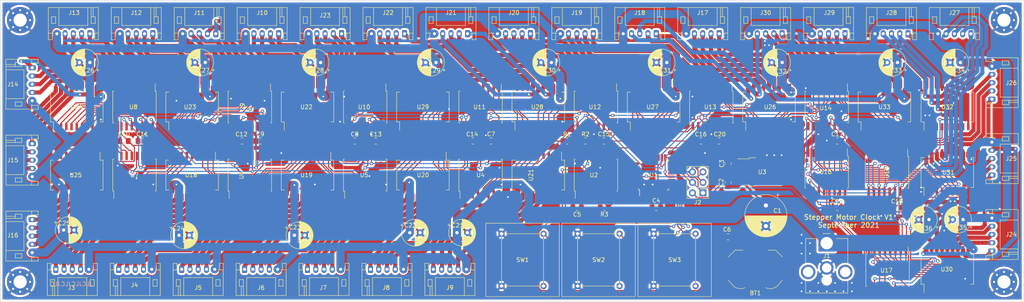
<source format=kicad_pcb>
(kicad_pcb (version 20171130) (host pcbnew "(5.1.10-1-10_14)")
  (layers (0 F.Cu signal hide) (31 B.Cu signal hide) (34 B.Paste user) (35 F.Paste user) (36 B.SilkS user) (37 F.SilkS user) (38 B.Mask user) (39 F.Mask user) (44 Edge.Cuts user))
  (net 0 "")
  (net 1 "Net-(BT1-Pad1)")
  (net 2 GND)
  (net 3 +5V)
  (net 4 +3V3)
  (net 5 /MISO)
  (net 6 /SCK)
  (net 7 /MOSI)
  (net 8 /RST)
  (net 9 "Net-(J3-Pad2)")
  (net 10 "Net-(J3-Pad3)")
  (net 11 "Net-(J3-Pad4)")
  (net 12 "Net-(J4-Pad4)")
  (net 13 "Net-(J4-Pad3)")
  (net 14 "Net-(J4-Pad2)")
  (net 15 "Net-(J5-Pad2)")
  (net 16 "Net-(J5-Pad3)")
  (net 17 "Net-(J5-Pad4)")
  (net 18 "Net-(J6-Pad4)")
  (net 19 "Net-(J6-Pad3)")
  (net 20 "Net-(J6-Pad2)")
  (net 21 "Net-(J7-Pad4)")
  (net 22 "Net-(J7-Pad3)")
  (net 23 "Net-(J7-Pad2)")
  (net 24 "Net-(J8-Pad2)")
  (net 25 "Net-(J8-Pad3)")
  (net 26 "Net-(J8-Pad4)")
  (net 27 "Net-(J9-Pad2)")
  (net 28 "Net-(J9-Pad3)")
  (net 29 "Net-(J9-Pad4)")
  (net 30 "Net-(J10-Pad4)")
  (net 31 "Net-(J10-Pad3)")
  (net 32 "Net-(J10-Pad2)")
  (net 33 "Net-(J11-Pad2)")
  (net 34 "Net-(J11-Pad3)")
  (net 35 "Net-(J11-Pad4)")
  (net 36 "Net-(J12-Pad2)")
  (net 37 "Net-(J12-Pad3)")
  (net 38 "Net-(J12-Pad4)")
  (net 39 "Net-(J13-Pad4)")
  (net 40 "Net-(J13-Pad3)")
  (net 41 "Net-(J13-Pad2)")
  (net 42 "Net-(J14-Pad2)")
  (net 43 "Net-(J14-Pad3)")
  (net 44 "Net-(J14-Pad4)")
  (net 45 "Net-(J15-Pad4)")
  (net 46 "Net-(J15-Pad3)")
  (net 47 "Net-(J15-Pad2)")
  (net 48 "Net-(J16-Pad2)")
  (net 49 "Net-(J16-Pad3)")
  (net 50 "Net-(J16-Pad4)")
  (net 51 "Net-(J17-Pad2)")
  (net 52 "Net-(J17-Pad3)")
  (net 53 "Net-(J17-Pad4)")
  (net 54 "Net-(J18-Pad4)")
  (net 55 "Net-(J18-Pad3)")
  (net 56 "Net-(J18-Pad2)")
  (net 57 "Net-(J19-Pad4)")
  (net 58 "Net-(J19-Pad3)")
  (net 59 "Net-(J19-Pad2)")
  (net 60 "Net-(J20-Pad2)")
  (net 61 "Net-(J20-Pad3)")
  (net 62 "Net-(J20-Pad4)")
  (net 63 "Net-(J21-Pad4)")
  (net 64 "Net-(J21-Pad3)")
  (net 65 "Net-(J21-Pad2)")
  (net 66 "Net-(J22-Pad2)")
  (net 67 "Net-(J22-Pad3)")
  (net 68 "Net-(J22-Pad4)")
  (net 69 "Net-(J23-Pad4)")
  (net 70 "Net-(J23-Pad3)")
  (net 71 "Net-(J23-Pad2)")
  (net 72 "Net-(J24-Pad2)")
  (net 73 "Net-(J24-Pad3)")
  (net 74 "Net-(J24-Pad4)")
  (net 75 "Net-(J25-Pad4)")
  (net 76 "Net-(J25-Pad3)")
  (net 77 "Net-(J25-Pad2)")
  (net 78 "Net-(J26-Pad4)")
  (net 79 "Net-(J26-Pad3)")
  (net 80 "Net-(J26-Pad2)")
  (net 81 "Net-(J27-Pad2)")
  (net 82 "Net-(J27-Pad3)")
  (net 83 "Net-(J27-Pad4)")
  (net 84 "Net-(J28-Pad4)")
  (net 85 "Net-(J28-Pad3)")
  (net 86 "Net-(J28-Pad2)")
  (net 87 "Net-(J29-Pad2)")
  (net 88 "Net-(J29-Pad3)")
  (net 89 "Net-(J29-Pad4)")
  (net 90 "Net-(J30-Pad4)")
  (net 91 "Net-(J30-Pad3)")
  (net 92 "Net-(J30-Pad2)")
  (net 93 /SCL)
  (net 94 /SDA)
  (net 95 /1HZ)
  (net 96 /HOUR)
  (net 97 /MIN)
  (net 98 /CAL)
  (net 99 "Net-(U1-Pad1)")
  (net 100 "Net-(U1-Pad2)")
  (net 101 "Net-(U1-Pad7)")
  (net 102 "Net-(U1-Pad8)")
  (net 103 /LATCH)
  (net 104 "Net-(U1-Pad13)")
  (net 105 "Net-(U1-Pad14)")
  (net 106 "Net-(U1-Pad19)")
  (net 107 "Net-(U1-Pad20)")
  (net 108 "Net-(U1-Pad22)")
  (net 109 "Net-(U1-Pad23)")
  (net 110 "Net-(U1-Pad24)")
  (net 111 "Net-(U1-Pad25)")
  (net 112 "Net-(U1-Pad26)")
  (net 113 "Net-(U1-Pad31)")
  (net 114 "Net-(U1-Pad32)")
  (net 115 "Net-(U2-Pad4)")
  (net 116 "Net-(U2-Pad1)")
  (net 117 /Shift_Registers/A8)
  (net 118 "Net-(U4-Pad14)")
  (net 119 "Net-(U4-Pad9)")
  (net 120 /Shift_Registers/A1)
  (net 121 /Shift_Registers/A2)
  (net 122 /Shift_Registers/A3)
  (net 123 /Shift_Registers/A4)
  (net 124 /Shift_Registers/A5)
  (net 125 /Shift_Registers/A6)
  (net 126 /Shift_Registers/A7)
  (net 127 /Shift_Registers/A16)
  (net 128 "Net-(U5-Pad14)")
  (net 129 /Shift_Registers/A9)
  (net 130 /Shift_Registers/A10)
  (net 131 /Shift_Registers/A11)
  (net 132 /Shift_Registers/A12)
  (net 133 /Shift_Registers/A13)
  (net 134 /Shift_Registers/A14)
  (net 135 /Shift_Registers/A15)
  (net 136 /Shift_Registers/A24)
  (net 137 "Net-(U6-Pad14)")
  (net 138 /Shift_Registers/A17)
  (net 139 /Shift_Registers/A18)
  (net 140 /Shift_Registers/A19)
  (net 141 /Shift_Registers/A20)
  (net 142 /Shift_Registers/A21)
  (net 143 /Shift_Registers/A22)
  (net 144 /Shift_Registers/A23)
  (net 145 "/digit 2/A4")
  (net 146 "Net-(U7-Pad14)")
  (net 147 /Shift_Registers/A25)
  (net 148 /Shift_Registers/A26)
  (net 149 /Shift_Registers/A27)
  (net 150 /Shift_Registers/A28)
  (net 151 "/digit 2/A1")
  (net 152 "/digit 2/A2")
  (net 153 "/digit 2/A3")
  (net 154 "/digit 2/A11")
  (net 155 "/digit 2/A10")
  (net 156 "/digit 2/A9")
  (net 157 "/digit 2/A8")
  (net 158 "/digit 2/A7")
  (net 159 "/digit 2/A6")
  (net 160 "/digit 2/A5")
  (net 161 "Net-(U8-Pad14)")
  (net 162 "/digit 2/A12")
  (net 163 "/digit 2/A19")
  (net 164 "/digit 2/A18")
  (net 165 "/digit 2/A17")
  (net 166 "/digit 2/A16")
  (net 167 "/digit 2/A15")
  (net 168 "/digit 2/A14")
  (net 169 "/digit 2/A13")
  (net 170 "Net-(U10-Pad9)")
  (net 171 "/digit 2/A20")
  (net 172 "/digit 2/A27")
  (net 173 "/digit 2/A26")
  (net 174 "/digit 2/A25")
  (net 175 "/digit 2/A24")
  (net 176 "/digit 2/A23")
  (net 177 "/digit 2/A22")
  (net 178 "/digit 2/A21")
  (net 179 "Net-(U10-Pad14)")
  (net 180 "/digit 2/A28")
  (net 181 "/digit 3/A7")
  (net 182 "/digit 3/A6")
  (net 183 "/digit 3/A5")
  (net 184 "/digit 3/A4")
  (net 185 "/digit 3/A3")
  (net 186 "/digit 3/A2")
  (net 187 "/digit 3/A1")
  (net 188 "Net-(U11-Pad14)")
  (net 189 "/digit 3/A8")
  (net 190 "/digit 3/A15")
  (net 191 "/digit 3/A14")
  (net 192 "/digit 3/A13")
  (net 193 "/digit 3/A12")
  (net 194 "/digit 3/A11")
  (net 195 "/digit 3/A10")
  (net 196 "/digit 3/A9")
  (net 197 "Net-(U12-Pad14)")
  (net 198 "/digit 3/A16")
  (net 199 "/digit 3/A23")
  (net 200 "/digit 3/A22")
  (net 201 "/digit 3/A21")
  (net 202 "/digit 3/A20")
  (net 203 "/digit 3/A19")
  (net 204 "/digit 3/A18")
  (net 205 "/digit 3/A17")
  (net 206 "Net-(U13-Pad14)")
  (net 207 "/digit 3/A24")
  (net 208 "/digit 4/A4")
  (net 209 "Net-(U14-Pad14)")
  (net 210 "/digit 3/A25")
  (net 211 "/digit 3/A26")
  (net 212 "/digit 3/A27")
  (net 213 "/digit 3/A28")
  (net 214 "/digit 4/A1")
  (net 215 "/digit 4/A2")
  (net 216 "/digit 4/A3")
  (net 217 "/digit 4/A11")
  (net 218 "/digit 4/A10")
  (net 219 "/digit 4/A9")
  (net 220 "/digit 4/A8")
  (net 221 "/digit 4/A7")
  (net 222 "/digit 4/A6")
  (net 223 "/digit 4/A5")
  (net 224 "Net-(U15-Pad14)")
  (net 225 "/digit 4/A12")
  (net 226 "/digit 4/A19")
  (net 227 "/digit 4/A18")
  (net 228 "/digit 4/A17")
  (net 229 "/digit 4/A16")
  (net 230 "/digit 4/A15")
  (net 231 "/digit 4/A14")
  (net 232 "/digit 4/A13")
  (net 233 "Net-(U16-Pad14)")
  (net 234 "/digit 4/A20")
  (net 235 "/digit 4/A28")
  (net 236 "/digit 4/A21")
  (net 237 "/digit 4/A22")
  (net 238 "/digit 4/A23")
  (net 239 "/digit 4/A24")
  (net 240 "/digit 4/A25")
  (net 241 "/digit 4/A26")
  (net 242 "/digit 4/A27")
  (net 243 "Net-(U21-Pad18)")
  (net 244 "Net-(U21-Pad17)")
  (net 245 "Net-(U21-Pad16)")
  (net 246 "Net-(U21-Pad15)")
  (net 247 "Net-(U21-Pad4)")
  (net 248 "Net-(U21-Pad3)")
  (net 249 "Net-(U21-Pad2)")
  (net 250 "Net-(U21-Pad1)")
  (net 251 "Net-(U25-Pad1)")
  (net 252 "Net-(U25-Pad2)")
  (net 253 "Net-(U25-Pad3)")
  (net 254 "Net-(U25-Pad4)")
  (net 255 "Net-(U25-Pad15)")
  (net 256 "Net-(U25-Pad16)")
  (net 257 "Net-(U25-Pad17)")
  (net 258 "Net-(U25-Pad18)")
  (net 259 "Net-(U29-Pad1)")
  (net 260 "Net-(U29-Pad2)")
  (net 261 "Net-(U29-Pad3)")
  (net 262 "Net-(U29-Pad4)")
  (net 263 "Net-(U29-Pad15)")
  (net 264 "Net-(U29-Pad16)")
  (net 265 "Net-(U29-Pad17)")
  (net 266 "Net-(U29-Pad18)")
  (net 267 "Net-(U33-Pad1)")
  (net 268 "Net-(U33-Pad2)")
  (net 269 "Net-(U33-Pad3)")
  (net 270 "Net-(U33-Pad4)")
  (net 271 "Net-(U33-Pad15)")
  (net 272 "Net-(U33-Pad16)")
  (net 273 "Net-(U33-Pad17)")
  (net 274 "Net-(U33-Pad18)")
  (net 275 "Net-(J4-Pad1)")
  (net 276 "Net-(J5-Pad1)")
  (net 277 "Net-(J6-Pad1)")
  (net 278 "Net-(J7-Pad1)")
  (net 279 "Net-(J8-Pad1)")
  (net 280 "Net-(J9-Pad1)")
  (net 281 "Net-(J11-Pad1)")
  (net 282 "Net-(J12-Pad1)")
  (net 283 "Net-(J13-Pad1)")
  (net 284 "Net-(J14-Pad1)")
  (net 285 "Net-(J15-Pad1)")
  (net 286 "Net-(J16-Pad1)")
  (net 287 "Net-(J18-Pad1)")
  (net 288 "Net-(J19-Pad1)")
  (net 289 "Net-(J20-Pad1)")
  (net 290 "Net-(J21-Pad1)")
  (net 291 "Net-(J22-Pad1)")
  (net 292 "Net-(J23-Pad1)")
  (net 293 "Net-(J25-Pad1)")
  (net 294 "Net-(J26-Pad1)")
  (net 295 "Net-(J27-Pad1)")
  (net 296 "Net-(J28-Pad1)")
  (net 297 "Net-(J29-Pad1)")
  (net 298 "Net-(J30-Pad1)")
  (net 299 "Net-(J3-Pad1)")
  (net 300 "Net-(J10-Pad1)")
  (net 301 "Net-(J17-Pad1)")
  (net 302 "Net-(J24-Pad1)")
  (module Package_SO:SOIC-16W_7.5x10.3mm_P1.27mm (layer F.Cu) (at 66.04 27.94 270)
    (fp_text reference U9 (at 0 1.778 90) (layer F.SilkS))
    (fp_text value 74HC595)
    (pad 1 smd roundrect (at -4.65 -4.445 270) (size 2.05 0.6) (layers F.Cu F.Paste F.Mask) (net 163 "/digit 2/A19"))
    (pad 2 smd roundrect (at -4.65 -3.175 270) (size 2.05 0.6) (layers F.Cu F.Paste F.Mask) (net 164 "/digit 2/A18"))
    (pad 3 smd roundrect (at -4.65 -1.905 270) (size 2.05 0.6) (layers F.Cu F.Paste F.Mask) (net 165 "/digit 2/A17"))
    (pad 4 smd roundrect (at -4.65 -0.635 270) (size 2.05 0.6) (layers F.Cu F.Paste F.Mask) (net 166 "/digit 2/A16"))
    (pad 5 smd roundrect (at -4.65 0.635 270) (size 2.05 0.6) (layers F.Cu F.Paste F.Mask) (net 167 "/digit 2/A15"))
    (pad 6 smd roundrect (at -4.65 1.905 270) (size 2.05 0.6) (layers F.Cu F.Paste F.Mask) (net 168 "/digit 2/A14"))
    (pad 7 smd roundrect (at -4.65 3.175 270) (size 2.05 0.6) (layers F.Cu F.Paste F.Mask) (net 169 "/digit 2/A13"))
    (pad 8 smd roundrect (at -4.65 4.445 270) (size 2.05 0.6) (layers F.Cu F.Paste F.Mask) (net 2 GND))
    (pad 9 smd roundrect (at 4.65 4.445 270) (size 2.05 0.6) (layers F.Cu F.Paste F.Mask) (net 161 "Net-(U8-Pad14)"))
    (pad 10 smd roundrect (at 4.65 3.175 270) (size 2.05 0.6) (layers F.Cu F.Paste F.Mask) (net 4 +3V3))
    (pad 11 smd roundrect (at 4.65 1.905 270) (size 2.05 0.6) (layers F.Cu F.Paste F.Mask) (net 6 /SCK))
    (pad 12 smd roundrect (at 4.65 0.635 270) (size 2.05 0.6) (layers F.Cu F.Paste F.Mask) (net 103 /LATCH))
    (pad 13 smd roundrect (at 4.65 -0.635 270) (size 2.05 0.6) (layers F.Cu F.Paste F.Mask) (net 2 GND))
    (pad 14 smd roundrect (at 4.65 -1.905 270) (size 2.05 0.6) (layers F.Cu F.Paste F.Mask) (net 170 "Net-(U10-Pad9)"))
    (pad 15 smd roundrect (at 4.65 -3.175 270) (size 2.05 0.6) (layers F.Cu F.Paste F.Mask) (net 171 "/digit 2/A20"))
    (pad 16 smd roundrect (at 4.65 -4.445 270) (size 2.05 0.6) (layers F.Cu F.Paste F.Mask) (net 4 +3V3))
  )
  (module Package_SO:SOP-18_7x12.5mm_P1.27mm (layer F.Cu) (at 234.95 43.815 90)
    (fp_text reference U31 (at 0 0.254 180) (layer F.SilkS))
    (fp_text value ULN2803A)
    (pad 1 smd roundrect (at -4.775 -5.08 90) (size 1.75 0.6) (layers F.Cu F.Paste F.Mask) (net 232 "/digit 4/A13"))
    (pad 2 smd roundrect (at -4.775 -3.81 90) (size 1.75 0.6) (layers F.Cu F.Paste F.Mask) (net 231 "/digit 4/A14"))
    (pad 3 smd roundrect (at -4.775 -2.54 90) (size 1.75 0.6) (layers F.Cu F.Paste F.Mask) (net 230 "/digit 4/A15"))
    (pad 4 smd roundrect (at -4.775 -1.27 90) (size 1.75 0.6) (layers F.Cu F.Paste F.Mask) (net 229 "/digit 4/A16"))
    (pad 5 smd roundrect (at -4.775 0 90) (size 1.75 0.6) (layers F.Cu F.Paste F.Mask) (net 228 "/digit 4/A17"))
    (pad 6 smd roundrect (at -4.775 1.27 90) (size 1.75 0.6) (layers F.Cu F.Paste F.Mask) (net 227 "/digit 4/A18"))
    (pad 7 smd roundrect (at -4.775 2.54 90) (size 1.75 0.6) (layers F.Cu F.Paste F.Mask) (net 226 "/digit 4/A19"))
    (pad 8 smd roundrect (at -4.775 3.81 90) (size 1.75 0.6) (layers F.Cu F.Paste F.Mask) (net 234 "/digit 4/A20"))
    (pad 9 smd roundrect (at -4.775 5.08 90) (size 1.75 0.6) (layers F.Cu F.Paste F.Mask) (net 2 GND))
    (pad 10 smd roundrect (at 4.775 5.08 90) (size 1.75 0.6) (layers F.Cu F.Paste F.Mask) (net 3 +5V))
    (pad 11 smd roundrect (at 4.775 3.81 90) (size 1.75 0.6) (layers F.Cu F.Paste F.Mask) (net 294 "Net-(J26-Pad1)"))
    (pad 12 smd roundrect (at 4.775 2.54 90) (size 1.75 0.6) (layers F.Cu F.Paste F.Mask) (net 80 "Net-(J26-Pad2)"))
    (pad 13 smd roundrect (at 4.775 1.27 90) (size 1.75 0.6) (layers F.Cu F.Paste F.Mask) (net 79 "Net-(J26-Pad3)"))
    (pad 14 smd roundrect (at 4.775 0 90) (size 1.75 0.6) (layers F.Cu F.Paste F.Mask) (net 78 "Net-(J26-Pad4)"))
    (pad 15 smd roundrect (at 4.775 -1.27 90) (size 1.75 0.6) (layers F.Cu F.Paste F.Mask) (net 295 "Net-(J27-Pad1)"))
    (pad 16 smd roundrect (at 4.775 -2.54 90) (size 1.75 0.6) (layers F.Cu F.Paste F.Mask) (net 81 "Net-(J27-Pad2)"))
    (pad 17 smd roundrect (at 4.775 -3.81 90) (size 1.75 0.6) (layers F.Cu F.Paste F.Mask) (net 82 "Net-(J27-Pad3)"))
    (pad 18 smd roundrect (at 4.775 -5.08 90) (size 1.75 0.6) (layers F.Cu F.Paste F.Mask) (net 83 "Net-(J27-Pad4)"))
  )
  (module Package_SO:SOIC-16W_7.5x10.3mm_P1.27mm (layer F.Cu) (at 205.74 43.688 270)
    (fp_text reference U16 (at 0 0.254 180) (layer F.SilkS))
    (fp_text value 74HC595)
    (pad 1 smd roundrect (at -4.65 -4.445 270) (size 2.05 0.6) (layers F.Cu F.Paste F.Mask) (net 226 "/digit 4/A19"))
    (pad 2 smd roundrect (at -4.65 -3.175 270) (size 2.05 0.6) (layers F.Cu F.Paste F.Mask) (net 227 "/digit 4/A18"))
    (pad 3 smd roundrect (at -4.65 -1.905 270) (size 2.05 0.6) (layers F.Cu F.Paste F.Mask) (net 228 "/digit 4/A17"))
    (pad 4 smd roundrect (at -4.65 -0.635 270) (size 2.05 0.6) (layers F.Cu F.Paste F.Mask) (net 229 "/digit 4/A16"))
    (pad 5 smd roundrect (at -4.65 0.635 270) (size 2.05 0.6) (layers F.Cu F.Paste F.Mask) (net 230 "/digit 4/A15"))
    (pad 6 smd roundrect (at -4.65 1.905 270) (size 2.05 0.6) (layers F.Cu F.Paste F.Mask) (net 231 "/digit 4/A14"))
    (pad 7 smd roundrect (at -4.65 3.175 270) (size 2.05 0.6) (layers F.Cu F.Paste F.Mask) (net 232 "/digit 4/A13"))
    (pad 8 smd roundrect (at -4.65 4.445 270) (size 2.05 0.6) (layers F.Cu F.Paste F.Mask) (net 2 GND))
    (pad 9 smd roundrect (at 4.65 4.445 270) (size 2.05 0.6) (layers F.Cu F.Paste F.Mask) (net 224 "Net-(U15-Pad14)"))
    (pad 10 smd roundrect (at 4.65 3.175 270) (size 2.05 0.6) (layers F.Cu F.Paste F.Mask) (net 4 +3V3))
    (pad 11 smd roundrect (at 4.65 1.905 270) (size 2.05 0.6) (layers F.Cu F.Paste F.Mask) (net 6 /SCK))
    (pad 12 smd roundrect (at 4.65 0.635 270) (size 2.05 0.6) (layers F.Cu F.Paste F.Mask) (net 103 /LATCH))
    (pad 13 smd roundrect (at 4.65 -0.635 270) (size 2.05 0.6) (layers F.Cu F.Paste F.Mask) (net 2 GND))
    (pad 14 smd roundrect (at 4.65 -1.905 270) (size 2.05 0.6) (layers F.Cu F.Paste F.Mask) (net 233 "Net-(U16-Pad14)"))
    (pad 15 smd roundrect (at 4.65 -3.175 270) (size 2.05 0.6) (layers F.Cu F.Paste F.Mask) (net 234 "/digit 4/A20"))
    (pad 16 smd roundrect (at 4.65 -4.445 270) (size 2.05 0.6) (layers F.Cu F.Paste F.Mask) (net 4 +3V3))
  )
  (module Package_SO:SOIC-16W_7.5x10.3mm_P1.27mm (layer F.Cu) (at 220.345 43.815 270)
    (fp_text reference U15 (at 0 0 90) (layer F.SilkS))
    (fp_text value 74HC595)
    (pad 1 smd roundrect (at -4.65 -4.445 270) (size 2.05 0.6) (layers F.Cu F.Paste F.Mask) (net 217 "/digit 4/A11"))
    (pad 2 smd roundrect (at -4.65 -3.175 270) (size 2.05 0.6) (layers F.Cu F.Paste F.Mask) (net 218 "/digit 4/A10"))
    (pad 3 smd roundrect (at -4.65 -1.905 270) (size 2.05 0.6) (layers F.Cu F.Paste F.Mask) (net 219 "/digit 4/A9"))
    (pad 4 smd roundrect (at -4.65 -0.635 270) (size 2.05 0.6) (layers F.Cu F.Paste F.Mask) (net 220 "/digit 4/A8"))
    (pad 5 smd roundrect (at -4.65 0.635 270) (size 2.05 0.6) (layers F.Cu F.Paste F.Mask) (net 221 "/digit 4/A7"))
    (pad 6 smd roundrect (at -4.65 1.905 270) (size 2.05 0.6) (layers F.Cu F.Paste F.Mask) (net 222 "/digit 4/A6"))
    (pad 7 smd roundrect (at -4.65 3.175 270) (size 2.05 0.6) (layers F.Cu F.Paste F.Mask) (net 223 "/digit 4/A5"))
    (pad 8 smd roundrect (at -4.65 4.445 270) (size 2.05 0.6) (layers F.Cu F.Paste F.Mask) (net 2 GND))
    (pad 9 smd roundrect (at 4.65 4.445 270) (size 2.05 0.6) (layers F.Cu F.Paste F.Mask) (net 209 "Net-(U14-Pad14)"))
    (pad 10 smd roundrect (at 4.65 3.175 270) (size 2.05 0.6) (layers F.Cu F.Paste F.Mask) (net 4 +3V3))
    (pad 11 smd roundrect (at 4.65 1.905 270) (size 2.05 0.6) (layers F.Cu F.Paste F.Mask) (net 6 /SCK))
    (pad 12 smd roundrect (at 4.65 0.635 270) (size 2.05 0.6) (layers F.Cu F.Paste F.Mask) (net 103 /LATCH))
    (pad 13 smd roundrect (at 4.65 -0.635 270) (size 2.05 0.6) (layers F.Cu F.Paste F.Mask) (net 2 GND))
    (pad 14 smd roundrect (at 4.65 -1.905 270) (size 2.05 0.6) (layers F.Cu F.Paste F.Mask) (net 224 "Net-(U15-Pad14)"))
    (pad 15 smd roundrect (at 4.65 -3.175 270) (size 2.05 0.6) (layers F.Cu F.Paste F.Mask) (net 225 "/digit 4/A12"))
    (pad 16 smd roundrect (at 4.65 -4.445 270) (size 2.05 0.6) (layers F.Cu F.Paste F.Mask) (net 4 +3V3))
  )
  (module Connector_JST:JST_PH_S5B-PH-K_1x05_P2.00mm_Horizontal (layer F.Cu) (at 110.49 67.31)
    (fp_text reference J9 (at 4 4.445) (layer F.SilkS))
    (fp_text value Conn_01x05)
    (pad 1 thru_hole roundrect (at 0 0) (size 1.2 1.75) (drill 0.75) (layers *.Cu *.Mask) (roundrect_rratio 0.2083325) (net 280 "Net-(J9-Pad1)"))
    (pad 2 thru_hole oval (at 2 0) (size 1.2 1.75) (drill 0.75) (layers *.Cu *.Mask) (net 27 "Net-(J9-Pad2)"))
    (pad 3 thru_hole oval (at 4 0) (size 1.2 1.75) (drill 0.75) (layers *.Cu *.Mask) (net 28 "Net-(J9-Pad3)"))
    (pad 4 thru_hole oval (at 6 0) (size 1.2 1.75) (drill 0.75) (layers *.Cu *.Mask) (net 29 "Net-(J9-Pad4)"))
    (pad 5 thru_hole oval (at 8 0) (size 1.2 1.75) (drill 0.75) (layers *.Cu *.Mask) (net 3 +5V))
  )
  (module Connector_JST:JST_PH_S5B-PH-K_1x05_P2.00mm_Horizontal (layer F.Cu) (at 95.25 67.31)
    (fp_text reference J8 (at 3.81 4.445) (layer F.SilkS))
    (fp_text value Conn_01x05)
    (pad 1 thru_hole roundrect (at 0 0) (size 1.2 1.75) (drill 0.75) (layers *.Cu *.Mask) (roundrect_rratio 0.2083325) (net 279 "Net-(J8-Pad1)"))
    (pad 2 thru_hole oval (at 2 0) (size 1.2 1.75) (drill 0.75) (layers *.Cu *.Mask) (net 24 "Net-(J8-Pad2)"))
    (pad 3 thru_hole oval (at 4 0) (size 1.2 1.75) (drill 0.75) (layers *.Cu *.Mask) (net 25 "Net-(J8-Pad3)"))
    (pad 4 thru_hole oval (at 6 0) (size 1.2 1.75) (drill 0.75) (layers *.Cu *.Mask) (net 26 "Net-(J8-Pad4)"))
    (pad 5 thru_hole oval (at 8 0) (size 1.2 1.75) (drill 0.75) (layers *.Cu *.Mask) (net 3 +5V))
  )
  (module Connector_JST:JST_PH_S5B-PH-K_1x05_P2.00mm_Horizontal (layer F.Cu) (at 19.05 67.31)
    (fp_text reference J3 (at 3.81 4.445) (layer F.SilkS))
    (fp_text value Conn_01x05)
    (pad 1 thru_hole roundrect (at 0 0) (size 1.2 1.75) (drill 0.75) (layers *.Cu *.Mask) (roundrect_rratio 0.2083325) (net 299 "Net-(J3-Pad1)"))
    (pad 2 thru_hole oval (at 2 0) (size 1.2 1.75) (drill 0.75) (layers *.Cu *.Mask) (net 9 "Net-(J3-Pad2)"))
    (pad 3 thru_hole oval (at 4 0) (size 1.2 1.75) (drill 0.75) (layers *.Cu *.Mask) (net 10 "Net-(J3-Pad3)"))
    (pad 4 thru_hole oval (at 6 0) (size 1.2 1.75) (drill 0.75) (layers *.Cu *.Mask) (net 11 "Net-(J3-Pad4)"))
    (pad 5 thru_hole oval (at 8 0) (size 1.2 1.75) (drill 0.75) (layers *.Cu *.Mask) (net 3 +5V))
  )
  (module Connector_JST:JST_PH_S5B-PH-K_1x05_P2.00mm_Horizontal (layer F.Cu) (at 34.29 67.31)
    (fp_text reference J4 (at 3.81 3.81) (layer F.SilkS))
    (fp_text value Conn_01x05)
    (pad 5 thru_hole oval (at 8 0) (size 1.2 1.75) (drill 0.75) (layers *.Cu *.Mask) (net 3 +5V))
    (pad 4 thru_hole oval (at 6 0) (size 1.2 1.75) (drill 0.75) (layers *.Cu *.Mask) (net 12 "Net-(J4-Pad4)"))
    (pad 3 thru_hole oval (at 4 0) (size 1.2 1.75) (drill 0.75) (layers *.Cu *.Mask) (net 13 "Net-(J4-Pad3)"))
    (pad 2 thru_hole oval (at 2 0) (size 1.2 1.75) (drill 0.75) (layers *.Cu *.Mask) (net 14 "Net-(J4-Pad2)"))
    (pad 1 thru_hole roundrect (at 0 0) (size 1.2 1.75) (drill 0.75) (layers *.Cu *.Mask) (roundrect_rratio 0.2083325) (net 275 "Net-(J4-Pad1)"))
  )
  (module Battery:BatteryHolder_LINX_BAT-HLD-012-SMT (layer F.Cu) (at 188.468 67.056)
    (fp_text reference BT1 (at 0 6) (layer F.SilkS))
    (fp_text value Battery_Cell)
    (pad 1 smd rect (at -7.6 0) (size 2.5 5.1) (layers F.Cu F.Paste F.Mask) (net 1 "Net-(BT1-Pad1)"))
    (pad 1 smd rect (at 7.6 0) (size 2.5 5.1) (layers F.Cu F.Paste F.Mask) (net 1 "Net-(BT1-Pad1)"))
    (pad 2 smd circle (at 0 0) (size 10.2 10.2) (layers F.Cu F.Mask) (net 2 GND))
  )
  (module Capacitor_SMD:C_0805_2012Metric_Pad1.18x1.45mm_HandSolder (layer F.Cu) (at 181.864 46.228 90)
    (fp_text reference C2 (at 0 -1.68 90) (layer F.SilkS))
    (fp_text value 10uF)
    (pad 1 smd roundrect (at -1.0375 0 90) (size 1.175 1.45) (layers F.Cu F.Paste F.Mask) (roundrect_rratio 0.2127659574468085) (net 3 +5V))
    (pad 2 smd roundrect (at 1.0375 0 90) (size 1.175 1.45) (layers F.Cu F.Paste F.Mask) (roundrect_rratio 0.2127659574468085) (net 2 GND))
  )
  (module Capacitor_SMD:C_0805_2012Metric_Pad1.18x1.45mm_HandSolder (layer F.Cu) (at 181.864 41.656 270)
    (fp_text reference C3 (at 0 1.524 90) (layer F.SilkS))
    (fp_text value 22uF)
    (pad 1 smd roundrect (at -1.0375 0 270) (size 1.175 1.45) (layers F.Cu F.Paste F.Mask) (roundrect_rratio 0.2127659574468085) (net 4 +3V3))
    (pad 2 smd roundrect (at 1.0375 0 270) (size 1.175 1.45) (layers F.Cu F.Paste F.Mask) (roundrect_rratio 0.2127659574468085) (net 2 GND))
  )
  (module Capacitor_SMD:C_0805_2012Metric_Pad1.18x1.45mm_HandSolder (layer F.Cu) (at 164.465 52.324)
    (fp_text reference C4 (at 0 -1.68) (layer F.SilkS))
    (fp_text value 0.1uF)
    (pad 1 smd roundrect (at -1.0375 0) (size 1.175 1.45) (layers F.Cu F.Paste F.Mask) (roundrect_rratio 0.2127659574468085) (net 4 +3V3))
    (pad 2 smd roundrect (at 1.0375 0) (size 1.175 1.45) (layers F.Cu F.Paste F.Mask) (roundrect_rratio 0.2127659574468085) (net 2 GND))
  )
  (module Capacitor_SMD:C_0805_2012Metric_Pad1.18x1.45mm_HandSolder (layer F.Cu) (at 145.288 52.324 180)
    (fp_text reference C5 (at 0 -1.68) (layer F.SilkS))
    (fp_text value 0.1uF)
    (pad 2 smd roundrect (at 1.0375 0 180) (size 1.175 1.45) (layers F.Cu F.Paste F.Mask) (roundrect_rratio 0.2127659574468085) (net 2 GND))
    (pad 1 smd roundrect (at -1.0375 0 180) (size 1.175 1.45) (layers F.Cu F.Paste F.Mask) (roundrect_rratio 0.2127659574468085) (net 4 +3V3))
  )
  (module Capacitor_SMD:C_0805_2012Metric_Pad1.18x1.45mm_HandSolder (layer F.Cu) (at 181.864 59.436 180)
    (fp_text reference C6 (at 0.254 1.778) (layer F.SilkS))
    (fp_text value 0.1uF)
    (pad 2 smd roundrect (at 1.0375 0 180) (size 1.175 1.45) (layers F.Cu F.Paste F.Mask) (roundrect_rratio 0.2127659574468085) (net 1 "Net-(BT1-Pad1)"))
    (pad 1 smd roundrect (at -1.0375 0 180) (size 1.175 1.45) (layers F.Cu F.Paste F.Mask) (roundrect_rratio 0.2127659574468085) (net 2 GND))
  )
  (module Capacitor_SMD:C_0805_2012Metric_Pad1.18x1.45mm_HandSolder (layer F.Cu) (at 124.46 36.195)
    (fp_text reference C7 (at 0 -1.68) (layer F.SilkS))
    (fp_text value 0.1uF)
    (pad 1 smd roundrect (at -1.0375 0) (size 1.175 1.45) (layers F.Cu F.Paste F.Mask) (roundrect_rratio 0.2127659574468085) (net 2 GND))
    (pad 2 smd roundrect (at 1.0375 0) (size 1.175 1.45) (layers F.Cu F.Paste F.Mask) (roundrect_rratio 0.2127659574468085) (net 4 +3V3))
  )
  (module Capacitor_SMD:C_0805_2012Metric_Pad1.18x1.45mm_HandSolder (layer F.Cu) (at 91.44 36.195 180)
    (fp_text reference C8 (at 0 1.651) (layer F.SilkS))
    (fp_text value 0.1uF)
    (pad 1 smd roundrect (at -1.0375 0 180) (size 1.175 1.45) (layers F.Cu F.Paste F.Mask) (roundrect_rratio 0.2127659574468085) (net 2 GND))
    (pad 2 smd roundrect (at 1.0375 0 180) (size 1.175 1.45) (layers F.Cu F.Paste F.Mask) (roundrect_rratio 0.2127659574468085) (net 4 +3V3))
  )
  (module Capacitor_SMD:C_0805_2012Metric_Pad1.18x1.45mm_HandSolder (layer F.Cu) (at 68.58 36.195)
    (fp_text reference C9 (at 0 -1.68) (layer F.SilkS))
    (fp_text value 0.1uF)
    (pad 2 smd roundrect (at 1.0375 0) (size 1.175 1.45) (layers F.Cu F.Paste F.Mask) (roundrect_rratio 0.2127659574468085) (net 4 +3V3))
    (pad 1 smd roundrect (at -1.0375 0) (size 1.175 1.45) (layers F.Cu F.Paste F.Mask) (roundrect_rratio 0.2127659574468085) (net 2 GND))
  )
  (module Capacitor_SMD:C_0805_2012Metric_Pad1.18x1.45mm_HandSolder (layer F.Cu) (at 35.56 36.195)
    (fp_text reference C10 (at 0 -1.68) (layer F.SilkS))
    (fp_text value 0.1uF)
    (pad 2 smd roundrect (at 1.0375 0) (size 1.175 1.45) (layers F.Cu F.Paste F.Mask) (roundrect_rratio 0.2127659574468085) (net 4 +3V3))
    (pad 1 smd roundrect (at -1.0375 0) (size 1.175 1.45) (layers F.Cu F.Paste F.Mask) (roundrect_rratio 0.2127659574468085) (net 2 GND))
  )
  (module Capacitor_SMD:C_0805_2012Metric_Pad1.18x1.45mm_HandSolder (layer F.Cu) (at 40.005 36.195)
    (fp_text reference C11 (at 0 -1.68) (layer F.SilkS))
    (fp_text value 0.1uF)
    (pad 2 smd roundrect (at 1.0375 0) (size 1.175 1.45) (layers F.Cu F.Paste F.Mask) (roundrect_rratio 0.2127659574468085) (net 4 +3V3))
    (pad 1 smd roundrect (at -1.0375 0) (size 1.175 1.45) (layers F.Cu F.Paste F.Mask) (roundrect_rratio 0.2127659574468085) (net 2 GND))
  )
  (module Capacitor_SMD:C_0805_2012Metric_Pad1.18x1.45mm_HandSolder (layer F.Cu) (at 64.135 36.195 180)
    (fp_text reference C12 (at 0.127 1.651) (layer F.SilkS))
    (fp_text value 0.1uF)
    (pad 2 smd roundrect (at 1.0375 0 180) (size 1.175 1.45) (layers F.Cu F.Paste F.Mask) (roundrect_rratio 0.2127659574468085) (net 4 +3V3))
    (pad 1 smd roundrect (at -1.0375 0 180) (size 1.175 1.45) (layers F.Cu F.Paste F.Mask) (roundrect_rratio 0.2127659574468085) (net 2 GND))
  )
  (module Capacitor_SMD:C_0805_2012Metric_Pad1.18x1.45mm_HandSolder (layer F.Cu) (at 96.52 36.195)
    (fp_text reference C13 (at 0 -1.651) (layer F.SilkS))
    (fp_text value 0.1uF)
    (pad 2 smd roundrect (at 1.0375 0) (size 1.175 1.45) (layers F.Cu F.Paste F.Mask) (roundrect_rratio 0.2127659574468085) (net 4 +3V3))
    (pad 1 smd roundrect (at -1.0375 0) (size 1.175 1.45) (layers F.Cu F.Paste F.Mask) (roundrect_rratio 0.2127659574468085) (net 2 GND))
  )
  (module Capacitor_SMD:C_0805_2012Metric_Pad1.18x1.45mm_HandSolder (layer F.Cu) (at 120.015 36.195 180)
    (fp_text reference C14 (at 0.127 1.651) (layer F.SilkS))
    (fp_text value 0.1uF)
    (pad 1 smd roundrect (at -1.0375 0 180) (size 1.175 1.45) (layers F.Cu F.Paste F.Mask) (roundrect_rratio 0.2127659574468085) (net 2 GND))
    (pad 2 smd roundrect (at 1.0375 0 180) (size 1.175 1.45) (layers F.Cu F.Paste F.Mask) (roundrect_rratio 0.2127659574468085) (net 4 +3V3))
  )
  (module Capacitor_SMD:C_0805_2012Metric_Pad1.18x1.45mm_HandSolder (layer F.Cu) (at 151.765 36.195)
    (fp_text reference C15 (at 0 -1.68) (layer F.SilkS))
    (fp_text value 0.1uF)
    (pad 1 smd roundrect (at -1.0375 0) (size 1.175 1.45) (layers F.Cu F.Paste F.Mask) (roundrect_rratio 0.2127659574468085) (net 2 GND))
    (pad 2 smd roundrect (at 1.0375 0) (size 1.175 1.45) (layers F.Cu F.Paste F.Mask) (roundrect_rratio 0.2127659574468085) (net 4 +3V3))
  )
  (module Capacitor_SMD:C_0805_2012Metric_Pad1.18x1.45mm_HandSolder (layer F.Cu) (at 175.26 36.195 180)
    (fp_text reference C16 (at 0 1.651) (layer F.SilkS))
    (fp_text value 0.1uF)
    (pad 1 smd roundrect (at -1.0375 0 180) (size 1.175 1.45) (layers F.Cu F.Paste F.Mask) (roundrect_rratio 0.2127659574468085) (net 2 GND))
    (pad 2 smd roundrect (at 1.0375 0 180) (size 1.175 1.45) (layers F.Cu F.Paste F.Mask) (roundrect_rratio 0.2127659574468085) (net 4 +3V3))
  )
  (module Capacitor_SMD:C_0805_2012Metric_Pad1.18x1.45mm_HandSolder (layer F.Cu) (at 208.28 36.195)
    (fp_text reference C17 (at 0 -1.651) (layer F.SilkS))
    (fp_text value 0.1uF)
    (pad 1 smd roundrect (at -1.0375 0) (size 1.175 1.45) (layers F.Cu F.Paste F.Mask) (roundrect_rratio 0.2127659574468085) (net 2 GND))
    (pad 2 smd roundrect (at 1.0375 0) (size 1.175 1.45) (layers F.Cu F.Paste F.Mask) (roundrect_rratio 0.2127659574468085) (net 4 +3V3))
  )
  (module Capacitor_SMD:C_0805_2012Metric_Pad1.18x1.45mm_HandSolder (layer F.Cu) (at 222.885 52.324 180)
    (fp_text reference C18 (at 0.127 1.524) (layer F.SilkS))
    (fp_text value 0.1uF)
    (pad 2 smd roundrect (at 1.0375 0 180) (size 1.175 1.45) (layers F.Cu F.Paste F.Mask) (roundrect_rratio 0.2127659574468085) (net 4 +3V3))
    (pad 1 smd roundrect (at -1.0375 0 180) (size 1.175 1.45) (layers F.Cu F.Paste F.Mask) (roundrect_rratio 0.2127659574468085) (net 2 GND))
  )
  (module Capacitor_SMD:C_0805_2012Metric_Pad1.18x1.45mm_HandSolder (layer F.Cu) (at 208.28 52.324)
    (fp_text reference C19 (at 0 -1.524) (layer F.SilkS))
    (fp_text value 0.1uF)
    (pad 2 smd roundrect (at 1.0375 0) (size 1.175 1.45) (layers F.Cu F.Paste F.Mask) (roundrect_rratio 0.2127659574468085) (net 4 +3V3))
    (pad 1 smd roundrect (at -1.0375 0) (size 1.175 1.45) (layers F.Cu F.Paste F.Mask) (roundrect_rratio 0.2127659574468085) (net 2 GND))
  )
  (module Capacitor_SMD:C_0805_2012Metric_Pad1.18x1.45mm_HandSolder (layer F.Cu) (at 179.705 36.195)
    (fp_text reference C20 (at 0.127 -1.651) (layer F.SilkS))
    (fp_text value 0.1uF)
    (pad 2 smd roundrect (at 1.0375 0) (size 1.175 1.45) (layers F.Cu F.Paste F.Mask) (roundrect_rratio 0.2127659574468085) (net 4 +3V3))
    (pad 1 smd roundrect (at -1.0375 0) (size 1.175 1.45) (layers F.Cu F.Paste F.Mask) (roundrect_rratio 0.2127659574468085) (net 2 GND))
  )
  (module Connector_BarrelJack:BarrelJack_CUI_PJ-063AH_Horizontal_CircularHoles (layer F.Cu) (at 205.74 60.96)
    (fp_text reference J1 (at 0 3.048) (layer F.SilkS))
    (fp_text value Barrel_Jack)
    (pad 1 thru_hole rect (at 0 0) (size 4 4) (drill 3) (layers *.Cu *.Mask) (net 3 +5V))
    (pad 2 thru_hole circle (at 0 6) (size 3.3 3.3) (drill 2.3) (layers *.Cu *.Mask) (net 2 GND))
    (pad MP thru_hole circle (at -4.5 7) (size 3.5 3.5) (drill 2.5) (layers *.Cu *.Mask))
    (pad MP thru_hole circle (at 4.5 7) (size 3.5 3.5) (drill 2.5) (layers *.Cu *.Mask))
    (pad "" np_thru_hole circle (at 0 9) (size 1.6 1.6) (drill 1.6) (layers *.Cu *.Mask))
  )
  (module Connector_PinHeader_2.54mm:PinHeader_2x03_P2.54mm_Vertical (layer F.Cu) (at 175.768 48.768 180)
    (fp_text reference J2 (at 1.27 -2.33) (layer F.SilkS))
    (fp_text value ISCP)
    (pad 1 thru_hole rect (at 0 0 180) (size 1.7 1.7) (drill 1) (layers *.Cu *.Mask) (net 5 /MISO))
    (pad 2 thru_hole oval (at 2.54 0 180) (size 1.7 1.7) (drill 1) (layers *.Cu *.Mask) (net 4 +3V3))
    (pad 3 thru_hole oval (at 0 2.54 180) (size 1.7 1.7) (drill 1) (layers *.Cu *.Mask) (net 6 /SCK))
    (pad 4 thru_hole oval (at 2.54 2.54 180) (size 1.7 1.7) (drill 1) (layers *.Cu *.Mask) (net 7 /MOSI))
    (pad 5 thru_hole oval (at 0 5.08 180) (size 1.7 1.7) (drill 1) (layers *.Cu *.Mask) (net 8 /RST))
    (pad 6 thru_hole oval (at 2.54 5.08 180) (size 1.7 1.7) (drill 1) (layers *.Cu *.Mask) (net 2 GND))
  )
  (module Connector_JST:JST_PH_S5B-PH-K_1x05_P2.00mm_Horizontal (layer F.Cu) (at 49.53 67.31)
    (fp_text reference J5 (at 4 4.445) (layer F.SilkS))
    (fp_text value Conn_01x05)
    (pad 1 thru_hole roundrect (at 0 0) (size 1.2 1.75) (drill 0.75) (layers *.Cu *.Mask) (roundrect_rratio 0.2083325) (net 276 "Net-(J5-Pad1)"))
    (pad 2 thru_hole oval (at 2 0) (size 1.2 1.75) (drill 0.75) (layers *.Cu *.Mask) (net 15 "Net-(J5-Pad2)"))
    (pad 3 thru_hole oval (at 4 0) (size 1.2 1.75) (drill 0.75) (layers *.Cu *.Mask) (net 16 "Net-(J5-Pad3)"))
    (pad 4 thru_hole oval (at 6 0) (size 1.2 1.75) (drill 0.75) (layers *.Cu *.Mask) (net 17 "Net-(J5-Pad4)"))
    (pad 5 thru_hole oval (at 8 0) (size 1.2 1.75) (drill 0.75) (layers *.Cu *.Mask) (net 3 +5V))
  )
  (module Connector_JST:JST_PH_S5B-PH-K_1x05_P2.00mm_Horizontal (layer F.Cu) (at 64.77 67.31)
    (fp_text reference J6 (at 4 4.445) (layer F.SilkS))
    (fp_text value Conn_01x05)
    (pad 5 thru_hole oval (at 8 0) (size 1.2 1.75) (drill 0.75) (layers *.Cu *.Mask) (net 3 +5V))
    (pad 4 thru_hole oval (at 6 0) (size 1.2 1.75) (drill 0.75) (layers *.Cu *.Mask) (net 18 "Net-(J6-Pad4)"))
    (pad 3 thru_hole oval (at 4 0) (size 1.2 1.75) (drill 0.75) (layers *.Cu *.Mask) (net 19 "Net-(J6-Pad3)"))
    (pad 2 thru_hole oval (at 2 0) (size 1.2 1.75) (drill 0.75) (layers *.Cu *.Mask) (net 20 "Net-(J6-Pad2)"))
    (pad 1 thru_hole roundrect (at 0 0) (size 1.2 1.75) (drill 0.75) (layers *.Cu *.Mask) (roundrect_rratio 0.2083325) (net 277 "Net-(J6-Pad1)"))
  )
  (module Connector_JST:JST_PH_S5B-PH-K_1x05_P2.00mm_Horizontal (layer F.Cu) (at 80.01 67.31)
    (fp_text reference J7 (at 3.81 4.445) (layer F.SilkS))
    (fp_text value Conn_01x05)
    (pad 5 thru_hole oval (at 8 0) (size 1.2 1.75) (drill 0.75) (layers *.Cu *.Mask) (net 3 +5V))
    (pad 4 thru_hole oval (at 6 0) (size 1.2 1.75) (drill 0.75) (layers *.Cu *.Mask) (net 21 "Net-(J7-Pad4)"))
    (pad 3 thru_hole oval (at 4 0) (size 1.2 1.75) (drill 0.75) (layers *.Cu *.Mask) (net 22 "Net-(J7-Pad3)"))
    (pad 2 thru_hole oval (at 2 0) (size 1.2 1.75) (drill 0.75) (layers *.Cu *.Mask) (net 23 "Net-(J7-Pad2)"))
    (pad 1 thru_hole roundrect (at 0 0) (size 1.2 1.75) (drill 0.75) (layers *.Cu *.Mask) (roundrect_rratio 0.2083325) (net 278 "Net-(J7-Pad1)"))
  )
  (module Connector_JST:JST_PH_S5B-PH-K_1x05_P2.00mm_Horizontal (layer F.Cu) (at 73.025 10.16 180)
    (fp_text reference J10 (at 4 5.08) (layer F.SilkS))
    (fp_text value Conn_01x05)
    (pad 5 thru_hole oval (at 8 0 180) (size 1.2 1.75) (drill 0.75) (layers *.Cu *.Mask) (net 3 +5V))
    (pad 4 thru_hole oval (at 6 0 180) (size 1.2 1.75) (drill 0.75) (layers *.Cu *.Mask) (net 30 "Net-(J10-Pad4)"))
    (pad 3 thru_hole oval (at 4 0 180) (size 1.2 1.75) (drill 0.75) (layers *.Cu *.Mask) (net 31 "Net-(J10-Pad3)"))
    (pad 2 thru_hole oval (at 2 0 180) (size 1.2 1.75) (drill 0.75) (layers *.Cu *.Mask) (net 32 "Net-(J10-Pad2)"))
    (pad 1 thru_hole roundrect (at 0 0 180) (size 1.2 1.75) (drill 0.75) (layers *.Cu *.Mask) (roundrect_rratio 0.2083325) (net 300 "Net-(J10-Pad1)"))
  )
  (module Connector_JST:JST_PH_S5B-PH-K_1x05_P2.00mm_Horizontal (layer F.Cu) (at 57.785 10.16 180)
    (fp_text reference J11 (at 4 5.08) (layer F.SilkS))
    (fp_text value Conn_01x05)
    (pad 1 thru_hole roundrect (at 0 0 180) (size 1.2 1.75) (drill 0.75) (layers *.Cu *.Mask) (roundrect_rratio 0.2083325) (net 281 "Net-(J11-Pad1)"))
    (pad 2 thru_hole oval (at 2 0 180) (size 1.2 1.75) (drill 0.75) (layers *.Cu *.Mask) (net 33 "Net-(J11-Pad2)"))
    (pad 3 thru_hole oval (at 4 0 180) (size 1.2 1.75) (drill 0.75) (layers *.Cu *.Mask) (net 34 "Net-(J11-Pad3)"))
    (pad 4 thru_hole oval (at 6 0 180) (size 1.2 1.75) (drill 0.75) (layers *.Cu *.Mask) (net 35 "Net-(J11-Pad4)"))
    (pad 5 thru_hole oval (at 8 0 180) (size 1.2 1.75) (drill 0.75) (layers *.Cu *.Mask) (net 3 +5V))
  )
  (module Connector_JST:JST_PH_S5B-PH-K_1x05_P2.00mm_Horizontal (layer F.Cu) (at 42.545 10.16 180)
    (fp_text reference J12 (at 4 5.08) (layer F.SilkS))
    (fp_text value Conn_01x05)
    (pad 1 thru_hole roundrect (at 0 0 180) (size 1.2 1.75) (drill 0.75) (layers *.Cu *.Mask) (roundrect_rratio 0.2083325) (net 282 "Net-(J12-Pad1)"))
    (pad 2 thru_hole oval (at 2 0 180) (size 1.2 1.75) (drill 0.75) (layers *.Cu *.Mask) (net 36 "Net-(J12-Pad2)"))
    (pad 3 thru_hole oval (at 4 0 180) (size 1.2 1.75) (drill 0.75) (layers *.Cu *.Mask) (net 37 "Net-(J12-Pad3)"))
    (pad 4 thru_hole oval (at 6 0 180) (size 1.2 1.75) (drill 0.75) (layers *.Cu *.Mask) (net 38 "Net-(J12-Pad4)"))
    (pad 5 thru_hole oval (at 8 0 180) (size 1.2 1.75) (drill 0.75) (layers *.Cu *.Mask) (net 3 +5V))
  )
  (module Connector_JST:JST_PH_S5B-PH-K_1x05_P2.00mm_Horizontal (layer F.Cu) (at 27.305 10.16 180)
    (fp_text reference J13 (at 3.81 5.08) (layer F.SilkS))
    (fp_text value Conn_01x05)
    (pad 5 thru_hole oval (at 8 0 180) (size 1.2 1.75) (drill 0.75) (layers *.Cu *.Mask) (net 3 +5V))
    (pad 4 thru_hole oval (at 6 0 180) (size 1.2 1.75) (drill 0.75) (layers *.Cu *.Mask) (net 39 "Net-(J13-Pad4)"))
    (pad 3 thru_hole oval (at 4 0 180) (size 1.2 1.75) (drill 0.75) (layers *.Cu *.Mask) (net 40 "Net-(J13-Pad3)"))
    (pad 2 thru_hole oval (at 2 0 180) (size 1.2 1.75) (drill 0.75) (layers *.Cu *.Mask) (net 41 "Net-(J13-Pad2)"))
    (pad 1 thru_hole roundrect (at 0 0 180) (size 1.2 1.75) (drill 0.75) (layers *.Cu *.Mask) (roundrect_rratio 0.2083325) (net 283 "Net-(J13-Pad1)"))
  )
  (module Connector_JST:JST_PH_S5B-PH-K_1x05_P2.00mm_Horizontal (layer F.Cu) (at 13.335 18.415 270)
    (fp_text reference J14 (at 4 4.699 180) (layer F.SilkS))
    (fp_text value Conn_01x05)
    (pad 1 thru_hole roundrect (at 0 0 270) (size 1.2 1.75) (drill 0.75) (layers *.Cu *.Mask) (roundrect_rratio 0.2083325) (net 284 "Net-(J14-Pad1)"))
    (pad 2 thru_hole oval (at 2 0 270) (size 1.2 1.75) (drill 0.75) (layers *.Cu *.Mask) (net 42 "Net-(J14-Pad2)"))
    (pad 3 thru_hole oval (at 4 0 270) (size 1.2 1.75) (drill 0.75) (layers *.Cu *.Mask) (net 43 "Net-(J14-Pad3)"))
    (pad 4 thru_hole oval (at 6 0 270) (size 1.2 1.75) (drill 0.75) (layers *.Cu *.Mask) (net 44 "Net-(J14-Pad4)"))
    (pad 5 thru_hole oval (at 8 0 270) (size 1.2 1.75) (drill 0.75) (layers *.Cu *.Mask) (net 3 +5V))
  )
  (module Connector_JST:JST_PH_S5B-PH-K_1x05_P2.00mm_Horizontal (layer F.Cu) (at 13.335 36.83 270)
    (fp_text reference J15 (at 4 4.699 180) (layer F.SilkS))
    (fp_text value Conn_01x05)
    (pad 5 thru_hole oval (at 8 0 270) (size 1.2 1.75) (drill 0.75) (layers *.Cu *.Mask) (net 3 +5V))
    (pad 4 thru_hole oval (at 6 0 270) (size 1.2 1.75) (drill 0.75) (layers *.Cu *.Mask) (net 45 "Net-(J15-Pad4)"))
    (pad 3 thru_hole oval (at 4 0 270) (size 1.2 1.75) (drill 0.75) (layers *.Cu *.Mask) (net 46 "Net-(J15-Pad3)"))
    (pad 2 thru_hole oval (at 2 0 270) (size 1.2 1.75) (drill 0.75) (layers *.Cu *.Mask) (net 47 "Net-(J15-Pad2)"))
    (pad 1 thru_hole roundrect (at 0 0 270) (size 1.2 1.75) (drill 0.75) (layers *.Cu *.Mask) (roundrect_rratio 0.2083325) (net 285 "Net-(J15-Pad1)"))
  )
  (module Connector_JST:JST_PH_S5B-PH-K_1x05_P2.00mm_Horizontal (layer F.Cu) (at 13.335 55.245 270)
    (fp_text reference J16 (at 3.81 4.699 180) (layer F.SilkS))
    (fp_text value Conn_01x05)
    (pad 1 thru_hole roundrect (at 0 0 270) (size 1.2 1.75) (drill 0.75) (layers *.Cu *.Mask) (roundrect_rratio 0.2083325) (net 286 "Net-(J16-Pad1)"))
    (pad 2 thru_hole oval (at 2 0 270) (size 1.2 1.75) (drill 0.75) (layers *.Cu *.Mask) (net 48 "Net-(J16-Pad2)"))
    (pad 3 thru_hole oval (at 4 0 270) (size 1.2 1.75) (drill 0.75) (layers *.Cu *.Mask) (net 49 "Net-(J16-Pad3)"))
    (pad 4 thru_hole oval (at 6 0 270) (size 1.2 1.75) (drill 0.75) (layers *.Cu *.Mask) (net 50 "Net-(J16-Pad4)"))
    (pad 5 thru_hole oval (at 8 0 270) (size 1.2 1.75) (drill 0.75) (layers *.Cu *.Mask) (net 3 +5V))
  )
  (module Connector_JST:JST_PH_S5B-PH-K_1x05_P2.00mm_Horizontal (layer F.Cu) (at 179.705 10.16 180)
    (fp_text reference J17 (at 4 5.08) (layer F.SilkS))
    (fp_text value Conn_01x05)
    (pad 1 thru_hole roundrect (at 0 0 180) (size 1.2 1.75) (drill 0.75) (layers *.Cu *.Mask) (roundrect_rratio 0.2083325) (net 301 "Net-(J17-Pad1)"))
    (pad 2 thru_hole oval (at 2 0 180) (size 1.2 1.75) (drill 0.75) (layers *.Cu *.Mask) (net 51 "Net-(J17-Pad2)"))
    (pad 3 thru_hole oval (at 4 0 180) (size 1.2 1.75) (drill 0.75) (layers *.Cu *.Mask) (net 52 "Net-(J17-Pad3)"))
    (pad 4 thru_hole oval (at 6 0 180) (size 1.2 1.75) (drill 0.75) (layers *.Cu *.Mask) (net 53 "Net-(J17-Pad4)"))
    (pad 5 thru_hole oval (at 8 0 180) (size 1.2 1.75) (drill 0.75) (layers *.Cu *.Mask) (net 3 +5V))
  )
  (module Connector_JST:JST_PH_S5B-PH-K_1x05_P2.00mm_Horizontal (layer F.Cu) (at 164.465 10.16 180)
    (fp_text reference J18 (at 4 5.08) (layer F.SilkS))
    (fp_text value Conn_01x05)
    (pad 5 thru_hole oval (at 8 0 180) (size 1.2 1.75) (drill 0.75) (layers *.Cu *.Mask) (net 3 +5V))
    (pad 4 thru_hole oval (at 6 0 180) (size 1.2 1.75) (drill 0.75) (layers *.Cu *.Mask) (net 54 "Net-(J18-Pad4)"))
    (pad 3 thru_hole oval (at 4 0 180) (size 1.2 1.75) (drill 0.75) (layers *.Cu *.Mask) (net 55 "Net-(J18-Pad3)"))
    (pad 2 thru_hole oval (at 2 0 180) (size 1.2 1.75) (drill 0.75) (layers *.Cu *.Mask) (net 56 "Net-(J18-Pad2)"))
    (pad 1 thru_hole roundrect (at 0 0 180) (size 1.2 1.75) (drill 0.75) (layers *.Cu *.Mask) (roundrect_rratio 0.2083325) (net 287 "Net-(J18-Pad1)"))
  )
  (module Connector_JST:JST_PH_S5B-PH-K_1x05_P2.00mm_Horizontal (layer F.Cu) (at 149.225 10.16 180)
    (fp_text reference J19 (at 4 5.08) (layer F.SilkS))
    (fp_text value Conn_01x05)
    (pad 5 thru_hole oval (at 8 0 180) (size 1.2 1.75) (drill 0.75) (layers *.Cu *.Mask) (net 3 +5V))
    (pad 4 thru_hole oval (at 6 0 180) (size 1.2 1.75) (drill 0.75) (layers *.Cu *.Mask) (net 57 "Net-(J19-Pad4)"))
    (pad 3 thru_hole oval (at 4 0 180) (size 1.2 1.75) (drill 0.75) (layers *.Cu *.Mask) (net 58 "Net-(J19-Pad3)"))
    (pad 2 thru_hole oval (at 2 0 180) (size 1.2 1.75) (drill 0.75) (layers *.Cu *.Mask) (net 59 "Net-(J19-Pad2)"))
    (pad 1 thru_hole roundrect (at 0 0 180) (size 1.2 1.75) (drill 0.75) (layers *.Cu *.Mask) (roundrect_rratio 0.2083325) (net 288 "Net-(J19-Pad1)"))
  )
  (module Connector_JST:JST_PH_S5B-PH-K_1x05_P2.00mm_Horizontal (layer F.Cu) (at 133.985 10.16 180)
    (fp_text reference J20 (at 4 5.08) (layer F.SilkS))
    (fp_text value Conn_01x05)
    (pad 1 thru_hole roundrect (at 0 0 180) (size 1.2 1.75) (drill 0.75) (layers *.Cu *.Mask) (roundrect_rratio 0.2083325) (net 289 "Net-(J20-Pad1)"))
    (pad 2 thru_hole oval (at 2 0 180) (size 1.2 1.75) (drill 0.75) (layers *.Cu *.Mask) (net 60 "Net-(J20-Pad2)"))
    (pad 3 thru_hole oval (at 4 0 180) (size 1.2 1.75) (drill 0.75) (layers *.Cu *.Mask) (net 61 "Net-(J20-Pad3)"))
    (pad 4 thru_hole oval (at 6 0 180) (size 1.2 1.75) (drill 0.75) (layers *.Cu *.Mask) (net 62 "Net-(J20-Pad4)"))
    (pad 5 thru_hole oval (at 8 0 180) (size 1.2 1.75) (drill 0.75) (layers *.Cu *.Mask) (net 3 +5V))
  )
  (module Connector_JST:JST_PH_S5B-PH-K_1x05_P2.00mm_Horizontal (layer F.Cu) (at 118.745 10.16 180)
    (fp_text reference J21 (at 4 5.08) (layer F.SilkS))
    (fp_text value Conn_01x05)
    (pad 5 thru_hole oval (at 8 0 180) (size 1.2 1.75) (drill 0.75) (layers *.Cu *.Mask) (net 3 +5V))
    (pad 4 thru_hole oval (at 6 0 180) (size 1.2 1.75) (drill 0.75) (layers *.Cu *.Mask) (net 63 "Net-(J21-Pad4)"))
    (pad 3 thru_hole oval (at 4 0 180) (size 1.2 1.75) (drill 0.75) (layers *.Cu *.Mask) (net 64 "Net-(J21-Pad3)"))
    (pad 2 thru_hole oval (at 2 0 180) (size 1.2 1.75) (drill 0.75) (layers *.Cu *.Mask) (net 65 "Net-(J21-Pad2)"))
    (pad 1 thru_hole roundrect (at 0 0 180) (size 1.2 1.75) (drill 0.75) (layers *.Cu *.Mask) (roundrect_rratio 0.2083325) (net 290 "Net-(J21-Pad1)"))
  )
  (module Connector_JST:JST_PH_S5B-PH-K_1x05_P2.00mm_Horizontal (layer F.Cu) (at 103.505 10.16 180)
    (fp_text reference J22 (at 4 5.08) (layer F.SilkS))
    (fp_text value Conn_01x05)
    (pad 1 thru_hole roundrect (at 0 0 180) (size 1.2 1.75) (drill 0.75) (layers *.Cu *.Mask) (roundrect_rratio 0.2083325) (net 291 "Net-(J22-Pad1)"))
    (pad 2 thru_hole oval (at 2 0 180) (size 1.2 1.75) (drill 0.75) (layers *.Cu *.Mask) (net 66 "Net-(J22-Pad2)"))
    (pad 3 thru_hole oval (at 4 0 180) (size 1.2 1.75) (drill 0.75) (layers *.Cu *.Mask) (net 67 "Net-(J22-Pad3)"))
    (pad 4 thru_hole oval (at 6 0 180) (size 1.2 1.75) (drill 0.75) (layers *.Cu *.Mask) (net 68 "Net-(J22-Pad4)"))
    (pad 5 thru_hole oval (at 8 0 180) (size 1.2 1.75) (drill 0.75) (layers *.Cu *.Mask) (net 3 +5V))
  )
  (module Connector_JST:JST_PH_S5B-PH-K_1x05_P2.00mm_Horizontal (layer F.Cu) (at 88.265 10.16 180)
    (fp_text reference J23 (at 4 4.445) (layer F.SilkS))
    (fp_text value Conn_01x05)
    (pad 5 thru_hole oval (at 8 0 180) (size 1.2 1.75) (drill 0.75) (layers *.Cu *.Mask) (net 3 +5V))
    (pad 4 thru_hole oval (at 6 0 180) (size 1.2 1.75) (drill 0.75) (layers *.Cu *.Mask) (net 69 "Net-(J23-Pad4)"))
    (pad 3 thru_hole oval (at 4 0 180) (size 1.2 1.75) (drill 0.75) (layers *.Cu *.Mask) (net 70 "Net-(J23-Pad3)"))
    (pad 2 thru_hole oval (at 2 0 180) (size 1.2 1.75) (drill 0.75) (layers *.Cu *.Mask) (net 71 "Net-(J23-Pad2)"))
    (pad 1 thru_hole roundrect (at 0 0 180) (size 1.2 1.75) (drill 0.75) (layers *.Cu *.Mask) (roundrect_rratio 0.2083325) (net 292 "Net-(J23-Pad1)"))
  )
  (module Connector_JST:JST_PH_S5B-PH-K_1x05_P2.00mm_Horizontal (layer F.Cu) (at 245.745 62.865 90)
    (fp_text reference J24 (at 4 4.699 180) (layer F.SilkS))
    (fp_text value Conn_01x05)
    (pad 1 thru_hole roundrect (at 0 0 90) (size 1.2 1.75) (drill 0.75) (layers *.Cu *.Mask) (roundrect_rratio 0.2083325) (net 302 "Net-(J24-Pad1)"))
    (pad 2 thru_hole oval (at 2 0 90) (size 1.2 1.75) (drill 0.75) (layers *.Cu *.Mask) (net 72 "Net-(J24-Pad2)"))
    (pad 3 thru_hole oval (at 4 0 90) (size 1.2 1.75) (drill 0.75) (layers *.Cu *.Mask) (net 73 "Net-(J24-Pad3)"))
    (pad 4 thru_hole oval (at 6 0 90) (size 1.2 1.75) (drill 0.75) (layers *.Cu *.Mask) (net 74 "Net-(J24-Pad4)"))
    (pad 5 thru_hole oval (at 8 0 90) (size 1.2 1.75) (drill 0.75) (layers *.Cu *.Mask) (net 3 +5V))
  )
  (module Connector_JST:JST_PH_S5B-PH-K_1x05_P2.00mm_Horizontal (layer F.Cu) (at 245.745 44.45 90)
    (fp_text reference J25 (at 4 4.699 180) (layer F.SilkS))
    (fp_text value Conn_01x05)
    (pad 5 thru_hole oval (at 8 0 90) (size 1.2 1.75) (drill 0.75) (layers *.Cu *.Mask) (net 3 +5V))
    (pad 4 thru_hole oval (at 6 0 90) (size 1.2 1.75) (drill 0.75) (layers *.Cu *.Mask) (net 75 "Net-(J25-Pad4)"))
    (pad 3 thru_hole oval (at 4 0 90) (size 1.2 1.75) (drill 0.75) (layers *.Cu *.Mask) (net 76 "Net-(J25-Pad3)"))
    (pad 2 thru_hole oval (at 2 0 90) (size 1.2 1.75) (drill 0.75) (layers *.Cu *.Mask) (net 77 "Net-(J25-Pad2)"))
    (pad 1 thru_hole roundrect (at 0 0 90) (size 1.2 1.75) (drill 0.75) (layers *.Cu *.Mask) (roundrect_rratio 0.2083325) (net 293 "Net-(J25-Pad1)"))
  )
  (module Connector_JST:JST_PH_S5B-PH-K_1x05_P2.00mm_Horizontal (layer F.Cu) (at 245.745 26.035 90)
    (fp_text reference J26 (at 3.937 4.699 180) (layer F.SilkS))
    (fp_text value Conn_01x05)
    (pad 5 thru_hole oval (at 8 0 90) (size 1.2 1.75) (drill 0.75) (layers *.Cu *.Mask) (net 3 +5V))
    (pad 4 thru_hole oval (at 6 0 90) (size 1.2 1.75) (drill 0.75) (layers *.Cu *.Mask) (net 78 "Net-(J26-Pad4)"))
    (pad 3 thru_hole oval (at 4 0 90) (size 1.2 1.75) (drill 0.75) (layers *.Cu *.Mask) (net 79 "Net-(J26-Pad3)"))
    (pad 2 thru_hole oval (at 2 0 90) (size 1.2 1.75) (drill 0.75) (layers *.Cu *.Mask) (net 80 "Net-(J26-Pad2)"))
    (pad 1 thru_hole roundrect (at 0 0 90) (size 1.2 1.75) (drill 0.75) (layers *.Cu *.Mask) (roundrect_rratio 0.2083325) (net 294 "Net-(J26-Pad1)"))
  )
  (module Connector_JST:JST_PH_S5B-PH-K_1x05_P2.00mm_Horizontal (layer F.Cu) (at 240.665 10.16 180)
    (fp_text reference J27 (at 4 5.08) (layer F.SilkS))
    (fp_text value Conn_01x05)
    (pad 1 thru_hole roundrect (at 0 0 180) (size 1.2 1.75) (drill 0.75) (layers *.Cu *.Mask) (roundrect_rratio 0.2083325) (net 295 "Net-(J27-Pad1)"))
    (pad 2 thru_hole oval (at 2 0 180) (size 1.2 1.75) (drill 0.75) (layers *.Cu *.Mask) (net 81 "Net-(J27-Pad2)"))
    (pad 3 thru_hole oval (at 4 0 180) (size 1.2 1.75) (drill 0.75) (layers *.Cu *.Mask) (net 82 "Net-(J27-Pad3)"))
    (pad 4 thru_hole oval (at 6 0 180) (size 1.2 1.75) (drill 0.75) (layers *.Cu *.Mask) (net 83 "Net-(J27-Pad4)"))
    (pad 5 thru_hole oval (at 8 0 180) (size 1.2 1.75) (drill 0.75) (layers *.Cu *.Mask) (net 3 +5V))
  )
  (module Connector_JST:JST_PH_S5B-PH-K_1x05_P2.00mm_Horizontal (layer F.Cu) (at 225.425 10.16 180)
    (fp_text reference J28 (at 4 5.08) (layer F.SilkS))
    (fp_text value Conn_01x05)
    (pad 5 thru_hole oval (at 8 0 180) (size 1.2 1.75) (drill 0.75) (layers *.Cu *.Mask) (net 3 +5V))
    (pad 4 thru_hole oval (at 6 0 180) (size 1.2 1.75) (drill 0.75) (layers *.Cu *.Mask) (net 84 "Net-(J28-Pad4)"))
    (pad 3 thru_hole oval (at 4 0 180) (size 1.2 1.75) (drill 0.75) (layers *.Cu *.Mask) (net 85 "Net-(J28-Pad3)"))
    (pad 2 thru_hole oval (at 2 0 180) (size 1.2 1.75) (drill 0.75) (layers *.Cu *.Mask) (net 86 "Net-(J28-Pad2)"))
    (pad 1 thru_hole roundrect (at 0 0 180) (size 1.2 1.75) (drill 0.75) (layers *.Cu *.Mask) (roundrect_rratio 0.2083325) (net 296 "Net-(J28-Pad1)"))
  )
  (module Connector_JST:JST_PH_S5B-PH-K_1x05_P2.00mm_Horizontal (layer F.Cu) (at 210.185 10.16 180)
    (fp_text reference J29 (at 3.81 5.08) (layer F.SilkS))
    (fp_text value Conn_01x05)
    (pad 1 thru_hole roundrect (at 0 0 180) (size 1.2 1.75) (drill 0.75) (layers *.Cu *.Mask) (roundrect_rratio 0.2083325) (net 297 "Net-(J29-Pad1)"))
    (pad 2 thru_hole oval (at 2 0 180) (size 1.2 1.75) (drill 0.75) (layers *.Cu *.Mask) (net 87 "Net-(J29-Pad2)"))
    (pad 3 thru_hole oval (at 4 0 180) (size 1.2 1.75) (drill 0.75) (layers *.Cu *.Mask) (net 88 "Net-(J29-Pad3)"))
    (pad 4 thru_hole oval (at 6 0 180) (size 1.2 1.75) (drill 0.75) (layers *.Cu *.Mask) (net 89 "Net-(J29-Pad4)"))
    (pad 5 thru_hole oval (at 8 0 180) (size 1.2 1.75) (drill 0.75) (layers *.Cu *.Mask) (net 3 +5V))
  )
  (module Connector_JST:JST_PH_S5B-PH-K_1x05_P2.00mm_Horizontal (layer F.Cu) (at 194.945 10.16 180)
    (fp_text reference J30 (at 4 5.08) (layer F.SilkS))
    (fp_text value Conn_01x05)
    (pad 5 thru_hole oval (at 8 0 180) (size 1.2 1.75) (drill 0.75) (layers *.Cu *.Mask) (net 3 +5V))
    (pad 4 thru_hole oval (at 6 0 180) (size 1.2 1.75) (drill 0.75) (layers *.Cu *.Mask) (net 90 "Net-(J30-Pad4)"))
    (pad 3 thru_hole oval (at 4 0 180) (size 1.2 1.75) (drill 0.75) (layers *.Cu *.Mask) (net 91 "Net-(J30-Pad3)"))
    (pad 2 thru_hole oval (at 2 0 180) (size 1.2 1.75) (drill 0.75) (layers *.Cu *.Mask) (net 92 "Net-(J30-Pad2)"))
    (pad 1 thru_hole roundrect (at 0 0 180) (size 1.2 1.75) (drill 0.75) (layers *.Cu *.Mask) (roundrect_rratio 0.2083325) (net 298 "Net-(J30-Pad1)"))
  )
  (module Resistor_SMD:R_0805_2012Metric_Pad1.20x1.40mm_HandSolder (layer F.Cu) (at 142.875 36.195)
    (fp_text reference R1 (at 0 -1.65) (layer F.SilkS))
    (fp_text value 10K)
    (pad 2 smd roundrect (at 1 0) (size 1.2 1.4) (layers F.Cu F.Paste F.Mask) (roundrect_rratio 0.2083325) (net 93 /SCL))
    (pad 1 smd roundrect (at -1 0) (size 1.2 1.4) (layers F.Cu F.Paste F.Mask) (roundrect_rratio 0.2083325) (net 4 +3V3))
  )
  (module Resistor_SMD:R_0805_2012Metric_Pad1.20x1.40mm_HandSolder (layer F.Cu) (at 147.32 36.195)
    (fp_text reference R2 (at 0 -1.65) (layer F.SilkS))
    (fp_text value 10K)
    (pad 1 smd roundrect (at -1 0) (size 1.2 1.4) (layers F.Cu F.Paste F.Mask) (roundrect_rratio 0.2083325) (net 4 +3V3))
    (pad 2 smd roundrect (at 1 0) (size 1.2 1.4) (layers F.Cu F.Paste F.Mask) (roundrect_rratio 0.2083325) (net 94 /SDA))
  )
  (module Resistor_SMD:R_0805_2012Metric_Pad1.20x1.40mm_HandSolder (layer F.Cu) (at 151.892 52.324 180)
    (fp_text reference R3 (at 0 -1.65) (layer F.SilkS))
    (fp_text value 10K)
    (pad 1 smd roundrect (at -1 0 180) (size 1.2 1.4) (layers F.Cu F.Paste F.Mask) (roundrect_rratio 0.2083325) (net 95 /1HZ))
    (pad 2 smd roundrect (at 1 0 180) (size 1.2 1.4) (layers F.Cu F.Paste F.Mask) (roundrect_rratio 0.2083325) (net 4 +3V3))
  )
  (module Button_Switch_THT:JF15SP1H (layer F.Cu) (at 150.495 65.024)
    (fp_text reference SW2 (at 0 0) (layer F.SilkS))
    (fp_text value JF15SP1H)
    (pad 4 thru_hole circle (at -5.08 6.35) (size 1.524 1.524) (drill 0.762) (layers *.Cu *.Mask) (net 2 GND))
    (pad 3 thru_hole circle (at -5.08 -6.35) (size 1.524 1.524) (drill 0.762) (layers *.Cu *.Mask) (net 2 GND))
    (pad 2 thru_hole circle (at 5.08 6.35) (size 1.524 1.524) (drill 0.762) (layers *.Cu *.Mask) (net 97 /MIN))
    (pad 1 thru_hole circle (at 5.08 -6.35) (size 1.524 1.524) (drill 0.762) (layers *.Cu *.Mask) (net 97 /MIN))
  )
  (module Button_Switch_THT:JF15SP1H (layer F.Cu) (at 168.91 65.024)
    (fp_text reference SW3 (at 0 0) (layer F.SilkS))
    (fp_text value JF15SP1H)
    (pad 1 thru_hole circle (at 5.08 -6.35) (size 1.524 1.524) (drill 0.762) (layers *.Cu *.Mask) (net 98 /CAL))
    (pad 2 thru_hole circle (at 5.08 6.35) (size 1.524 1.524) (drill 0.762) (layers *.Cu *.Mask) (net 98 /CAL))
    (pad 3 thru_hole circle (at -5.08 -6.35) (size 1.524 1.524) (drill 0.762) (layers *.Cu *.Mask) (net 2 GND))
    (pad 4 thru_hole circle (at -5.08 6.35) (size 1.524 1.524) (drill 0.762) (layers *.Cu *.Mask) (net 2 GND))
  )
  (module Package_QFP:TQFP-32_7x7mm_P0.8mm (layer F.Cu) (at 163.83 44.45 90)
    (fp_text reference U1 (at 0 0 180) (layer F.SilkS))
    (fp_text value ATmega328P-AU)
    (pad 1 smd rect (at -4.25 -2.8 90) (size 1.6 0.55) (layers F.Cu F.Paste F.Mask) (net 99 "Net-(U1-Pad1)"))
    (pad 2 smd rect (at -4.25 -2 90) (size 1.6 0.55) (layers F.Cu F.Paste F.Mask) (net 100 "Net-(U1-Pad2)"))
    (pad 3 smd rect (at -4.25 -1.2 90) (size 1.6 0.55) (layers F.Cu F.Paste F.Mask) (net 2 GND))
    (pad 4 smd rect (at -4.25 -0.4 90) (size 1.6 0.55) (layers F.Cu F.Paste F.Mask) (net 4 +3V3))
    (pad 5 smd rect (at -4.25 0.4 90) (size 1.6 0.55) (layers F.Cu F.Paste F.Mask) (net 2 GND))
    (pad 6 smd rect (at -4.25 1.2 90) (size 1.6 0.55) (layers F.Cu F.Paste F.Mask) (net 4 +3V3))
    (pad 7 smd rect (at -4.25 2 90) (size 1.6 0.55) (layers F.Cu F.Paste F.Mask) (net 101 "Net-(U1-Pad7)"))
    (pad 8 smd rect (at -4.25 2.8 90) (size 1.6 0.55) (layers F.Cu F.Paste F.Mask) (net 102 "Net-(U1-Pad8)"))
    (pad 9 smd rect (at -2.8 4.25 180) (size 1.6 0.55) (layers F.Cu F.Paste F.Mask) (net 98 /CAL))
    (pad 10 smd rect (at -2 4.25 180) (size 1.6 0.55) (layers F.Cu F.Paste F.Mask) (net 97 /MIN))
    (pad 11 smd rect (at -1.2 4.25 180) (size 1.6 0.55) (layers F.Cu F.Paste F.Mask) (net 96 /HOUR))
    (pad 12 smd rect (at -0.4 4.25 180) (size 1.6 0.55) (layers F.Cu F.Paste F.Mask) (net 103 /LATCH))
    (pad 13 smd rect (at 0.4 4.25 180) (size 1.6 0.55) (layers F.Cu F.Paste F.Mask) (net 104 "Net-(U1-Pad13)"))
    (pad 14 smd rect (at 1.2 4.25 180) (size 1.6 0.55) (layers F.Cu F.Paste F.Mask) (net 105 "Net-(U1-Pad14)"))
    (pad 15 smd rect (at 2 4.25 180) (size 1.6 0.55) (layers F.Cu F.Paste F.Mask) (net 7 /MOSI))
    (pad 16 smd rect (at 2.8 4.25 180) (size 1.6 0.55) (layers F.Cu F.Paste F.Mask) (net 5 /MISO))
    (pad 17 smd rect (at 4.25 2.8 90) (size 1.6 0.55) (layers F.Cu F.Paste F.Mask) (net 6 /SCK))
    (pad 18 smd rect (at 4.25 2 90) (size 1.6 0.55) (layers F.Cu F.Paste F.Mask) (net 4 +3V3))
    (pad 19 smd rect (at 4.25 1.2 90) (size 1.6 0.55) (layers F.Cu F.Paste F.Mask) (net 106 "Net-(U1-Pad19)"))
    (pad 20 smd rect (at 4.25 0.4 90) (size 1.6 0.55) (layers F.Cu F.Paste F.Mask) (net 107 "Net-(U1-Pad20)"))
    (pad 21 smd rect (at 4.25 -0.4 90) (size 1.6 0.55) (layers F.Cu F.Paste F.Mask) (net 2 GND))
    (pad 22 smd rect (at 4.25 -1.2 90) (size 1.6 0.55) (layers F.Cu F.Paste F.Mask) (net 108 "Net-(U1-Pad22)"))
    (pad 23 smd rect (at 4.25 -2 90) (size 1.6 0.55) (layers F.Cu F.Paste F.Mask) (net 109 "Net-(U1-Pad23)"))
    (pad 24 smd rect (at 4.25 -2.8 90) (size 1.6 0.55) (layers F.Cu F.Paste F.Mask) (net 110 "Net-(U1-Pad24)"))
    (pad 25 smd rect (at 2.8 -4.25 180) (size 1.6 0.55) (layers F.Cu F.Paste F.Mask) (net 111 "Net-(U1-Pad25)"))
    (pad 26 smd rect (at 2 -4.25 180) (size 1.6 0.55) (layers F.Cu F.Paste F.Mask) (net 112 "Net-(U1-Pad26)"))
    (pad 27 smd rect (at 1.2 -4.25 180) (size 1.6 0.55) (layers F.Cu F.Paste F.Mask) (net 94 /SDA))
    (pad 28 smd rect (at 0.4 -4.25 180) (size 1.6 0.55) (layers F.Cu F.Paste F.Mask) (net 93 /SCL))
    (pad 29 smd rect (at -0.4 -4.25 180) (size 1.6 0.55) (layers F.Cu F.Paste F.Mask) (net 8 /RST))
    (pad 30 smd rect (at -1.2 -4.25 180) (size 1.6 0.55) (layers F.Cu F.Paste F.Mask) (net 95 /1HZ))
    (pad 31 smd rect (at -2 -4.25 180) (size 1.6 0.55) (layers F.Cu F.Paste F.Mask) (net 113 "Net-(U1-Pad31)"))
    (pad 32 smd rect (at -2.8 -4.25 180) (size 1.6 0.55) (layers F.Cu F.Paste F.Mask) (net 114 "Net-(U1-Pad32)"))
  )
  (module Package_SO:SOIC-16W_7.5x10.3mm_P1.27mm (layer F.Cu) (at 149.86 44.45 90)
    (fp_text reference U2 (at 0 -0.508 180) (layer F.SilkS))
    (fp_text value DS3231M)
    (pad 16 smd roundrect (at 4.65 -4.445 90) (size 2.05 0.6) (layers F.Cu F.Paste F.Mask) (net 93 /SCL))
    (pad 15 smd roundrect (at 4.65 -3.175 90) (size 2.05 0.6) (layers F.Cu F.Paste F.Mask) (net 94 /SDA))
    (pad 14 smd roundrect (at 4.65 -1.905 90) (size 2.05 0.6) (layers F.Cu F.Paste F.Mask) (net 1 "Net-(BT1-Pad1)"))
    (pad 13 smd roundrect (at 4.65 -0.635 90) (size 2.05 0.6) (layers F.Cu F.Paste F.Mask) (net 2 GND))
    (pad 12 smd roundrect (at 4.65 0.635 90) (size 2.05 0.6) (layers F.Cu F.Paste F.Mask) (net 2 GND))
    (pad 11 smd roundrect (at 4.65 1.905 90) (size 2.05 0.6) (layers F.Cu F.Paste F.Mask) (net 2 GND))
    (pad 10 smd roundrect (at 4.65 3.175 90) (size 2.05 0.6) (layers F.Cu F.Paste F.Mask) (net 2 GND))
    (pad 9 smd roundrect (at 4.65 4.445 90) (size 2.05 0.6) (layers F.Cu F.Paste F.Mask) (net 2 GND))
    (pad 8 smd roundrect (at -4.65 4.445 90) (size 2.05 0.6) (layers F.Cu F.Paste F.Mask) (net 2 GND))
    (pad 7 smd roundrect (at -4.65 3.175 90) (size 2.05 0.6) (layers F.Cu F.Paste F.Mask) (net 2 GND))
    (pad 6 smd roundrect (at -4.65 1.905 90) (size 2.05 0.6) (layers F.Cu F.Paste F.Mask) (net 2 GND))
    (pad 5 smd roundrect (at -4.65 0.635 90) (size 2.05 0.6) (layers F.Cu F.Paste F.Mask) (net 2 GND))
    (pad 4 smd roundrect (at -4.65 -0.635 90) (size 2.05 0.6) (layers F.Cu F.Paste F.Mask) (net 115 "Net-(U2-Pad4)"))
    (pad 3 smd roundrect (at -4.65 -1.905 90) (size 2.05 0.6) (layers F.Cu F.Paste F.Mask) (net 95 /1HZ))
    (pad 2 smd roundrect (at -4.65 -3.175 90) (size 2.05 0.6) (layers F.Cu F.Paste F.Mask) (net 4 +3V3))
    (pad 1 smd roundrect (at -4.65 -4.445 90) (size 2.05 0.6) (layers F.Cu F.Paste F.Mask) (net 116 "Net-(U2-Pad1)"))
  )
  (module Package_TO_SOT_SMD:TO-252-2 (layer F.Cu) (at 189.484 43.688)
    (fp_text reference U3 (at 0.635 0) (layer F.SilkS))
    (fp_text value AZ1117-3.3)
    (pad 1 smd rect (at -4.2 -2.28) (size 2.2 1.2) (layers F.Cu F.Paste F.Mask) (net 2 GND))
    (pad 3 smd rect (at -4.2 2.28) (size 2.2 1.2) (layers F.Cu F.Paste F.Mask) (net 3 +5V))
    (pad 2 smd rect (at 2.1 0) (size 6.4 5.8) (layers F.Cu F.Mask) (net 4 +3V3))
  )
  (module Package_SO:SOIC-16W_7.5x10.3mm_P1.27mm (layer F.Cu) (at 121.92 44.45 90)
    (fp_text reference U4 (at 0 0 180) (layer F.SilkS))
    (fp_text value 74HC595)
    (pad 16 smd roundrect (at 4.65 -4.445 90) (size 2.05 0.6) (layers F.Cu F.Paste F.Mask) (net 4 +3V3))
    (pad 15 smd roundrect (at 4.65 -3.175 90) (size 2.05 0.6) (layers F.Cu F.Paste F.Mask) (net 117 /Shift_Registers/A8))
    (pad 14 smd roundrect (at 4.65 -1.905 90) (size 2.05 0.6) (layers F.Cu F.Paste F.Mask) (net 118 "Net-(U4-Pad14)"))
    (pad 13 smd roundrect (at 4.65 -0.635 90) (size 2.05 0.6) (layers F.Cu F.Paste F.Mask) (net 2 GND))
    (pad 12 smd roundrect (at 4.65 0.635 90) (size 2.05 0.6) (layers F.Cu F.Paste F.Mask) (net 103 /LATCH))
    (pad 11 smd roundrect (at 4.65 1.905 90) (size 2.05 0.6) (layers F.Cu F.Paste F.Mask) (net 6 /SCK))
    (pad 10 smd roundrect (at 4.65 3.175 90) (size 2.05 0.6) (layers F.Cu F.Paste F.Mask) (net 4 +3V3))
    (pad 9 smd roundrect (at 4.65 4.445 90) (size 2.05 0.6) (layers F.Cu F.Paste F.Mask) (net 119 "Net-(U4-Pad9)"))
    (pad 8 smd roundrect (at -4.65 4.445 90) (size 2.05 0.6) (layers F.Cu F.Paste F.Mask) (net 2 GND))
    (pad 7 smd roundrect (at -4.65 3.175 90) (size 2.05 0.6) (layers F.Cu F.Paste F.Mask) (net 120 /Shift_Registers/A1))
    (pad 6 smd roundrect (at -4.65 1.905 90) (size 2.05 0.6) (layers F.Cu F.Paste F.Mask) (net 121 /Shift_Registers/A2))
    (pad 5 smd roundrect (at -4.65 0.635 90) (size 2.05 0.6) (layers F.Cu F.Paste F.Mask) (net 122 /Shift_Registers/A3))
    (pad 4 smd roundrect (at -4.65 -0.635 90) (size 2.05 0.6) (layers F.Cu F.Paste F.Mask) (net 123 /Shift_Registers/A4))
    (pad 3 smd roundrect (at -4.65 -1.905 90) (size 2.05 0.6) (layers F.Cu F.Paste F.Mask) (net 124 /Shift_Registers/A5))
    (pad 2 smd roundrect (at -4.65 -3.175 90) (size 2.05 0.6) (layers F.Cu F.Paste F.Mask) (net 125 /Shift_Registers/A6))
    (pad 1 smd roundrect (at -4.65 -4.445 90) (size 2.05 0.6) (layers F.Cu F.Paste F.Mask) (net 126 /Shift_Registers/A7))
  )
  (module Package_SO:SOIC-16W_7.5x10.3mm_P1.27mm (layer F.Cu) (at 93.98 44.45 90)
    (fp_text reference U5 (at 0 -0.254 180) (layer F.SilkS))
    (fp_text value 74HC595)
    (pad 16 smd roundrect (at 4.65 -4.445 90) (size 2.05 0.6) (layers F.Cu F.Paste F.Mask) (net 4 +3V3))
    (pad 15 smd roundrect (at 4.65 -3.175 90) (size 2.05 0.6) (layers F.Cu F.Paste F.Mask) (net 127 /Shift_Registers/A16))
    (pad 14 smd roundrect (at 4.65 -1.905 90) (size 2.05 0.6) (layers F.Cu F.Paste F.Mask) (net 128 "Net-(U5-Pad14)"))
    (pad 13 smd roundrect (at 4.65 -0.635 90) (size 2.05 0.6) (layers F.Cu F.Paste F.Mask) (net 2 GND))
    (pad 12 smd roundrect (at 4.65 0.635 90) (size 2.05 0.6) (layers F.Cu F.Paste F.Mask) (net 103 /LATCH))
    (pad 11 smd roundrect (at 4.65 1.905 90) (size 2.05 0.6) (layers F.Cu F.Paste F.Mask) (net 6 /SCK))
    (pad 10 smd roundrect (at 4.65 3.175 90) (size 2.05 0.6) (layers F.Cu F.Paste F.Mask) (net 4 +3V3))
    (pad 9 smd roundrect (at 4.65 4.445 90) (size 2.05 0.6) (layers F.Cu F.Paste F.Mask) (net 118 "Net-(U4-Pad14)"))
    (pad 8 smd roundrect (at -4.65 4.445 90) (size 2.05 0.6) (layers F.Cu F.Paste F.Mask) (net 2 GND))
    (pad 7 smd roundrect (at -4.65 3.175 90) (size 2.05 0.6) (layers F.Cu F.Paste F.Mask) (net 129 /Shift_Registers/A9))
    (pad 6 smd roundrect (at -4.65 1.905 90) (size 2.05 0.6) (layers F.Cu F.Paste F.Mask) (net 130 /Shift_Registers/A10))
    (pad 5 smd roundrect (at -4.65 0.635 90) (size 2.05 0.6) (layers F.Cu F.Paste F.Mask) (net 131 /Shift_Registers/A11))
    (pad 4 smd roundrect (at -4.65 -0.635 90) (size 2.05 0.6) (layers F.Cu F.Paste F.Mask) (net 132 /Shift_Registers/A12))
    (pad 3 smd roundrect (at -4.65 -1.905 90) (size 2.05 0.6) (layers F.Cu F.Paste F.Mask) (net 133 /Shift_Registers/A13))
    (pad 2 smd roundrect (at -4.65 -3.175 90) (size 2.05 0.6) (layers F.Cu F.Paste F.Mask) (net 134 /Shift_Registers/A14))
    (pad 1 smd roundrect (at -4.65 -4.445 90) (size 2.05 0.6) (layers F.Cu F.Paste F.Mask) (net 135 /Shift_Registers/A15))
  )
  (module Package_SO:SOIC-16W_7.5x10.3mm_P1.27mm (layer F.Cu) (at 66.04 44.45 90)
    (fp_text reference U6 (at 0 -2.032 90) (layer F.SilkS))
    (fp_text value 74HC595)
    (pad 16 smd roundrect (at 4.65 -4.445 90) (size 2.05 0.6) (layers F.Cu F.Paste F.Mask) (net 4 +3V3))
    (pad 15 smd roundrect (at 4.65 -3.175 90) (size 2.05 0.6) (layers F.Cu F.Paste F.Mask) (net 136 /Shift_Registers/A24))
    (pad 14 smd roundrect (at 4.65 -1.905 90) (size 2.05 0.6) (layers F.Cu F.Paste F.Mask) (net 137 "Net-(U6-Pad14)"))
    (pad 13 smd roundrect (at 4.65 -0.635 90) (size 2.05 0.6) (layers F.Cu F.Paste F.Mask) (net 2 GND))
    (pad 12 smd roundrect (at 4.65 0.635 90) (size 2.05 0.6) (layers F.Cu F.Paste F.Mask) (net 103 /LATCH))
    (pad 11 smd roundrect (at 4.65 1.905 90) (size 2.05 0.6) (layers F.Cu F.Paste F.Mask) (net 6 /SCK))
    (pad 10 smd roundrect (at 4.65 3.175 90) (size 2.05 0.6) (layers F.Cu F.Paste F.Mask) (net 4 +3V3))
    (pad 9 smd roundrect (at 4.65 4.445 90) (size 2.05 0.6) (layers F.Cu F.Paste F.Mask) (net 128 "Net-(U5-Pad14)"))
    (pad 8 smd roundrect (at -4.65 4.445 90) (size 2.05 0.6) (layers F.Cu F.Paste F.Mask) (net 2 GND))
    (pad 7 smd roundrect (at -4.65 3.175 90) (size 2.05 0.6) (layers F.Cu F.Paste F.Mask) (net 138 /Shift_Registers/A17))
    (pad 6 smd roundrect (at -4.65 1.905 90) (size 2.05 0.6) (layers F.Cu F.Paste F.Mask) (net 139 /Shift_Registers/A18))
    (pad 5 smd roundrect (at -4.65 0.635 90) (size 2.05 0.6) (layers F.Cu F.Paste F.Mask) (net 140 /Shift_Registers/A19))
    (pad 4 smd roundrect (at -4.65 -0.635 90) (size 2.05 0.6) (layers F.Cu F.Paste F.Mask) (net 141 /Shift_Registers/A20))
    (pad 3 smd roundrect (at -4.65 -1.905 90) (size 2.05 0.6) (layers F.Cu F.Paste F.Mask) (net 142 /Shift_Registers/A21))
    (pad 2 smd roundrect (at -4.65 -3.175 90) (size 2.05 0.6) (layers F.Cu F.Paste F.Mask) (net 143 /Shift_Registers/A22))
    (pad 1 smd roundrect (at -4.65 -4.445 90) (size 2.05 0.6) (layers F.Cu F.Paste F.Mask) (net 144 /Shift_Registers/A23))
  )
  (module Package_SO:SOIC-16W_7.5x10.3mm_P1.27mm (layer F.Cu) (at 38.1 44.45 90)
    (fp_text reference U7 (at 0 0 180) (layer F.SilkS))
    (fp_text value 74HC595)
    (pad 16 smd roundrect (at 4.65 -4.445 90) (size 2.05 0.6) (layers F.Cu F.Paste F.Mask) (net 4 +3V3))
    (pad 15 smd roundrect (at 4.65 -3.175 90) (size 2.05 0.6) (layers F.Cu F.Paste F.Mask) (net 145 "/digit 2/A4"))
    (pad 14 smd roundrect (at 4.65 -1.905 90) (size 2.05 0.6) (layers F.Cu F.Paste F.Mask) (net 146 "Net-(U7-Pad14)"))
    (pad 13 smd roundrect (at 4.65 -0.635 90) (size 2.05 0.6) (layers F.Cu F.Paste F.Mask) (net 2 GND))
    (pad 12 smd roundrect (at 4.65 0.635 90) (size 2.05 0.6) (layers F.Cu F.Paste F.Mask) (net 103 /LATCH))
    (pad 11 smd roundrect (at 4.65 1.905 90) (size 2.05 0.6) (layers F.Cu F.Paste F.Mask) (net 6 /SCK))
    (pad 10 smd roundrect (at 4.65 3.175 90) (size 2.05 0.6) (layers F.Cu F.Paste F.Mask) (net 4 +3V3))
    (pad 9 smd roundrect (at 4.65 4.445 90) (size 2.05 0.6) (layers F.Cu F.Paste F.Mask) (net 137 "Net-(U6-Pad14)"))
    (pad 8 smd roundrect (at -4.65 4.445 90) (size 2.05 0.6) (layers F.Cu F.Paste F.Mask) (net 2 GND))
    (pad 7 smd roundrect (at -4.65 3.175 90) (size 2.05 0.6) (layers F.Cu F.Paste F.Mask) (net 147 /Shift_Registers/A25))
    (pad 6 smd roundrect (at -4.65 1.905 90) (size 2.05 0.6) (layers F.Cu F.Paste F.Mask) (net 148 /Shift_Registers/A26))
    (pad 5 smd roundrect (at -4.65 0.635 90) (size 2.05 0.6) (layers F.Cu F.Paste F.Mask) (net 149 /Shift_Registers/A27))
    (pad 4 smd roundrect (at -4.65 -0.635 90) (size 2.05 0.6) (layers F.Cu F.Paste F.Mask) (net 150 /Shift_Registers/A28))
    (pad 3 smd roundrect (at -4.65 -1.905 90) (size 2.05 0.6) (layers F.Cu F.Paste F.Mask) (net 151 "/digit 2/A1"))
    (pad 2 smd roundrect (at -4.65 -3.175 90) (size 2.05 0.6) (layers F.Cu F.Paste F.Mask) (net 152 "/digit 2/A2"))
    (pad 1 smd roundrect (at -4.65 -4.445 90) (size 2.05 0.6) (layers F.Cu F.Paste F.Mask) (net 153 "/digit 2/A3"))
  )
  (module Package_SO:SOIC-16W_7.5x10.3mm_P1.27mm (layer F.Cu) (at 38.1 27.94 270)
    (fp_text reference U8 (at 0 0.254 180) (layer F.SilkS))
    (fp_text value 74HC595)
    (pad 1 smd roundrect (at -4.65 -4.445 270) (size 2.05 0.6) (layers F.Cu F.Paste F.Mask) (net 154 "/digit 2/A11"))
    (pad 2 smd roundrect (at -4.65 -3.175 270) (size 2.05 0.6) (layers F.Cu F.Paste F.Mask) (net 155 "/digit 2/A10"))
    (pad 3 smd roundrect (at -4.65 -1.905 270) (size 2.05 0.6) (layers F.Cu F.Paste F.Mask) (net 156 "/digit 2/A9"))
    (pad 4 smd roundrect (at -4.65 -0.635 270) (size 2.05 0.6) (layers F.Cu F.Paste F.Mask) (net 157 "/digit 2/A8"))
    (pad 5 smd roundrect (at -4.65 0.635 270) (size 2.05 0.6) (layers F.Cu F.Paste F.Mask) (net 158 "/digit 2/A7"))
    (pad 6 smd roundrect (at -4.65 1.905 270) (size 2.05 0.6) (layers F.Cu F.Paste F.Mask) (net 159 "/digit 2/A6"))
    (pad 7 smd roundrect (at -4.65 3.175 270) (size 2.05 0.6) (layers F.Cu F.Paste F.Mask) (net 160 "/digit 2/A5"))
    (pad 8 smd roundrect (at -4.65 4.445 270) (size 2.05 0.6) (layers F.Cu F.Paste F.Mask) (net 2 GND))
    (pad 9 smd roundrect (at 4.65 4.445 270) (size 2.05 0.6) (layers F.Cu F.Paste F.Mask) (net 146 "Net-(U7-Pad14)"))
    (pad 10 smd roundrect (at 4.65 3.175 270) (size 2.05 0.6) (layers F.Cu F.Paste F.Mask) (net 4 +3V3))
    (pad 11 smd roundrect (at 4.65 1.905 270) (size 2.05 0.6) (layers F.Cu F.Paste F.Mask) (net 6 /SCK))
    (pad 12 smd roundrect (at 4.65 0.635 270) (size 2.05 0.6) (layers F.Cu F.Paste F.Mask) (net 103 /LATCH))
    (pad 13 smd roundrect (at 4.65 -0.635 270) (size 2.05 0.6) (layers F.Cu F.Paste F.Mask) (net 2 GND))
    (pad 14 smd roundrect (at 4.65 -1.905 270) (size 2.05 0.6) (layers F.Cu F.Paste F.Mask) (net 161 "Net-(U8-Pad14)"))
    (pad 15 smd roundrect (at 4.65 -3.175 270) (size 2.05 0.6) (layers F.Cu F.Paste F.Mask) (net 162 "/digit 2/A12"))
    (pad 16 smd roundrect (at 4.65 -4.445 270) (size 2.05 0.6) (layers F.Cu F.Paste F.Mask) (net 4 +3V3))
  )
  (module Package_SO:SOIC-16W_7.5x10.3mm_P1.27mm (layer F.Cu) (at 93.98 27.94 270)
    (fp_text reference U10 (at 0 0.254 180) (layer F.SilkS))
    (fp_text value 74HC595)
    (pad 1 smd roundrect (at -4.65 -4.445 270) (size 2.05 0.6) (layers F.Cu F.Paste F.Mask) (net 172 "/digit 2/A27"))
    (pad 2 smd roundrect (at -4.65 -3.175 270) (size 2.05 0.6) (layers F.Cu F.Paste F.Mask) (net 173 "/digit 2/A26"))
    (pad 3 smd roundrect (at -4.65 -1.905 270) (size 2.05 0.6) (layers F.Cu F.Paste F.Mask) (net 174 "/digit 2/A25"))
    (pad 4 smd roundrect (at -4.65 -0.635 270) (size 2.05 0.6) (layers F.Cu F.Paste F.Mask) (net 175 "/digit 2/A24"))
    (pad 5 smd roundrect (at -4.65 0.635 270) (size 2.05 0.6) (layers F.Cu F.Paste F.Mask) (net 176 "/digit 2/A23"))
    (pad 6 smd roundrect (at -4.65 1.905 270) (size 2.05 0.6) (layers F.Cu F.Paste F.Mask) (net 177 "/digit 2/A22"))
    (pad 7 smd roundrect (at -4.65 3.175 270) (size 2.05 0.6) (layers F.Cu F.Paste F.Mask) (net 178 "/digit 2/A21"))
    (pad 8 smd roundrect (at -4.65 4.445 270) (size 2.05 0.6) (layers F.Cu F.Paste F.Mask) (net 2 GND))
    (pad 9 smd roundrect (at 4.65 4.445 270) (size 2.05 0.6) (layers F.Cu F.Paste F.Mask) (net 170 "Net-(U10-Pad9)"))
    (pad 10 smd roundrect (at 4.65 3.175 270) (size 2.05 0.6) (layers F.Cu F.Paste F.Mask) (net 4 +3V3))
    (pad 11 smd roundrect (at 4.65 1.905 270) (size 2.05 0.6) (layers F.Cu F.Paste F.Mask) (net 6 /SCK))
    (pad 12 smd roundrect (at 4.65 0.635 270) (size 2.05 0.6) (layers F.Cu F.Paste F.Mask) (net 103 /LATCH))
    (pad 13 smd roundrect (at 4.65 -0.635 270) (size 2.05 0.6) (layers F.Cu F.Paste F.Mask) (net 2 GND))
    (pad 14 smd roundrect (at 4.65 -1.905 270) (size 2.05 0.6) (layers F.Cu F.Paste F.Mask) (net 179 "Net-(U10-Pad14)"))
    (pad 15 smd roundrect (at 4.65 -3.175 270) (size 2.05 0.6) (layers F.Cu F.Paste F.Mask) (net 180 "/digit 2/A28"))
    (pad 16 smd roundrect (at 4.65 -4.445 270) (size 2.05 0.6) (layers F.Cu F.Paste F.Mask) (net 4 +3V3))
  )
  (module Package_SO:SOIC-16W_7.5x10.3mm_P1.27mm (layer F.Cu) (at 121.92 27.94 270)
    (fp_text reference U11 (at 0 0.254 180) (layer F.SilkS))
    (fp_text value 74HC595)
    (pad 1 smd roundrect (at -4.65 -4.445 270) (size 2.05 0.6) (layers F.Cu F.Paste F.Mask) (net 181 "/digit 3/A7"))
    (pad 2 smd roundrect (at -4.65 -3.175 270) (size 2.05 0.6) (layers F.Cu F.Paste F.Mask) (net 182 "/digit 3/A6"))
    (pad 3 smd roundrect (at -4.65 -1.905 270) (size 2.05 0.6) (layers F.Cu F.Paste F.Mask) (net 183 "/digit 3/A5"))
    (pad 4 smd roundrect (at -4.65 -0.635 270) (size 2.05 0.6) (layers F.Cu F.Paste F.Mask) (net 184 "/digit 3/A4"))
    (pad 5 smd roundrect (at -4.65 0.635 270) (size 2.05 0.6) (layers F.Cu F.Paste F.Mask) (net 185 "/digit 3/A3"))
    (pad 6 smd roundrect (at -4.65 1.905 270) (size 2.05 0.6) (layers F.Cu F.Paste F.Mask) (net 186 "/digit 3/A2"))
    (pad 7 smd roundrect (at -4.65 3.175 270) (size 2.05 0.6) (layers F.Cu F.Paste F.Mask) (net 187 "/digit 3/A1"))
    (pad 8 smd roundrect (at -4.65 4.445 270) (size 2.05 0.6) (layers F.Cu F.Paste F.Mask) (net 2 GND))
    (pad 9 smd roundrect (at 4.65 4.445 270) (size 2.05 0.6) (layers F.Cu F.Paste F.Mask) (net 179 "Net-(U10-Pad14)"))
    (pad 10 smd roundrect (at 4.65 3.175 270) (size 2.05 0.6) (layers F.Cu F.Paste F.Mask) (net 4 +3V3))
    (pad 11 smd roundrect (at 4.65 1.905 270) (size 2.05 0.6) (layers F.Cu F.Paste F.Mask) (net 6 /SCK))
    (pad 12 smd roundrect (at 4.65 0.635 270) (size 2.05 0.6) (layers F.Cu F.Paste F.Mask) (net 103 /LATCH))
    (pad 13 smd roundrect (at 4.65 -0.635 270) (size 2.05 0.6) (layers F.Cu F.Paste F.Mask) (net 2 GND))
    (pad 14 smd roundrect (at 4.65 -1.905 270) (size 2.05 0.6) (layers F.Cu F.Paste F.Mask) (net 188 "Net-(U11-Pad14)"))
    (pad 15 smd roundrect (at 4.65 -3.175 270) (size 2.05 0.6) (layers F.Cu F.Paste F.Mask) (net 189 "/digit 3/A8"))
    (pad 16 smd roundrect (at 4.65 -4.445 270) (size 2.05 0.6) (layers F.Cu F.Paste F.Mask) (net 4 +3V3))
  )
  (module Package_SO:SOIC-16W_7.5x10.3mm_P1.27mm (layer F.Cu) (at 149.86 27.94 270)
    (fp_text reference U12 (at 0 0.254 180) (layer F.SilkS))
    (fp_text value 74HC595)
    (pad 1 smd roundrect (at -4.65 -4.445 270) (size 2.05 0.6) (layers F.Cu F.Paste F.Mask) (net 190 "/digit 3/A15"))
    (pad 2 smd roundrect (at -4.65 -3.175 270) (size 2.05 0.6) (layers F.Cu F.Paste F.Mask) (net 191 "/digit 3/A14"))
    (pad 3 smd roundrect (at -4.65 -1.905 270) (size 2.05 0.6) (layers F.Cu F.Paste F.Mask) (net 192 "/digit 3/A13"))
    (pad 4 smd roundrect (at -4.65 -0.635 270) (size 2.05 0.6) (layers F.Cu F.Paste F.Mask) (net 193 "/digit 3/A12"))
    (pad 5 smd roundrect (at -4.65 0.635 270) (size 2.05 0.6) (layers F.Cu F.Paste F.Mask) (net 194 "/digit 3/A11"))
    (pad 6 smd roundrect (at -4.65 1.905 270) (size 2.05 0.6) (layers F.Cu F.Paste F.Mask) (net 195 "/digit 3/A10"))
    (pad 7 smd roundrect (at -4.65 3.175 270) (size 2.05 0.6) (layers F.Cu F.Paste F.Mask) (net 196 "/digit 3/A9"))
    (pad 8 smd roundrect (at -4.65 4.445 270) (size 2.05 0.6) (layers F.Cu F.Paste F.Mask) (net 2 GND))
    (pad 9 smd roundrect (at 4.65 4.445 270) (size 2.05 0.6) (layers F.Cu F.Paste F.Mask) (net 188 "Net-(U11-Pad14)"))
    (pad 10 smd roundrect (at 4.65 3.175 270) (size 2.05 0.6) (layers F.Cu F.Paste F.Mask) (net 4 +3V3))
    (pad 11 smd roundrect (at 4.65 1.905 270) (size 2.05 0.6) (layers F.Cu F.Paste F.Mask) (net 6 /SCK))
    (pad 12 smd roundrect (at 4.65 0.635 270) (size 2.05 0.6) (layers F.Cu F.Paste F.Mask) (net 103 /LATCH))
    (pad 13 smd roundrect (at 4.65 -0.635 270) (size 2.05 0.6) (layers F.Cu F.Paste F.Mask) (net 2 GND))
    (pad 14 smd roundrect (at 4.65 -1.905 270) (size 2.05 0.6) (layers F.Cu F.Paste F.Mask) (net 197 "Net-(U12-Pad14)"))
    (pad 15 smd roundrect (at 4.65 -3.175 270) (size 2.05 0.6) (layers F.Cu F.Paste F.Mask) (net 198 "/digit 3/A16"))
    (pad 16 smd roundrect (at 4.65 -4.445 270) (size 2.05 0.6) (layers F.Cu F.Paste F.Mask) (net 4 +3V3))
  )
  (module Package_SO:SOIC-16W_7.5x10.3mm_P1.27mm (layer F.Cu) (at 177.8 27.94 270)
    (fp_text reference U13 (at 0 0.254 180) (layer F.SilkS))
    (fp_text value 74HC595)
    (pad 1 smd roundrect (at -4.65 -4.445 270) (size 2.05 0.6) (layers F.Cu F.Paste F.Mask) (net 199 "/digit 3/A23"))
    (pad 2 smd roundrect (at -4.65 -3.175 270) (size 2.05 0.6) (layers F.Cu F.Paste F.Mask) (net 200 "/digit 3/A22"))
    (pad 3 smd roundrect (at -4.65 -1.905 270) (size 2.05 0.6) (layers F.Cu F.Paste F.Mask) (net 201 "/digit 3/A21"))
    (pad 4 smd roundrect (at -4.65 -0.635 270) (size 2.05 0.6) (layers F.Cu F.Paste F.Mask) (net 202 "/digit 3/A20"))
    (pad 5 smd roundrect (at -4.65 0.635 270) (size 2.05 0.6) (layers F.Cu F.Paste F.Mask) (net 203 "/digit 3/A19"))
    (pad 6 smd roundrect (at -4.65 1.905 270) (size 2.05 0.6) (layers F.Cu F.Paste F.Mask) (net 204 "/digit 3/A18"))
    (pad 7 smd roundrect (at -4.65 3.175 270) (size 2.05 0.6) (layers F.Cu F.Paste F.Mask) (net 205 "/digit 3/A17"))
    (pad 8 smd roundrect (at -4.65 4.445 270) (size 2.05 0.6) (layers F.Cu F.Paste F.Mask) (net 2 GND))
    (pad 9 smd roundrect (at 4.65 4.445 270) (size 2.05 0.6) (layers F.Cu F.Paste F.Mask) (net 197 "Net-(U12-Pad14)"))
    (pad 10 smd roundrect (at 4.65 3.175 270) (size 2.05 0.6) (layers F.Cu F.Paste F.Mask) (net 4 +3V3))
    (pad 11 smd roundrect (at 4.65 1.905 270) (size 2.05 0.6) (layers F.Cu F.Paste F.Mask) (net 6 /SCK))
    (pad 12 smd roundrect (at 4.65 0.635 270) (size 2.05 0.6) (layers F.Cu F.Paste F.Mask) (net 103 /LATCH))
    (pad 13 smd roundrect (at 4.65 -0.635 270) (size 2.05 0.6) (layers F.Cu F.Paste F.Mask) (net 2 GND))
    (pad 14 smd roundrect (at 4.65 -1.905 270) (size 2.05 0.6) (layers F.Cu F.Paste F.Mask) (net 206 "Net-(U13-Pad14)"))
    (pad 15 smd roundrect (at 4.65 -3.175 270) (size 2.05 0.6) (layers F.Cu F.Paste F.Mask) (net 207 "/digit 3/A24"))
    (pad 16 smd roundrect (at 4.65 -4.445 270) (size 2.05 0.6) (layers F.Cu F.Paste F.Mask) (net 4 +3V3))
  )
  (module Package_SO:SOIC-16W_7.5x10.3mm_P1.27mm (layer F.Cu) (at 205.74 27.94 270)
    (fp_text reference U14 (at 0.254 0.254 180) (layer F.SilkS))
    (fp_text value 74HC595)
    (pad 16 smd roundrect (at 4.65 -4.445 270) (size 2.05 0.6) (layers F.Cu F.Paste F.Mask) (net 4 +3V3))
    (pad 15 smd roundrect (at 4.65 -3.175 270) (size 2.05 0.6) (layers F.Cu F.Paste F.Mask) (net 208 "/digit 4/A4"))
    (pad 14 smd roundrect (at 4.65 -1.905 270) (size 2.05 0.6) (layers F.Cu F.Paste F.Mask) (net 209 "Net-(U14-Pad14)"))
    (pad 13 smd roundrect (at 4.65 -0.635 270) (size 2.05 0.6) (layers F.Cu F.Paste F.Mask) (net 2 GND))
    (pad 12 smd roundrect (at 4.65 0.635 270) (size 2.05 0.6) (layers F.Cu F.Paste F.Mask) (net 103 /LATCH))
    (pad 11 smd roundrect (at 4.65 1.905 270) (size 2.05 0.6) (layers F.Cu F.Paste F.Mask) (net 6 /SCK))
    (pad 10 smd roundrect (at 4.65 3.175 270) (size 2.05 0.6) (layers F.Cu F.Paste F.Mask) (net 4 +3V3))
    (pad 9 smd roundrect (at 4.65 4.445 270) (size 2.05 0.6) (layers F.Cu F.Paste F.Mask) (net 206 "Net-(U13-Pad14)"))
    (pad 8 smd roundrect (at -4.65 4.445 270) (size 2.05 0.6) (layers F.Cu F.Paste F.Mask) (net 2 GND))
    (pad 7 smd roundrect (at -4.65 3.175 270) (size 2.05 0.6) (layers F.Cu F.Paste F.Mask) (net 210 "/digit 3/A25"))
    (pad 6 smd roundrect (at -4.65 1.905 270) (size 2.05 0.6) (layers F.Cu F.Paste F.Mask) (net 211 "/digit 3/A26"))
    (pad 5 smd roundrect (at -4.65 0.635 270) (size 2.05 0.6) (layers F.Cu F.Paste F.Mask) (net 212 "/digit 3/A27"))
    (pad 4 smd roundrect (at -4.65 -0.635 270) (size 2.05 0.6) (layers F.Cu F.Paste F.Mask) (net 213 "/digit 3/A28"))
    (pad 3 smd roundrect (at -4.65 -1.905 270) (size 2.05 0.6) (layers F.Cu F.Paste F.Mask) (net 214 "/digit 4/A1"))
    (pad 2 smd roundrect (at -4.65 -3.175 270) (size 2.05 0.6) (layers F.Cu F.Paste F.Mask) (net 215 "/digit 4/A2"))
    (pad 1 smd roundrect (at -4.65 -4.445 270) (size 2.05 0.6) (layers F.Cu F.Paste F.Mask) (net 216 "/digit 4/A3"))
  )
  (module Package_SO:SOIC-16W_7.5x10.3mm_P1.27mm (layer F.Cu) (at 220.472 67.564 270)
    (fp_text reference U17 (at 0 0.254 180) (layer F.SilkS))
    (fp_text value 74HC595)
    (pad 16 smd roundrect (at 4.65 -4.445 270) (size 2.05 0.6) (layers F.Cu F.Paste F.Mask) (net 4 +3V3))
    (pad 15 smd roundrect (at 4.65 -3.175 270) (size 2.05 0.6) (layers F.Cu F.Paste F.Mask) (net 235 "/digit 4/A28"))
    (pad 14 smd roundrect (at 4.65 -1.905 270) (size 2.05 0.6) (layers F.Cu F.Paste F.Mask) (net 7 /MOSI))
    (pad 13 smd roundrect (at 4.65 -0.635 270) (size 2.05 0.6) (layers F.Cu F.Paste F.Mask) (net 2 GND))
    (pad 12 smd roundrect (at 4.65 0.635 270) (size 2.05 0.6) (layers F.Cu F.Paste F.Mask) (net 103 /LATCH))
    (pad 11 smd roundrect (at 4.65 1.905 270) (size 2.05 0.6) (layers F.Cu F.Paste F.Mask) (net 6 /SCK))
    (pad 10 smd roundrect (at 4.65 3.175 270) (size 2.05 0.6) (layers F.Cu F.Paste F.Mask) (net 4 +3V3))
    (pad 9 smd roundrect (at 4.65 4.445 270) (size 2.05 0.6) (layers F.Cu F.Paste F.Mask) (net 233 "Net-(U16-Pad14)"))
    (pad 8 smd roundrect (at -4.65 4.445 270) (size 2.05 0.6) (layers F.Cu F.Paste F.Mask) (net 2 GND))
    (pad 7 smd roundrect (at -4.65 3.175 270) (size 2.05 0.6) (layers F.Cu F.Paste F.Mask) (net 236 "/digit 4/A21"))
    (pad 6 smd roundrect (at -4.65 1.905 270) (size 2.05 0.6) (layers F.Cu F.Paste F.Mask) (net 237 "/digit 4/A22"))
    (pad 5 smd roundrect (at -4.65 0.635 270) (size 2.05 0.6) (layers F.Cu F.Paste F.Mask) (net 238 "/digit 4/A23"))
    (pad 4 smd roundrect (at -4.65 -0.635 270) (size 2.05 0.6) (layers F.Cu F.Paste F.Mask) (net 239 "/digit 4/A24"))
    (pad 3 smd roundrect (at -4.65 -1.905 270) (size 2.05 0.6) (layers F.Cu F.Paste F.Mask) (net 240 "/digit 4/A25"))
    (pad 2 smd roundrect (at -4.65 -3.175 270) (size 2.05 0.6) (layers F.Cu F.Paste F.Mask) (net 241 "/digit 4/A26"))
    (pad 1 smd roundrect (at -4.65 -4.445 270) (size 2.05 0.6) (layers F.Cu F.Paste F.Mask) (net 242 "/digit 4/A27"))
  )
  (module Package_SO:SOP-18_7x12.5mm_P1.27mm (layer F.Cu) (at 52.07 44.45 270)
    (fp_text reference U18 (at 0 0.254 180) (layer F.SilkS))
    (fp_text value ULN2803A)
    (pad 1 smd roundrect (at -4.775 -5.08 270) (size 1.75 0.6) (layers F.Cu F.Paste F.Mask) (net 142 /Shift_Registers/A21))
    (pad 2 smd roundrect (at -4.775 -3.81 270) (size 1.75 0.6) (layers F.Cu F.Paste F.Mask) (net 143 /Shift_Registers/A22))
    (pad 3 smd roundrect (at -4.775 -2.54 270) (size 1.75 0.6) (layers F.Cu F.Paste F.Mask) (net 144 /Shift_Registers/A23))
    (pad 4 smd roundrect (at -4.775 -1.27 270) (size 1.75 0.6) (layers F.Cu F.Paste F.Mask) (net 136 /Shift_Registers/A24))
    (pad 5 smd roundrect (at -4.775 0 270) (size 1.75 0.6) (layers F.Cu F.Paste F.Mask) (net 147 /Shift_Registers/A25))
    (pad 6 smd roundrect (at -4.775 1.27 270) (size 1.75 0.6) (layers F.Cu F.Paste F.Mask) (net 148 /Shift_Registers/A26))
    (pad 7 smd roundrect (at -4.775 2.54 270) (size 1.75 0.6) (layers F.Cu F.Paste F.Mask) (net 149 /Shift_Registers/A27))
    (pad 8 smd roundrect (at -4.775 3.81 270) (size 1.75 0.6) (layers F.Cu F.Paste F.Mask) (net 150 /Shift_Registers/A28))
    (pad 9 smd roundrect (at -4.775 5.08 270) (size 1.75 0.6) (layers F.Cu F.Paste F.Mask) (net 2 GND))
    (pad 10 smd roundrect (at 4.775 5.08 270) (size 1.75 0.6) (layers F.Cu F.Paste F.Mask) (net 3 +5V))
    (pad 11 smd roundrect (at 4.775 3.81 270) (size 1.75 0.6) (layers F.Cu F.Paste F.Mask) (net 299 "Net-(J3-Pad1)"))
    (pad 12 smd roundrect (at 4.775 2.54 270) (size 1.75 0.6) (layers F.Cu F.Paste F.Mask) (net 9 "Net-(J3-Pad2)"))
    (pad 13 smd roundrect (at 4.775 1.27 270) (size 1.75 0.6) (layers F.Cu F.Paste F.Mask) (net 10 "Net-(J3-Pad3)"))
    (pad 14 smd roundrect (at 4.775 0 270) (size 1.75 0.6) (layers F.Cu F.Paste F.Mask) (net 11 "Net-(J3-Pad4)"))
    (pad 15 smd roundrect (at 4.775 -1.27 270) (size 1.75 0.6) (layers F.Cu F.Paste F.Mask) (net 275 "Net-(J4-Pad1)"))
    (pad 16 smd roundrect (at 4.775 -2.54 270) (size 1.75 0.6) (layers F.Cu F.Paste F.Mask) (net 14 "Net-(J4-Pad2)"))
    (pad 17 smd roundrect (at 4.775 -3.81 270) (size 1.75 0.6) (layers F.Cu F.Paste F.Mask) (net 13 "Net-(J4-Pad3)"))
    (pad 18 smd roundrect (at 4.775 -5.08 270) (size 1.75 0.6) (layers F.Cu F.Paste F.Mask) (net 12 "Net-(J4-Pad4)"))
  )
  (module Package_SO:SOP-18_7x12.5mm_P1.27mm (layer F.Cu) (at 80.01 44.45 270)
    (fp_text reference U19 (at 0 0.254 180) (layer F.SilkS))
    (fp_text value ULN2803A)
    (pad 18 smd roundrect (at 4.775 -5.08 270) (size 1.75 0.6) (layers F.Cu F.Paste F.Mask) (net 18 "Net-(J6-Pad4)"))
    (pad 17 smd roundrect (at 4.775 -3.81 270) (size 1.75 0.6) (layers F.Cu F.Paste F.Mask) (net 19 "Net-(J6-Pad3)"))
    (pad 16 smd roundrect (at 4.775 -2.54 270) (size 1.75 0.6) (layers F.Cu F.Paste F.Mask) (net 20 "Net-(J6-Pad2)"))
    (pad 15 smd roundrect (at 4.775 -1.27 270) (size 1.75 0.6) (layers F.Cu F.Paste F.Mask) (net 277 "Net-(J6-Pad1)"))
    (pad 14 smd roundrect (at 4.775 0 270) (size 1.75 0.6) (layers F.Cu F.Paste F.Mask) (net 17 "Net-(J5-Pad4)"))
    (pad 13 smd roundrect (at 4.775 1.27 270) (size 1.75 0.6) (layers F.Cu F.Paste F.Mask) (net 16 "Net-(J5-Pad3)"))
    (pad 12 smd roundrect (at 4.775 2.54 270) (size 1.75 0.6) (layers F.Cu F.Paste F.Mask) (net 15 "Net-(J5-Pad2)"))
    (pad 11 smd roundrect (at 4.775 3.81 270) (size 1.75 0.6) (layers F.Cu F.Paste F.Mask) (net 276 "Net-(J5-Pad1)"))
    (pad 10 smd roundrect (at 4.775 5.08 270) (size 1.75 0.6) (layers F.Cu F.Paste F.Mask) (net 3 +5V))
    (pad 9 smd roundrect (at -4.775 5.08 270) (size 1.75 0.6) (layers F.Cu F.Paste F.Mask) (net 2 GND))
    (pad 8 smd roundrect (at -4.775 3.81 270) (size 1.75 0.6) (layers F.Cu F.Paste F.Mask) (net 141 /Shift_Registers/A20))
    (pad 7 smd roundrect (at -4.775 2.54 270) (size 1.75 0.6) (layers F.Cu F.Paste F.Mask) (net 140 /Shift_Registers/A19))
    (pad 6 smd roundrect (at -4.775 1.27 270) (size 1.75 0.6) (layers F.Cu F.Paste F.Mask) (net 139 /Shift_Registers/A18))
    (pad 5 smd roundrect (at -4.775 0 270) (size 1.75 0.6) (layers F.Cu F.Paste F.Mask) (net 138 /Shift_Registers/A17))
    (pad 4 smd roundrect (at -4.775 -1.27 270) (size 1.75 0.6) (layers F.Cu F.Paste F.Mask) (net 127 /Shift_Registers/A16))
    (pad 3 smd roundrect (at -4.775 -2.54 270) (size 1.75 0.6) (layers F.Cu F.Paste F.Mask) (net 135 /Shift_Registers/A15))
    (pad 2 smd roundrect (at -4.775 -3.81 270) (size 1.75 0.6) (layers F.Cu F.Paste F.Mask) (net 134 /Shift_Registers/A14))
    (pad 1 smd roundrect (at -4.775 -5.08 270) (size 1.75 0.6) (layers F.Cu F.Paste F.Mask) (net 133 /Shift_Registers/A13))
  )
  (module Package_SO:SOP-18_7x12.5mm_P1.27mm (layer F.Cu) (at 107.95 44.45 270)
    (fp_text reference U20 (at 0 0 180) (layer F.SilkS))
    (fp_text value ULN2803A)
    (pad 18 smd roundrect (at 4.775 -5.08 270) (size 1.75 0.6) (layers F.Cu F.Paste F.Mask) (net 26 "Net-(J8-Pad4)"))
    (pad 17 smd roundrect (at 4.775 -3.81 270) (size 1.75 0.6) (layers F.Cu F.Paste F.Mask) (net 25 "Net-(J8-Pad3)"))
    (pad 16 smd roundrect (at 4.775 -2.54 270) (size 1.75 0.6) (layers F.Cu F.Paste F.Mask) (net 24 "Net-(J8-Pad2)"))
    (pad 15 smd roundrect (at 4.775 -1.27 270) (size 1.75 0.6) (layers F.Cu F.Paste F.Mask) (net 279 "Net-(J8-Pad1)"))
    (pad 14 smd roundrect (at 4.775 0 270) (size 1.75 0.6) (layers F.Cu F.Paste F.Mask) (net 21 "Net-(J7-Pad4)"))
    (pad 13 smd roundrect (at 4.775 1.27 270) (size 1.75 0.6) (layers F.Cu F.Paste F.Mask) (net 22 "Net-(J7-Pad3)"))
    (pad 12 smd roundrect (at 4.775 2.54 270) (size 1.75 0.6) (layers F.Cu F.Paste F.Mask) (net 23 "Net-(J7-Pad2)"))
    (pad 11 smd roundrect (at 4.775 3.81 270) (size 1.75 0.6) (layers F.Cu F.Paste F.Mask) (net 278 "Net-(J7-Pad1)"))
    (pad 10 smd roundrect (at 4.775 5.08 270) (size 1.75 0.6) (layers F.Cu F.Paste F.Mask) (net 3 +5V))
    (pad 9 smd roundrect (at -4.775 5.08 270) (size 1.75 0.6) (layers F.Cu F.Paste F.Mask) (net 2 GND))
    (pad 8 smd roundrect (at -4.775 3.81 270) (size 1.75 0.6) (layers F.Cu F.Paste F.Mask) (net 132 /Shift_Registers/A12))
    (pad 7 smd roundrect (at -4.775 2.54 270) (size 1.75 0.6) (layers F.Cu F.Paste F.Mask) (net 131 /Shift_Registers/A11))
    (pad 6 smd roundrect (at -4.775 1.27 270) (size 1.75 0.6) (layers F.Cu F.Paste F.Mask) (net 130 /Shift_Registers/A10))
    (pad 5 smd roundrect (at -4.775 0 270) (size 1.75 0.6) (layers F.Cu F.Paste F.Mask) (net 129 /Shift_Registers/A9))
    (pad 4 smd roundrect (at -4.775 -1.27 270) (size 1.75 0.6) (layers F.Cu F.Paste F.Mask) (net 117 /Shift_Registers/A8))
    (pad 3 smd roundrect (at -4.775 -2.54 270) (size 1.75 0.6) (layers F.Cu F.Paste F.Mask) (net 126 /Shift_Registers/A7))
    (pad 2 smd roundrect (at -4.775 -3.81 270) (size 1.75 0.6) (layers F.Cu F.Paste F.Mask) (net 125 /Shift_Registers/A6))
    (pad 1 smd roundrect (at -4.775 -5.08 270) (size 1.75 0.6) (layers F.Cu F.Paste F.Mask) (net 124 /Shift_Registers/A5))
  )
  (module Package_SO:SOP-18_7x12.5mm_P1.27mm (layer F.Cu) (at 135.89 44.45 270)
    (fp_text reference U21 (at 0 1.778 90) (layer F.SilkS))
    (fp_text value ULN2803A)
    (pad 18 smd roundrect (at 4.775 -5.08 270) (size 1.75 0.6) (layers F.Cu F.Paste F.Mask) (net 243 "Net-(U21-Pad18)"))
    (pad 17 smd roundrect (at 4.775 -3.81 270) (size 1.75 0.6) (layers F.Cu F.Paste F.Mask) (net 244 "Net-(U21-Pad17)"))
    (pad 16 smd roundrect (at 4.775 -2.54 270) (size 1.75 0.6) (layers F.Cu F.Paste F.Mask) (net 245 "Net-(U21-Pad16)"))
    (pad 15 smd roundrect (at 4.775 -1.27 270) (size 1.75 0.6) (layers F.Cu F.Paste F.Mask) (net 246 "Net-(U21-Pad15)"))
    (pad 14 smd roundrect (at 4.775 0 270) (size 1.75 0.6) (layers F.Cu F.Paste F.Mask) (net 29 "Net-(J9-Pad4)"))
    (pad 13 smd roundrect (at 4.775 1.27 270) (size 1.75 0.6) (layers F.Cu F.Paste F.Mask) (net 28 "Net-(J9-Pad3)"))
    (pad 12 smd roundrect (at 4.775 2.54 270) (size 1.75 0.6) (layers F.Cu F.Paste F.Mask) (net 27 "Net-(J9-Pad2)"))
    (pad 11 smd roundrect (at 4.775 3.81 270) (size 1.75 0.6) (layers F.Cu F.Paste F.Mask) (net 280 "Net-(J9-Pad1)"))
    (pad 10 smd roundrect (at 4.775 5.08 270) (size 1.75 0.6) (layers F.Cu F.Paste F.Mask) (net 3 +5V))
    (pad 9 smd roundrect (at -4.775 5.08 270) (size 1.75 0.6) (layers F.Cu F.Paste F.Mask) (net 2 GND))
    (pad 8 smd roundrect (at -4.775 3.81 270) (size 1.75 0.6) (layers F.Cu F.Paste F.Mask) (net 123 /Shift_Registers/A4))
    (pad 7 smd roundrect (at -4.775 2.54 270) (size 1.75 0.6) (layers F.Cu F.Paste F.Mask) (net 122 /Shift_Registers/A3))
    (pad 6 smd roundrect (at -4.775 1.27 270) (size 1.75 0.6) (layers F.Cu F.Paste F.Mask) (net 121 /Shift_Registers/A2))
    (pad 5 smd roundrect (at -4.775 0 270) (size 1.75 0.6) (layers F.Cu F.Paste F.Mask) (net 120 /Shift_Registers/A1))
    (pad 4 smd roundrect (at -4.775 -1.27 270) (size 1.75 0.6) (layers F.Cu F.Paste F.Mask) (net 247 "Net-(U21-Pad4)"))
    (pad 3 smd roundrect (at -4.775 -2.54 270) (size 1.75 0.6) (layers F.Cu F.Paste F.Mask) (net 248 "Net-(U21-Pad3)"))
    (pad 2 smd roundrect (at -4.775 -3.81 270) (size 1.75 0.6) (layers F.Cu F.Paste F.Mask) (net 249 "Net-(U21-Pad2)"))
    (pad 1 smd roundrect (at -4.775 -5.08 270) (size 1.75 0.6) (layers F.Cu F.Paste F.Mask) (net 250 "Net-(U21-Pad1)"))
  )
  (module Package_SO:SOP-18_7x12.5mm_P1.27mm (layer F.Cu) (at 80.01 27.94 90)
    (fp_text reference U22 (at 0 -0.254 180) (layer F.SilkS))
    (fp_text value ULN2803A)
    (pad 18 smd roundrect (at 4.775 -5.08 90) (size 1.75 0.6) (layers F.Cu F.Paste F.Mask) (net 35 "Net-(J11-Pad4)"))
    (pad 17 smd roundrect (at 4.775 -3.81 90) (size 1.75 0.6) (layers F.Cu F.Paste F.Mask) (net 34 "Net-(J11-Pad3)"))
    (pad 16 smd roundrect (at 4.775 -2.54 90) (size 1.75 0.6) (layers F.Cu F.Paste F.Mask) (net 33 "Net-(J11-Pad2)"))
    (pad 15 smd roundrect (at 4.775 -1.27 90) (size 1.75 0.6) (layers F.Cu F.Paste F.Mask) (net 281 "Net-(J11-Pad1)"))
    (pad 14 smd roundrect (at 4.775 0 90) (size 1.75 0.6) (layers F.Cu F.Paste F.Mask) (net 30 "Net-(J10-Pad4)"))
    (pad 13 smd roundrect (at 4.775 1.27 90) (size 1.75 0.6) (layers F.Cu F.Paste F.Mask) (net 31 "Net-(J10-Pad3)"))
    (pad 12 smd roundrect (at 4.775 2.54 90) (size 1.75 0.6) (layers F.Cu F.Paste F.Mask) (net 32 "Net-(J10-Pad2)"))
    (pad 11 smd roundrect (at 4.775 3.81 90) (size 1.75 0.6) (layers F.Cu F.Paste F.Mask) (net 300 "Net-(J10-Pad1)"))
    (pad 10 smd roundrect (at 4.775 5.08 90) (size 1.75 0.6) (layers F.Cu F.Paste F.Mask) (net 3 +5V))
    (pad 9 smd roundrect (at -4.775 5.08 90) (size 1.75 0.6) (layers F.Cu F.Paste F.Mask) (net 2 GND))
    (pad 8 smd roundrect (at -4.775 3.81 90) (size 1.75 0.6) (layers F.Cu F.Paste F.Mask) (net 180 "/digit 2/A28"))
    (pad 7 smd roundrect (at -4.775 2.54 90) (size 1.75 0.6) (layers F.Cu F.Paste F.Mask) (net 172 "/digit 2/A27"))
    (pad 6 smd roundrect (at -4.775 1.27 90) (size 1.75 0.6) (layers F.Cu F.Paste F.Mask) (net 173 "/digit 2/A26"))
    (pad 5 smd roundrect (at -4.775 0 90) (size 1.75 0.6) (layers F.Cu F.Paste F.Mask) (net 174 "/digit 2/A25"))
    (pad 4 smd roundrect (at -4.775 -1.27 90) (size 1.75 0.6) (layers F.Cu F.Paste F.Mask) (net 175 "/digit 2/A24"))
    (pad 3 smd roundrect (at -4.775 -2.54 90) (size 1.75 0.6) (layers F.Cu F.Paste F.Mask) (net 176 "/digit 2/A23"))
    (pad 2 smd roundrect (at -4.775 -3.81 90) (size 1.75 0.6) (layers F.Cu F.Paste F.Mask) (net 177 "/digit 2/A22"))
    (pad 1 smd roundrect (at -4.775 -5.08 90) (size 1.75 0.6) (layers F.Cu F.Paste F.Mask) (net 178 "/digit 2/A21"))
  )
  (module Package_SO:SOP-18_7x12.5mm_P1.27mm (layer F.Cu) (at 52.07 27.94 90)
    (fp_text reference U23 (at 0 -0.508 180) (layer F.SilkS))
    (fp_text value ULN2803A)
    (pad 1 smd roundrect (at -4.775 -5.08 90) (size 1.75 0.6) (layers F.Cu F.Paste F.Mask) (net 169 "/digit 2/A13"))
    (pad 2 smd roundrect (at -4.775 -3.81 90) (size 1.75 0.6) (layers F.Cu F.Paste F.Mask) (net 168 "/digit 2/A14"))
    (pad 3 smd roundrect (at -4.775 -2.54 90) (size 1.75 0.6) (layers F.Cu F.Paste F.Mask) (net 167 "/digit 2/A15"))
    (pad 4 smd roundrect (at -4.775 -1.27 90) (size 1.75 0.6) (layers F.Cu F.Paste F.Mask) (net 166 "/digit 2/A16"))
    (pad 5 smd roundrect (at -4.775 0 90) (size 1.75 0.6) (layers F.Cu F.Paste F.Mask) (net 165 "/digit 2/A17"))
    (pad 6 smd roundrect (at -4.775 1.27 90) (size 1.75 0.6) (layers F.Cu F.Paste F.Mask) (net 164 "/digit 2/A18"))
    (pad 7 smd roundrect (at -4.775 2.54 90) (size 1.75 0.6) (layers F.Cu F.Paste F.Mask) (net 163 "/digit 2/A19"))
    (pad 8 smd roundrect (at -4.775 3.81 90) (size 1.75 0.6) (layers F.Cu F.Paste F.Mask) (net 171 "/digit 2/A20"))
    (pad 9 smd roundrect (at -4.775 5.08 90) (size 1.75 0.6) (layers F.Cu F.Paste F.Mask) (net 2 GND))
    (pad 10 smd roundrect (at 4.775 5.08 90) (size 1.75 0.6) (layers F.Cu F.Paste F.Mask) (net 3 +5V))
    (pad 11 smd roundrect (at 4.775 3.81 90) (size 1.75 0.6) (layers F.Cu F.Paste F.Mask) (net 282 "Net-(J12-Pad1)"))
    (pad 12 smd roundrect (at 4.775 2.54 90) (size 1.75 0.6) (layers F.Cu F.Paste F.Mask) (net 36 "Net-(J12-Pad2)"))
    (pad 13 smd roundrect (at 4.775 1.27 90) (size 1.75 0.6) (layers F.Cu F.Paste F.Mask) (net 37 "Net-(J12-Pad3)"))
    (pad 14 smd roundrect (at 4.775 0 90) (size 1.75 0.6) (layers F.Cu F.Paste F.Mask) (net 38 "Net-(J12-Pad4)"))
    (pad 15 smd roundrect (at 4.775 -1.27 90) (size 1.75 0.6) (layers F.Cu F.Paste F.Mask) (net 283 "Net-(J13-Pad1)"))
    (pad 16 smd roundrect (at 4.775 -2.54 90) (size 1.75 0.6) (layers F.Cu F.Paste F.Mask) (net 41 "Net-(J13-Pad2)"))
    (pad 17 smd roundrect (at 4.775 -3.81 90) (size 1.75 0.6) (layers F.Cu F.Paste F.Mask) (net 40 "Net-(J13-Pad3)"))
    (pad 18 smd roundrect (at 4.775 -5.08 90) (size 1.75 0.6) (layers F.Cu F.Paste F.Mask) (net 39 "Net-(J13-Pad4)"))
  )
  (module Package_SO:SOP-18_7x12.5mm_P1.27mm (layer F.Cu) (at 24.13 27.94 90)
    (fp_text reference U24 (at 0 0) (layer F.SilkS))
    (fp_text value ULN2803A)
    (pad 18 smd roundrect (at 4.775 -5.08 90) (size 1.75 0.6) (layers F.Cu F.Paste F.Mask) (net 45 "Net-(J15-Pad4)"))
    (pad 17 smd roundrect (at 4.775 -3.81 90) (size 1.75 0.6) (layers F.Cu F.Paste F.Mask) (net 46 "Net-(J15-Pad3)"))
    (pad 16 smd roundrect (at 4.775 -2.54 90) (size 1.75 0.6) (layers F.Cu F.Paste F.Mask) (net 47 "Net-(J15-Pad2)"))
    (pad 15 smd roundrect (at 4.775 -1.27 90) (size 1.75 0.6) (layers F.Cu F.Paste F.Mask) (net 285 "Net-(J15-Pad1)"))
    (pad 14 smd roundrect (at 4.775 0 90) (size 1.75 0.6) (layers F.Cu F.Paste F.Mask) (net 44 "Net-(J14-Pad4)"))
    (pad 13 smd roundrect (at 4.775 1.27 90) (size 1.75 0.6) (layers F.Cu F.Paste F.Mask) (net 43 "Net-(J14-Pad3)"))
    (pad 12 smd roundrect (at 4.775 2.54 90) (size 1.75 0.6) (layers F.Cu F.Paste F.Mask) (net 42 "Net-(J14-Pad2)"))
    (pad 11 smd roundrect (at 4.775 3.81 90) (size 1.75 0.6) (layers F.Cu F.Paste F.Mask) (net 284 "Net-(J14-Pad1)"))
    (pad 10 smd roundrect (at 4.775 5.08 90) (size 1.75 0.6) (layers F.Cu F.Paste F.Mask) (net 3 +5V))
    (pad 9 smd roundrect (at -4.775 5.08 90) (size 1.75 0.6) (layers F.Cu F.Paste F.Mask) (net 2 GND))
    (pad 8 smd roundrect (at -4.775 3.81 90) (size 1.75 0.6) (layers F.Cu F.Paste F.Mask) (net 162 "/digit 2/A12"))
    (pad 7 smd roundrect (at -4.775 2.54 90) (size 1.75 0.6) (layers F.Cu F.Paste F.Mask) (net 154 "/digit 2/A11"))
    (pad 6 smd roundrect (at -4.775 1.27 90) (size 1.75 0.6) (layers F.Cu F.Paste F.Mask) (net 155 "/digit 2/A10"))
    (pad 5 smd roundrect (at -4.775 0 90) (size 1.75 0.6) (layers F.Cu F.Paste F.Mask) (net 156 "/digit 2/A9"))
    (pad 4 smd roundrect (at -4.775 -1.27 90) (size 1.75 0.6) (layers F.Cu F.Paste F.Mask) (net 157 "/digit 2/A8"))
    (pad 3 smd roundrect (at -4.775 -2.54 90) (size 1.75 0.6) (layers F.Cu F.Paste F.Mask) (net 158 "/digit 2/A7"))
    (pad 2 smd roundrect (at -4.775 -3.81 90) (size 1.75 0.6) (layers F.Cu F.Paste F.Mask) (net 159 "/digit 2/A6"))
    (pad 1 smd roundrect (at -4.775 -5.08 90) (size 1.75 0.6) (layers F.Cu F.Paste F.Mask) (net 160 "/digit 2/A5"))
  )
  (module Package_SO:SOP-18_7x12.5mm_P1.27mm (layer F.Cu) (at 24.13 44.45 270)
    (fp_text reference U25 (at 0 0.254) (layer F.SilkS))
    (fp_text value ULN2803A)
    (pad 1 smd roundrect (at -4.775 -5.08 270) (size 1.75 0.6) (layers F.Cu F.Paste F.Mask) (net 251 "Net-(U25-Pad1)"))
    (pad 2 smd roundrect (at -4.775 -3.81 270) (size 1.75 0.6) (layers F.Cu F.Paste F.Mask) (net 252 "Net-(U25-Pad2)"))
    (pad 3 smd roundrect (at -4.775 -2.54 270) (size 1.75 0.6) (layers F.Cu F.Paste F.Mask) (net 253 "Net-(U25-Pad3)"))
    (pad 4 smd roundrect (at -4.775 -1.27 270) (size 1.75 0.6) (layers F.Cu F.Paste F.Mask) (net 254 "Net-(U25-Pad4)"))
    (pad 5 smd roundrect (at -4.775 0 270) (size 1.75 0.6) (layers F.Cu F.Paste F.Mask) (net 151 "/digit 2/A1"))
    (pad 6 smd roundrect (at -4.775 1.27 270) (size 1.75 0.6) (layers F.Cu F.Paste F.Mask) (net 152 "/digit 2/A2"))
    (pad 7 smd roundrect (at -4.775 2.54 270) (size 1.75 0.6) (layers F.Cu F.Paste F.Mask) (net 153 "/digit 2/A3"))
    (pad 8 smd roundrect (at -4.775 3.81 270) (size 1.75 0.6) (layers F.Cu F.Paste F.Mask) (net 145 "/digit 2/A4"))
    (pad 9 smd roundrect (at -4.775 5.08 270) (size 1.75 0.6) (layers F.Cu F.Paste F.Mask) (net 2 GND))
    (pad 10 smd roundrect (at 4.775 5.08 270) (size 1.75 0.6) (layers F.Cu F.Paste F.Mask) (net 3 +5V))
    (pad 11 smd roundrect (at 4.775 3.81 270) (size 1.75 0.6) (layers F.Cu F.Paste F.Mask) (net 286 "Net-(J16-Pad1)"))
    (pad 12 smd roundrect (at 4.775 2.54 270) (size 1.75 0.6) (layers F.Cu F.Paste F.Mask) (net 48 "Net-(J16-Pad2)"))
    (pad 13 smd roundrect (at 4.775 1.27 270) (size 1.75 0.6) (layers F.Cu F.Paste F.Mask) (net 49 "Net-(J16-Pad3)"))
    (pad 14 smd roundrect (at 4.775 0 270) (size 1.75 0.6) (layers F.Cu F.Paste F.Mask) (net 50 "Net-(J16-Pad4)"))
    (pad 15 smd roundrect (at 4.775 -1.27 270) (size 1.75 0.6) (layers F.Cu F.Paste F.Mask) (net 255 "Net-(U25-Pad15)"))
    (pad 16 smd roundrect (at 4.775 -2.54 270) (size 1.75 0.6) (layers F.Cu F.Paste F.Mask) (net 256 "Net-(U25-Pad16)"))
    (pad 17 smd roundrect (at 4.775 -3.81 270) (size 1.75 0.6) (layers F.Cu F.Paste F.Mask) (net 257 "Net-(U25-Pad17)"))
    (pad 18 smd roundrect (at 4.775 -5.08 270) (size 1.75 0.6) (layers F.Cu F.Paste F.Mask) (net 258 "Net-(U25-Pad18)"))
  )
  (module Package_SO:SOP-18_7x12.5mm_P1.27mm (layer F.Cu) (at 191.77 27.94 90)
    (fp_text reference U26 (at 0 0.254 180) (layer F.SilkS))
    (fp_text value ULN2803A)
    (pad 1 smd roundrect (at -4.775 -5.08 90) (size 1.75 0.6) (layers F.Cu F.Paste F.Mask) (net 201 "/digit 3/A21"))
    (pad 2 smd roundrect (at -4.775 -3.81 90) (size 1.75 0.6) (layers F.Cu F.Paste F.Mask) (net 200 "/digit 3/A22"))
    (pad 3 smd roundrect (at -4.775 -2.54 90) (size 1.75 0.6) (layers F.Cu F.Paste F.Mask) (net 199 "/digit 3/A23"))
    (pad 4 smd roundrect (at -4.775 -1.27 90) (size 1.75 0.6) (layers F.Cu F.Paste F.Mask) (net 207 "/digit 3/A24"))
    (pad 5 smd roundrect (at -4.775 0 90) (size 1.75 0.6) (layers F.Cu F.Paste F.Mask) (net 210 "/digit 3/A25"))
    (pad 6 smd roundrect (at -4.775 1.27 90) (size 1.75 0.6) (layers F.Cu F.Paste F.Mask) (net 211 "/digit 3/A26"))
    (pad 7 smd roundrect (at -4.775 2.54 90) (size 1.75 0.6) (layers F.Cu F.Paste F.Mask) (net 212 "/digit 3/A27"))
    (pad 8 smd roundrect (at -4.775 3.81 90) (size 1.75 0.6) (layers F.Cu F.Paste F.Mask) (net 213 "/digit 3/A28"))
    (pad 9 smd roundrect (at -4.775 5.08 90) (size 1.75 0.6) (layers F.Cu F.Paste F.Mask) (net 2 GND))
    (pad 10 smd roundrect (at 4.775 5.08 90) (size 1.75 0.6) (layers F.Cu F.Paste F.Mask) (net 3 +5V))
    (pad 11 smd roundrect (at 4.775 3.81 90) (size 1.75 0.6) (layers F.Cu F.Paste F.Mask) (net 301 "Net-(J17-Pad1)"))
    (pad 12 smd roundrect (at 4.775 2.54 90) (size 1.75 0.6) (layers F.Cu F.Paste F.Mask) (net 51 "Net-(J17-Pad2)"))
    (pad 13 smd roundrect (at 4.775 1.27 90) (size 1.75 0.6) (layers F.Cu F.Paste F.Mask) (net 52 "Net-(J17-Pad3)"))
    (pad 14 smd roundrect (at 4.775 0 90) (size 1.75 0.6) (layers F.Cu F.Paste F.Mask) (net 53 "Net-(J17-Pad4)"))
    (pad 15 smd roundrect (at 4.775 -1.27 90) (size 1.75 0.6) (layers F.Cu F.Paste F.Mask) (net 287 "Net-(J18-Pad1)"))
    (pad 16 smd roundrect (at 4.775 -2.54 90) (size 1.75 0.6) (layers F.Cu F.Paste F.Mask) (net 56 "Net-(J18-Pad2)"))
    (pad 17 smd roundrect (at 4.775 -3.81 90) (size 1.75 0.6) (layers F.Cu F.Paste F.Mask) (net 55 "Net-(J18-Pad3)"))
    (pad 18 smd roundrect (at 4.775 -5.08 90) (size 1.75 0.6) (layers F.Cu F.Paste F.Mask) (net 54 "Net-(J18-Pad4)"))
  )
  (module Package_SO:SOP-18_7x12.5mm_P1.27mm (layer F.Cu) (at 163.83 27.94 90)
    (fp_text reference U27 (at 0 -0.254 180) (layer F.SilkS))
    (fp_text value ULN2803A)
    (pad 18 smd roundrect (at 4.775 -5.08 90) (size 1.75 0.6) (layers F.Cu F.Paste F.Mask) (net 62 "Net-(J20-Pad4)"))
    (pad 17 smd roundrect (at 4.775 -3.81 90) (size 1.75 0.6) (layers F.Cu F.Paste F.Mask) (net 61 "Net-(J20-Pad3)"))
    (pad 16 smd roundrect (at 4.775 -2.54 90) (size 1.75 0.6) (layers F.Cu F.Paste F.Mask) (net 60 "Net-(J20-Pad2)"))
    (pad 15 smd roundrect (at 4.775 -1.27 90) (size 1.75 0.6) (layers F.Cu F.Paste F.Mask) (net 289 "Net-(J20-Pad1)"))
    (pad 14 smd roundrect (at 4.775 0 90) (size 1.75 0.6) (layers F.Cu F.Paste F.Mask) (net 57 "Net-(J19-Pad4)"))
    (pad 13 smd roundrect (at 4.775 1.27 90) (size 1.75 0.6) (layers F.Cu F.Paste F.Mask) (net 58 "Net-(J19-Pad3)"))
    (pad 12 smd roundrect (at 4.775 2.54 90) (size 1.75 0.6) (layers F.Cu F.Paste F.Mask) (net 59 "Net-(J19-Pad2)"))
    (pad 11 smd roundrect (at 4.775 3.81 90) (size 1.75 0.6) (layers F.Cu F.Paste F.Mask) (net 288 "Net-(J19-Pad1)"))
    (pad 10 smd roundrect (at 4.775 5.08 90) (size 1.75 0.6) (layers F.Cu F.Paste F.Mask) (net 3 +5V))
    (pad 9 smd roundrect (at -4.775 5.08 90) (size 1.75 0.6) (layers F.Cu F.Paste F.Mask) (net 2 GND))
    (pad 8 smd roundrect (at -4.775 3.81 90) (size 1.75 0.6) (layers F.Cu F.Paste F.Mask) (net 202 "/digit 3/A20"))
    (pad 7 smd roundrect (at -4.775 2.54 90) (size 1.75 0.6) (layers F.Cu F.Paste F.Mask) (net 203 "/digit 3/A19"))
    (pad 6 smd roundrect (at -4.775 1.27 90) (size 1.75 0.6) (layers F.Cu F.Paste F.Mask) (net 204 "/digit 3/A18"))
    (pad 5 smd roundrect (at -4.775 0 90) (size 1.75 0.6) (layers F.Cu F.Paste F.Mask) (net 205 "/digit 3/A17"))
    (pad 4 smd roundrect (at -4.775 -1.27 90) (size 1.75 0.6) (layers F.Cu F.Paste F.Mask) (net 198 "/digit 3/A16"))
    (pad 3 smd roundrect (at -4.775 -2.54 90) (size 1.75 0.6) (layers F.Cu F.Paste F.Mask) (net 190 "/digit 3/A15"))
    (pad 2 smd roundrect (at -4.775 -3.81 90) (size 1.75 0.6) (layers F.Cu F.Paste F.Mask) (net 191 "/digit 3/A14"))
    (pad 1 smd roundrect (at -4.775 -5.08 90) (size 1.75 0.6) (layers F.Cu F.Paste F.Mask) (net 192 "/digit 3/A13"))
  )
  (module Package_SO:SOP-18_7x12.5mm_P1.27mm (layer F.Cu) (at 135.89 27.94 90)
    (fp_text reference U28 (at 0 -0.254 180) (layer F.SilkS))
    (fp_text value ULN2803A)
    (pad 18 smd roundrect (at 4.775 -5.08 90) (size 1.75 0.6) (layers F.Cu F.Paste F.Mask) (net 68 "Net-(J22-Pad4)"))
    (pad 17 smd roundrect (at 4.775 -3.81 90) (size 1.75 0.6) (layers F.Cu F.Paste F.Mask) (net 67 "Net-(J22-Pad3)"))
    (pad 16 smd roundrect (at 4.775 -2.54 90) (size 1.75 0.6) (layers F.Cu F.Paste F.Mask) (net 66 "Net-(J22-Pad2)"))
    (pad 15 smd roundrect (at 4.775 -1.27 90) (size 1.75 0.6) (layers F.Cu F.Paste F.Mask) (net 291 "Net-(J22-Pad1)"))
    (pad 14 smd roundrect (at 4.775 0 90) (size 1.75 0.6) (layers F.Cu F.Paste F.Mask) (net 63 "Net-(J21-Pad4)"))
    (pad 13 smd roundrect (at 4.775 1.27 90) (size 1.75 0.6) (layers F.Cu F.Paste F.Mask) (net 64 "Net-(J21-Pad3)"))
    (pad 12 smd roundrect (at 4.775 2.54 90) (size 1.75 0.6) (layers F.Cu F.Paste F.Mask) (net 65 "Net-(J21-Pad2)"))
    (pad 11 smd roundrect (at 4.775 3.81 90) (size 1.75 0.6) (layers F.Cu F.Paste F.Mask) (net 290 "Net-(J21-Pad1)"))
    (pad 10 smd roundrect (at 4.775 5.08 90) (size 1.75 0.6) (layers F.Cu F.Paste F.Mask) (net 3 +5V))
    (pad 9 smd roundrect (at -4.775 5.08 90) (size 1.75 0.6) (layers F.Cu F.Paste F.Mask) (net 2 GND))
    (pad 8 smd roundrect (at -4.775 3.81 90) (size 1.75 0.6) (layers F.Cu F.Paste F.Mask) (net 193 "/digit 3/A12"))
    (pad 7 smd roundrect (at -4.775 2.54 90) (size 1.75 0.6) (layers F.Cu F.Paste F.Mask) (net 194 "/digit 3/A11"))
    (pad 6 smd roundrect (at -4.775 1.27 90) (size 1.75 0.6) (layers F.Cu F.Paste F.Mask) (net 195 "/digit 3/A10"))
    (pad 5 smd roundrect (at -4.775 0 90) (size 1.75 0.6) (layers F.Cu F.Paste F.Mask) (net 196 "/digit 3/A9"))
    (pad 4 smd roundrect (at -4.775 -1.27 90) (size 1.75 0.6) (layers F.Cu F.Paste F.Mask) (net 189 "/digit 3/A8"))
    (pad 3 smd roundrect (at -4.775 -2.54 90) (size 1.75 0.6) (layers F.Cu F.Paste F.Mask) (net 181 "/digit 3/A7"))
    (pad 2 smd roundrect (at -4.775 -3.81 90) (size 1.75 0.6) (layers F.Cu F.Paste F.Mask) (net 182 "/digit 3/A6"))
    (pad 1 smd roundrect (at -4.775 -5.08 90) (size 1.75 0.6) (layers F.Cu F.Paste F.Mask) (net 183 "/digit 3/A5"))
  )
  (module Package_SO:SOP-18_7x12.5mm_P1.27mm (layer F.Cu) (at 107.95 27.94 90)
    (fp_text reference U29 (at 0 0 180) (layer F.SilkS))
    (fp_text value ULN2803A)
    (pad 1 smd roundrect (at -4.775 -5.08 90) (size 1.75 0.6) (layers F.Cu F.Paste F.Mask) (net 259 "Net-(U29-Pad1)"))
    (pad 2 smd roundrect (at -4.775 -3.81 90) (size 1.75 0.6) (layers F.Cu F.Paste F.Mask) (net 260 "Net-(U29-Pad2)"))
    (pad 3 smd roundrect (at -4.775 -2.54 90) (size 1.75 0.6) (layers F.Cu F.Paste F.Mask) (net 261 "Net-(U29-Pad3)"))
    (pad 4 smd roundrect (at -4.775 -1.27 90) (size 1.75 0.6) (layers F.Cu F.Paste F.Mask) (net 262 "Net-(U29-Pad4)"))
    (pad 5 smd roundrect (at -4.775 0 90) (size 1.75 0.6) (layers F.Cu F.Paste F.Mask) (net 187 "/digit 3/A1"))
    (pad 6 smd roundrect (at -4.775 1.27 90) (size 1.75 0.6) (layers F.Cu F.Paste F.Mask) (net 186 "/digit 3/A2"))
    (pad 7 smd roundrect (at -4.775 2.54 90) (size 1.75 0.6) (layers F.Cu F.Paste F.Mask) (net 185 "/digit 3/A3"))
    (pad 8 smd roundrect (at -4.775 3.81 90) (size 1.75 0.6) (layers F.Cu F.Paste F.Mask) (net 184 "/digit 3/A4"))
    (pad 9 smd roundrect (at -4.775 5.08 90) (size 1.75 0.6) (layers F.Cu F.Paste F.Mask) (net 2 GND))
    (pad 10 smd roundrect (at 4.775 5.08 90) (size 1.75 0.6) (layers F.Cu F.Paste F.Mask) (net 3 +5V))
    (pad 11 smd roundrect (at 4.775 3.81 90) (size 1.75 0.6) (layers F.Cu F.Paste F.Mask) (net 292 "Net-(J23-Pad1)"))
    (pad 12 smd roundrect (at 4.775 2.54 90) (size 1.75 0.6) (layers F.Cu F.Paste F.Mask) (net 71 "Net-(J23-Pad2)"))
    (pad 13 smd roundrect (at 4.775 1.27 90) (size 1.75 0.6) (layers F.Cu F.Paste F.Mask) (net 70 "Net-(J23-Pad3)"))
    (pad 14 smd roundrect (at 4.775 0 90) (size 1.75 0.6) (layers F.Cu F.Paste F.Mask) (net 69 "Net-(J23-Pad4)"))
    (pad 15 smd roundrect (at 4.775 -1.27 90) (size 1.75 0.6) (layers F.Cu F.Paste F.Mask) (net 263 "Net-(U29-Pad15)"))
    (pad 16 smd roundrect (at 4.775 -2.54 90) (size 1.75 0.6) (layers F.Cu F.Paste F.Mask) (net 264 "Net-(U29-Pad16)"))
    (pad 17 smd roundrect (at 4.775 -3.81 90) (size 1.75 0.6) (layers F.Cu F.Paste F.Mask) (net 265 "Net-(U29-Pad17)"))
    (pad 18 smd roundrect (at 4.775 -5.08 90) (size 1.75 0.6) (layers F.Cu F.Paste F.Mask) (net 266 "Net-(U29-Pad18)"))
  )
  (module Package_SO:SOP-18_7x12.5mm_P1.27mm (layer F.Cu) (at 234.95 67.31 90)
    (fp_text reference U30 (at 0 -0.127 180) (layer F.SilkS))
    (fp_text value ULN2803A)
    (pad 1 smd roundrect (at -4.775 -5.08 90) (size 1.75 0.6) (layers F.Cu F.Paste F.Mask) (net 236 "/digit 4/A21"))
    (pad 2 smd roundrect (at -4.775 -3.81 90) (size 1.75 0.6) (layers F.Cu F.Paste F.Mask) (net 237 "/digit 4/A22"))
    (pad 3 smd roundrect (at -4.775 -2.54 90) (size 1.75 0.6) (layers F.Cu F.Paste F.Mask) (net 238 "/digit 4/A23"))
    (pad 4 smd roundrect (at -4.775 -1.27 90) (size 1.75 0.6) (layers F.Cu F.Paste F.Mask) (net 239 "/digit 4/A24"))
    (pad 5 smd roundrect (at -4.775 0 90) (size 1.75 0.6) (layers F.Cu F.Paste F.Mask) (net 240 "/digit 4/A25"))
    (pad 6 smd roundrect (at -4.775 1.27 90) (size 1.75 0.6) (layers F.Cu F.Paste F.Mask) (net 241 "/digit 4/A26"))
    (pad 7 smd roundrect (at -4.775 2.54 90) (size 1.75 0.6) (layers F.Cu F.Paste F.Mask) (net 242 "/digit 4/A27"))
    (pad 8 smd roundrect (at -4.775 3.81 90) (size 1.75 0.6) (layers F.Cu F.Paste F.Mask) (net 235 "/digit 4/A28"))
    (pad 9 smd roundrect (at -4.775 5.08 90) (size 1.75 0.6) (layers F.Cu F.Paste F.Mask) (net 2 GND))
    (pad 10 smd roundrect (at 4.775 5.08 90) (size 1.75 0.6) (layers F.Cu F.Paste F.Mask) (net 3 +5V))
    (pad 11 smd roundrect (at 4.775 3.81 90) (size 1.75 0.6) (layers F.Cu F.Paste F.Mask) (net 302 "Net-(J24-Pad1)"))
    (pad 12 smd roundrect (at 4.775 2.54 90) (size 1.75 0.6) (layers F.Cu F.Paste F.Mask) (net 72 "Net-(J24-Pad2)"))
    (pad 13 smd roundrect (at 4.775 1.27 90) (size 1.75 0.6) (layers F.Cu F.Paste F.Mask) (net 73 "Net-(J24-Pad3)"))
    (pad 14 smd roundrect (at 4.775 0 90) (size 1.75 0.6) (layers F.Cu F.Paste F.Mask) (net 74 "Net-(J24-Pad4)"))
    (pad 15 smd roundrect (at 4.775 -1.27 90) (size 1.75 0.6) (layers F.Cu F.Paste F.Mask) (net 293 "Net-(J25-Pad1)"))
    (pad 16 smd roundrect (at 4.775 -2.54 90) (size 1.75 0.6) (layers F.Cu F.Paste F.Mask) (net 77 "Net-(J25-Pad2)"))
    (pad 17 smd roundrect (at 4.775 -3.81 90) (size 1.75 0.6) (layers F.Cu F.Paste F.Mask) (net 76 "Net-(J25-Pad3)"))
    (pad 18 smd roundrect (at 4.775 -5.08 90) (size 1.75 0.6) (layers F.Cu F.Paste F.Mask) (net 75 "Net-(J25-Pad4)"))
  )
  (module Package_SO:SOP-18_7x12.5mm_P1.27mm (layer F.Cu) (at 234.95 27.94 90)
    (fp_text reference U32 (at 0 0 180) (layer F.SilkS))
    (fp_text value ULN2803A)
    (pad 18 smd roundrect (at 4.775 -5.08 90) (size 1.75 0.6) (layers F.Cu F.Paste F.Mask) (net 89 "Net-(J29-Pad4)"))
    (pad 17 smd roundrect (at 4.775 -3.81 90) (size 1.75 0.6) (layers F.Cu F.Paste F.Mask) (net 88 "Net-(J29-Pad3)"))
    (pad 16 smd roundrect (at 4.775 -2.54 90) (size 1.75 0.6) (layers F.Cu F.Paste F.Mask) (net 87 "Net-(J29-Pad2)"))
    (pad 15 smd roundrect (at 4.775 -1.27 90) (size 1.75 0.6) (layers F.Cu F.Paste F.Mask) (net 297 "Net-(J29-Pad1)"))
    (pad 14 smd roundrect (at 4.775 0 90) (size 1.75 0.6) (layers F.Cu F.Paste F.Mask) (net 84 "Net-(J28-Pad4)"))
    (pad 13 smd roundrect (at 4.775 1.27 90) (size 1.75 0.6) (layers F.Cu F.Paste F.Mask) (net 85 "Net-(J28-Pad3)"))
    (pad 12 smd roundrect (at 4.775 2.54 90) (size 1.75 0.6) (layers F.Cu F.Paste F.Mask) (net 86 "Net-(J28-Pad2)"))
    (pad 11 smd roundrect (at 4.775 3.81 90) (size 1.75 0.6) (layers F.Cu F.Paste F.Mask) (net 296 "Net-(J28-Pad1)"))
    (pad 10 smd roundrect (at 4.775 5.08 90) (size 1.75 0.6) (layers F.Cu F.Paste F.Mask) (net 3 +5V))
    (pad 9 smd roundrect (at -4.775 5.08 90) (size 1.75 0.6) (layers F.Cu F.Paste F.Mask) (net 2 GND))
    (pad 8 smd roundrect (at -4.775 3.81 90) (size 1.75 0.6) (layers F.Cu F.Paste F.Mask) (net 225 "/digit 4/A12"))
    (pad 7 smd roundrect (at -4.775 2.54 90) (size 1.75 0.6) (layers F.Cu F.Paste F.Mask) (net 217 "/digit 4/A11"))
    (pad 6 smd roundrect (at -4.775 1.27 90) (size 1.75 0.6) (layers F.Cu F.Paste F.Mask) (net 218 "/digit 4/A10"))
    (pad 5 smd roundrect (at -4.775 0 90) (size 1.75 0.6) (layers F.Cu F.Paste F.Mask) (net 219 "/digit 4/A9"))
    (pad 4 smd roundrect (at -4.775 -1.27 90) (size 1.75 0.6) (layers F.Cu F.Paste F.Mask) (net 220 "/digit 4/A8"))
    (pad 3 smd roundrect (at -4.775 -2.54 90) (size 1.75 0.6) (layers F.Cu F.Paste F.Mask) (net 221 "/digit 4/A7"))
    (pad 2 smd roundrect (at -4.775 -3.81 90) (size 1.75 0.6) (layers F.Cu F.Paste F.Mask) (net 222 "/digit 4/A6"))
    (pad 1 smd roundrect (at -4.775 -5.08 90) (size 1.75 0.6) (layers F.Cu F.Paste F.Mask) (net 223 "/digit 4/A5"))
  )
  (module Package_SO:SOP-18_7x12.5mm_P1.27mm (layer F.Cu) (at 219.71 27.94 90)
    (fp_text reference U33 (at 0 0 180) (layer F.SilkS))
    (fp_text value ULN2803A)
    (pad 1 smd roundrect (at -4.775 -5.08 90) (size 1.75 0.6) (layers F.Cu F.Paste F.Mask) (net 267 "Net-(U33-Pad1)"))
    (pad 2 smd roundrect (at -4.775 -3.81 90) (size 1.75 0.6) (layers F.Cu F.Paste F.Mask) (net 268 "Net-(U33-Pad2)"))
    (pad 3 smd roundrect (at -4.775 -2.54 90) (size 1.75 0.6) (layers F.Cu F.Paste F.Mask) (net 269 "Net-(U33-Pad3)"))
    (pad 4 smd roundrect (at -4.775 -1.27 90) (size 1.75 0.6) (layers F.Cu F.Paste F.Mask) (net 270 "Net-(U33-Pad4)"))
    (pad 5 smd roundrect (at -4.775 0 90) (size 1.75 0.6) (layers F.Cu F.Paste F.Mask) (net 214 "/digit 4/A1"))
    (pad 6 smd roundrect (at -4.775 1.27 90) (size 1.75 0.6) (layers F.Cu F.Paste F.Mask) (net 215 "/digit 4/A2"))
    (pad 7 smd roundrect (at -4.775 2.54 90) (size 1.75 0.6) (layers F.Cu F.Paste F.Mask) (net 216 "/digit 4/A3"))
    (pad 8 smd roundrect (at -4.775 3.81 90) (size 1.75 0.6) (layers F.Cu F.Paste F.Mask) (net 208 "/digit 4/A4"))
    (pad 9 smd roundrect (at -4.775 5.08 90) (size 1.75 0.6) (layers F.Cu F.Paste F.Mask) (net 2 GND))
    (pad 10 smd roundrect (at 4.775 5.08 90) (size 1.75 0.6) (layers F.Cu F.Paste F.Mask) (net 3 +5V))
    (pad 11 smd roundrect (at 4.775 3.81 90) (size 1.75 0.6) (layers F.Cu F.Paste F.Mask) (net 298 "Net-(J30-Pad1)"))
    (pad 12 smd roundrect (at 4.775 2.54 90) (size 1.75 0.6) (layers F.Cu F.Paste F.Mask) (net 92 "Net-(J30-Pad2)"))
    (pad 13 smd roundrect (at 4.775 1.27 90) (size 1.75 0.6) (layers F.Cu F.Paste F.Mask) (net 91 "Net-(J30-Pad3)"))
    (pad 14 smd roundrect (at 4.775 0 90) (size 1.75 0.6) (layers F.Cu F.Paste F.Mask) (net 90 "Net-(J30-Pad4)"))
    (pad 15 smd roundrect (at 4.775 -1.27 90) (size 1.75 0.6) (layers F.Cu F.Paste F.Mask) (net 271 "Net-(U33-Pad15)"))
    (pad 16 smd roundrect (at 4.775 -2.54 90) (size 1.75 0.6) (layers F.Cu F.Paste F.Mask) (net 272 "Net-(U33-Pad16)"))
    (pad 17 smd roundrect (at 4.775 -3.81 90) (size 1.75 0.6) (layers F.Cu F.Paste F.Mask) (net 273 "Net-(U33-Pad17)"))
    (pad 18 smd roundrect (at 4.775 -5.08 90) (size 1.75 0.6) (layers F.Cu F.Paste F.Mask) (net 274 "Net-(U33-Pad18)"))
  )
  (module Button_Switch_THT:JF15SP1H (layer F.Cu) (at 132.08 65.024)
    (fp_text reference SW1 (at 0 0) (layer F.SilkS))
    (fp_text value JF15SP1H)
    (pad 1 thru_hole circle (at 5.08 -6.35) (size 1.524 1.524) (drill 0.762) (layers *.Cu *.Mask) (net 96 /HOUR))
    (pad 2 thru_hole circle (at 5.08 6.35) (size 1.524 1.524) (drill 0.762) (layers *.Cu *.Mask) (net 96 /HOUR))
    (pad 3 thru_hole circle (at -5.08 -6.35) (size 1.524 1.524) (drill 0.762) (layers *.Cu *.Mask) (net 2 GND))
    (pad 4 thru_hole circle (at -5.08 6.35) (size 1.524 1.524) (drill 0.762) (layers *.Cu *.Mask) (net 2 GND))
  )
  (module Capacitor_THT:CP_Radial_D6.3mm_P2.50mm (layer F.Cu) (at 116.205 58.42)
    (fp_text reference C21 (at 0.127 -1.778) (layer F.SilkS))
    (fp_text value 100uF)
    (pad 1 thru_hole rect (at 0 0) (size 1.6 1.6) (drill 0.8) (layers *.Cu *.Mask) (net 3 +5V))
    (pad 2 thru_hole circle (at 2.5 0) (size 1.6 1.6) (drill 0.8) (layers *.Cu *.Mask) (net 2 GND))
  )
  (module Capacitor_THT:CP_Radial_D6.3mm_P2.50mm (layer F.Cu) (at 104.775 58.42)
    (fp_text reference C22 (at 0.127 -1.778) (layer F.SilkS))
    (fp_text value 100uF)
    (pad 2 thru_hole circle (at 2.5 0) (size 1.6 1.6) (drill 0.8) (layers *.Cu *.Mask) (net 2 GND))
    (pad 1 thru_hole rect (at 0 0) (size 1.6 1.6) (drill 0.8) (layers *.Cu *.Mask) (net 3 +5V))
  )
  (module Capacitor_THT:CP_Radial_D6.3mm_P2.50mm (layer F.Cu) (at 76.835 59.055)
    (fp_text reference C23 (at 0.127 -1.905) (layer F.SilkS))
    (fp_text value 100uF)
    (pad 2 thru_hole circle (at 2.5 0) (size 1.6 1.6) (drill 0.8) (layers *.Cu *.Mask) (net 2 GND))
    (pad 1 thru_hole rect (at 0 0) (size 1.6 1.6) (drill 0.8) (layers *.Cu *.Mask) (net 3 +5V))
  )
  (module Capacitor_THT:CP_Radial_D6.3mm_P2.50mm (layer F.Cu) (at 48.895 59.055)
    (fp_text reference C24 (at -0.127 -1.651) (layer F.SilkS))
    (fp_text value 100uF)
    (pad 1 thru_hole rect (at 0 0) (size 1.6 1.6) (drill 0.8) (layers *.Cu *.Mask) (net 3 +5V))
    (pad 2 thru_hole circle (at 2.5 0) (size 1.6 1.6) (drill 0.8) (layers *.Cu *.Mask) (net 2 GND))
  )
  (module Capacitor_THT:CP_Radial_D6.3mm_P2.50mm (layer F.Cu) (at 20.955 57.785)
    (fp_text reference C25 (at 0.127 -1.651 180) (layer F.SilkS))
    (fp_text value 100uF)
    (pad 1 thru_hole rect (at 0 0) (size 1.6 1.6) (drill 0.8) (layers *.Cu *.Mask) (net 3 +5V))
    (pad 2 thru_hole circle (at 2.5 0) (size 1.6 1.6) (drill 0.8) (layers *.Cu *.Mask) (net 2 GND))
  )
  (module Capacitor_THT:CP_Radial_D6.3mm_P2.50mm (layer F.Cu) (at 27.305 17.145 180)
    (fp_text reference C26 (at 0.381 -1.905) (layer F.SilkS))
    (fp_text value 100uF)
    (pad 2 thru_hole circle (at 2.5 0 180) (size 1.6 1.6) (drill 0.8) (layers *.Cu *.Mask) (net 2 GND))
    (pad 1 thru_hole rect (at 0 0 180) (size 1.6 1.6) (drill 0.8) (layers *.Cu *.Mask) (net 3 +5V))
  )
  (module Capacitor_THT:CP_Radial_D6.3mm_P2.50mm (layer F.Cu) (at 55.245 17.145 180)
    (fp_text reference C27 (at 0.381 -1.905) (layer F.SilkS))
    (fp_text value 100uF)
    (pad 2 thru_hole circle (at 2.5 0 180) (size 1.6 1.6) (drill 0.8) (layers *.Cu *.Mask) (net 2 GND))
    (pad 1 thru_hole rect (at 0 0 180) (size 1.6 1.6) (drill 0.8) (layers *.Cu *.Mask) (net 3 +5V))
  )
  (module Capacitor_THT:CP_Radial_D6.3mm_P2.50mm (layer F.Cu) (at 83.185 17.145 180)
    (fp_text reference C28 (at 0.635 -1.905) (layer F.SilkS))
    (fp_text value 100uF)
    (pad 1 thru_hole rect (at 0 0 180) (size 1.6 1.6) (drill 0.8) (layers *.Cu *.Mask) (net 3 +5V))
    (pad 2 thru_hole circle (at 2.5 0 180) (size 1.6 1.6) (drill 0.8) (layers *.Cu *.Mask) (net 2 GND))
  )
  (module Capacitor_THT:CP_Radial_D6.3mm_P2.50mm (layer F.Cu) (at 111.125 17.145 180)
    (fp_text reference C29 (at 0.381 -1.905) (layer F.SilkS))
    (fp_text value 100uF)
    (pad 2 thru_hole circle (at 2.5 0 180) (size 1.6 1.6) (drill 0.8) (layers *.Cu *.Mask) (net 2 GND))
    (pad 1 thru_hole rect (at 0 0 180) (size 1.6 1.6) (drill 0.8) (layers *.Cu *.Mask) (net 3 +5V))
  )
  (module Capacitor_THT:CP_Radial_D6.3mm_P2.50mm (layer F.Cu) (at 139.065 17.145 180)
    (fp_text reference C30 (at 0.381 -1.905) (layer F.SilkS))
    (fp_text value 100uF)
    (pad 1 thru_hole rect (at 0 0 180) (size 1.6 1.6) (drill 0.8) (layers *.Cu *.Mask) (net 3 +5V))
    (pad 2 thru_hole circle (at 2.5 0 180) (size 1.6 1.6) (drill 0.8) (layers *.Cu *.Mask) (net 2 GND))
  )
  (module Capacitor_THT:CP_Radial_D6.3mm_P2.50mm (layer F.Cu) (at 167.005 17.145 180)
    (fp_text reference C31 (at 0.381 -1.905) (layer F.SilkS))
    (fp_text value 100uF)
    (pad 1 thru_hole rect (at 0 0 180) (size 1.6 1.6) (drill 0.8) (layers *.Cu *.Mask) (net 3 +5V))
    (pad 2 thru_hole circle (at 2.5 0 180) (size 1.6 1.6) (drill 0.8) (layers *.Cu *.Mask) (net 2 GND))
  )
  (module Capacitor_THT:CP_Radial_D6.3mm_P2.50mm (layer F.Cu) (at 194.945 17.145 180)
    (fp_text reference C32 (at 0.381 -2.159) (layer F.SilkS))
    (fp_text value 100uF)
    (pad 2 thru_hole circle (at 2.5 0 180) (size 1.6 1.6) (drill 0.8) (layers *.Cu *.Mask) (net 2 GND))
    (pad 1 thru_hole rect (at 0 0 180) (size 1.6 1.6) (drill 0.8) (layers *.Cu *.Mask) (net 3 +5V))
  )
  (module Capacitor_THT:CP_Radial_D6.3mm_P2.50mm (layer F.Cu) (at 222.885 17.145 180)
    (fp_text reference C33 (at 0.381 -1.905) (layer F.SilkS))
    (fp_text value 100uF)
    (pad 1 thru_hole rect (at 0 0 180) (size 1.6 1.6) (drill 0.8) (layers *.Cu *.Mask) (net 3 +5V))
    (pad 2 thru_hole circle (at 2.5 0 180) (size 1.6 1.6) (drill 0.8) (layers *.Cu *.Mask) (net 2 GND))
  )
  (module Capacitor_THT:CP_Radial_D6.3mm_P2.50mm (layer F.Cu) (at 238.125 17.145 180)
    (fp_text reference C34 (at 0.381 -1.905) (layer F.SilkS))
    (fp_text value 100uF)
    (pad 2 thru_hole circle (at 2.5 0 180) (size 1.6 1.6) (drill 0.8) (layers *.Cu *.Mask) (net 2 GND))
    (pad 1 thru_hole rect (at 0 0 180) (size 1.6 1.6) (drill 0.8) (layers *.Cu *.Mask) (net 3 +5V))
  )
  (module Capacitor_THT:CP_Radial_D6.3mm_P2.50mm (layer F.Cu) (at 238.76 55.245 180)
    (fp_text reference C35 (at 0.508 -1.905) (layer F.SilkS))
    (fp_text value 100uF)
    (pad 2 thru_hole circle (at 2.5 0 180) (size 1.6 1.6) (drill 0.8) (layers *.Cu *.Mask) (net 2 GND))
    (pad 1 thru_hole rect (at 0 0 180) (size 1.6 1.6) (drill 0.8) (layers *.Cu *.Mask) (net 3 +5V))
  )
  (module Capacitor_THT:CP_Radial_D6.3mm_P2.50mm (layer F.Cu) (at 230.505 55.245 180)
    (fp_text reference C36 (at 0.635 -2.159) (layer F.SilkS))
    (fp_text value 100uF)
    (pad 1 thru_hole rect (at 0 0 180) (size 1.6 1.6) (drill 0.8) (layers *.Cu *.Mask) (net 3 +5V))
    (pad 2 thru_hole circle (at 2.5 0 180) (size 1.6 1.6) (drill 0.8) (layers *.Cu *.Mask) (net 2 GND))
  )
  (module Capacitor_THT:CP_Radial_D10.0mm_P5.00mm (layer F.Cu) (at 191.008 51.816 270)
    (fp_text reference C1 (at 1.27 -2.794 180) (layer F.SilkS))
    (fp_text value 1000uF)
    (pad 1 thru_hole rect (at 0 0 270) (size 2 2) (drill 1) (layers *.Cu *.Mask) (net 3 +5V))
    (pad 2 thru_hole circle (at 5 0 270) (size 2 2) (drill 1) (layers *.Cu *.Mask) (net 2 GND))
  )
  (module MountingHole:MountingHole_3.2mm_M3_Pad_Via (layer F.Cu) (at 10.414 6.858)
    (fp_text reference H1 (at 0 0) (layer F.SilkS))
    (fp_text value MountingHole_Pad)
    (pad 1 thru_hole circle (at 1.697056 -1.697056) (size 0.8 0.8) (drill 0.5) (layers *.Cu *.Mask) (net 2 GND))
    (pad 1 thru_hole circle (at 0 -2.4) (size 0.8 0.8) (drill 0.5) (layers *.Cu *.Mask) (net 2 GND))
    (pad 1 thru_hole circle (at -1.697056 -1.697056) (size 0.8 0.8) (drill 0.5) (layers *.Cu *.Mask) (net 2 GND))
    (pad 1 thru_hole circle (at -2.4 0) (size 0.8 0.8) (drill 0.5) (layers *.Cu *.Mask) (net 2 GND))
    (pad 1 thru_hole circle (at -1.697056 1.697056) (size 0.8 0.8) (drill 0.5) (layers *.Cu *.Mask) (net 2 GND))
    (pad 1 thru_hole circle (at 0 2.4) (size 0.8 0.8) (drill 0.5) (layers *.Cu *.Mask) (net 2 GND))
    (pad 1 thru_hole circle (at 1.697056 1.697056) (size 0.8 0.8) (drill 0.5) (layers *.Cu *.Mask) (net 2 GND))
    (pad 1 thru_hole circle (at 2.4 0) (size 0.8 0.8) (drill 0.5) (layers *.Cu *.Mask) (net 2 GND))
    (pad 1 thru_hole circle (at 0 0) (size 6.4 6.4) (drill 3.2) (layers *.Cu *.Mask) (net 2 GND))
  )
  (module MountingHole:MountingHole_3.2mm_M3_Pad_Via (layer F.Cu) (at 10.414 70.358)
    (fp_text reference H2 (at 0 -0.254) (layer F.SilkS))
    (fp_text value MountingHole_Pad)
    (pad 1 thru_hole circle (at 0 0) (size 6.4 6.4) (drill 3.2) (layers *.Cu *.Mask) (net 2 GND))
    (pad 1 thru_hole circle (at 2.4 0) (size 0.8 0.8) (drill 0.5) (layers *.Cu *.Mask) (net 2 GND))
    (pad 1 thru_hole circle (at 1.697056 1.697056) (size 0.8 0.8) (drill 0.5) (layers *.Cu *.Mask) (net 2 GND))
    (pad 1 thru_hole circle (at 0 2.4) (size 0.8 0.8) (drill 0.5) (layers *.Cu *.Mask) (net 2 GND))
    (pad 1 thru_hole circle (at -1.697056 1.697056) (size 0.8 0.8) (drill 0.5) (layers *.Cu *.Mask) (net 2 GND))
    (pad 1 thru_hole circle (at -2.4 0) (size 0.8 0.8) (drill 0.5) (layers *.Cu *.Mask) (net 2 GND))
    (pad 1 thru_hole circle (at -1.697056 -1.697056) (size 0.8 0.8) (drill 0.5) (layers *.Cu *.Mask) (net 2 GND))
    (pad 1 thru_hole circle (at 0 -2.4) (size 0.8 0.8) (drill 0.5) (layers *.Cu *.Mask) (net 2 GND))
    (pad 1 thru_hole circle (at 1.697056 -1.697056) (size 0.8 0.8) (drill 0.5) (layers *.Cu *.Mask) (net 2 GND))
  )
  (module MountingHole:MountingHole_3.2mm_M3_Pad_Via (layer F.Cu) (at 248.666 6.858)
    (fp_text reference H3 (at -0.254 -0.254) (layer F.SilkS))
    (fp_text value MountingHole_Pad)
    (pad 1 thru_hole circle (at 0 0) (size 6.4 6.4) (drill 3.2) (layers *.Cu *.Mask) (net 2 GND))
    (pad 1 thru_hole circle (at 2.4 0) (size 0.8 0.8) (drill 0.5) (layers *.Cu *.Mask) (net 2 GND))
    (pad 1 thru_hole circle (at 1.697056 1.697056) (size 0.8 0.8) (drill 0.5) (layers *.Cu *.Mask) (net 2 GND))
    (pad 1 thru_hole circle (at 0 2.4) (size 0.8 0.8) (drill 0.5) (layers *.Cu *.Mask) (net 2 GND))
    (pad 1 thru_hole circle (at -1.697056 1.697056) (size 0.8 0.8) (drill 0.5) (layers *.Cu *.Mask) (net 2 GND))
    (pad 1 thru_hole circle (at -2.4 0) (size 0.8 0.8) (drill 0.5) (layers *.Cu *.Mask) (net 2 GND))
    (pad 1 thru_hole circle (at -1.697056 -1.697056) (size 0.8 0.8) (drill 0.5) (layers *.Cu *.Mask) (net 2 GND))
    (pad 1 thru_hole circle (at 0 -2.4) (size 0.8 0.8) (drill 0.5) (layers *.Cu *.Mask) (net 2 GND))
    (pad 1 thru_hole circle (at 1.697056 -1.697056) (size 0.8 0.8) (drill 0.5) (layers *.Cu *.Mask) (net 2 GND))
  )
  (module MountingHole:MountingHole_3.2mm_M3_Pad_Via (layer F.Cu) (at 248.666 70.358)
    (fp_text reference H4 (at 0.254 0) (layer F.SilkS))
    (fp_text value MountingHole_Pad)
    (pad 1 thru_hole circle (at 1.697056 -1.697056) (size 0.8 0.8) (drill 0.5) (layers *.Cu *.Mask) (net 2 GND))
    (pad 1 thru_hole circle (at 0 -2.4) (size 0.8 0.8) (drill 0.5) (layers *.Cu *.Mask) (net 2 GND))
    (pad 1 thru_hole circle (at -1.697056 -1.697056) (size 0.8 0.8) (drill 0.5) (layers *.Cu *.Mask) (net 2 GND))
    (pad 1 thru_hole circle (at -2.4 0) (size 0.8 0.8) (drill 0.5) (layers *.Cu *.Mask) (net 2 GND))
    (pad 1 thru_hole circle (at -1.697056 1.697056) (size 0.8 0.8) (drill 0.5) (layers *.Cu *.Mask) (net 2 GND))
    (pad 1 thru_hole circle (at 0 2.4) (size 0.8 0.8) (drill 0.5) (layers *.Cu *.Mask) (net 2 GND))
    (pad 1 thru_hole circle (at 1.697056 1.697056) (size 0.8 0.8) (drill 0.5) (layers *.Cu *.Mask) (net 2 GND))
    (pad 1 thru_hole circle (at 2.4 0) (size 0.8 0.8) (drill 0.5) (layers *.Cu *.Mask) (net 2 GND))
    (pad 1 thru_hole circle (at 0 0) (size 6.4 6.4) (drill 3.2) (layers *.Cu *.Mask) (net 2 GND))
  )
  (gr_text JLCJLCJLCJLC (at 22.86 70.866) (layer B.SilkS) (effects (font (size 1 1)) (justify mirror)))
  (gr_text "Stepper Motor Clock V1\nSeptember 2021" (at 211.074 55.626) (layer F.SilkS) (effects (font (size 1.2 1.2) (thickness 0.2))))
  (gr_line (start 253.492 2.032) (end 5.588 2.032) (layer Edge.Cuts) (width 0.1))
  (gr_line (start 253.492 75.184) (end 253.492 2.032) (layer Edge.Cuts) (width 0.1))
  (gr_line (start 5.588 75.184) (end 253.492 75.184) (layer Edge.Cuts) (width 0.1))
  (gr_line (start 5.588 2.032) (end 5.588 75.184) (layer Edge.Cuts) (width 0.1))
  (segment (start 180.8265 67.0145) (end 180.868 67.056) (width 1) (layer F.Cu) (net 1))
  (segment (start 180.8265 59.436) (end 180.8265 67.0145) (width 1) (layer F.Cu) (net 1))
  (segment (start 196.068 67.056) (end 196.068 68.6) (width 1) (layer F.Cu) (net 1))
  (segment (start 191.811999 72.856001) (end 185.124001 72.856001) (width 1) (layer F.Cu) (net 1))
  (segment (start 196.068 68.6) (end 191.811999 72.856001) (width 1) (layer F.Cu) (net 1))
  (segment (start 180.868 68.6) (end 180.868 67.056) (width 1) (layer F.Cu) (net 1))
  (segment (start 185.124001 72.856001) (end 180.868 68.6) (width 1) (layer F.Cu) (net 1))
  (segment (start 136.070999 71.896721) (end 136.070999 58.151279) (width 0.254) (layer F.Cu) (net 1))
  (segment (start 136.637279 72.463001) (end 136.070999 71.896721) (width 0.254) (layer F.Cu) (net 1))
  (segment (start 174.512721 72.463001) (end 136.637279 72.463001) (width 0.254) (layer F.Cu) (net 1))
  (segment (start 136.070999 58.151279) (end 137.326278 56.896) (width 0.254) (layer F.Cu) (net 1))
  (segment (start 180.8265 66.149222) (end 174.512721 72.463001) (width 0.254) (layer F.Cu) (net 1))
  (segment (start 180.8265 59.436) (end 180.8265 66.149222) (width 0.254) (layer F.Cu) (net 1))
  (segment (start 137.326278 56.896) (end 141.732 52.490278) (width 0.254) (layer F.Cu) (net 1))
  (via (at 141.732 43.18) (size 0.8) (drill 0.4) (layers F.Cu B.Cu) (net 1))
  (segment (start 141.732 52.490278) (end 141.732 43.18) (width 0.254) (layer F.Cu) (net 1))
  (segment (start 141.732 43.18) (end 146.304 43.18) (width 0.254) (layer B.Cu) (net 1))
  (via (at 147.828 41.656) (size 0.8) (drill 0.4) (layers F.Cu B.Cu) (net 1))
  (segment (start 146.304 43.18) (end 147.828 41.656) (width 0.254) (layer B.Cu) (net 1))
  (segment (start 147.828 39.927) (end 147.955 39.8) (width 0.254) (layer F.Cu) (net 1))
  (segment (start 147.828 41.656) (end 147.828 39.927) (width 0.254) (layer F.Cu) (net 1))
  (segment (start 154.305 39.8) (end 149.225 39.8) (width 0.25) (layer F.Cu) (net 2))
  (segment (start 150.495 48.075) (end 150.495 49.1) (width 0.25) (layer F.Cu) (net 2))
  (segment (start 144.2505 52.324) (end 144.2505 48.567732) (width 0.25) (layer F.Cu) (net 2))
  (segment (start 150.7275 32.8225) (end 150.495 32.59) (width 0.25) (layer F.Cu) (net 2))
  (segment (start 150.7275 36.195) (end 150.7275 32.8225) (width 0.25) (layer F.Cu) (net 2))
  (segment (start 206.375 51.4565) (end 206.375 48.338) (width 0.254) (layer F.Cu) (net 2))
  (segment (start 207.2425 52.324) (end 206.375 51.4565) (width 0.254) (layer F.Cu) (net 2))
  (segment (start 206.375 35.3275) (end 206.375 32.59) (width 0.254) (layer F.Cu) (net 2))
  (segment (start 207.2425 36.195) (end 206.375 35.3275) (width 0.254) (layer F.Cu) (net 2))
  (segment (start 178.6675 32.8225) (end 178.435 32.59) (width 0.254) (layer F.Cu) (net 2))
  (segment (start 178.6675 36.195) (end 178.6675 32.8225) (width 0.254) (layer F.Cu) (net 2))
  (segment (start 37.465 38.775) (end 37.465 39.8) (width 0.254) (layer F.Cu) (net 2))
  (segment (start 37.13799 38.44799) (end 37.465 38.775) (width 0.254) (layer F.Cu) (net 2))
  (segment (start 38.9675 32.8225) (end 38.735 32.59) (width 0.254) (layer F.Cu) (net 2))
  (segment (start 38.9675 36.195) (end 38.9675 32.8225) (width 0.254) (layer F.Cu) (net 2))
  (segment (start 163.83 71.374) (end 163.83 58.674) (width 0.254) (layer B.Cu) (net 2))
  (segment (start 145.415 71.374) (end 145.415 58.674) (width 0.254) (layer B.Cu) (net 2))
  (segment (start 127 58.674) (end 127 71.374) (width 0.254) (layer B.Cu) (net 2))
  (segment (start 36.77549 38.44799) (end 34.5225 36.195) (width 0.254) (layer F.Cu) (net 2))
  (segment (start 37.13799 38.44799) (end 36.77549 38.44799) (width 0.254) (layer F.Cu) (net 2))
  (segment (start 163.43 40.2) (end 163.43 41.51) (width 0.254) (layer F.Cu) (net 2))
  (segment (start 162.63 48.7) (end 162.63 47.314) (width 0.254) (layer F.Cu) (net 2))
  (segment (start 94.915 32.89) (end 94.915 33.955) (width 0.254) (layer F.Cu) (net 2))
  (segment (start 94.615 32.59) (end 94.915 32.89) (width 0.254) (layer F.Cu) (net 2))
  (segment (start 94.915 33.955) (end 95.504 34.544) (width 0.254) (layer F.Cu) (net 2))
  (segment (start 95.504 34.544) (end 95.504 34.544) (width 0.254) (layer F.Cu) (net 2))
  (via (at 95.504 34.544) (size 0.8) (drill 0.4) (layers F.Cu B.Cu) (net 2))
  (via (at 48.26 26.416) (size 0.8) (drill 0.4) (layers F.Cu B.Cu) (net 2))
  (via (at 69.596 26.416) (size 0.8) (drill 0.4) (layers F.Cu B.Cu) (net 2))
  (via (at 61.468 25.908) (size 0.8) (drill 0.4) (layers F.Cu B.Cu) (net 2))
  (via (at 22.86 44.196) (size 0.8) (drill 0.4) (layers F.Cu B.Cu) (net 2))
  (via (at 34.036 42.164) (size 0.8) (drill 0.4) (layers F.Cu B.Cu) (net 2))
  (segment (start 34.28201 31.517414) (end 33.752596 30.988) (width 0.254) (layer F.Cu) (net 2))
  (segment (start 34.28201 34.521577) (end 34.28201 31.517414) (width 0.254) (layer F.Cu) (net 2))
  (segment (start 34.5225 34.762067) (end 34.28201 34.521577) (width 0.254) (layer F.Cu) (net 2))
  (segment (start 34.5225 36.195) (end 34.5225 34.762067) (width 0.254) (layer F.Cu) (net 2))
  (segment (start 33.752596 30.988) (end 32.512 30.988) (width 0.254) (layer F.Cu) (net 2))
  (via (at 38.608 45.212) (size 0.8) (drill 0.4) (layers F.Cu B.Cu) (net 2))
  (via (at 42.672 46.736) (size 0.8) (drill 0.4) (layers F.Cu B.Cu) (net 2))
  (via (at 114.3 28.448) (size 0.8) (drill 0.4) (layers F.Cu B.Cu) (net 2))
  (via (at 88.9 25.4) (size 0.8) (drill 0.4) (layers F.Cu B.Cu) (net 2))
  (via (at 141.732 31.496) (size 0.8) (drill 0.4) (layers F.Cu B.Cu) (net 2))
  (via (at 126.492 42.672) (size 0.8) (drill 0.4) (layers F.Cu B.Cu) (net 2))
  (segment (start 121.285 39.8) (end 121.285 41.275) (width 0.254) (layer F.Cu) (net 2))
  (segment (start 121.285 41.275) (end 120.396 42.164) (width 0.254) (layer F.Cu) (net 2))
  (via (at 173.228 30.48) (size 0.8) (drill 0.4) (layers F.Cu B.Cu) (net 2))
  (via (at 173.228 25.4) (size 0.8) (drill 0.4) (layers F.Cu B.Cu) (net 2))
  (via (at 209.296 28.956) (size 0.8) (drill 0.4) (layers F.Cu B.Cu) (net 2))
  (via (at 228.092 23.876) (size 0.8) (drill 0.4) (layers F.Cu B.Cu) (net 2))
  (via (at 234.188 57.912) (size 0.8) (drill 0.4) (layers F.Cu B.Cu) (net 2))
  (via (at 234.696 56.896) (size 0.8) (drill 0.4) (layers F.Cu B.Cu) (net 2))
  (via (at 239.268 69.596) (size 0.8) (drill 0.4) (layers F.Cu B.Cu) (net 2))
  (via (at 211.836 72.644) (size 0.8) (drill 0.4) (layers F.Cu B.Cu) (net 2))
  (via (at 209.804 72.644) (size 0.8) (drill 0.4) (layers F.Cu B.Cu) (net 2))
  (via (at 207.772 72.644) (size 0.8) (drill 0.4) (layers F.Cu B.Cu) (net 2))
  (via (at 205.74 72.644) (size 0.8) (drill 0.4) (layers F.Cu B.Cu) (net 2))
  (via (at 203.708 72.644) (size 0.8) (drill 0.4) (layers F.Cu B.Cu) (net 2))
  (via (at 201.676 72.644) (size 0.8) (drill 0.4) (layers F.Cu B.Cu) (net 2))
  (via (at 199.644 72.644) (size 0.8) (drill 0.4) (layers F.Cu B.Cu) (net 2))
  (via (at 199.644 70.612) (size 0.8) (drill 0.4) (layers F.Cu B.Cu) (net 2))
  (via (at 203.708 70.612) (size 0.8) (drill 0.4) (layers F.Cu B.Cu) (net 2))
  (via (at 207.772 70.612) (size 0.8) (drill 0.4) (layers F.Cu B.Cu) (net 2))
  (via (at 211.836 70.612) (size 0.8) (drill 0.4) (layers F.Cu B.Cu) (net 2))
  (via (at 199.644 58.928) (size 0.8) (drill 0.4) (layers F.Cu B.Cu) (net 2))
  (via (at 199.644 60.96) (size 0.8) (drill 0.4) (layers F.Cu B.Cu) (net 2))
  (via (at 199.644 63.5) (size 0.8) (drill 0.4) (layers F.Cu B.Cu) (net 2))
  (via (at 201.676 63.5) (size 0.8) (drill 0.4) (layers F.Cu B.Cu) (net 2))
  (via (at 201.676 60.96) (size 0.8) (drill 0.4) (layers F.Cu B.Cu) (net 2))
  (via (at 128.524 49.784) (size 0.8) (drill 0.4) (layers F.Cu B.Cu) (net 2))
  (via (at 87.884 31.496) (size 0.8) (drill 0.4) (layers F.Cu B.Cu) (net 2))
  (via (at 91.948 34.544) (size 0.8) (drill 0.4) (layers F.Cu B.Cu) (net 2))
  (via (at 73.66 39.116) (size 0.8) (drill 0.4) (layers F.Cu B.Cu) (net 2))
  (via (at 29.972 30.988) (size 0.8) (drill 0.4) (layers F.Cu B.Cu) (net 2))
  (via (at 94.996 44.704) (size 0.8) (drill 0.4) (layers F.Cu B.Cu) (net 2))
  (via (at 99.06 46.736) (size 0.8) (drill 0.4) (layers F.Cu B.Cu) (net 2))
  (via (at 81.788 46.736) (size 0.8) (drill 0.4) (layers F.Cu B.Cu) (net 2))
  (via (at 144.78 41.656) (size 0.8) (drill 0.4) (layers F.Cu B.Cu) (net 2))
  (via (at 150.876 42.672) (size 0.8) (drill 0.4) (layers F.Cu B.Cu) (net 2))
  (via (at 149.352 34.544) (size 0.8) (drill 0.4) (layers F.Cu B.Cu) (net 2))
  (segment (start 122.555 32.59) (end 122.555 34.163) (width 0.254) (layer F.Cu) (net 2))
  (segment (start 122.555 34.163) (end 123.19 34.798) (width 0.254) (layer F.Cu) (net 2))
  (via (at 200.66 23.368) (size 0.8) (drill 0.4) (layers F.Cu B.Cu) (net 2))
  (via (at 205.74 36.068) (size 0.8) (drill 0.4) (layers F.Cu B.Cu) (net 2))
  (via (at 197.104 30.988) (size 0.8) (drill 0.4) (layers F.Cu B.Cu) (net 2))
  (via (at 236.728 50.8) (size 0.8) (drill 0.4) (layers F.Cu B.Cu) (net 2))
  (via (at 235.712 50.8) (size 0.8) (drill 0.4) (layers F.Cu B.Cu) (net 2))
  (via (at 230.632 29.972) (size 0.8) (drill 0.4) (layers F.Cu B.Cu) (net 2))
  (via (at 229.616 29.972) (size 0.8) (drill 0.4) (layers F.Cu B.Cu) (net 2))
  (via (at 163.576 46.736) (size 0.8) (drill 0.4) (layers F.Cu B.Cu) (net 2))
  (via (at 177.8 34.544) (size 0.8) (drill 0.4) (layers F.Cu B.Cu) (net 2))
  (via (at 40.64 34.544) (size 0.8) (drill 0.4) (layers F.Cu B.Cu) (net 2))
  (segment (start 66.675 32.59) (end 66.675 33.655) (width 0.254) (layer F.Cu) (net 2))
  (segment (start 67.5425 34.5225) (end 67.5425 36.195) (width 0.254) (layer F.Cu) (net 2))
  (segment (start 66.675 33.655) (end 67.5425 34.5225) (width 0.254) (layer F.Cu) (net 2))
  (via (at 65.532 41.656) (size 0.8) (drill 0.4) (layers F.Cu B.Cu) (net 2))
  (via (at 176.276 39.116) (size 0.8) (drill 0.4) (layers F.Cu B.Cu) (net 2))
  (segment (start 123.19 34.798) (end 123.444 35.052) (width 0.254) (layer F.Cu) (net 2))
  (via (at 123.19 34.798) (size 0.8) (drill 0.4) (layers F.Cu B.Cu) (net 2))
  (via (at 193.04 18.796) (size 0.8) (drill 0.4) (layers F.Cu B.Cu) (net 2))
  (via (at 222.25 54.356) (size 0.8) (drill 0.4) (layers F.Cu B.Cu) (net 2))
  (via (at 218.948 54.356) (size 0.8) (drill 0.4) (layers F.Cu B.Cu) (net 2))
  (via (at 204.216 52.832) (size 0.8) (drill 0.4) (layers F.Cu B.Cu) (net 2))
  (via (at 207.01 50.038) (size 0.8) (drill 0.4) (layers F.Cu B.Cu) (net 2))
  (segment (start 224.015866 52.324) (end 226.180933 50.158933) (width 0.254) (layer F.Cu) (net 2))
  (segment (start 223.9225 52.324) (end 224.015866 52.324) (width 0.254) (layer F.Cu) (net 2))
  (via (at 223.958001 50.292) (size 0.8) (drill 0.4) (layers F.Cu B.Cu) (net 2))
  (segment (start 224.091068 50.158933) (end 223.958001 50.292) (width 0.254) (layer B.Cu) (net 2))
  (segment (start 226.180933 50.158933) (end 224.091068 50.158933) (width 0.254) (layer B.Cu) (net 2))
  (via (at 228.6 47.498) (size 0.8) (drill 0.4) (layers F.Cu B.Cu) (net 2))
  (via (at 228.6 48.514) (size 0.8) (drill 0.4) (layers F.Cu B.Cu) (net 2))
  (via (at 247.65 46.228) (size 0.8) (drill 0.4) (layers F.Cu B.Cu) (net 2))
  (via (at 247.65 52.578) (size 0.8) (drill 0.4) (layers F.Cu B.Cu) (net 2))
  (via (at 191.77 12.954) (size 0.8) (drill 0.4) (layers F.Cu B.Cu) (net 2))
  (via (at 190.754 12.954) (size 0.8) (drill 0.4) (layers F.Cu B.Cu) (net 2))
  (via (at 190.754 11.938) (size 0.8) (drill 0.4) (layers F.Cu B.Cu) (net 2))
  (segment (start 216.027 60.833) (end 216.027 62.914) (width 0.254) (layer F.Cu) (net 2))
  (segment (start 215.854 62.438) (end 215.854 61.168) (width 0.254) (layer F.Cu) (net 2))
  (segment (start 216.027 62.611) (end 215.854 62.438) (width 0.254) (layer F.Cu) (net 2))
  (segment (start 216.027 62.914) (end 216.027 62.611) (width 0.254) (layer F.Cu) (net 2))
  (segment (start 215.854 61.168) (end 215.646 60.96) (width 0.254) (layer F.Cu) (net 2))
  (segment (start 216.027 62.914) (end 216.027 61.595) (width 0.254) (layer F.Cu) (net 2))
  (segment (start 216.027 61.595) (end 215.392 60.96) (width 0.254) (layer F.Cu) (net 2))
  (via (at 233.68 53.848) (size 0.8) (drill 0.4) (layers F.Cu B.Cu) (net 2))
  (via (at 163.576 46.736) (size 0.8) (drill 0.4) (layers F.Cu B.Cu) (net 2))
  (via (at 161.544 46.736) (size 0.8) (drill 0.4) (layers F.Cu B.Cu) (net 2))
  (via (at 191.262 39.624) (size 0.8) (drill 0.4) (layers F.Cu B.Cu) (net 2))
  (via (at 194.818 39.624) (size 0.8) (drill 0.4) (layers F.Cu B.Cu) (net 2))
  (via (at 193.04 39.624) (size 0.8) (drill 0.4) (layers F.Cu B.Cu) (net 2))
  (via (at 203.708 34.544) (size 0.8) (drill 0.4) (layers F.Cu B.Cu) (net 2))
  (segment (start 201.295 37.973) (end 201.295 39.038) (width 0.254) (layer F.Cu) (net 2))
  (segment (start 201.168 38.911) (end 201.295 39.038) (width 0.254) (layer F.Cu) (net 2))
  (segment (start 201.168 37.592) (end 201.168 38.911) (width 0.254) (layer F.Cu) (net 2))
  (segment (start 201.295 39.038) (end 201.295 37.465) (width 0.254) (layer F.Cu) (net 2))
  (segment (start 164.23 48.7) (end 164.23 47.136) (width 0.254) (layer F.Cu) (net 2))
  (segment (start 163.975999 47.135999) (end 163.576 46.736) (width 0.254) (layer F.Cu) (net 2))
  (segment (start 164.23 47.136) (end 163.975999 47.135999) (width 0.254) (layer F.Cu) (net 2))
  (segment (start 164.23 47.644) (end 163.83 47.244) (width 0.254) (layer F.Cu) (net 2))
  (segment (start 164.23 47.644) (end 164.23 48.7) (width 0.254) (layer F.Cu) (net 2))
  (segment (start 205.74 60.96) (end 205.74 59.436) (width 4) (layer B.Cu) (net 3))
  (segment (start 198.12 51.816) (end 191.008 51.816) (width 4) (layer B.Cu) (net 3))
  (segment (start 205.74 59.436) (end 198.12 51.816) (width 4) (layer B.Cu) (net 3))
  (segment (start 231.005001 56.685001) (end 231.005001 55.245) (width 4) (layer B.Cu) (net 3))
  (segment (start 226.730002 60.96) (end 231.005001 56.685001) (width 4) (layer B.Cu) (net 3))
  (segment (start 205.74 60.96) (end 226.730002 60.96) (width 4) (layer B.Cu) (net 3))
  (segment (start 118.49 67.31) (end 118.49 65.15) (width 2) (layer B.Cu) (net 3))
  (segment (start 118.49 65.15) (end 116.205 62.865) (width 2) (layer B.Cu) (net 3))
  (via (at 104.648 46.228) (size 0.8) (drill 0.4) (layers F.Cu B.Cu) (net 3))
  (segment (start 104.775 46.355) (end 104.648 46.228) (width 2) (layer B.Cu) (net 3))
  (segment (start 104.775 58.42) (end 104.775 46.355) (width 2) (layer B.Cu) (net 3))
  (segment (start 102.63999 47.940806) (end 102.63999 48.320833) (width 2) (layer F.Cu) (net 3))
  (segment (start 103.430806 47.14999) (end 102.63999 47.940806) (width 2) (layer F.Cu) (net 3))
  (segment (start 103.72601 47.14999) (end 103.430806 47.14999) (width 2) (layer F.Cu) (net 3))
  (segment (start 104.648 46.228) (end 103.72601 47.14999) (width 2) (layer F.Cu) (net 3))
  (via (at 131.572 46.736) (size 0.8) (drill 0.4) (layers F.Cu B.Cu) (net 3))
  (segment (start 125.089 46.736) (end 127 46.736) (width 2) (layer B.Cu) (net 3))
  (segment (start 116.205 55.62) (end 125.089 46.736) (width 2) (layer B.Cu) (net 3))
  (segment (start 116.205 58.42) (end 116.205 55.62) (width 2) (layer B.Cu) (net 3))
  (segment (start 130.57999 47.72801) (end 130.57999 48.320833) (width 2) (layer F.Cu) (net 3))
  (segment (start 131.572 46.736) (end 130.57999 47.72801) (width 2) (layer F.Cu) (net 3))
  (segment (start 76.835 59.055) (end 76.835 46.863) (width 2) (layer B.Cu) (net 3))
  (via (at 76.835 46.863) (size 0.8) (drill 0.4) (layers F.Cu B.Cu) (net 3))
  (segment (start 75.777796 46.863) (end 74.49999 48.140806) (width 2) (layer F.Cu) (net 3))
  (segment (start 76.835 46.863) (end 75.777796 46.863) (width 2) (layer F.Cu) (net 3))
  (segment (start 74.49999 48.520833) (end 74.49999 49.125) (width 2) (layer F.Cu) (net 3))
  (segment (start 74.49999 48.140806) (end 74.49999 48.520833) (width 2) (layer F.Cu) (net 3))
  (segment (start 76.835 63.245) (end 72.77 67.31) (width 2) (layer B.Cu) (net 3))
  (via (at 48.26 46.736) (size 0.8) (drill 0.4) (layers F.Cu B.Cu) (net 3))
  (segment (start 48.895 47.371) (end 48.26 46.736) (width 2) (layer B.Cu) (net 3))
  (segment (start 48.895 59.055) (end 48.895 47.371) (width 2) (layer B.Cu) (net 3))
  (segment (start 46.75999 47.670325) (end 46.75999 48.320833) (width 2) (layer F.Cu) (net 3))
  (segment (start 47.694315 46.736) (end 46.75999 47.670325) (width 2) (layer F.Cu) (net 3))
  (segment (start 48.26 46.736) (end 47.694315 46.736) (width 2) (layer F.Cu) (net 3))
  (via (at 19.812 46.736) (size 0.8) (drill 0.4) (layers F.Cu B.Cu) (net 3))
  (segment (start 20.955 47.879) (end 19.812 46.736) (width 2) (layer B.Cu) (net 3))
  (segment (start 20.955 57.785) (end 20.955 47.879) (width 2) (layer B.Cu) (net 3))
  (segment (start 18.81999 47.72801) (end 18.81999 48.320833) (width 2) (layer F.Cu) (net 3))
  (segment (start 19.812 46.736) (end 18.81999 47.72801) (width 2) (layer F.Cu) (net 3))
  (segment (start 14.155598 44.83) (end 13.335 44.83) (width 2) (layer B.Cu) (net 3))
  (via (at 56.388 25.4) (size 0.8) (drill 0.4) (layers F.Cu B.Cu) (net 3))
  (segment (start 55.245 24.257) (end 56.388 25.4) (width 2) (layer B.Cu) (net 3))
  (segment (start 55.245 17.145) (end 55.245 24.257) (width 2) (layer B.Cu) (net 3))
  (segment (start 57.58001 24.249194) (end 57.58001 23.165) (width 2) (layer F.Cu) (net 3))
  (segment (start 56.54799 25.24001) (end 56.589194 25.24001) (width 2) (layer F.Cu) (net 3))
  (segment (start 56.589194 25.24001) (end 57.58001 24.249194) (width 2) (layer F.Cu) (net 3))
  (segment (start 56.388 25.4) (end 56.54799 25.24001) (width 2) (layer F.Cu) (net 3))
  (segment (start 54.745001 16.645001) (end 54.745001 16.184999) (width 2) (layer B.Cu) (net 3))
  (segment (start 54.745001 16.184999) (end 52.276002 13.716) (width 2) (layer B.Cu) (net 3))
  (segment (start 55.245 17.145) (end 54.745001 16.645001) (width 2) (layer B.Cu) (net 3))
  (segment (start 34.545 13.035) (end 34.545 10.16) (width 2) (layer B.Cu) (net 3))
  (segment (start 35.226 13.716) (end 34.545 13.035) (width 2) (layer B.Cu) (net 3))
  (segment (start 19.305 13.035) (end 19.305 10.16) (width 2) (layer B.Cu) (net 3))
  (segment (start 19.986 13.716) (end 19.305 13.035) (width 2) (layer B.Cu) (net 3))
  (segment (start 65.025 10.16) (end 65.025 13.035) (width 2) (layer B.Cu) (net 3))
  (segment (start 83.185 14.345) (end 83.185 17.145) (width 2) (layer B.Cu) (net 3))
  (segment (start 83.064 14.224) (end 83.185 14.345) (width 2) (layer B.Cu) (net 3))
  (via (at 83.82 25.4) (size 0.8) (drill 0.4) (layers F.Cu B.Cu) (net 3))
  (segment (start 83.185 24.765) (end 83.82 25.4) (width 2) (layer B.Cu) (net 3))
  (segment (start 83.185 17.145) (end 83.185 24.765) (width 2) (layer B.Cu) (net 3))
  (segment (start 85.52001 24.265675) (end 85.52001 23.165) (width 2) (layer F.Cu) (net 3))
  (segment (start 84.385685 25.4) (end 85.52001 24.265675) (width 2) (layer F.Cu) (net 3))
  (segment (start 83.82 25.4) (end 84.385685 25.4) (width 2) (layer F.Cu) (net 3))
  (segment (start 111.125 16.684998) (end 108.156002 13.716) (width 2) (layer B.Cu) (net 3))
  (segment (start 111.125 17.145) (end 111.125 16.684998) (width 2) (layer B.Cu) (net 3))
  (segment (start 95.505 13.035) (end 95.505 10.16) (width 2) (layer B.Cu) (net 3))
  (segment (start 96.186 13.716) (end 95.505 13.035) (width 2) (layer B.Cu) (net 3))
  (segment (start 108.156002 13.716) (end 96.186 13.716) (width 2) (layer B.Cu) (net 3))
  (segment (start 83.572 13.716) (end 83.064 14.224) (width 2) (layer B.Cu) (net 3))
  (segment (start 96.186 13.716) (end 83.572 13.716) (width 2) (layer B.Cu) (net 3))
  (segment (start 52.276002 13.716) (end 50.8 13.716) (width 2) (layer B.Cu) (net 3))
  (segment (start 63.5 13.716) (end 65.706 13.716) (width 2) (layer B.Cu) (net 3))
  (segment (start 50.8 13.716) (end 63.5 13.716) (width 2) (layer B.Cu) (net 3))
  (segment (start 27.305 13.843) (end 27.432 13.716) (width 2) (layer B.Cu) (net 3))
  (segment (start 27.305 17.145) (end 27.305 13.843) (width 2) (layer B.Cu) (net 3))
  (segment (start 27.432 13.716) (end 19.986 13.716) (width 2) (layer B.Cu) (net 3))
  (segment (start 35.226 13.716) (end 27.432 13.716) (width 2) (layer B.Cu) (net 3))
  (segment (start 16.030799 42.954799) (end 19.812 46.736) (width 2) (layer B.Cu) (net 3))
  (segment (start 16.030799 42.954799) (end 14.155598 44.83) (width 2) (layer B.Cu) (net 3))
  (segment (start 76.835 59.055) (end 76.835 61.849) (width 2) (layer B.Cu) (net 3))
  (segment (start 76.835 61.849) (end 76.835 63.245) (width 2) (layer B.Cu) (net 3))
  (segment (start 20.955 58.801) (end 20.955 57.785) (width 2) (layer B.Cu) (net 3))
  (segment (start 24.003 61.849) (end 20.955 58.801) (width 2) (layer B.Cu) (net 3))
  (segment (start 16.511 63.245) (end 15.495 63.245) (width 2) (layer B.Cu) (net 3))
  (segment (start 15.495 63.245) (end 13.335 63.245) (width 2) (layer B.Cu) (net 3))
  (segment (start 20.955 58.801) (end 16.511 63.245) (width 2) (layer B.Cu) (net 3))
  (segment (start 48.895 61.595) (end 49.149 61.849) (width 2) (layer B.Cu) (net 3))
  (segment (start 48.895 59.055) (end 48.895 61.595) (width 2) (layer B.Cu) (net 3))
  (segment (start 101.346 61.849) (end 104.775 58.42) (width 2) (layer B.Cu) (net 3))
  (segment (start 116.205 61.849) (end 116.205 58.42) (width 2) (layer B.Cu) (net 3))
  (segment (start 99.949 61.849) (end 116.205 61.849) (width 2) (layer B.Cu) (net 3))
  (segment (start 116.205 62.865) (end 116.205 61.849) (width 2) (layer B.Cu) (net 3))
  (segment (start 99.949 61.849) (end 101.346 61.849) (width 2) (layer B.Cu) (net 3))
  (segment (start 108.156002 6.143998) (end 108.204 6.096) (width 2) (layer B.Cu) (net 3))
  (segment (start 121.921 6.096) (end 125.985 10.16) (width 2) (layer B.Cu) (net 3))
  (segment (start 139.065 12.32) (end 141.225 10.16) (width 2) (layer B.Cu) (net 3))
  (segment (start 139.065 12.32) (end 139.065 9.525) (width 2) (layer B.Cu) (net 3))
  (segment (start 135.636 6.096) (end 119.888 6.096) (width 2) (layer B.Cu) (net 3))
  (segment (start 119.888 6.096) (end 121.921 6.096) (width 2) (layer B.Cu) (net 3))
  (segment (start 139.065 9.525) (end 135.636 6.096) (width 2) (layer B.Cu) (net 3))
  (segment (start 108.204 6.096) (end 119.888 6.096) (width 2) (layer B.Cu) (net 3))
  (segment (start 139.065 17.145) (end 139.065 13.589) (width 2) (layer B.Cu) (net 3))
  (segment (start 139.065 13.589) (end 139.065 12.32) (width 2) (layer B.Cu) (net 3))
  (segment (start 167.005 14.605) (end 167.005 17.145) (width 2) (layer B.Cu) (net 3))
  (segment (start 165.989 13.589) (end 167.005 14.605) (width 2) (layer B.Cu) (net 3))
  (segment (start 194.945 14.345) (end 194.945 17.145) (width 2) (layer B.Cu) (net 3))
  (segment (start 194.189 13.589) (end 194.945 14.345) (width 2) (layer B.Cu) (net 3))
  (segment (start 219.789002 13.589) (end 222.885 16.684998) (width 2) (layer B.Cu) (net 3))
  (segment (start 222.885 16.684998) (end 222.885 17.145) (width 2) (layer B.Cu) (net 3))
  (segment (start 213.487 13.589) (end 213.36 13.716) (width 2) (layer B.Cu) (net 3))
  (segment (start 217.043 10.542) (end 217.425 10.16) (width 2) (layer B.Cu) (net 3))
  (segment (start 217.043 13.589) (end 217.043 10.542) (width 2) (layer B.Cu) (net 3))
  (segment (start 213.487 13.589) (end 217.043 13.589) (width 2) (layer B.Cu) (net 3))
  (segment (start 217.043 13.589) (end 219.789002 13.589) (width 2) (layer B.Cu) (net 3))
  (segment (start 238.125 14.345) (end 238.125 17.145) (width 2) (layer B.Cu) (net 3))
  (segment (start 232.42499 11.404168) (end 234.228822 13.208) (width 2) (layer B.Cu) (net 3))
  (segment (start 232.42499 9.995834) (end 232.42499 11.404168) (width 2) (layer B.Cu) (net 3))
  (segment (start 234.228822 13.208) (end 236.988 13.208) (width 2) (layer B.Cu) (net 3))
  (segment (start 236.988 13.208) (end 238.125 14.345) (width 2) (layer B.Cu) (net 3))
  (segment (start 239.14 54.865) (end 238.76 55.245) (width 2) (layer B.Cu) (net 3))
  (segment (start 245.745 54.865) (end 239.14 54.865) (width 2) (layer B.Cu) (net 3))
  (segment (start 238.76 55.245) (end 238.76 54.784998) (width 2) (layer B.Cu) (net 3))
  (segment (start 248.62 54.865) (end 249.428 54.057) (width 2) (layer B.Cu) (net 3))
  (segment (start 245.745 54.865) (end 248.62 54.865) (width 2) (layer B.Cu) (net 3))
  (segment (start 249.428 54.057) (end 249.428 36.576) (width 2) (layer B.Cu) (net 3))
  (segment (start 245.871 36.576) (end 245.745 36.45) (width 2) (layer B.Cu) (net 3))
  (segment (start 249.428 36.576) (end 245.871 36.576) (width 2) (layer B.Cu) (net 3))
  (segment (start 249.428 36.576) (end 249.428 17.78) (width 2) (layer B.Cu) (net 3))
  (segment (start 246 17.78) (end 245.745 18.035) (width 2) (layer B.Cu) (net 3))
  (segment (start 249.428 17.78) (end 246 17.78) (width 2) (layer B.Cu) (net 3))
  (segment (start 131.572 46.736) (end 133.604 48.768) (width 2) (layer B.Cu) (net 3))
  (segment (start 191.008 51.816) (end 185.42 51.816) (width 4) (layer B.Cu) (net 3))
  (segment (start 183.146078 54.089922) (end 133.845922 54.089922) (width 4) (layer B.Cu) (net 3))
  (segment (start 133.845922 54.089922) (end 133.604 53.848) (width 4) (layer B.Cu) (net 3))
  (segment (start 185.42 51.816) (end 183.146078 54.089922) (width 4) (layer B.Cu) (net 3))
  (segment (start 133.604 53.848) (end 133.604 55.372) (width 2) (layer B.Cu) (net 3))
  (segment (start 133.604 48.768) (end 133.604 53.848) (width 2) (layer B.Cu) (net 3))
  (segment (start 183.9865 47.2655) (end 185.284 45.968) (width 1) (layer F.Cu) (net 3))
  (segment (start 181.864 47.2655) (end 183.9865 47.2655) (width 1) (layer F.Cu) (net 3))
  (segment (start 230.34998 8.08499) (end 232.42499 10.16) (width 2) (layer B.Cu) (net 3))
  (segment (start 217.425 9.339402) (end 218.679412 8.08499) (width 2) (layer B.Cu) (net 3))
  (segment (start 218.679412 8.08499) (end 230.34998 8.08499) (width 2) (layer B.Cu) (net 3))
  (segment (start 217.425 10.16) (end 217.425 9.339402) (width 2) (layer B.Cu) (net 3))
  (via (at 240.792 40.64) (size 0.8) (drill 0.4) (layers F.Cu B.Cu) (net 3))
  (segment (start 240.792 38.528) (end 240.792 40.64) (width 2) (layer B.Cu) (net 3))
  (segment (start 242.87 36.45) (end 240.792 38.528) (width 2) (layer B.Cu) (net 3))
  (segment (start 245.745 36.45) (end 242.87 36.45) (width 2) (layer B.Cu) (net 3))
  (segment (start 240.03 39.878) (end 240.792 40.64) (width 1) (layer F.Cu) (net 3))
  (segment (start 240.03 39.04) (end 240.03 39.878) (width 1) (layer F.Cu) (net 3))
  (via (at 241.3 62.484) (size 0.8) (drill 0.4) (layers F.Cu B.Cu) (net 3))
  (segment (start 238.76 59.944) (end 241.3 62.484) (width 2) (layer B.Cu) (net 3))
  (segment (start 238.76 55.245) (end 238.76 59.944) (width 2) (layer B.Cu) (net 3))
  (segment (start 240.081 62.484) (end 240.03 62.535) (width 1) (layer F.Cu) (net 3))
  (segment (start 241.3 62.484) (end 240.081 62.484) (width 1) (layer F.Cu) (net 3))
  (segment (start 103.25 63.753) (end 101.346 61.849) (width 2) (layer B.Cu) (net 3))
  (segment (start 103.25 67.31) (end 103.25 63.753) (width 2) (layer B.Cu) (net 3))
  (segment (start 88.01 62.102) (end 87.757 61.849) (width 2) (layer B.Cu) (net 3))
  (segment (start 87.757 61.849) (end 99.949 61.849) (width 2) (layer B.Cu) (net 3))
  (segment (start 88.01 67.31) (end 88.01 62.102) (width 2) (layer B.Cu) (net 3))
  (segment (start 76.835 61.849) (end 87.757 61.849) (width 2) (layer B.Cu) (net 3))
  (segment (start 42.29 62.102) (end 42.037 61.849) (width 2) (layer B.Cu) (net 3))
  (segment (start 42.29 67.31) (end 42.29 62.102) (width 2) (layer B.Cu) (net 3))
  (segment (start 49.149 61.849) (end 42.037 61.849) (width 2) (layer B.Cu) (net 3))
  (segment (start 27.05 67.31) (end 27.05 62.104) (width 2) (layer B.Cu) (net 3))
  (segment (start 27.305 61.849) (end 24.003 61.849) (width 2) (layer B.Cu) (net 3))
  (segment (start 27.05 62.104) (end 27.305 61.849) (width 2) (layer B.Cu) (net 3))
  (segment (start 42.037 61.849) (end 27.305 61.849) (width 2) (layer B.Cu) (net 3))
  (segment (start 49.785 10.16) (end 49.785 13.715) (width 2) (layer B.Cu) (net 3))
  (segment (start 49.784 13.716) (end 35.226 13.716) (width 2) (layer B.Cu) (net 3))
  (segment (start 49.785 13.715) (end 49.784 13.716) (width 2) (layer B.Cu) (net 3))
  (segment (start 50.8 13.716) (end 49.784 13.716) (width 2) (layer B.Cu) (net 3))
  (segment (start 80.265 10.16) (end 80.265 13.209) (width 2) (layer B.Cu) (net 3))
  (segment (start 80.265 13.209) (end 80.772 13.716) (width 2) (layer B.Cu) (net 3))
  (segment (start 80.772 13.716) (end 63.5 13.716) (width 2) (layer B.Cu) (net 3))
  (segment (start 83.572 13.716) (end 80.772 13.716) (width 2) (layer B.Cu) (net 3))
  (segment (start 108.204 10.16) (end 108.156002 10.112002) (width 2) (layer B.Cu) (net 3))
  (segment (start 110.745 10.16) (end 108.204 10.16) (width 2) (layer B.Cu) (net 3))
  (segment (start 108.156002 10.112002) (end 108.156002 6.143998) (width 2) (layer B.Cu) (net 3))
  (segment (start 108.156002 13.716) (end 108.156002 10.112002) (width 2) (layer B.Cu) (net 3))
  (segment (start 156.465 13.461) (end 156.337 13.589) (width 2) (layer B.Cu) (net 3))
  (segment (start 156.465 10.16) (end 156.465 13.461) (width 2) (layer B.Cu) (net 3))
  (segment (start 156.337 13.589) (end 165.989 13.589) (width 2) (layer B.Cu) (net 3))
  (segment (start 139.065 13.589) (end 156.337 13.589) (width 2) (layer B.Cu) (net 3))
  (segment (start 200.10999 8.08499) (end 202.185 10.16) (width 2) (layer B.Cu) (net 3))
  (segment (start 186.945 9.339402) (end 188.199412 8.08499) (width 2) (layer B.Cu) (net 3))
  (segment (start 186.945 10.16) (end 186.945 9.339402) (width 2) (layer B.Cu) (net 3))
  (segment (start 197.14701 13.25101) (end 197.485 13.589) (width 2) (layer B.Cu) (net 3))
  (segment (start 197.14701 8.08499) (end 197.14701 13.25101) (width 2) (layer B.Cu) (net 3))
  (segment (start 194.189 13.589) (end 197.485 13.589) (width 2) (layer B.Cu) (net 3))
  (segment (start 188.199412 8.08499) (end 197.14701 8.08499) (width 2) (layer B.Cu) (net 3))
  (segment (start 197.485 13.589) (end 213.487 13.589) (width 2) (layer B.Cu) (net 3))
  (segment (start 197.14701 8.08499) (end 200.10999 8.08499) (width 2) (layer B.Cu) (net 3))
  (segment (start 13.335 26.415) (end 13.335 27.051) (width 2) (layer B.Cu) (net 3))
  (segment (start 22.634799 36.350799) (end 16.030799 42.954799) (width 2) (layer B.Cu) (net 3))
  (segment (start 13.335 27.051) (end 22.634799 36.350799) (width 2) (layer B.Cu) (net 3))
  (segment (start 27.433 31.552598) (end 22.634799 36.350799) (width 2) (layer B.Cu) (net 3))
  (segment (start 27.305 31.424598) (end 27.433 31.552598) (width 2) (layer B.Cu) (net 3))
  (via (at 29.972 25.4) (size 0.8) (drill 0.4) (layers F.Cu B.Cu) (net 3))
  (segment (start 27.305 26.543) (end 28.829 26.543) (width 2) (layer B.Cu) (net 3))
  (segment (start 27.305 17.145) (end 27.305 26.543) (width 2) (layer B.Cu) (net 3))
  (segment (start 28.829 26.543) (end 29.972 25.4) (width 2) (layer B.Cu) (net 3))
  (segment (start 27.305 26.543) (end 27.305 31.424598) (width 2) (layer B.Cu) (net 3))
  (segment (start 29.44001 24.86801) (end 29.44001 23.165) (width 2) (layer F.Cu) (net 3))
  (segment (start 29.972 25.4) (end 29.44001 24.86801) (width 2) (layer F.Cu) (net 3))
  (segment (start 113.33 19.35) (end 113.33 23.322) (width 1.5) (layer F.Cu) (net 3))
  (segment (start 111.125 17.145) (end 113.33 19.35) (width 1.5) (layer F.Cu) (net 3))
  (segment (start 113.173 23.165) (end 113.03 23.165) (width 1.5) (layer F.Cu) (net 3))
  (segment (start 113.33 23.322) (end 113.173 23.165) (width 1.5) (layer F.Cu) (net 3))
  (segment (start 139.065 17.145) (end 139.065 18.161) (width 2) (layer B.Cu) (net 3))
  (via (at 141.224 25.908) (size 0.8) (drill 0.4) (layers F.Cu B.Cu) (net 3))
  (segment (start 141.224 20.32) (end 141.224 25.908) (width 2) (layer B.Cu) (net 3))
  (segment (start 139.065 18.161) (end 141.224 20.32) (width 2) (layer B.Cu) (net 3))
  (segment (start 141.224 23.18899) (end 141.20001 23.165) (width 2) (layer F.Cu) (net 3))
  (segment (start 141.224 25.908) (end 141.224 23.18899) (width 2) (layer F.Cu) (net 3))
  (via (at 169.164 25.4) (size 0.8) (drill 0.4) (layers F.Cu B.Cu) (net 3))
  (segment (start 167.005 23.241) (end 169.164 25.4) (width 2) (layer B.Cu) (net 3))
  (segment (start 167.005 17.145) (end 167.005 23.241) (width 2) (layer B.Cu) (net 3))
  (segment (start 169.164 24.093157) (end 169.14001 24.069167) (width 2) (layer F.Cu) (net 3))
  (segment (start 169.164 25.4) (end 169.164 24.093157) (width 2) (layer F.Cu) (net 3))
  (via (at 194.945 17.145) (size 0.8) (drill 0.4) (layers F.Cu B.Cu) (net 3))
  (via (at 197.104 24.384) (size 0.8) (drill 0.4) (layers F.Cu B.Cu) (net 3))
  (segment (start 194.945 22.225) (end 197.104 24.384) (width 2) (layer B.Cu) (net 3))
  (segment (start 194.945 17.145) (end 194.945 22.225) (width 2) (layer B.Cu) (net 3))
  (segment (start 197.08001 24.36001) (end 197.08001 24.069167) (width 2) (layer F.Cu) (net 3))
  (segment (start 197.104 24.384) (end 197.08001 24.36001) (width 2) (layer F.Cu) (net 3))
  (via (at 224.536 25.908) (size 0.8) (drill 0.4) (layers F.Cu B.Cu) (net 3))
  (segment (start 222.885 24.257) (end 224.536 25.908) (width 2) (layer B.Cu) (net 3))
  (segment (start 222.885 17.145) (end 222.885 24.257) (width 2) (layer B.Cu) (net 3))
  (segment (start 225.02001 25.42399) (end 225.02001 24.069167) (width 2) (layer F.Cu) (net 3))
  (segment (start 224.536 25.908) (end 225.02001 25.42399) (width 2) (layer F.Cu) (net 3))
  (segment (start 244.855 17.145) (end 245.745 18.035) (width 2) (layer F.Cu) (net 3))
  (segment (start 240.46001 21.66799) (end 240.46001 22.802322) (width 2) (layer F.Cu) (net 3))
  (segment (start 240.665 21.463) (end 240.46001 21.66799) (width 2) (layer F.Cu) (net 3))
  (segment (start 240.665 17.145) (end 240.665 21.463) (width 2) (layer F.Cu) (net 3))
  (segment (start 238.125 17.145) (end 240.665 17.145) (width 2) (layer F.Cu) (net 3))
  (segment (start 240.665 17.145) (end 244.855 17.145) (width 2) (layer F.Cu) (net 3))
  (segment (start 156.465 7.285) (end 156.465 10.16) (width 2) (layer B.Cu) (net 3))
  (segment (start 169.83199 5.41199) (end 158.33801 5.41199) (width 2) (layer B.Cu) (net 3))
  (segment (start 171.705 7.285) (end 169.83199 5.41199) (width 2) (layer B.Cu) (net 3))
  (segment (start 158.33801 5.41199) (end 156.465 7.285) (width 2) (layer B.Cu) (net 3))
  (segment (start 171.705 10.16) (end 171.705 7.285) (width 2) (layer B.Cu) (net 3))
  (segment (start 58.039 66.801) (end 57.53 67.31) (width 2) (layer B.Cu) (net 3))
  (segment (start 76.835 61.849) (end 58.039 61.849) (width 2) (layer B.Cu) (net 3))
  (segment (start 58.039 61.849) (end 58.039 66.801) (width 2) (layer B.Cu) (net 3))
  (segment (start 58.039 61.849) (end 49.149 61.849) (width 2) (layer B.Cu) (net 3))
  (segment (start 127 46.736) (end 131.572 46.736) (width 2) (layer B.Cu) (net 3))
  (via (at 127 46.736) (size 0.8) (drill 0.4) (layers F.Cu B.Cu) (net 3))
  (segment (start 235.204 48.26) (end 230.505 52.959) (width 2) (layer B.Cu) (net 3))
  (segment (start 230.505 52.959) (end 230.505 55.245) (width 2) (layer B.Cu) (net 3))
  (segment (start 238.76 48.26) (end 235.204 48.26) (width 2) (layer B.Cu) (net 3))
  (segment (start 238.76 55.245) (end 238.76 48.26) (width 2) (layer B.Cu) (net 3))
  (segment (start 185.284 46.092) (end 191.008 51.816) (width 0.5) (layer F.Cu) (net 3))
  (segment (start 185.284 45.968) (end 185.284 46.092) (width 0.5) (layer F.Cu) (net 3))
  (segment (start 146.3255 50.4845) (end 146.3255 52.324) (width 0.25) (layer F.Cu) (net 4))
  (segment (start 146.685 50.125) (end 146.3255 50.4845) (width 0.25) (layer F.Cu) (net 4))
  (segment (start 146.685 49.1) (end 146.685 50.125) (width 0.25) (layer F.Cu) (net 4))
  (segment (start 150.892 52.324) (end 146.3255 52.324) (width 0.25) (layer F.Cu) (net 4))
  (segment (start 154.305 34.6925) (end 154.305 32.59) (width 0.25) (layer F.Cu) (net 4))
  (segment (start 152.8025 36.195) (end 154.305 34.6925) (width 0.25) (layer F.Cu) (net 4))
  (segment (start 210.185 51.4565) (end 209.3175 52.324) (width 0.254) (layer F.Cu) (net 4))
  (segment (start 210.185 48.338) (end 210.185 51.4565) (width 0.254) (layer F.Cu) (net 4))
  (segment (start 210.185 35.3275) (end 210.185 32.59) (width 0.254) (layer F.Cu) (net 4))
  (segment (start 209.3175 36.195) (end 210.185 35.3275) (width 0.254) (layer F.Cu) (net 4))
  (segment (start 182.245 34.6925) (end 182.245 32.59) (width 0.254) (layer F.Cu) (net 4))
  (segment (start 180.7425 36.195) (end 182.245 34.6925) (width 0.254) (layer F.Cu) (net 4))
  (segment (start 41.275 38.775) (end 41.275 39.8) (width 0.254) (layer F.Cu) (net 4))
  (segment (start 39.74701 37.24701) (end 41.275 38.775) (width 0.254) (layer F.Cu) (net 4))
  (segment (start 37.64951 37.24701) (end 39.74701 37.24701) (width 0.254) (layer F.Cu) (net 4))
  (segment (start 36.5975 36.195) (end 37.64951 37.24701) (width 0.254) (layer F.Cu) (net 4))
  (segment (start 42.545 34.6925) (end 42.545 32.59) (width 0.254) (layer F.Cu) (net 4))
  (segment (start 41.0425 36.195) (end 42.545 34.6925) (width 0.254) (layer F.Cu) (net 4))
  (segment (start 191.584 43.688) (end 191.584 42.232) (width 1) (layer F.Cu) (net 4))
  (segment (start 191.584 42.232) (end 187.96 38.608) (width 1) (layer F.Cu) (net 4))
  (segment (start 187.96 38.608) (end 183.8745 38.608) (width 1) (layer F.Cu) (net 4))
  (segment (start 180.7425 36.195) (end 180.7425 36.9785) (width 0.254) (layer F.Cu) (net 4))
  (segment (start 183.12325 39.35925) (end 181.864 40.6185) (width 1) (layer F.Cu) (net 4))
  (segment (start 183.8745 38.608) (end 183.12325 39.35925) (width 1) (layer F.Cu) (net 4))
  (segment (start 174.625 35.7925) (end 174.2225 36.195) (width 0.254) (layer F.Cu) (net 4))
  (segment (start 174.625 32.59) (end 174.625 35.7925) (width 0.254) (layer F.Cu) (net 4))
  (segment (start 174.2225 36.195) (end 175.8735 37.846) (width 0.254) (layer F.Cu) (net 4))
  (segment (start 181.61 37.846) (end 183.12325 39.35925) (width 0.254) (layer F.Cu) (net 4))
  (segment (start 180.7425 36.9785) (end 181.61 37.846) (width 0.254) (layer F.Cu) (net 4))
  (segment (start 176.022 37.846) (end 167.386 37.846) (width 0.254) (layer F.Cu) (net 4))
  (segment (start 175.8735 37.846) (end 176.022 37.846) (width 0.254) (layer F.Cu) (net 4))
  (segment (start 165.83 39.402) (end 165.83 40.2) (width 0.254) (layer F.Cu) (net 4))
  (segment (start 167.386 37.846) (end 165.83 39.402) (width 0.254) (layer F.Cu) (net 4))
  (segment (start 176.022 37.846) (end 181.61 37.846) (width 0.254) (layer F.Cu) (net 4))
  (segment (start 154.4535 37.846) (end 152.8025 36.195) (width 0.254) (layer F.Cu) (net 4))
  (segment (start 167.386 37.846) (end 154.4535 37.846) (width 0.254) (layer F.Cu) (net 4))
  (segment (start 146.685 35.83) (end 146.32 36.195) (width 0.254) (layer F.Cu) (net 4))
  (segment (start 143.399 34.671) (end 141.875 36.195) (width 0.254) (layer F.Cu) (net 4))
  (segment (start 146.685 34.671) (end 143.399 34.671) (width 0.254) (layer F.Cu) (net 4))
  (segment (start 146.685 32.59) (end 146.685 34.671) (width 0.254) (layer F.Cu) (net 4))
  (segment (start 146.685 34.671) (end 146.685 35.83) (width 0.254) (layer F.Cu) (net 4))
  (segment (start 118.745 35.9625) (end 118.9775 36.195) (width 0.254) (layer F.Cu) (net 4))
  (segment (start 118.745 32.59) (end 118.745 35.9625) (width 0.254) (layer F.Cu) (net 4))
  (segment (start 124.46799 35.16549) (end 125.4975 36.195) (width 0.254) (layer F.Cu) (net 4))
  (segment (start 124.747414 31.23799) (end 124.46799 31.517414) (width 0.254) (layer F.Cu) (net 4))
  (segment (start 126.03799 31.23799) (end 124.747414 31.23799) (width 0.254) (layer F.Cu) (net 4))
  (segment (start 126.365 31.565) (end 126.03799 31.23799) (width 0.254) (layer F.Cu) (net 4))
  (segment (start 124.46799 31.517414) (end 124.46799 35.16549) (width 0.254) (layer F.Cu) (net 4))
  (segment (start 126.365 32.59) (end 126.365 31.565) (width 0.254) (layer F.Cu) (net 4))
  (segment (start 125.4975 39.3975) (end 125.095 39.8) (width 0.254) (layer F.Cu) (net 4))
  (segment (start 125.4975 36.195) (end 125.4975 39.3975) (width 0.254) (layer F.Cu) (net 4))
  (segment (start 117.475 37.6975) (end 117.475 39.8) (width 0.254) (layer F.Cu) (net 4))
  (segment (start 118.9775 36.195) (end 117.475 37.6975) (width 0.254) (layer F.Cu) (net 4))
  (segment (start 98.425 35.3275) (end 97.5575 36.195) (width 0.254) (layer F.Cu) (net 4))
  (segment (start 98.425 32.59) (end 98.425 35.3275) (width 0.254) (layer F.Cu) (net 4))
  (segment (start 97.155 36.5975) (end 97.5575 36.195) (width 0.254) (layer F.Cu) (net 4))
  (segment (start 97.155 39.8) (end 97.155 36.5975) (width 0.254) (layer F.Cu) (net 4))
  (segment (start 90.805 35.7925) (end 90.4025 36.195) (width 0.254) (layer F.Cu) (net 4))
  (segment (start 90.805 32.59) (end 90.805 35.7925) (width 0.254) (layer F.Cu) (net 4))
  (segment (start 89.535 37.0625) (end 90.4025 36.195) (width 0.254) (layer F.Cu) (net 4))
  (segment (start 89.535 39.8) (end 89.535 37.0625) (width 0.254) (layer F.Cu) (net 4))
  (segment (start 70.485 35.3275) (end 69.6175 36.195) (width 0.254) (layer F.Cu) (net 4))
  (segment (start 70.485 32.59) (end 70.485 35.3275) (width 0.254) (layer F.Cu) (net 4))
  (segment (start 62.865 35.9625) (end 63.0975 36.195) (width 0.254) (layer F.Cu) (net 4))
  (segment (start 62.865 32.59) (end 62.865 35.9625) (width 0.254) (layer F.Cu) (net 4))
  (segment (start 69.215 36.5975) (end 69.6175 36.195) (width 0.254) (layer F.Cu) (net 4))
  (segment (start 69.215 39.8) (end 69.215 36.5975) (width 0.254) (layer F.Cu) (net 4))
  (segment (start 61.595 37.6975) (end 63.0975 36.195) (width 0.254) (layer F.Cu) (net 4))
  (segment (start 61.595 39.8) (end 61.595 37.6975) (width 0.254) (layer F.Cu) (net 4))
  (segment (start 34.925 34.5225) (end 36.5975 36.195) (width 0.254) (layer F.Cu) (net 4))
  (segment (start 34.925 32.59) (end 34.925 34.5225) (width 0.254) (layer F.Cu) (net 4))
  (segment (start 38.09201 40.872586) (end 38.09201 37.68951) (width 0.254) (layer F.Cu) (net 4))
  (segment (start 37.812586 41.15201) (end 38.09201 40.872586) (width 0.254) (layer F.Cu) (net 4))
  (segment (start 38.09201 37.68951) (end 36.5975 36.195) (width 0.254) (layer F.Cu) (net 4))
  (segment (start 33.98201 41.15201) (end 37.812586 41.15201) (width 0.254) (layer F.Cu) (net 4))
  (segment (start 33.655 40.825) (end 33.98201 41.15201) (width 0.254) (layer F.Cu) (net 4))
  (segment (start 33.655 39.8) (end 33.655 40.825) (width 0.254) (layer F.Cu) (net 4))
  (segment (start 217.17 48.894596) (end 217.17 48.465) (width 0.254) (layer F.Cu) (net 4))
  (segment (start 221.8475 52.324) (end 220.599404 52.324) (width 0.254) (layer F.Cu) (net 4))
  (segment (start 224.79 49.3815) (end 224.79 48.465) (width 0.254) (layer F.Cu) (net 4))
  (segment (start 202.565 49.917084) (end 202.565 48.338) (width 0.254) (layer F.Cu) (net 4))
  (segment (start 216.96999 73.56601) (end 215.679414 73.56601) (width 0.254) (layer F.Cu) (net 4))
  (segment (start 217.297 73.239) (end 216.96999 73.56601) (width 0.254) (layer F.Cu) (net 4))
  (segment (start 214.94598 72.832576) (end 214.94598 62.298064) (width 0.254) (layer F.Cu) (net 4))
  (segment (start 215.679414 73.56601) (end 214.94598 72.832576) (width 0.254) (layer F.Cu) (net 4))
  (segment (start 217.297 72.214) (end 217.297 73.239) (width 0.254) (layer F.Cu) (net 4))
  (segment (start 90.4025 36.195) (end 69.6175 36.195) (width 0.254) (layer F.Cu) (net 4))
  (segment (start 42.545 31.369) (end 42.164 30.988) (width 0.254) (layer F.Cu) (net 4))
  (via (at 42.164 30.988) (size 0.8) (drill 0.4) (layers F.Cu B.Cu) (net 4))
  (segment (start 42.545 32.59) (end 42.545 31.369) (width 0.254) (layer F.Cu) (net 4))
  (segment (start 42.164 30.988) (end 52.832 41.656) (width 0.254) (layer B.Cu) (net 4))
  (via (at 61.976 41.945) (size 0.8) (drill 0.4) (layers F.Cu B.Cu) (net 4))
  (segment (start 61.687 41.656) (end 61.976 41.945) (width 0.254) (layer B.Cu) (net 4))
  (segment (start 52.832 41.656) (end 61.687 41.656) (width 0.254) (layer B.Cu) (net 4))
  (segment (start 63.49201 36.58951) (end 63.0975 36.195) (width 0.254) (layer F.Cu) (net 4))
  (segment (start 63.49201 40.994675) (end 63.49201 36.58951) (width 0.254) (layer F.Cu) (net 4))
  (segment (start 62.541685 41.945) (end 63.49201 40.994675) (width 0.254) (layer F.Cu) (net 4))
  (segment (start 61.976 41.945) (end 62.541685 41.945) (width 0.254) (layer F.Cu) (net 4))
  (segment (start 202.565 33.615) (end 199.985 36.195) (width 0.254) (layer F.Cu) (net 4))
  (segment (start 199.985 36.195) (end 180.7425 36.195) (width 0.254) (layer F.Cu) (net 4))
  (segment (start 202.565 32.59) (end 202.565 33.615) (width 0.254) (layer F.Cu) (net 4))
  (segment (start 152.8025 36.195) (end 174.2225 36.195) (width 0.254) (layer F.Cu) (net 4))
  (segment (start 217.17 50.097962) (end 219.396038 52.324) (width 0.254) (layer F.Cu) (net 4))
  (segment (start 217.17 48.465) (end 217.17 50.097962) (width 0.254) (layer F.Cu) (net 4))
  (segment (start 219.964 52.324) (end 221.8475 52.324) (width 0.254) (layer F.Cu) (net 4))
  (segment (start 219.396038 52.324) (end 219.964 52.324) (width 0.254) (layer F.Cu) (net 4))
  (via (at 220.98 69.596) (size 0.8) (drill 0.4) (layers F.Cu B.Cu) (net 4))
  (segment (start 223.324 69.596) (end 220.98 69.596) (width 0.254) (layer F.Cu) (net 4))
  (segment (start 224.917 71.189) (end 223.324 69.596) (width 0.254) (layer F.Cu) (net 4))
  (segment (start 224.917 72.214) (end 224.917 71.189) (width 0.254) (layer F.Cu) (net 4))
  (segment (start 220.98 69.596) (end 217.424 69.596) (width 0.254) (layer B.Cu) (net 4))
  (via (at 217.424 69.596) (size 0.8) (drill 0.4) (layers F.Cu B.Cu) (net 4))
  (segment (start 217.297 69.723) (end 217.424 69.596) (width 0.254) (layer F.Cu) (net 4))
  (segment (start 217.297 72.214) (end 217.297 69.723) (width 0.254) (layer F.Cu) (net 4))
  (segment (start 224.79 48.465) (end 224.79 50.546) (width 0.254) (layer F.Cu) (net 4))
  (segment (start 224.79 50.546) (end 224.06401 51.27199) (width 0.254) (layer F.Cu) (net 4))
  (segment (start 223.345992 51.27199) (end 222.293982 52.324) (width 0.254) (layer F.Cu) (net 4))
  (segment (start 222.293982 52.324) (end 221.8475 52.324) (width 0.254) (layer F.Cu) (net 4))
  (segment (start 224.06401 51.27199) (end 223.345992 51.27199) (width 0.254) (layer F.Cu) (net 4))
  (segment (start 163.43 52.3215) (end 163.4275 52.324) (width 0.254) (layer F.Cu) (net 4))
  (segment (start 164.638 50.146) (end 163.43 50.146) (width 0.254) (layer F.Cu) (net 4))
  (segment (start 165.03 48.7) (end 165.03 49.754) (width 0.254) (layer F.Cu) (net 4))
  (segment (start 163.43 50.146) (end 163.43 52.3215) (width 0.254) (layer F.Cu) (net 4))
  (segment (start 165.03 49.754) (end 164.638 50.146) (width 0.254) (layer F.Cu) (net 4))
  (segment (start 163.43 48.7) (end 163.43 50.146) (width 0.254) (layer F.Cu) (net 4))
  (segment (start 162.40049 53.35101) (end 163.4275 52.324) (width 0.254) (layer F.Cu) (net 4))
  (segment (start 151.91901 53.35101) (end 162.40049 53.35101) (width 0.254) (layer F.Cu) (net 4))
  (segment (start 150.892 52.324) (end 151.91901 53.35101) (width 0.254) (layer F.Cu) (net 4))
  (segment (start 141.875 36.195) (end 125.4975 36.195) (width 0.254) (layer F.Cu) (net 4))
  (segment (start 118.9775 36.195) (end 97.5575 36.195) (width 0.254) (layer F.Cu) (net 4))
  (segment (start 219.396038 52.324) (end 209.3175 52.324) (width 0.254) (layer F.Cu) (net 4))
  (via (at 200.863919 30.707862) (size 0.8) (drill 0.4) (layers F.Cu B.Cu) (net 4))
  (segment (start 201.112458 30.707862) (end 200.863919 30.707862) (width 0.254) (layer F.Cu) (net 4))
  (segment (start 202.565 32.160404) (end 201.112458 30.707862) (width 0.254) (layer F.Cu) (net 4))
  (segment (start 202.565 32.59) (end 202.565 32.160404) (width 0.254) (layer F.Cu) (net 4))
  (via (at 201.168 42.164) (size 0.8) (drill 0.4) (layers F.Cu B.Cu) (net 4))
  (segment (start 200.863919 41.859919) (end 201.168 42.164) (width 0.254) (layer B.Cu) (net 4))
  (segment (start 200.863919 30.707862) (end 200.863919 41.859919) (width 0.254) (layer B.Cu) (net 4))
  (segment (start 202.565 49.363) (end 202.565 48.338) (width 0.254) (layer F.Cu) (net 4))
  (segment (start 202.23799 49.69001) (end 202.565 49.363) (width 0.254) (layer F.Cu) (net 4))
  (segment (start 200.947414 49.69001) (end 202.23799 49.69001) (width 0.254) (layer F.Cu) (net 4))
  (segment (start 200.440999 49.183595) (end 200.947414 49.69001) (width 0.254) (layer F.Cu) (net 4))
  (segment (start 200.440999 42.891001) (end 200.440999 49.183595) (width 0.254) (layer F.Cu) (net 4))
  (segment (start 201.168 42.164) (end 200.440999 42.891001) (width 0.254) (layer F.Cu) (net 4))
  (segment (start 209.3175 36.195) (end 210.849981 37.727481) (width 0.254) (layer F.Cu) (net 4))
  (segment (start 210.849981 41.118019) (end 211.039001 41.307039) (width 0.254) (layer F.Cu) (net 4))
  (segment (start 210.849981 37.727481) (end 210.849981 41.118019) (width 0.254) (layer F.Cu) (net 4))
  (segment (start 211.039001 41.307039) (end 211.039001 41.740935) (width 0.254) (layer F.Cu) (net 4))
  (segment (start 211.039001 41.740935) (end 211.439976 42.14191) (width 0.254) (layer F.Cu) (net 4))
  (via (at 217.424 41.656) (size 0.8) (drill 0.4) (layers F.Cu B.Cu) (net 4))
  (segment (start 216.93809 42.14191) (end 217.424 41.656) (width 0.254) (layer F.Cu) (net 4))
  (segment (start 211.439976 42.14191) (end 216.93809 42.14191) (width 0.254) (layer F.Cu) (net 4))
  (via (at 216.916 46.955) (size 0.8) (drill 0.4) (layers F.Cu B.Cu) (net 4))
  (segment (start 216.916 42.164) (end 216.916 46.955) (width 0.254) (layer B.Cu) (net 4))
  (segment (start 217.424 41.656) (end 216.916 42.164) (width 0.254) (layer B.Cu) (net 4))
  (segment (start 216.916 48.211) (end 217.17 48.465) (width 0.254) (layer F.Cu) (net 4))
  (segment (start 216.916 46.955) (end 216.916 48.211) (width 0.254) (layer F.Cu) (net 4))
  (segment (start 165.83 41.254) (end 165.83 40.2) (width 0.254) (layer F.Cu) (net 4))
  (segment (start 164.880999 42.203001) (end 165.83 41.254) (width 0.254) (layer F.Cu) (net 4))
  (segment (start 164.880999 47.496999) (end 164.880999 42.203001) (width 0.254) (layer F.Cu) (net 4))
  (segment (start 165.03 47.646) (end 164.880999 47.496999) (width 0.254) (layer F.Cu) (net 4))
  (segment (start 165.03 48.7) (end 165.03 47.646) (width 0.254) (layer F.Cu) (net 4))
  (segment (start 145.27349 53.37601) (end 146.3255 52.324) (width 0.254) (layer F.Cu) (net 4))
  (segment (start 143.673992 53.37601) (end 145.27349 53.37601) (width 0.254) (layer F.Cu) (net 4))
  (segment (start 142.459001 36.779001) (end 142.459001 52.161019) (width 0.254) (layer F.Cu) (net 4))
  (segment (start 142.459001 52.161019) (end 143.673992 53.37601) (width 0.254) (layer F.Cu) (net 4))
  (segment (start 141.875 36.195) (end 142.459001 36.779001) (width 0.254) (layer F.Cu) (net 4))
  (via (at 91.44 30.82907) (size 0.8) (drill 0.4) (layers F.Cu B.Cu) (net 4))
  (segment (start 90.805 31.46407) (end 91.44 30.82907) (width 0.254) (layer F.Cu) (net 4))
  (segment (start 90.805 32.59) (end 90.805 31.46407) (width 0.254) (layer F.Cu) (net 4))
  (segment (start 118.364 30.420038) (end 118.364 30.48) (width 0.254) (layer B.Cu) (net 4))
  (segment (start 117.696961 29.752999) (end 118.364 30.420038) (width 0.254) (layer B.Cu) (net 4))
  (segment (start 92.516071 29.752999) (end 117.696961 29.752999) (width 0.254) (layer B.Cu) (net 4))
  (via (at 118.364 30.48) (size 0.8) (drill 0.4) (layers F.Cu B.Cu) (net 4))
  (segment (start 91.44 30.82907) (end 92.516071 29.752999) (width 0.254) (layer B.Cu) (net 4))
  (segment (start 118.364 32.209) (end 118.745 32.59) (width 0.254) (layer F.Cu) (net 4))
  (segment (start 118.364 30.48) (end 118.364 32.209) (width 0.254) (layer F.Cu) (net 4))
  (segment (start 69.215 42.096962) (end 69.215 39.8) (width 0.254) (layer F.Cu) (net 4))
  (segment (start 67.023961 44.288001) (end 69.215 42.096962) (width 0.254) (layer F.Cu) (net 4))
  (segment (start 64.319001 44.288001) (end 67.023961 44.288001) (width 0.254) (layer F.Cu) (net 4))
  (segment (start 61.976 41.945) (end 64.319001 44.288001) (width 0.254) (layer F.Cu) (net 4))
  (segment (start 126.365 30.309035) (end 126.365 32.59) (width 0.254) (layer F.Cu) (net 4))
  (segment (start 124.808961 28.752996) (end 126.365 30.309035) (width 0.254) (layer F.Cu) (net 4))
  (segment (start 120.091004 28.752996) (end 124.808961 28.752996) (width 0.254) (layer F.Cu) (net 4))
  (segment (start 118.364 30.48) (end 120.091004 28.752996) (width 0.254) (layer F.Cu) (net 4))
  (segment (start 40.79902 36.195) (end 39.74701 37.24701) (width 0.254) (layer F.Cu) (net 4))
  (segment (start 41.0425 36.195) (end 40.79902 36.195) (width 0.254) (layer F.Cu) (net 4))
  (segment (start 181.737982 43.688) (end 191.584 43.688) (width 0.254) (layer F.Cu) (net 4))
  (segment (start 180.81199 44.613992) (end 181.737982 43.688) (width 0.254) (layer F.Cu) (net 4))
  (segment (start 180.81199 46.012612) (end 180.81199 44.613992) (width 0.254) (layer F.Cu) (net 4))
  (segment (start 176.879601 49.945001) (end 180.81199 46.012612) (width 0.254) (layer F.Cu) (net 4))
  (segment (start 174.405001 49.945001) (end 176.879601 49.945001) (width 0.254) (layer F.Cu) (net 4))
  (segment (start 173.228 48.768) (end 174.405001 49.945001) (width 0.254) (layer F.Cu) (net 4))
  (via (at 209.12999 51.054) (size 0.8) (drill 0.4) (layers F.Cu B.Cu) (net 4))
  (segment (start 209.3175 51.24151) (end 209.12999 51.054) (width 0.254) (layer F.Cu) (net 4))
  (segment (start 209.3175 52.324) (end 209.3175 51.24151) (width 0.254) (layer F.Cu) (net 4))
  (via (at 203.958958 51.311042) (size 0.8) (drill 0.4) (layers F.Cu B.Cu) (net 4))
  (segment (start 209.12999 51.054) (end 204.216 51.054) (width 0.254) (layer B.Cu) (net 4))
  (segment (start 203.958958 51.311042) (end 202.565 49.917084) (width 0.254) (layer F.Cu) (net 4))
  (segment (start 204.216 51.054) (end 203.958958 51.311042) (width 0.254) (layer B.Cu) (net 4))
  (segment (start 214.94598 62.298064) (end 203.958958 51.311042) (width 0.254) (layer F.Cu) (net 4))
  (segment (start 174.592999 47.592999) (end 175.768 48.768) (width 0.25) (layer F.Cu) (net 5))
  (segment (start 174.592999 45.689409) (end 174.592999 47.592999) (width 0.25) (layer F.Cu) (net 5))
  (segment (start 173.956589 45.052999) (end 174.592999 45.689409) (width 0.25) (layer F.Cu) (net 5))
  (segment (start 172.853997 45.052999) (end 173.956589 45.052999) (width 0.25) (layer F.Cu) (net 5))
  (segment (start 169.450998 41.65) (end 172.853997 45.052999) (width 0.25) (layer F.Cu) (net 5))
  (segment (start 168.08 41.65) (end 169.450998 41.65) (width 0.25) (layer F.Cu) (net 5))
  (segment (start 174.592999 45.052999) (end 175.768 46.228) (width 0.25) (layer F.Cu) (net 6))
  (segment (start 171.479002 40.2) (end 174.592999 43.313997) (width 0.25) (layer F.Cu) (net 6))
  (segment (start 174.592999 43.313997) (end 174.592999 45.052999) (width 0.25) (layer F.Cu) (net 6))
  (segment (start 166.63 40.2) (end 171.479002 40.2) (width 0.25) (layer F.Cu) (net 6))
  (via (at 35.56 30.988) (size 0.8) (drill 0.4) (layers F.Cu B.Cu) (net 6))
  (segment (start 36.195 31.623) (end 35.56 30.988) (width 0.254) (layer F.Cu) (net 6))
  (segment (start 36.195 32.59) (end 36.195 31.623) (width 0.254) (layer F.Cu) (net 6))
  (segment (start 35.56 30.988) (end 39.116 34.544) (width 0.254) (layer B.Cu) (net 6))
  (segment (start 39.116 34.544) (end 39.116 42.164) (width 0.254) (layer B.Cu) (net 6))
  (via (at 39.624 42.672) (size 0.8) (drill 0.4) (layers F.Cu B.Cu) (net 6))
  (segment (start 39.116 42.164) (end 39.624 42.672) (width 0.254) (layer B.Cu) (net 6))
  (segment (start 39.624 42.672) (end 40.132 42.164) (width 0.254) (layer F.Cu) (net 6))
  (segment (start 40.132 39.927) (end 40.005 39.8) (width 0.254) (layer F.Cu) (net 6))
  (segment (start 40.132 42.164) (end 40.132 39.927) (width 0.254) (layer F.Cu) (net 6))
  (via (at 67.564 42.672) (size 0.8) (drill 0.4) (layers F.Cu B.Cu) (net 6))
  (segment (start 39.624 42.672) (end 67.564 42.672) (width 0.254) (layer B.Cu) (net 6))
  (segment (start 67.564 42.672) (end 68.072 42.164) (width 0.254) (layer F.Cu) (net 6))
  (segment (start 67.945 42.037) (end 67.945 39.8) (width 0.254) (layer F.Cu) (net 6))
  (segment (start 68.072 42.164) (end 67.945 42.037) (width 0.254) (layer F.Cu) (net 6))
  (segment (start 67.564 42.672) (end 67.564 31.496) (width 0.254) (layer B.Cu) (net 6))
  (segment (start 66.548 30.48) (end 64.516 30.48) (width 0.254) (layer B.Cu) (net 6))
  (via (at 64.516 30.48) (size 0.8) (drill 0.4) (layers F.Cu B.Cu) (net 6))
  (segment (start 64.516 30.48) (end 64.008 30.988) (width 0.254) (layer F.Cu) (net 6))
  (segment (start 64.008 32.463) (end 64.135 32.59) (width 0.254) (layer F.Cu) (net 6))
  (segment (start 64.008 30.988) (end 64.008 32.463) (width 0.254) (layer F.Cu) (net 6))
  (segment (start 93.98799 33.662586) (end 94.361404 34.036) (width 0.254) (layer F.Cu) (net 6))
  (segment (start 93.98799 31.533394) (end 93.98799 33.662586) (width 0.254) (layer F.Cu) (net 6))
  (segment (start 93.692586 31.23799) (end 93.98799 31.533394) (width 0.254) (layer F.Cu) (net 6))
  (segment (start 92.40201 31.23799) (end 93.692586 31.23799) (width 0.254) (layer F.Cu) (net 6))
  (segment (start 92.075 31.565) (end 92.40201 31.23799) (width 0.254) (layer F.Cu) (net 6))
  (segment (start 92.075 32.59) (end 92.075 31.565) (width 0.254) (layer F.Cu) (net 6))
  (segment (start 95.885 38.775) (end 95.885 39.8) (width 0.254) (layer F.Cu) (net 6))
  (segment (start 94.361404 37.251404) (end 95.885 38.775) (width 0.254) (layer F.Cu) (net 6))
  (segment (start 94.361404 34.036) (end 94.361404 37.251404) (width 0.254) (layer F.Cu) (net 6))
  (segment (start 123.825 38.854934) (end 123.825 39.8) (width 0.254) (layer F.Cu) (net 6))
  (segment (start 122.428 34.917934) (end 122.428 37.457934) (width 0.254) (layer F.Cu) (net 6))
  (segment (start 122.428 37.457934) (end 123.825 38.854934) (width 0.254) (layer F.Cu) (net 6))
  (segment (start 121.92 34.409934) (end 122.428 34.917934) (width 0.254) (layer F.Cu) (net 6))
  (segment (start 121.92 31.525404) (end 121.92 34.409934) (width 0.254) (layer F.Cu) (net 6))
  (segment (start 120.34201 31.23799) (end 121.632586 31.23799) (width 0.254) (layer F.Cu) (net 6))
  (segment (start 120.015 31.565) (end 120.34201 31.23799) (width 0.254) (layer F.Cu) (net 6))
  (segment (start 121.632586 31.23799) (end 121.92 31.525404) (width 0.254) (layer F.Cu) (net 6))
  (segment (start 120.015 32.59) (end 120.015 31.565) (width 0.254) (layer F.Cu) (net 6))
  (segment (start 67.564 31.496) (end 66.548 30.48) (width 0.254) (layer B.Cu) (net 6))
  (via (at 95.504 41.656) (size 0.8) (drill 0.4) (layers F.Cu B.Cu) (net 6))
  (segment (start 68.58 41.656) (end 95.504 41.656) (width 0.254) (layer B.Cu) (net 6))
  (segment (start 67.564 42.672) (end 68.58 41.656) (width 0.254) (layer B.Cu) (net 6))
  (segment (start 95.504 40.181) (end 95.885 39.8) (width 0.254) (layer F.Cu) (net 6))
  (segment (start 95.504 41.656) (end 95.504 40.181) (width 0.254) (layer F.Cu) (net 6))
  (via (at 95.504 41.656) (size 0.8) (drill 0.4) (layers F.Cu B.Cu) (net 6))
  (segment (start 95.504 41.656) (end 123.444 41.656) (width 0.254) (layer B.Cu) (net 6))
  (via (at 123.444 41.656) (size 0.8) (drill 0.4) (layers F.Cu B.Cu) (net 6))
  (segment (start 123.444 41.656) (end 123.952 41.148) (width 0.254) (layer F.Cu) (net 6))
  (segment (start 123.825 41.021) (end 123.825 39.8) (width 0.254) (layer F.Cu) (net 6))
  (segment (start 123.952 41.148) (end 123.825 41.021) (width 0.254) (layer F.Cu) (net 6))
  (via (at 147.32 29.972) (size 0.8) (drill 0.4) (layers F.Cu B.Cu) (net 6))
  (segment (start 135.636 41.656) (end 147.32 29.972) (width 0.254) (layer B.Cu) (net 6))
  (segment (start 123.444 41.656) (end 135.636 41.656) (width 0.254) (layer B.Cu) (net 6))
  (segment (start 147.955 30.607) (end 147.955 32.59) (width 0.254) (layer F.Cu) (net 6))
  (segment (start 147.32 29.972) (end 147.955 30.607) (width 0.254) (layer F.Cu) (net 6))
  (via (at 174.752 30.48) (size 0.8) (drill 0.4) (layers F.Cu B.Cu) (net 6))
  (segment (start 175.895 31.623) (end 174.752 30.48) (width 0.254) (layer F.Cu) (net 6))
  (segment (start 175.895 32.59) (end 175.895 31.623) (width 0.254) (layer F.Cu) (net 6))
  (segment (start 174.752 30.48) (end 165.608 39.624) (width 0.254) (layer B.Cu) (net 6))
  (via (at 165.608 42.672) (size 0.8) (drill 0.4) (layers F.Cu B.Cu) (net 6))
  (segment (start 165.608 39.624) (end 165.608 42.672) (width 0.254) (layer B.Cu) (net 6))
  (segment (start 166.63 41.65) (end 166.63 40.2) (width 0.254) (layer F.Cu) (net 6))
  (segment (start 165.608 42.672) (end 166.63 41.65) (width 0.254) (layer F.Cu) (net 6))
  (via (at 216.916 65.532) (size 0.8) (drill 0.4) (layers F.Cu B.Cu) (net 6))
  (segment (start 218.567 67.183) (end 216.916 65.532) (width 0.254) (layer F.Cu) (net 6))
  (segment (start 218.567 72.214) (end 218.567 67.183) (width 0.254) (layer F.Cu) (net 6))
  (via (at 226.06 57.404) (size 0.8) (drill 0.4) (layers F.Cu B.Cu) (net 6))
  (segment (start 226.06 60.376237) (end 226.06 57.404) (width 0.254) (layer F.Cu) (net 6))
  (via (at 201.168 44.196) (size 0.8) (drill 0.4) (layers F.Cu B.Cu) (net 6))
  (segment (start 201.227962 44.196) (end 201.168 44.196) (width 0.254) (layer F.Cu) (net 6))
  (segment (start 203.835 46.803038) (end 201.227962 44.196) (width 0.254) (layer F.Cu) (net 6))
  (segment (start 203.835 48.338) (end 203.835 46.803038) (width 0.254) (layer F.Cu) (net 6))
  (via (at 210.312 41.656) (size 0.8) (drill 0.4) (layers F.Cu B.Cu) (net 6))
  (segment (start 203.708 41.656) (end 210.312 41.656) (width 0.254) (layer B.Cu) (net 6))
  (segment (start 201.168 44.196) (end 203.708 41.656) (width 0.254) (layer B.Cu) (net 6))
  (segment (start 210.312 41.656) (end 211.25192 42.59592) (width 0.254) (layer F.Cu) (net 6))
  (segment (start 211.25192 42.59592) (end 218.44 42.59592) (width 0.254) (layer F.Cu) (net 6))
  (via (at 218.44 42.32293) (size 0.8) (drill 0.4) (layers F.Cu B.Cu) (net 6))
  (segment (start 218.44 42.59592) (end 218.44 42.32293) (width 0.254) (layer F.Cu) (net 6))
  (via (at 218.44 46.955) (size 0.8) (drill 0.4) (layers F.Cu B.Cu) (net 6))
  (segment (start 218.44 42.32293) (end 218.44 46.955) (width 0.254) (layer B.Cu) (net 6))
  (segment (start 218.44 46.955) (end 218.44 48.465) (width 0.254) (layer F.Cu) (net 6))
  (segment (start 226.06 57.404) (end 226.06 55.522038) (width 0.254) (layer B.Cu) (net 6))
  (segment (start 218.817931 41.944999) (end 218.44 42.32293) (width 0.254) (layer F.Cu) (net 6))
  (segment (start 221.417892 43.04993) (end 220.312961 41.944999) (width 0.254) (layer F.Cu) (net 6))
  (segment (start 220.312961 41.944999) (end 218.817931 41.944999) (width 0.254) (layer F.Cu) (net 6))
  (segment (start 226.06 60.376237) (end 226.06 61.114934) (width 0.254) (layer F.Cu) (net 6))
  (segment (start 226.06 61.114934) (end 226.06 65.024) (width 0.254) (layer F.Cu) (net 6))
  (segment (start 226.06 65.024) (end 230.632 65.024) (width 0.254) (layer F.Cu) (net 6))
  (via (at 232.664 65.313) (size 0.8) (drill 0.4) (layers F.Cu B.Cu) (net 6))
  (segment (start 232.664 65.253038) (end 232.664 65.313) (width 0.254) (layer F.Cu) (net 6))
  (segment (start 231.996961 64.585999) (end 232.664 65.253038) (width 0.254) (layer F.Cu) (net 6))
  (segment (start 231.070001 64.585999) (end 231.996961 64.585999) (width 0.254) (layer F.Cu) (net 6))
  (segment (start 230.632 65.024) (end 231.070001 64.585999) (width 0.254) (layer F.Cu) (net 6))
  (segment (start 231.926962 64.516) (end 217.932 64.516) (width 0.254) (layer B.Cu) (net 6))
  (segment (start 232.664 65.253038) (end 231.926962 64.516) (width 0.254) (layer B.Cu) (net 6))
  (segment (start 232.664 65.313) (end 232.664 65.253038) (width 0.254) (layer B.Cu) (net 6))
  (segment (start 217.932 64.516) (end 217.978271 64.469729) (width 0.254) (layer B.Cu) (net 6))
  (segment (start 216.916 65.532) (end 217.932 64.516) (width 0.254) (layer B.Cu) (net 6))
  (segment (start 147.32 29.972) (end 148.844 29.972) (width 0.254) (layer B.Cu) (net 6))
  (segment (start 161.544 42.672) (end 165.608 42.672) (width 0.254) (layer B.Cu) (net 6))
  (segment (start 148.844 29.972) (end 161.544 42.672) (width 0.254) (layer B.Cu) (net 6))
  (segment (start 175.479001 29.752999) (end 200.948999 29.752999) (width 0.254) (layer B.Cu) (net 6))
  (segment (start 174.752 30.48) (end 175.479001 29.752999) (width 0.254) (layer B.Cu) (net 6))
  (via (at 202.184 30.191) (size 0.8) (drill 0.4) (layers F.Cu B.Cu) (net 6))
  (segment (start 201.387 30.191) (end 202.184 30.191) (width 0.254) (layer B.Cu) (net 6))
  (segment (start 200.948999 29.752999) (end 201.387 30.191) (width 0.254) (layer B.Cu) (net 6))
  (segment (start 203.835 31.565) (end 203.835 32.59) (width 0.254) (layer F.Cu) (net 6))
  (segment (start 203.477001 31.207001) (end 203.835 31.565) (width 0.254) (layer F.Cu) (net 6))
  (segment (start 202.184 30.756685) (end 202.634316 31.207001) (width 0.254) (layer F.Cu) (net 6))
  (segment (start 202.634316 31.207001) (end 203.477001 31.207001) (width 0.254) (layer F.Cu) (net 6))
  (segment (start 202.184 30.191) (end 202.184 30.756685) (width 0.254) (layer F.Cu) (net 6))
  (segment (start 202.184 43.18) (end 201.168 44.196) (width 0.254) (layer B.Cu) (net 6))
  (segment (start 202.184 30.191) (end 202.184 43.18) (width 0.254) (layer B.Cu) (net 6))
  (segment (start 226.06 55.522038) (end 234.649048 46.93299) (width 0.254) (layer B.Cu) (net 6))
  (via (at 237.744 46.66) (size 0.8) (drill 0.4) (layers F.Cu B.Cu) (net 6))
  (segment (start 237.47101 46.93299) (end 237.744 46.66) (width 0.254) (layer B.Cu) (net 6))
  (segment (start 234.649048 46.93299) (end 237.47101 46.93299) (width 0.254) (layer B.Cu) (net 6))
  (segment (start 234.13393 43.04993) (end 233.81007 43.04993) (width 0.254) (layer F.Cu) (net 6))
  (segment (start 233.81007 43.04993) (end 221.417892 43.04993) (width 0.254) (layer F.Cu) (net 6))
  (segment (start 237.744 46.66) (end 234.13393 43.04993) (width 0.254) (layer F.Cu) (net 6))
  (segment (start 234.05793 43.04993) (end 233.81007 43.04993) (width 0.254) (layer F.Cu) (net 6))
  (segment (start 172.908 46.228) (end 173.228 46.228) (width 0.25) (layer F.Cu) (net 7))
  (segment (start 169.13 42.45) (end 172.908 46.228) (width 0.25) (layer F.Cu) (net 7))
  (segment (start 168.08 42.45) (end 169.13 42.45) (width 0.25) (layer F.Cu) (net 7))
  (segment (start 222.377 72.214) (end 222.377 71.247) (width 0.254) (layer F.Cu) (net 7))
  (via (at 225.044 56.388) (size 0.8) (drill 0.4) (layers F.Cu B.Cu) (net 7))
  (segment (start 174.590999 47.590999) (end 173.228 46.228) (width 0.254) (layer B.Cu) (net 7))
  (segment (start 205.982888 56.388) (end 197.185887 47.590999) (width 0.254) (layer B.Cu) (net 7))
  (segment (start 197.185887 47.590999) (end 174.590999 47.590999) (width 0.254) (layer B.Cu) (net 7))
  (segment (start 225.044 56.388) (end 205.982888 56.388) (width 0.254) (layer B.Cu) (net 7))
  (segment (start 222.377 70.993) (end 221.996 70.612) (width 0.254) (layer F.Cu) (net 7))
  (via (at 221.996 70.612) (size 0.8) (drill 0.4) (layers F.Cu B.Cu) (net 7))
  (segment (start 222.377 72.214) (end 222.377 70.993) (width 0.254) (layer F.Cu) (net 7))
  (segment (start 226.349 70.612) (end 231.648 65.313) (width 0.254) (layer B.Cu) (net 7))
  (via (at 231.648 65.313) (size 0.8) (drill 0.4) (layers F.Cu B.Cu) (net 7))
  (segment (start 221.996 70.612) (end 226.349 70.612) (width 0.254) (layer B.Cu) (net 7))
  (segment (start 225.044 60.741) (end 225.044 56.388) (width 0.254) (layer F.Cu) (net 7))
  (segment (start 225.552 61.249) (end 225.044 60.741) (width 0.254) (layer F.Cu) (net 7))
  (segment (start 225.552 65.532) (end 225.552 61.249) (width 0.254) (layer F.Cu) (net 7))
  (segment (start 231.429 65.532) (end 225.552 65.532) (width 0.254) (layer F.Cu) (net 7))
  (segment (start 231.648 65.313) (end 231.429 65.532) (width 0.254) (layer F.Cu) (net 7))
  (via (at 162.052 44.704) (size 0.8) (drill 0.4) (layers F.Cu B.Cu) (net 8))
  (segment (start 161.906 44.85) (end 162.052 44.704) (width 0.254) (layer F.Cu) (net 8))
  (segment (start 159.58 44.85) (end 161.906 44.85) (width 0.254) (layer F.Cu) (net 8))
  (segment (start 162.213001 44.865001) (end 162.052 44.704) (width 0.254) (layer B.Cu) (net 8))
  (segment (start 174.590999 44.865001) (end 162.213001 44.865001) (width 0.254) (layer B.Cu) (net 8))
  (segment (start 175.768 43.688) (end 174.590999 44.865001) (width 0.254) (layer B.Cu) (net 8))
  (segment (start 49.53 50.459168) (end 47.964148 52.02502) (width 1) (layer F.Cu) (net 9))
  (segment (start 49.53 49.225) (end 49.53 50.459168) (width 1) (layer F.Cu) (net 9))
  (segment (start 47.964148 52.02502) (end 33.132052 52.02502) (width 1) (layer F.Cu) (net 9))
  (segment (start 21.05 64.107072) (end 21.05 67.31) (width 1) (layer F.Cu) (net 9))
  (segment (start 33.132052 52.02502) (end 21.05 64.107072) (width 1) (layer F.Cu) (net 9))
  (segment (start 50.8 50.886238) (end 48.461208 53.22503) (width 1) (layer F.Cu) (net 10))
  (segment (start 50.8 49.225) (end 50.8 50.886238) (width 1) (layer F.Cu) (net 10))
  (segment (start 48.461208 53.22503) (end 33.629112 53.22503) (width 1) (layer F.Cu) (net 10))
  (segment (start 23.05 63.804142) (end 23.05 67.31) (width 1) (layer F.Cu) (net 10))
  (segment (start 33.629112 53.22503) (end 23.05 63.804142) (width 1) (layer F.Cu) (net 10))
  (segment (start 25.05 63.501212) (end 25.05 67.31) (width 1) (layer F.Cu) (net 11))
  (segment (start 34.126172 54.42504) (end 25.05 63.501212) (width 1) (layer F.Cu) (net 11))
  (segment (start 48.958268 54.42504) (end 34.126172 54.42504) (width 1) (layer F.Cu) (net 11))
  (segment (start 52.07 51.313308) (end 48.958268 54.42504) (width 1) (layer F.Cu) (net 11))
  (segment (start 52.07 49.225) (end 52.07 51.313308) (width 1) (layer F.Cu) (net 11))
  (segment (start 57.15 57.217072) (end 51.699062 62.66801) (width 1) (layer F.Cu) (net 12))
  (segment (start 57.15 49.225) (end 57.15 57.217072) (width 1) (layer F.Cu) (net 12))
  (segment (start 51.699062 62.66801) (end 43.16906 62.66801) (width 1) (layer F.Cu) (net 12))
  (segment (start 40.29 65.54707) (end 40.29 67.31) (width 1) (layer F.Cu) (net 12))
  (segment (start 43.16906 62.66801) (end 40.29 65.54707) (width 1) (layer F.Cu) (net 12))
  (segment (start 42.672 61.468) (end 38.29 65.85) (width 1) (layer F.Cu) (net 13))
  (segment (start 51.202002 61.468) (end 42.672 61.468) (width 1) (layer F.Cu) (net 13))
  (segment (start 38.29 65.85) (end 38.29 67.31) (width 1) (layer F.Cu) (net 13))
  (segment (start 55.88 56.790002) (end 51.202002 61.468) (width 1) (layer F.Cu) (net 13))
  (segment (start 55.88 49.225) (end 55.88 56.790002) (width 1) (layer F.Cu) (net 13))
  (segment (start 54.61 52.167448) (end 49.952388 56.82506) (width 1) (layer F.Cu) (net 14))
  (segment (start 54.61 49.225) (end 54.61 52.167448) (width 1) (layer F.Cu) (net 14))
  (segment (start 49.952388 56.82506) (end 45.59701 56.82506) (width 1) (layer F.Cu) (net 14))
  (segment (start 36.29 66.13207) (end 36.29 67.31) (width 1) (layer F.Cu) (net 14))
  (segment (start 45.59701 56.82506) (end 36.29 66.13207) (width 1) (layer F.Cu) (net 14))
  (segment (start 77.47 50.459168) (end 75.904148 52.02502) (width 1) (layer F.Cu) (net 15))
  (segment (start 77.47 49.225) (end 77.47 50.459168) (width 1) (layer F.Cu) (net 15))
  (segment (start 75.904148 52.02502) (end 65.736192 52.02502) (width 1) (layer F.Cu) (net 15))
  (segment (start 51.53 66.231212) (end 51.53 67.31) (width 1) (layer F.Cu) (net 15))
  (segment (start 65.736192 52.02502) (end 51.53 66.231212) (width 1) (layer F.Cu) (net 15))
  (segment (start 78.74 50.886238) (end 76.401208 53.22503) (width 1) (layer F.Cu) (net 16))
  (segment (start 78.74 49.225) (end 78.74 50.886238) (width 1) (layer F.Cu) (net 16))
  (segment (start 76.401208 53.22503) (end 66.233252 53.22503) (width 1) (layer F.Cu) (net 16))
  (segment (start 53.53 65.928282) (end 53.53 67.31) (width 1) (layer F.Cu) (net 16))
  (segment (start 66.233252 53.22503) (end 53.53 65.928282) (width 1) (layer F.Cu) (net 16))
  (segment (start 80.01 51.313308) (end 76.898268 54.42504) (width 1) (layer F.Cu) (net 17))
  (segment (start 80.01 49.225) (end 80.01 51.313308) (width 1) (layer F.Cu) (net 17))
  (segment (start 76.898268 54.42504) (end 66.730312 54.42504) (width 1) (layer F.Cu) (net 17))
  (segment (start 55.53 65.625352) (end 55.53 67.31) (width 1) (layer F.Cu) (net 17))
  (segment (start 66.730312 54.42504) (end 55.53 65.625352) (width 1) (layer F.Cu) (net 17))
  (segment (start 85.09 57.217072) (end 79.639062 62.66801) (width 1) (layer F.Cu) (net 18))
  (segment (start 79.639062 62.66801) (end 73.756128 62.66801) (width 1) (layer F.Cu) (net 18))
  (segment (start 85.09 49.225) (end 85.09 57.217072) (width 1) (layer F.Cu) (net 18))
  (segment (start 70.77 65.654138) (end 70.77 67.31) (width 1) (layer F.Cu) (net 18))
  (segment (start 73.756128 62.66801) (end 70.77 65.654138) (width 1) (layer F.Cu) (net 18))
  (segment (start 79.142002 61.468) (end 73.259068 61.468) (width 1) (layer F.Cu) (net 19))
  (segment (start 83.82 56.790002) (end 79.142002 61.468) (width 1) (layer F.Cu) (net 19))
  (segment (start 83.82 49.225) (end 83.82 56.790002) (width 1) (layer F.Cu) (net 19))
  (segment (start 68.77 65.957068) (end 68.77 67.31) (width 1) (layer F.Cu) (net 19))
  (segment (start 73.259068 61.468) (end 68.77 65.957068) (width 1) (layer F.Cu) (net 19))
  (segment (start 66.77 66.259998) (end 66.77 67.31) (width 1) (layer F.Cu) (net 20))
  (segment (start 77.821448 56.896) (end 76.133998 56.896) (width 1) (layer F.Cu) (net 20))
  (segment (start 82.55 52.167448) (end 77.821448 56.896) (width 1) (layer F.Cu) (net 20))
  (segment (start 76.133998 56.896) (end 66.77 66.259998) (width 1) (layer F.Cu) (net 20))
  (segment (start 82.55 49.225) (end 82.55 52.167448) (width 1) (layer F.Cu) (net 20))
  (segment (start 86.01 67.31) (end 86.01 65.882) (width 0.254) (layer F.Cu) (net 21))
  (segment (start 107.95 50.1) (end 107.95 49.225) (width 0.254) (layer F.Cu) (net 21))
  (segment (start 107.95 51.313308) (end 103.847278 55.41603) (width 1) (layer F.Cu) (net 21))
  (segment (start 107.95 49.225) (end 107.95 51.313308) (width 1) (layer F.Cu) (net 21))
  (segment (start 103.847278 55.41603) (end 93.679322 55.41603) (width 1) (layer F.Cu) (net 21))
  (segment (start 86.01 63.085352) (end 86.01 67.31) (width 1) (layer F.Cu) (net 21))
  (segment (start 93.679322 55.41603) (end 86.01 63.085352) (width 1) (layer F.Cu) (net 21))
  (segment (start 84.01 63.388282) (end 84.01 67.31) (width 1) (layer F.Cu) (net 22))
  (segment (start 93.182262 54.21602) (end 84.01 63.388282) (width 1) (layer F.Cu) (net 22))
  (segment (start 103.350218 54.21602) (end 93.182262 54.21602) (width 1) (layer F.Cu) (net 22))
  (segment (start 106.68 50.886238) (end 103.350218 54.21602) (width 1) (layer F.Cu) (net 22))
  (segment (start 106.68 49.225) (end 106.68 50.886238) (width 1) (layer F.Cu) (net 22))
  (segment (start 105.41 50.459168) (end 102.853158 53.01601) (width 1) (layer F.Cu) (net 23))
  (segment (start 105.41 49.225) (end 105.41 50.459168) (width 1) (layer F.Cu) (net 23))
  (segment (start 102.853158 53.01601) (end 92.685202 53.01601) (width 1) (layer F.Cu) (net 23))
  (segment (start 82.01 63.691212) (end 82.01 67.31) (width 1) (layer F.Cu) (net 23))
  (segment (start 92.685202 53.01601) (end 82.01 63.691212) (width 1) (layer F.Cu) (net 23))
  (segment (start 110.49 57.425002) (end 106.955002 60.96) (width 1) (layer F.Cu) (net 24))
  (segment (start 110.49 49.225) (end 110.49 57.425002) (width 1) (layer F.Cu) (net 24))
  (segment (start 106.955002 60.96) (end 101.072068 60.96) (width 1) (layer F.Cu) (net 24))
  (segment (start 97.25 64.782068) (end 97.25 67.31) (width 1) (layer F.Cu) (net 24))
  (segment (start 101.072068 60.96) (end 97.25 64.782068) (width 1) (layer F.Cu) (net 24))
  (segment (start 101.569128 62.16001) (end 99.25 64.479138) (width 1) (layer F.Cu) (net 25))
  (segment (start 99.25 64.479138) (end 99.25 67.31) (width 1) (layer F.Cu) (net 25))
  (segment (start 111.76 57.852072) (end 107.452062 62.16001) (width 1) (layer F.Cu) (net 25))
  (segment (start 107.452062 62.16001) (end 101.569128 62.16001) (width 1) (layer F.Cu) (net 25))
  (segment (start 111.76 49.225) (end 111.76 57.852072) (width 1) (layer F.Cu) (net 25))
  (segment (start 113.03 49.225) (end 113.03 58.279142) (width 1) (layer F.Cu) (net 26))
  (segment (start 113.03 58.279142) (end 107.949122 63.36002) (width 1) (layer F.Cu) (net 26))
  (segment (start 107.949122 63.36002) (end 104.27998 63.36002) (width 1) (layer F.Cu) (net 26))
  (segment (start 104.27998 63.36002) (end 103.632 63.36002) (width 1) (layer F.Cu) (net 26))
  (segment (start 101.25 64.176208) (end 101.25 67.31) (width 1) (layer F.Cu) (net 26))
  (segment (start 102.066188 63.36002) (end 101.25 64.176208) (width 1) (layer F.Cu) (net 26))
  (segment (start 104.27998 63.36002) (end 102.066188 63.36002) (width 1) (layer F.Cu) (net 26))
  (segment (start 119.401002 59.944) (end 114.759282 59.944) (width 1) (layer F.Cu) (net 27))
  (segment (start 130.86106 53.01601) (end 126.328992 53.01601) (width 1) (layer F.Cu) (net 27))
  (segment (start 133.35 50.52707) (end 130.86106 53.01601) (width 1) (layer F.Cu) (net 27))
  (segment (start 126.328992 53.01601) (end 119.401002 59.944) (width 1) (layer F.Cu) (net 27))
  (segment (start 133.35 49.225) (end 133.35 50.52707) (width 1) (layer F.Cu) (net 27))
  (segment (start 112.585009 62.118273) (end 112.585009 67.31) (width 1) (layer F.Cu) (net 27))
  (segment (start 114.759282 59.944) (end 112.585009 62.118273) (width 1) (layer F.Cu) (net 27))
  (segment (start 114.49 61.910352) (end 114.49 67.31) (width 1) (layer F.Cu) (net 28))
  (segment (start 115.256342 61.14401) (end 114.49 61.910352) (width 1) (layer F.Cu) (net 28))
  (segment (start 126.826052 54.21602) (end 119.898062 61.14401) (width 1) (layer F.Cu) (net 28))
  (segment (start 119.898062 61.14401) (end 115.256342 61.14401) (width 1) (layer F.Cu) (net 28))
  (segment (start 131.35812 54.21602) (end 126.826052 54.21602) (width 1) (layer F.Cu) (net 28))
  (segment (start 134.62 50.95414) (end 131.35812 54.21602) (width 1) (layer F.Cu) (net 28))
  (segment (start 134.62 49.225) (end 134.62 50.95414) (width 1) (layer F.Cu) (net 28))
  (segment (start 135.89 51.38121) (end 131.85518 55.41603) (width 1) (layer F.Cu) (net 29))
  (segment (start 135.89 49.225) (end 135.89 51.38121) (width 1) (layer F.Cu) (net 29))
  (segment (start 127.323112 55.41603) (end 120.395122 62.34402) (width 1) (layer F.Cu) (net 29))
  (segment (start 131.85518 55.41603) (end 127.323112 55.41603) (width 1) (layer F.Cu) (net 29))
  (segment (start 120.395122 62.34402) (end 118.50398 62.34402) (width 1) (layer F.Cu) (net 29))
  (segment (start 116.49 64.358) (end 116.49 67.31) (width 1) (layer F.Cu) (net 29))
  (segment (start 118.50398 62.34402) (end 116.49 64.358) (width 1) (layer F.Cu) (net 29))
  (segment (start 69.87596 16.53596) (end 67.025 13.685) (width 1) (layer F.Cu) (net 30))
  (segment (start 67.025 13.685) (end 67.025 10.16) (width 1) (layer F.Cu) (net 30))
  (segment (start 75.64824 16.53596) (end 69.87596 16.53596) (width 1) (layer F.Cu) (net 30))
  (segment (start 80.01 20.89772) (end 75.64824 16.53596) (width 1) (layer F.Cu) (net 30))
  (segment (start 80.01 23.165) (end 80.01 20.89772) (width 1) (layer F.Cu) (net 30))
  (segment (start 69.025 10.16) (end 69.025 13.98793) (width 1) (layer F.Cu) (net 31))
  (segment (start 76.145301 15.335951) (end 81.28 20.47065) (width 1) (layer F.Cu) (net 31))
  (segment (start 81.28 20.47065) (end 81.28 23.165) (width 1) (layer F.Cu) (net 31))
  (segment (start 70.37302 15.33595) (end 76.145301 15.335951) (width 1) (layer F.Cu) (net 31))
  (segment (start 69.025 13.98793) (end 70.37302 15.33595) (width 1) (layer F.Cu) (net 31))
  (segment (start 71.025 12.035) (end 73.125941 14.135941) (width 1) (layer F.Cu) (net 32))
  (segment (start 71.025 10.16) (end 71.025 12.035) (width 1) (layer F.Cu) (net 32))
  (segment (start 73.125941 14.135941) (end 76.642362 14.135942) (width 1) (layer F.Cu) (net 32))
  (segment (start 76.642362 14.135942) (end 78.151419 15.644999) (width 1) (layer F.Cu) (net 32))
  (segment (start 84.545001 15.644999) (end 84.685001 15.784999) (width 1) (layer F.Cu) (net 32))
  (segment (start 78.151419 15.644999) (end 84.545001 15.644999) (width 1) (layer F.Cu) (net 32))
  (segment (start 82.55 20.640002) (end 82.55 23.165) (width 1) (layer F.Cu) (net 32))
  (segment (start 84.685001 18.505001) (end 82.55 20.640002) (width 1) (layer F.Cu) (net 32))
  (segment (start 84.685001 15.784999) (end 84.685001 18.505001) (width 1) (layer F.Cu) (net 32))
  (segment (start 77.47 21.75186) (end 74.65412 18.93598) (width 1) (layer F.Cu) (net 33))
  (segment (start 77.47 23.165) (end 77.47 21.75186) (width 1) (layer F.Cu) (net 33))
  (segment (start 74.65412 18.93598) (end 66.684261 18.93598) (width 1) (layer F.Cu) (net 33))
  (segment (start 66.684261 18.93598) (end 60.452 12.703719) (width 1) (layer F.Cu) (net 33))
  (segment (start 60.452 12.703719) (end 60.452 12.7) (width 1) (layer F.Cu) (net 33))
  (segment (start 60.452 12.7) (end 59.436 11.684) (width 1) (layer F.Cu) (net 33))
  (segment (start 59.436 9.49248) (end 58.42 8.47648) (width 1) (layer F.Cu) (net 33))
  (segment (start 59.436 11.684) (end 59.436 9.49248) (width 1) (layer F.Cu) (net 33))
  (segment (start 55.785 9.84148) (end 55.785 10.16) (width 1) (layer F.Cu) (net 33))
  (segment (start 57.15 8.47648) (end 55.785 9.84148) (width 1) (layer F.Cu) (net 33))
  (segment (start 58.42 8.47648) (end 57.15 8.47648) (width 1) (layer F.Cu) (net 33))
  (segment (start 76.2 22.17893) (end 74.15706 20.13599) (width 1) (layer F.Cu) (net 34))
  (segment (start 76.2 23.165) (end 76.2 22.17893) (width 1) (layer F.Cu) (net 34))
  (segment (start 74.15706 20.13599) (end 66.187202 20.13599) (width 1) (layer F.Cu) (net 34))
  (segment (start 58.096181 12.044971) (end 55.25355 12.044971) (width 1) (layer F.Cu) (net 34))
  (segment (start 66.187202 20.13599) (end 58.096181 12.044971) (width 1) (layer F.Cu) (net 34))
  (segment (start 53.785 10.576421) (end 53.785 10.16) (width 1) (layer F.Cu) (net 34))
  (segment (start 55.25355 12.044971) (end 53.785 10.576421) (width 1) (layer F.Cu) (net 34))
  (segment (start 51.785 10.273491) (end 54.756488 13.244979) (width 1) (layer F.Cu) (net 35))
  (segment (start 54.756488 13.244979) (end 57.599122 13.24498) (width 1) (layer F.Cu) (net 35))
  (segment (start 51.785 10.16) (end 51.785 10.273491) (width 1) (layer F.Cu) (net 35))
  (segment (start 57.599122 13.24498) (end 65.690142 21.336) (width 1) (layer F.Cu) (net 35))
  (segment (start 65.690142 21.336) (end 73.66 21.336) (width 1) (layer F.Cu) (net 35))
  (segment (start 74.93 22.606) (end 74.93 23.165) (width 1) (layer F.Cu) (net 35))
  (segment (start 73.66 21.336) (end 74.93 22.606) (width 1) (layer F.Cu) (net 35))
  (segment (start 54.61 22.29) (end 54.54001 22.22001) (width 1) (layer F.Cu) (net 36))
  (segment (start 54.61 23.165) (end 54.61 22.29) (width 1) (layer F.Cu) (net 36))
  (segment (start 54.54001 22.22001) (end 54.54001 20.828) (width 1) (layer F.Cu) (net 36))
  (segment (start 56.745001 15.784999) (end 56.605001 15.644999) (width 1) (layer F.Cu) (net 36))
  (segment (start 56.745001 18.623009) (end 56.745001 15.784999) (width 1) (layer F.Cu) (net 36))
  (segment (start 54.54001 20.828) (end 56.745001 18.623009) (width 1) (layer F.Cu) (net 36))
  (segment (start 50.100349 15.644999) (end 48.7753 14.31995) (width 1) (layer F.Cu) (net 36))
  (segment (start 56.605001 15.644999) (end 50.100349 15.644999) (width 1) (layer F.Cu) (net 36))
  (segment (start 48.7753 14.31995) (end 42.22409 14.31995) (width 1) (layer F.Cu) (net 36))
  (segment (start 40.545 12.64086) (end 40.545 10.16) (width 1) (layer F.Cu) (net 36))
  (segment (start 42.22409 14.31995) (end 40.545 12.64086) (width 1) (layer F.Cu) (net 36))
  (segment (start 41.72703 15.51996) (end 38.545 12.33793) (width 1) (layer F.Cu) (net 37))
  (segment (start 38.545 12.33793) (end 38.545 10.16) (width 1) (layer F.Cu) (net 37))
  (segment (start 48.27824 15.51996) (end 41.72703 15.51996) (width 1) (layer F.Cu) (net 37))
  (segment (start 53.34 20.58172) (end 48.27824 15.51996) (width 1) (layer F.Cu) (net 37))
  (segment (start 53.34 23.165) (end 53.34 20.58172) (width 1) (layer F.Cu) (net 37))
  (segment (start 52.07 21.00879) (end 47.78118 16.71997) (width 1) (layer F.Cu) (net 38))
  (segment (start 52.07 23.165) (end 52.07 21.00879) (width 1) (layer F.Cu) (net 38))
  (segment (start 36.545 12.035) (end 36.545 10.16) (width 1) (layer F.Cu) (net 38))
  (segment (start 41.22997 16.71997) (end 36.545 12.035) (width 1) (layer F.Cu) (net 38))
  (segment (start 47.78118 16.71997) (end 41.22997 16.71997) (width 1) (layer F.Cu) (net 38))
  (segment (start 21.305 13.177) (end 21.305 10.16) (width 1) (layer F.Cu) (net 39))
  (segment (start 29.507097 15.644999) (end 23.772999 15.644999) (width 1) (layer F.Cu) (net 39))
  (segment (start 35.427088 21.56499) (end 29.507097 15.644999) (width 1) (layer F.Cu) (net 39))
  (segment (start 23.772999 15.644999) (end 21.305 13.177) (width 1) (layer F.Cu) (net 39))
  (segment (start 45.38999 21.56499) (end 35.427088 21.56499) (width 1) (layer F.Cu) (net 39))
  (segment (start 46.99 23.165) (end 45.38999 21.56499) (width 1) (layer F.Cu) (net 39))
  (segment (start 23.305 13.47993) (end 23.305 10.16) (width 1) (layer F.Cu) (net 40))
  (segment (start 24.270059 14.444989) (end 23.305 13.47993) (width 1) (layer F.Cu) (net 40))
  (segment (start 30.004157 14.444989) (end 24.270059 14.444989) (width 1) (layer F.Cu) (net 40))
  (segment (start 48.26 22.29) (end 46.29 20.32) (width 1) (layer F.Cu) (net 40))
  (segment (start 35.879168 20.32) (end 30.004157 14.444989) (width 1) (layer F.Cu) (net 40))
  (segment (start 46.29 20.32) (end 35.879168 20.32) (width 1) (layer F.Cu) (net 40))
  (segment (start 48.26 23.165) (end 48.26 22.29) (width 1) (layer F.Cu) (net 40))
  (segment (start 49.53 21.86293) (end 46.78706 19.11999) (width 1) (layer F.Cu) (net 41))
  (segment (start 49.53 23.165) (end 49.53 21.86293) (width 1) (layer F.Cu) (net 41))
  (segment (start 46.78706 19.11999) (end 36.376228 19.11999) (width 1) (layer F.Cu) (net 41))
  (segment (start 36.376228 19.11999) (end 30.501217 13.244979) (width 1) (layer F.Cu) (net 41))
  (segment (start 25.305 12.035) (end 25.305 10.16) (width 1) (layer F.Cu) (net 41))
  (segment (start 26.514979 13.244979) (end 25.305 12.035) (width 1) (layer F.Cu) (net 41))
  (segment (start 30.501217 13.244979) (end 26.514979 13.244979) (width 1) (layer F.Cu) (net 41))
  (segment (start 16.43503 19.18997) (end 15.21 20.415) (width 1) (layer F.Cu) (net 42))
  (segment (start 24.356208 19.18997) (end 16.43503 19.18997) (width 1) (layer F.Cu) (net 42))
  (segment (start 15.21 20.415) (end 13.335 20.415) (width 1) (layer F.Cu) (net 42))
  (segment (start 26.67 21.503762) (end 24.356208 19.18997) (width 1) (layer F.Cu) (net 42))
  (segment (start 26.67 23.165) (end 26.67 21.503762) (width 1) (layer F.Cu) (net 42))
  (segment (start 23.859148 20.38998) (end 17.23502 20.38998) (width 1) (layer F.Cu) (net 43))
  (segment (start 17.23502 20.38998) (end 15.21 22.415) (width 1) (layer F.Cu) (net 43))
  (segment (start 25.4 21.930832) (end 23.859148 20.38998) (width 1) (layer F.Cu) (net 43))
  (segment (start 15.21 22.415) (end 13.335 22.415) (width 1) (layer F.Cu) (net 43))
  (segment (start 25.4 23.165) (end 25.4 21.930832) (width 1) (layer F.Cu) (net 43))
  (segment (start 15.21 24.415) (end 13.335 24.415) (width 1) (layer F.Cu) (net 44))
  (segment (start 23.362088 21.58999) (end 18.03501 21.58999) (width 1) (layer F.Cu) (net 44))
  (segment (start 18.03501 21.58999) (end 15.21 24.415) (width 1) (layer F.Cu) (net 44))
  (segment (start 24.13 22.357902) (end 23.362088 21.58999) (width 1) (layer F.Cu) (net 44))
  (segment (start 24.13 23.165) (end 24.13 22.357902) (width 1) (layer F.Cu) (net 44))
  (segment (start 11.46 42.83) (end 13.335 42.83) (width 1) (layer F.Cu) (net 45))
  (segment (start 8.128 35.052) (end 8.128 39.498) (width 1) (layer F.Cu) (net 45))
  (segment (start 8.128 39.498) (end 11.46 42.83) (width 1) (layer F.Cu) (net 45))
  (segment (start 19.05 24.13) (end 8.128 35.052) (width 1) (layer F.Cu) (net 45))
  (segment (start 19.05 23.165) (end 19.05 24.13) (width 1) (layer F.Cu) (net 45))
  (segment (start 20.32 23.165) (end 20.32 24.55707) (width 1) (layer F.Cu) (net 46))
  (segment (start 20.32 24.55707) (end 9.32801 35.54906) (width 1) (layer F.Cu) (net 46))
  (segment (start 11.46 40.83) (end 13.335 40.83) (width 1) (layer F.Cu) (net 46))
  (segment (start 9.32801 38.69801) (end 11.46 40.83) (width 1) (layer F.Cu) (net 46))
  (segment (start 9.32801 35.54906) (end 9.32801 38.69801) (width 1) (layer F.Cu) (net 46))
  (segment (start 21.59 23.165) (end 21.59 24.98414) (width 1) (layer F.Cu) (net 47))
  (segment (start 10.668 38.038) (end 11.46 38.83) (width 1) (layer F.Cu) (net 47))
  (segment (start 11.46 38.83) (end 13.335 38.83) (width 1) (layer F.Cu) (net 47))
  (segment (start 10.668 35.90614) (end 10.668 38.038) (width 1) (layer F.Cu) (net 47))
  (segment (start 21.59 24.98414) (end 10.668 35.90614) (width 1) (layer F.Cu) (net 47))
  (segment (start 21.59 50.459168) (end 21.59 49.225) (width 1) (layer F.Cu) (net 48))
  (segment (start 14.804168 57.245) (end 21.59 50.459168) (width 1) (layer F.Cu) (net 48))
  (segment (start 13.335 57.245) (end 14.804168 57.245) (width 1) (layer F.Cu) (net 48))
  (segment (start 13.335 59.245) (end 14.501238 59.245) (width 1) (layer F.Cu) (net 49))
  (segment (start 22.79001 49.29499) (end 22.86 49.225) (width 1) (layer F.Cu) (net 49))
  (segment (start 22.79001 50.956228) (end 22.79001 49.29499) (width 1) (layer F.Cu) (net 49))
  (segment (start 14.501238 59.245) (end 22.79001 50.956228) (width 1) (layer F.Cu) (net 49))
  (segment (start 13.335 61.245) (end 14.198308 61.245) (width 1) (layer F.Cu) (net 50))
  (segment (start 24.13 51.313308) (end 24.13 49.225) (width 1) (layer F.Cu) (net 50))
  (segment (start 14.198308 61.245) (end 24.13 51.313308) (width 1) (layer F.Cu) (net 50))
  (segment (start 177.705 10.16) (end 177.705 14.45272) (width 1) (layer F.Cu) (net 51))
  (segment (start 177.705 14.45272) (end 179.788242 16.535962) (width 1) (layer F.Cu) (net 51))
  (segment (start 196.445001 18.505001) (end 194.24001 20.709992) (width 1) (layer F.Cu) (net 51))
  (segment (start 191.162925 15.644999) (end 196.305001 15.644999) (width 1) (layer F.Cu) (net 51))
  (segment (start 196.445001 15.784999) (end 196.445001 18.505001) (width 1) (layer F.Cu) (net 51))
  (segment (start 179.788242 16.535962) (end 190.271962 16.535962) (width 1) (layer F.Cu) (net 51))
  (segment (start 196.305001 15.644999) (end 196.445001 15.784999) (width 1) (layer F.Cu) (net 51))
  (segment (start 190.271962 16.535962) (end 191.162925 15.644999) (width 1) (layer F.Cu) (net 51))
  (segment (start 194.24001 23.09501) (end 194.31 23.165) (width 1) (layer F.Cu) (net 51))
  (segment (start 194.24001 20.709992) (end 194.24001 23.09501) (width 1) (layer F.Cu) (net 51))
  (segment (start 175.705 10.16) (end 175.705 14.14979) (width 1) (layer F.Cu) (net 52))
  (segment (start 175.705 14.14979) (end 179.291181 17.735971) (width 1) (layer F.Cu) (net 52))
  (segment (start 193.04 21.00879) (end 193.04 23.165) (width 1) (layer F.Cu) (net 52))
  (segment (start 189.767182 17.735972) (end 193.04 21.00879) (width 1) (layer F.Cu) (net 52))
  (segment (start 179.291181 17.735971) (end 189.767182 17.735972) (width 1) (layer F.Cu) (net 52))
  (segment (start 189.270121 18.935981) (end 191.77 21.43586) (width 1) (layer F.Cu) (net 53))
  (segment (start 178.79412 18.93598) (end 189.270121 18.935981) (width 1) (layer F.Cu) (net 53))
  (segment (start 191.77 21.43586) (end 191.77 23.165) (width 1) (layer F.Cu) (net 53))
  (segment (start 173.705 13.84686) (end 178.79412 18.93598) (width 1) (layer F.Cu) (net 53))
  (segment (start 173.705 10.16) (end 173.705 13.84686) (width 1) (layer F.Cu) (net 53))
  (via (at 187.452 25.908) (size 0.8) (drill 0.4) (layers F.Cu B.Cu) (net 54))
  (segment (start 186.69 25.146) (end 187.452 25.908) (width 1) (layer F.Cu) (net 54))
  (segment (start 186.69 23.165) (end 186.69 25.146) (width 1) (layer F.Cu) (net 54))
  (segment (start 187.452 25.908) (end 178.308 16.764) (width 1) (layer B.Cu) (net 54))
  (segment (start 178.308 16.764) (end 172.72 16.764) (width 1) (layer B.Cu) (net 54))
  (segment (start 159.926519 11.73501) (end 158.465 10.273491) (width 1) (layer B.Cu) (net 54))
  (segment (start 167.69101 11.73501) (end 159.926519 11.73501) (width 1) (layer B.Cu) (net 54))
  (segment (start 158.465 10.273491) (end 158.465 10.16) (width 1) (layer B.Cu) (net 54))
  (segment (start 172.72 16.764) (end 167.69101 11.73501) (width 1) (layer B.Cu) (net 54))
  (segment (start 188.812 24.892) (end 189.484 24.892) (width 1) (layer F.Cu) (net 55))
  (segment (start 187.96 24.04) (end 188.812 24.892) (width 1) (layer F.Cu) (net 55))
  (via (at 189.484 24.892) (size 0.8) (drill 0.4) (layers F.Cu B.Cu) (net 55))
  (segment (start 187.96 23.165) (end 187.96 24.04) (width 1) (layer F.Cu) (net 55))
  (segment (start 189.484 24.892) (end 189.484 23.368) (width 1) (layer B.Cu) (net 55))
  (segment (start 189.484 23.368) (end 180.848 14.732) (width 1) (layer B.Cu) (net 55))
  (segment (start 180.848 14.732) (end 173.228 14.732) (width 1) (layer B.Cu) (net 55))
  (segment (start 173.228 14.732) (end 165.608 7.112) (width 1) (layer B.Cu) (net 55))
  (segment (start 160.465 8.285) (end 160.465 10.16) (width 1) (layer B.Cu) (net 55))
  (segment (start 161.638 7.112) (end 160.465 8.285) (width 1) (layer B.Cu) (net 55))
  (segment (start 165.608 7.112) (end 161.638 7.112) (width 1) (layer B.Cu) (net 55))
  (segment (start 189.23 22.29) (end 189.23 23.165) (width 1) (layer F.Cu) (net 56))
  (segment (start 168.428916 11.964916) (end 177.8 21.336) (width 1) (layer F.Cu) (net 56))
  (segment (start 163.348916 11.964916) (end 168.428916 11.964916) (width 1) (layer F.Cu) (net 56))
  (segment (start 162.465 11.081) (end 163.348916 11.964916) (width 1) (layer F.Cu) (net 56))
  (segment (start 177.8 21.336) (end 188.276 21.336) (width 1) (layer F.Cu) (net 56))
  (segment (start 188.276 21.336) (end 189.23 22.29) (width 1) (layer F.Cu) (net 56))
  (segment (start 162.465 10.16) (end 162.465 11.081) (width 1) (layer F.Cu) (net 56))
  (segment (start 163.76001 23.09501) (end 163.83 23.165) (width 1) (layer F.Cu) (net 57))
  (segment (start 159.518259 16.764954) (end 163.76001 21.006705) (width 1) (layer F.Cu) (net 57))
  (segment (start 143.225 11.468721) (end 148.521232 16.764953) (width 1) (layer F.Cu) (net 57))
  (segment (start 163.76001 21.006705) (end 163.76001 23.09501) (width 1) (layer F.Cu) (net 57))
  (segment (start 148.521232 16.764953) (end 159.518259 16.764954) (width 1) (layer F.Cu) (net 57))
  (segment (start 143.225 10.16) (end 143.225 11.468721) (width 1) (layer F.Cu) (net 57))
  (segment (start 160.01532 15.564945) (end 165.1 20.649625) (width 1) (layer F.Cu) (net 58))
  (segment (start 149.018293 15.564944) (end 160.01532 15.564945) (width 1) (layer F.Cu) (net 58))
  (segment (start 165.1 20.649625) (end 165.1 23.165) (width 1) (layer F.Cu) (net 58))
  (segment (start 145.225 11.771651) (end 149.018293 15.564944) (width 1) (layer F.Cu) (net 58))
  (segment (start 145.225 10.16) (end 145.225 11.771651) (width 1) (layer F.Cu) (net 58))
  (segment (start 147.225 12.035) (end 149.554935 14.364935) (width 1) (layer F.Cu) (net 59))
  (segment (start 147.225 10.16) (end 147.225 12.035) (width 1) (layer F.Cu) (net 59))
  (segment (start 168.505001 15.784999) (end 168.505001 18.505001) (width 1) (layer F.Cu) (net 59))
  (segment (start 168.505001 18.505001) (end 166.30001 20.709992) (width 1) (layer F.Cu) (net 59))
  (segment (start 167.084937 14.364935) (end 168.505001 15.784999) (width 1) (layer F.Cu) (net 59))
  (segment (start 149.554935 14.364935) (end 167.084937 14.364935) (width 1) (layer F.Cu) (net 59))
  (segment (start 166.30001 23.09501) (end 166.37 23.165) (width 1) (layer F.Cu) (net 59))
  (segment (start 166.30001 20.709992) (end 166.30001 23.09501) (width 1) (layer F.Cu) (net 59))
  (segment (start 132.084344 13.189924) (end 131.985 13.09058) (width 1) (layer F.Cu) (net 60))
  (segment (start 141.552063 13.189925) (end 132.084344 13.189924) (width 1) (layer F.Cu) (net 60))
  (segment (start 131.985 13.09058) (end 131.985 10.16) (width 1) (layer F.Cu) (net 60))
  (segment (start 158.524138 19.164972) (end 147.527111 19.164971) (width 1) (layer F.Cu) (net 60))
  (segment (start 147.527111 19.164971) (end 141.552063 13.189925) (width 1) (layer F.Cu) (net 60))
  (segment (start 161.29 21.930832) (end 158.524138 19.164972) (width 1) (layer F.Cu) (net 60))
  (segment (start 161.29 23.165) (end 161.29 21.930832) (width 1) (layer F.Cu) (net 60))
  (segment (start 129.985 10.16) (end 129.985 12.763) (width 1) (layer F.Cu) (net 61))
  (segment (start 130.048 12.826) (end 130.048 12.85065) (width 1) (layer F.Cu) (net 61))
  (segment (start 129.985 12.763) (end 130.048 12.826) (width 1) (layer F.Cu) (net 61))
  (segment (start 130.048 12.85065) (end 131.587283 14.389933) (width 1) (layer F.Cu) (net 61))
  (segment (start 131.587283 14.389933) (end 141.055004 14.389934) (width 1) (layer F.Cu) (net 61))
  (segment (start 141.055004 14.389934) (end 147.03005 20.36498) (width 1) (layer F.Cu) (net 61))
  (segment (start 160.02 22.357902) (end 160.02 23.165) (width 1) (layer F.Cu) (net 61))
  (segment (start 158.027079 20.364981) (end 160.02 22.357902) (width 1) (layer F.Cu) (net 61))
  (segment (start 147.03005 20.36498) (end 158.027079 20.364981) (width 1) (layer F.Cu) (net 61))
  (segment (start 158.75 22.784972) (end 158.75 23.165) (width 1) (layer F.Cu) (net 62))
  (segment (start 157.530018 21.56499) (end 158.75 22.784972) (width 1) (layer F.Cu) (net 62))
  (segment (start 131.090223 15.589943) (end 140.557943 15.589943) (width 1) (layer F.Cu) (net 62))
  (segment (start 127.985 12.48472) (end 131.090223 15.589943) (width 1) (layer F.Cu) (net 62))
  (segment (start 146.53299 21.56499) (end 157.530018 21.56499) (width 1) (layer F.Cu) (net 62))
  (segment (start 140.557943 15.589943) (end 146.53299 21.56499) (width 1) (layer F.Cu) (net 62))
  (segment (start 127.985 10.16) (end 127.985 12.48472) (width 1) (layer F.Cu) (net 62))
  (via (at 133.604 24.892) (size 0.8) (drill 0.4) (layers F.Cu B.Cu) (net 63))
  (segment (start 135.038 24.892) (end 133.604 24.892) (width 1) (layer F.Cu) (net 63))
  (segment (start 135.89 24.04) (end 135.038 24.892) (width 1) (layer F.Cu) (net 63))
  (segment (start 135.89 23.165) (end 135.89 24.04) (width 1) (layer F.Cu) (net 63))
  (segment (start 112.745 12.035) (end 112.745 10.16) (width 1) (layer B.Cu) (net 63))
  (segment (start 125.602 24.892) (end 112.745 12.035) (width 1) (layer B.Cu) (net 63))
  (segment (start 133.604 24.892) (end 125.602 24.892) (width 1) (layer B.Cu) (net 63))
  (segment (start 114.745 11.10179) (end 114.745 10.16) (width 1) (layer F.Cu) (net 64))
  (segment (start 118.135624 14.492414) (end 114.745 11.10179) (width 1) (layer F.Cu) (net 64))
  (segment (start 120.164244 16.535962) (end 118.135625 14.507343) (width 1) (layer F.Cu) (net 64))
  (segment (start 137.16 23.165) (end 137.16 22.29) (width 1) (layer F.Cu) (net 64))
  (segment (start 128.626338 16.535962) (end 120.164244 16.535962) (width 1) (layer F.Cu) (net 64))
  (segment (start 118.135625 14.507343) (end 118.135624 14.492414) (width 1) (layer F.Cu) (net 64))
  (segment (start 137.103308 22.29) (end 137.16 22.29) (width 1) (layer F.Cu) (net 64))
  (segment (start 128.626338 16.535962) (end 128.626337 16.535963) (width 1) (layer F.Cu) (net 64))
  (segment (start 129.362374 17.272) (end 128.626338 16.535964) (width 1) (layer F.Cu) (net 64))
  (segment (start 128.626338 16.535964) (end 128.626338 16.535962) (width 1) (layer F.Cu) (net 64))
  (segment (start 129.37814 17.272) (end 129.362374 17.272) (width 1) (layer F.Cu) (net 64))
  (segment (start 137.16 23.165) (end 137.16 22.346692) (width 1) (layer F.Cu) (net 64))
  (segment (start 132.803267 17.989963) (end 130.096102 17.989962) (width 1) (layer F.Cu) (net 64))
  (segment (start 137.16 22.346692) (end 132.803267 17.989963) (width 1) (layer F.Cu) (net 64))
  (segment (start 130.096102 17.989962) (end 129.37814 17.272) (width 1) (layer F.Cu) (net 64))
  (segment (start 138.43 21.86293) (end 138.43 23.165) (width 1) (layer F.Cu) (net 65))
  (segment (start 119.38 14.054648) (end 120.661304 15.335952) (width 1) (layer F.Cu) (net 65))
  (segment (start 116.745 11.40472) (end 119.38 14.03972) (width 1) (layer F.Cu) (net 65))
  (segment (start 119.38 14.03972) (end 119.38 14.054648) (width 1) (layer F.Cu) (net 65))
  (segment (start 116.745 10.16) (end 116.745 11.40472) (width 1) (layer F.Cu) (net 65))
  (segment (start 138.43 21.86293) (end 133.357023 16.789953) (width 1) (layer F.Cu) (net 65))
  (segment (start 129.139163 15.335953) (end 128.936047 15.335953) (width 1) (layer F.Cu) (net 65))
  (segment (start 133.357023 16.789953) (end 130.593163 16.789953) (width 1) (layer F.Cu) (net 65))
  (segment (start 128.936047 15.335953) (end 128.936048 15.335952) (width 1) (layer F.Cu) (net 65))
  (segment (start 130.593163 16.789953) (end 129.139163 15.335953) (width 1) (layer F.Cu) (net 65))
  (segment (start 128.936048 15.335952) (end 129.123398 15.335952) (width 1) (layer F.Cu) (net 65))
  (segment (start 120.661304 15.335952) (end 128.936048 15.335952) (width 1) (layer F.Cu) (net 65))
  (segment (start 127.632218 18.935982) (end 128.672642 19.976406) (width 1) (layer F.Cu) (net 66))
  (segment (start 119.170123 18.935981) (end 127.632218 18.935982) (width 1) (layer F.Cu) (net 66))
  (segment (start 115.500009 15.265867) (end 119.170123 18.935981) (width 1) (layer F.Cu) (net 66))
  (segment (start 101.505 12.76686) (end 101.983119 13.244979) (width 1) (layer F.Cu) (net 66))
  (segment (start 115.500009 15.250939) (end 115.500009 15.265867) (width 1) (layer F.Cu) (net 66))
  (segment (start 113.49405 13.24498) (end 115.500009 15.250939) (width 1) (layer F.Cu) (net 66))
  (segment (start 101.983119 13.244979) (end 113.49405 13.24498) (width 1) (layer F.Cu) (net 66))
  (segment (start 101.505 10.16) (end 101.505 12.76686) (width 1) (layer F.Cu) (net 66))
  (segment (start 128.688406 19.976406) (end 129.10198 20.38998) (width 1) (layer F.Cu) (net 66))
  (segment (start 128.672642 19.976406) (end 128.688406 19.976406) (width 1) (layer F.Cu) (net 66))
  (segment (start 133.35 21.930832) (end 133.35 23.165) (width 1) (layer F.Cu) (net 66))
  (segment (start 131.809149 20.389981) (end 133.35 21.930832) (width 1) (layer F.Cu) (net 66))
  (segment (start 129.10198 20.38998) (end 131.809149 20.389981) (width 1) (layer F.Cu) (net 66))
  (segment (start 128.589158 21.58999) (end 127.135158 20.13599) (width 1) (layer F.Cu) (net 67))
  (segment (start 132.08 22.357902) (end 131.312088 21.58999) (width 1) (layer F.Cu) (net 67))
  (segment (start 131.312088 21.58999) (end 128.589158 21.58999) (width 1) (layer F.Cu) (net 67))
  (segment (start 132.08 23.165) (end 132.08 22.357902) (width 1) (layer F.Cu) (net 67))
  (segment (start 118.673062 20.13599) (end 112.982062 14.44499) (width 1) (layer F.Cu) (net 67))
  (segment (start 127.135158 20.13599) (end 118.673062 20.13599) (width 1) (layer F.Cu) (net 67))
  (segment (start 99.505 12.46393) (end 99.505 10.16) (width 1) (layer F.Cu) (net 67))
  (segment (start 101.486058 14.444988) (end 99.505 12.46393) (width 1) (layer F.Cu) (net 67))
  (segment (start 112.982062 14.44499) (end 101.486058 14.444988) (width 1) (layer F.Cu) (net 67))
  (segment (start 97.505 10.16) (end 97.505 12.161) (width 1) (layer F.Cu) (net 68))
  (segment (start 97.505 12.161) (end 100.988999 15.644999) (width 1) (layer F.Cu) (net 68))
  (segment (start 112.485001 15.644999) (end 118.176002 21.336) (width 1) (layer F.Cu) (net 68))
  (segment (start 100.988999 15.644999) (end 112.485001 15.644999) (width 1) (layer F.Cu) (net 68))
  (segment (start 128.467098 23.165) (end 130.81 23.165) (width 1) (layer F.Cu) (net 68))
  (segment (start 126.638098 21.336) (end 128.467098 23.165) (width 1) (layer F.Cu) (net 68))
  (segment (start 118.176002 21.336) (end 126.638098 21.336) (width 1) (layer F.Cu) (net 68))
  (segment (start 107.182088 24.74001) (end 107.95 23.972098) (width 1) (layer F.Cu) (net 69))
  (segment (start 98.963902 21.336) (end 102.367912 24.74001) (width 1) (layer F.Cu) (net 69))
  (segment (start 102.367912 24.74001) (end 107.182088 24.74001) (width 1) (layer F.Cu) (net 69))
  (segment (start 87.08502 18.50502) (end 89.916 21.336) (width 1) (layer F.Cu) (net 69))
  (segment (start 85.539123 13.244981) (end 87.08502 14.79088) (width 1) (layer F.Cu) (net 69))
  (segment (start 107.95 23.972098) (end 107.95 23.165) (width 1) (layer F.Cu) (net 69))
  (segment (start 89.916 21.336) (end 98.963902 21.336) (width 1) (layer F.Cu) (net 69))
  (segment (start 82.265 10.16) (end 82.265 12.161) (width 1) (layer F.Cu) (net 69))
  (segment (start 87.08502 14.79088) (end 87.08502 18.50502) (width 1) (layer F.Cu) (net 69))
  (segment (start 83.34898 13.24498) (end 85.539123 13.244981) (width 1) (layer F.Cu) (net 69))
  (segment (start 82.265 12.161) (end 83.34898 13.24498) (width 1) (layer F.Cu) (net 69))
  (segment (start 109.22 22.29) (end 108.266 21.336) (width 1) (layer F.Cu) (net 70))
  (segment (start 109.22 23.165) (end 109.22 22.29) (width 1) (layer F.Cu) (net 70))
  (segment (start 100.660972 21.336) (end 99.460962 20.13599) (width 1) (layer F.Cu) (net 70))
  (segment (start 108.266 21.336) (end 100.660972 21.336) (width 1) (layer F.Cu) (net 70))
  (segment (start 99.460962 20.13599) (end 90.41306 20.13599) (width 1) (layer F.Cu) (net 70))
  (segment (start 88.28503 18.00796) (end 88.28503 14.29382) (width 1) (layer F.Cu) (net 70))
  (segment (start 90.41306 20.13599) (end 88.28503 18.00796) (width 1) (layer F.Cu) (net 70))
  (segment (start 88.28503 14.29382) (end 86.036182 12.044972) (width 1) (layer F.Cu) (net 70))
  (segment (start 86.036182 12.044972) (end 84.328 12.044971) (width 1) (layer F.Cu) (net 70))
  (segment (start 84.328 10.223) (end 84.265 10.16) (width 1) (layer F.Cu) (net 70))
  (segment (start 84.328 12.044971) (end 84.328 10.223) (width 1) (layer F.Cu) (net 70))
  (segment (start 86.265 10.57672) (end 89.48504 13.79676) (width 1) (layer F.Cu) (net 71))
  (segment (start 86.265 10.16) (end 86.265 10.57672) (width 1) (layer F.Cu) (net 71))
  (segment (start 89.48504 13.79676) (end 89.48504 17.5109) (width 1) (layer F.Cu) (net 71))
  (segment (start 99.958023 18.935981) (end 101.158032 20.13599) (width 1) (layer F.Cu) (net 71))
  (segment (start 90.91012 18.93598) (end 99.958023 18.935981) (width 1) (layer F.Cu) (net 71))
  (segment (start 89.48504 17.5109) (end 90.91012 18.93598) (width 1) (layer F.Cu) (net 71))
  (segment (start 108.763061 20.135991) (end 110.49 21.86293) (width 1) (layer F.Cu) (net 71))
  (segment (start 110.49 21.86293) (end 110.49 23.165) (width 1) (layer F.Cu) (net 71))
  (segment (start 101.158032 20.13599) (end 108.763061 20.135991) (width 1) (layer F.Cu) (net 71))
  (segment (start 238.285 60.865) (end 245.745 60.865) (width 1) (layer F.Cu) (net 72))
  (segment (start 237.49 61.66) (end 238.285 60.865) (width 1) (layer F.Cu) (net 72))
  (segment (start 237.49 62.535) (end 237.49 61.66) (width 1) (layer F.Cu) (net 72))
  (segment (start 236.22 61.23293) (end 237.78794 59.66499) (width 1) (layer F.Cu) (net 73))
  (segment (start 236.22 62.535) (end 236.22 61.23293) (width 1) (layer F.Cu) (net 73))
  (segment (start 244.94501 59.66499) (end 245.745 58.865) (width 1) (layer F.Cu) (net 73))
  (segment (start 237.78794 59.66499) (end 244.94501 59.66499) (width 1) (layer F.Cu) (net 73))
  (segment (start 234.95 60.80586) (end 237.29088 58.46498) (width 1) (layer F.Cu) (net 74))
  (segment (start 234.95 62.535) (end 234.95 60.80586) (width 1) (layer F.Cu) (net 74))
  (segment (start 237.29088 58.46498) (end 243.84 58.46498) (width 1) (layer F.Cu) (net 74))
  (segment (start 245.43998 56.865) (end 245.745 56.865) (width 1) (layer F.Cu) (net 74))
  (segment (start 243.84 58.46498) (end 245.43998 56.865) (width 1) (layer F.Cu) (net 74))
  (via (at 229.108 63.5) (size 0.8) (drill 0.4) (layers F.Cu B.Cu) (net 75))
  (segment (start 229.87 62.738) (end 229.108 63.5) (width 1) (layer F.Cu) (net 75))
  (segment (start 229.87 62.535) (end 229.87 62.738) (width 1) (layer F.Cu) (net 75))
  (segment (start 240.595833 64.184009) (end 246.744511 64.184009) (width 1) (layer B.Cu) (net 75))
  (segment (start 246.744511 64.184009) (end 251.46 59.46852) (width 1) (layer B.Cu) (net 75))
  (segment (start 239.911824 63.5) (end 240.595833 64.184009) (width 1) (layer B.Cu) (net 75))
  (segment (start 229.108 63.5) (end 239.911824 63.5) (width 1) (layer B.Cu) (net 75))
  (segment (start 251.46 59.46852) (end 251.46 39.116) (width 1) (layer B.Cu) (net 75))
  (via (at 251.46 38.1) (size 0.8) (drill 0.4) (layers F.Cu B.Cu) (net 75))
  (segment (start 251.46 39.116) (end 251.46 38.1) (width 1) (layer B.Cu) (net 75))
  (segment (start 246.095 38.1) (end 245.745 38.45) (width 1) (layer F.Cu) (net 75))
  (segment (start 251.46 38.1) (end 246.095 38.1) (width 1) (layer F.Cu) (net 75))
  (segment (start 226.504999 54.524999) (end 228.485009 52.544989) (width 1) (layer F.Cu) (net 76))
  (segment (start 226.504999 55.965001) (end 226.504999 54.524999) (width 1) (layer F.Cu) (net 76))
  (segment (start 231.14 60.600002) (end 226.504999 55.965001) (width 1) (layer F.Cu) (net 76))
  (segment (start 231.14 62.535) (end 231.14 60.600002) (width 1) (layer F.Cu) (net 76))
  (segment (start 228.485009 52.544989) (end 240.905941 52.544989) (width 1) (layer F.Cu) (net 76))
  (segment (start 245.631509 40.45) (end 245.745 40.45) (width 1) (layer F.Cu) (net 76))
  (segment (start 241.629936 44.451573) (end 245.631509 40.45) (width 1) (layer F.Cu) (net 76))
  (segment (start 241.629936 51.820994) (end 241.629936 44.451573) (width 1) (layer F.Cu) (net 76))
  (segment (start 240.905941 52.544989) (end 241.629936 51.820994) (width 1) (layer F.Cu) (net 76))
  (segment (start 242.829946 52.318054) (end 242.829946 45.046534) (width 1) (layer F.Cu) (net 77))
  (segment (start 242.829946 45.046534) (end 245.42648 42.45) (width 1) (layer F.Cu) (net 77))
  (segment (start 235.539999 53.744999) (end 241.403001 53.744999) (width 1) (layer F.Cu) (net 77))
  (segment (start 232.41 56.874998) (end 235.539999 53.744999) (width 1) (layer F.Cu) (net 77))
  (segment (start 245.42648 42.45) (end 245.745 42.45) (width 1) (layer F.Cu) (net 77))
  (segment (start 241.403001 53.744999) (end 242.829946 52.318054) (width 1) (layer F.Cu) (net 77))
  (segment (start 232.41 62.535) (end 232.41 56.874998) (width 1) (layer F.Cu) (net 77))
  (segment (start 234.95 39.04) (end 234.95 37.338) (width 1) (layer F.Cu) (net 78))
  (segment (start 234.95 37.338) (end 237.744 34.544) (width 1) (layer F.Cu) (net 78))
  (segment (start 240.278098 34.544) (end 241.3 33.522098) (width 1) (layer F.Cu) (net 78))
  (segment (start 237.744 34.544) (end 240.278098 34.544) (width 1) (layer F.Cu) (net 78))
  (segment (start 241.3 24.366509) (end 245.631509 20.035) (width 1) (layer F.Cu) (net 78))
  (segment (start 245.631509 20.035) (end 245.745 20.035) (width 1) (layer F.Cu) (net 78))
  (segment (start 241.3 33.522098) (end 241.3 24.366509) (width 1) (layer F.Cu) (net 78))
  (segment (start 236.22 39.04) (end 236.22 37.76507) (width 1) (layer F.Cu) (net 79))
  (segment (start 238.24106 35.74401) (end 240.775159 35.744009) (width 1) (layer F.Cu) (net 79))
  (segment (start 236.22 37.76507) (end 238.24106 35.74401) (width 1) (layer F.Cu) (net 79))
  (segment (start 240.775159 35.744009) (end 242.50001 34.019158) (width 1) (layer F.Cu) (net 79))
  (segment (start 242.50001 34.019158) (end 242.500011 25.042919) (width 1) (layer F.Cu) (net 79))
  (segment (start 245.50793 22.035) (end 245.745 22.035) (width 1) (layer F.Cu) (net 79))
  (segment (start 242.500011 25.042919) (end 245.50793 22.035) (width 1) (layer F.Cu) (net 79))
  (segment (start 238.778884 36.944018) (end 241.27222 36.944018) (width 1) (layer F.Cu) (net 80))
  (segment (start 237.49 38.232902) (end 238.778884 36.944018) (width 1) (layer F.Cu) (net 80))
  (segment (start 241.27222 36.944018) (end 243.70002 34.516218) (width 1) (layer F.Cu) (net 80))
  (segment (start 243.70002 34.516218) (end 243.70002 25.53998) (width 1) (layer F.Cu) (net 80))
  (segment (start 245.205 24.035) (end 245.745 24.035) (width 1) (layer F.Cu) (net 80))
  (segment (start 243.70002 25.53998) (end 245.205 24.035) (width 1) (layer F.Cu) (net 80))
  (segment (start 237.49 39.04) (end 237.49 38.232902) (width 1) (layer F.Cu) (net 80))
  (segment (start 232.41 39.04) (end 232.41 40.34207) (width 1) (layer F.Cu) (net 81))
  (via (at 233.172 41.148) (size 0.8) (drill 0.4) (layers F.Cu B.Cu) (net 81))
  (segment (start 233.088 41.148) (end 233.172 41.148) (width 1) (layer F.Cu) (net 81))
  (segment (start 232.41 40.47) (end 233.088 41.148) (width 1) (layer F.Cu) (net 81))
  (segment (start 232.41 40.34207) (end 232.41 40.47) (width 1) (layer F.Cu) (net 81))
  (segment (start 238.665 9.84148) (end 238.665 10.16) (width 1) (layer B.Cu) (net 81))
  (segment (start 239.92149 8.58499) (end 238.665 9.84148) (width 1) (layer B.Cu) (net 81))
  (segment (start 241.02502 13.24607) (end 241.96501 12.30608) (width 1) (layer B.Cu) (net 81))
  (segment (start 241.96501 9.14149) (end 241.40851 8.58499) (width 1) (layer B.Cu) (net 81))
  (segment (start 241.40851 8.58499) (end 239.92149 8.58499) (width 1) (layer B.Cu) (net 81))
  (segment (start 235.657616 41.710384) (end 235.85198 41.51602) (width 1) (layer B.Cu) (net 81))
  (segment (start 241.96501 12.30608) (end 241.96501 9.14149) (width 1) (layer B.Cu) (net 81))
  (segment (start 241.02502 18.73605) (end 241.02502 13.24607) (width 1) (layer B.Cu) (net 81))
  (segment (start 233.172 41.148) (end 233.734384 41.710384) (width 1) (layer B.Cu) (net 81))
  (segment (start 235.85198 23.90909) (end 241.02502 18.73605) (width 1) (layer B.Cu) (net 81))
  (segment (start 235.85198 41.51602) (end 235.85198 23.90909) (width 1) (layer B.Cu) (net 81))
  (segment (start 233.734384 41.710384) (end 235.657616 41.710384) (width 1) (layer B.Cu) (net 81))
  (segment (start 231.14 39.04) (end 231.14 40.76914) (width 1) (layer F.Cu) (net 82))
  (via (at 231.648 41.656) (size 0.8) (drill 0.4) (layers F.Cu B.Cu) (net 82))
  (segment (start 231.14 41.148) (end 231.648 41.656) (width 1) (layer F.Cu) (net 82))
  (segment (start 231.14 40.76914) (end 231.14 41.148) (width 1) (layer F.Cu) (net 82))
  (segment (start 236.665 10.046509) (end 236.665 10.16) (width 1) (layer B.Cu) (net 82))
  (segment (start 239.326529 7.38498) (end 236.665 10.046509) (width 1) (layer B.Cu) (net 82))
  (segment (start 232.902394 42.910394) (end 236.489607 42.910393) (width 1) (layer B.Cu) (net 82))
  (segment (start 231.648 41.656) (end 232.902394 42.910394) (width 1) (layer B.Cu) (net 82))
  (segment (start 243.165019 8.644429) (end 241.90557 7.38498) (width 1) (layer B.Cu) (net 82))
  (segment (start 242.22503 13.74313) (end 243.16502 12.80314) (width 1) (layer B.Cu) (net 82))
  (segment (start 242.22503 19.23311) (end 242.22503 13.74313) (width 1) (layer B.Cu) (net 82))
  (segment (start 237.05199 42.34801) (end 237.05199 24.40615) (width 1) (layer B.Cu) (net 82))
  (segment (start 241.90557 7.38498) (end 239.326529 7.38498) (width 1) (layer B.Cu) (net 82))
  (segment (start 236.489607 42.910393) (end 237.05199 42.34801) (width 1) (layer B.Cu) (net 82))
  (segment (start 243.16502 12.80314) (end 243.165019 8.644429) (width 1) (layer B.Cu) (net 82))
  (segment (start 237.05199 24.40615) (end 242.22503 19.23311) (width 1) (layer B.Cu) (net 82))
  (segment (start 234.124999 10.700001) (end 234.665 10.16) (width 1) (layer B.Cu) (net 83))
  (via (at 230.124 42.164) (size 0.8) (drill 0.4) (layers F.Cu B.Cu) (net 83))
  (segment (start 229.87 41.91) (end 230.124 42.164) (width 1) (layer F.Cu) (net 83))
  (segment (start 229.87 39.04) (end 229.87 41.91) (width 1) (layer F.Cu) (net 83))
  (segment (start 238.526539 6.18497) (end 234.665 10.046509) (width 1) (layer B.Cu) (net 83))
  (segment (start 244.365028 8.147368) (end 242.40263 6.18497) (width 1) (layer B.Cu) (net 83))
  (segment (start 244.365029 13.300199) (end 244.365028 8.147368) (width 1) (layer B.Cu) (net 83))
  (segment (start 238.252 43.008804) (end 238.252 24.90321) (width 1) (layer B.Cu) (net 83))
  (segment (start 242.40263 6.18497) (end 238.526539 6.18497) (width 1) (layer B.Cu) (net 83))
  (segment (start 237.150402 44.110402) (end 238.252 43.008804) (width 1) (layer B.Cu) (net 83))
  (segment (start 243.42504 19.73017) (end 243.42504 14.24019) (width 1) (layer B.Cu) (net 83))
  (segment (start 232.070402 44.110402) (end 237.150402 44.110402) (width 1) (layer B.Cu) (net 83))
  (segment (start 234.665 10.046509) (end 234.665 10.16) (width 1) (layer B.Cu) (net 83))
  (segment (start 243.42504 14.24019) (end 244.365029 13.300199) (width 1) (layer B.Cu) (net 83))
  (segment (start 230.124 42.164) (end 232.070402 44.110402) (width 1) (layer B.Cu) (net 83))
  (segment (start 243.42504 19.73017) (end 238.252 24.90321) (width 1) (layer B.Cu) (net 83))
  (via (at 229.616 25.4) (size 0.8) (drill 0.4) (layers F.Cu B.Cu) (net 84))
  (segment (start 229.616 20.626) (end 229.616 25.4) (width 1) (layer B.Cu) (net 84))
  (segment (start 219.425 10.435) (end 229.616 20.626) (width 1) (layer B.Cu) (net 84))
  (segment (start 219.425 10.16) (end 219.425 10.435) (width 1) (layer B.Cu) (net 84))
  (segment (start 233.59 25.4) (end 234.95 24.04) (width 1) (layer F.Cu) (net 84))
  (segment (start 234.95 24.04) (end 234.95 23.165) (width 1) (layer F.Cu) (net 84))
  (segment (start 229.616 25.4) (end 233.59 25.4) (width 1) (layer F.Cu) (net 84))
  (segment (start 221.425 10.16) (end 221.488 10.16) (width 1) (layer F.Cu) (net 85))
  (via (at 231.14 26.924) (size 0.8) (drill 0.4) (layers F.Cu B.Cu) (net 85))
  (segment (start 233.76307 26.924) (end 231.14 26.924) (width 1) (layer F.Cu) (net 85))
  (segment (start 236.22 24.46707) (end 233.76307 26.924) (width 1) (layer F.Cu) (net 85))
  (segment (start 236.22 23.165) (end 236.22 24.46707) (width 1) (layer F.Cu) (net 85))
  (segment (start 231.14 26.924) (end 231.14 20.45293) (width 1) (layer B.Cu) (net 85))
  (segment (start 221.425 10.73793) (end 221.425 10.16) (width 1) (layer B.Cu) (net 85))
  (segment (start 231.14 20.45293) (end 221.425 10.73793) (width 1) (layer B.Cu) (net 85))
  (via (at 232.664 28.448) (size 0.8) (drill 0.4) (layers F.Cu B.Cu) (net 86))
  (segment (start 233.93614 28.448) (end 232.664 28.448) (width 1) (layer F.Cu) (net 86))
  (segment (start 237.49 24.89414) (end 233.93614 28.448) (width 1) (layer F.Cu) (net 86))
  (segment (start 237.49 23.165) (end 237.49 24.89414) (width 1) (layer F.Cu) (net 86))
  (segment (start 232.664 28.448) (end 232.664 20.27986) (width 1) (layer B.Cu) (net 86))
  (segment (start 223.425 11.04086) (end 223.425 10.16) (width 1) (layer B.Cu) (net 86))
  (segment (start 232.664 20.27986) (end 223.425 11.04086) (width 1) (layer B.Cu) (net 86))
  (segment (start 232.41 20.40093) (end 225.254049 13.244979) (width 1) (layer F.Cu) (net 87))
  (segment (start 232.41 23.165) (end 232.41 20.40093) (width 1) (layer F.Cu) (net 87))
  (segment (start 225.254049 13.244979) (end 208.998049 13.244979) (width 1) (layer F.Cu) (net 87))
  (segment (start 208.185 12.43193) (end 208.185 10.16) (width 1) (layer F.Cu) (net 87))
  (segment (start 208.998049 13.244979) (end 208.185 12.43193) (width 1) (layer F.Cu) (net 87))
  (segment (start 206.185 10.16) (end 206.185 12.129) (width 1) (layer F.Cu) (net 88))
  (segment (start 208.500989 14.444989) (end 224.756989 14.444989) (width 1) (layer F.Cu) (net 88))
  (segment (start 206.185 12.129) (end 208.500989 14.444989) (width 1) (layer F.Cu) (net 88))
  (segment (start 231.14 20.842928) (end 231.14 23.165) (width 1) (layer F.Cu) (net 88))
  (segment (start 225.552 15.254928) (end 231.14 20.842928) (width 1) (layer F.Cu) (net 88))
  (segment (start 225.552 15.24) (end 225.552 15.254928) (width 1) (layer F.Cu) (net 88))
  (segment (start 224.756989 14.444989) (end 225.552 15.24) (width 1) (layer F.Cu) (net 88))
  (segment (start 229.87 21.269998) (end 229.87 23.165) (width 1) (layer F.Cu) (net 89))
  (segment (start 224.245001 15.644999) (end 229.87 21.269998) (width 1) (layer F.Cu) (net 89))
  (segment (start 207.794999 15.644999) (end 224.245001 15.644999) (width 1) (layer F.Cu) (net 89))
  (segment (start 204.185 12.035) (end 207.794999 15.644999) (width 1) (layer F.Cu) (net 89))
  (segment (start 204.185 10.16) (end 204.185 12.035) (width 1) (layer F.Cu) (net 89))
  (via (at 218.948 25.4) (size 0.8) (drill 0.4) (layers F.Cu B.Cu) (net 90))
  (segment (start 219.71 24.638) (end 218.948 25.4) (width 1) (layer F.Cu) (net 90))
  (segment (start 219.71 23.165) (end 219.71 24.638) (width 1) (layer F.Cu) (net 90))
  (segment (start 218.235001 26.112999) (end 218.948 25.4) (width 1) (layer B.Cu) (net 90))
  (segment (start 188.945 20.797) (end 194.260999 26.112999) (width 1) (layer B.Cu) (net 90))
  (segment (start 194.260999 26.112999) (end 218.235001 26.112999) (width 1) (layer B.Cu) (net 90))
  (segment (start 188.945 10.16) (end 188.945 20.797) (width 1) (layer B.Cu) (net 90))
  (segment (start 197.299123 13.244981) (end 205.232 21.177858) (width 1) (layer F.Cu) (net 91))
  (segment (start 220.98 22.29) (end 220.98 23.165) (width 1) (layer F.Cu) (net 91))
  (segment (start 219.867858 21.177858) (end 220.98 22.29) (width 1) (layer F.Cu) (net 91))
  (segment (start 205.232 21.177858) (end 219.867858 21.177858) (width 1) (layer F.Cu) (net 91))
  (segment (start 192.609509 11.938) (end 192.69386 11.938) (width 1) (layer F.Cu) (net 91))
  (segment (start 190.945 10.273491) (end 192.609509 11.938) (width 1) (layer F.Cu) (net 91))
  (segment (start 190.945 10.16) (end 190.945 10.273491) (width 1) (layer F.Cu) (net 91))
  (segment (start 194.000841 13.244981) (end 197.299123 13.244981) (width 1) (layer F.Cu) (net 91))
  (segment (start 192.69386 11.938) (end 194.000841 13.244981) (width 1) (layer F.Cu) (net 91))
  (segment (start 197.796184 12.044972) (end 205.72906 19.977848) (width 1) (layer F.Cu) (net 92))
  (segment (start 220.364919 19.977849) (end 222.25 21.86293) (width 1) (layer F.Cu) (net 92))
  (segment (start 222.25 21.86293) (end 222.25 23.165) (width 1) (layer F.Cu) (net 92))
  (segment (start 205.72906 19.977848) (end 220.364919 19.977849) (width 1) (layer F.Cu) (net 92))
  (segment (start 194.497902 12.044972) (end 197.796184 12.044972) (width 1) (layer F.Cu) (net 92))
  (segment (start 193.64499 11.19206) (end 194.497902 12.044972) (width 1) (layer F.Cu) (net 92))
  (segment (start 193.64499 10.76499) (end 193.64499 11.19206) (width 1) (layer F.Cu) (net 92))
  (segment (start 193.04 10.16) (end 193.64499 10.76499) (width 1) (layer F.Cu) (net 92))
  (segment (start 192.945 10.16) (end 193.04 10.16) (width 1) (layer F.Cu) (net 92))
  (segment (start 143.875 38.26) (end 145.415 39.8) (width 0.25) (layer F.Cu) (net 93))
  (segment (start 143.875 36.195) (end 143.875 38.26) (width 0.25) (layer F.Cu) (net 93))
  (segment (start 148.64 44.05) (end 159.58 44.05) (width 0.25) (layer F.Cu) (net 93))
  (segment (start 145.415 40.825) (end 148.64 44.05) (width 0.25) (layer F.Cu) (net 93))
  (segment (start 145.415 39.8) (end 145.415 40.825) (width 0.25) (layer F.Cu) (net 93))
  (segment (start 146.685 37.83) (end 148.32 36.195) (width 0.25) (layer F.Cu) (net 94))
  (segment (start 146.685 39.8) (end 146.685 37.83) (width 0.25) (layer F.Cu) (net 94))
  (segment (start 158.719998 43.25) (end 159.58 43.25) (width 0.25) (layer F.Cu) (net 94))
  (segment (start 154.651758 38.44999) (end 158.454999 42.253231) (width 0.25) (layer F.Cu) (net 94))
  (segment (start 158.454999 42.253231) (end 158.454999 42.985001) (width 0.25) (layer F.Cu) (net 94))
  (segment (start 151.17499 38.44999) (end 154.651758 38.44999) (width 0.25) (layer F.Cu) (net 94))
  (segment (start 148.92 36.195) (end 151.17499 38.44999) (width 0.25) (layer F.Cu) (net 94))
  (segment (start 158.454999 42.985001) (end 158.719998 43.25) (width 0.25) (layer F.Cu) (net 94))
  (segment (start 148.32 36.195) (end 148.92 36.195) (width 0.25) (layer F.Cu) (net 94))
  (segment (start 158.566 45.65) (end 159.58 45.65) (width 0.25) (layer F.Cu) (net 95))
  (segment (start 154.93001 49.28599) (end 158.566 45.65) (width 0.25) (layer F.Cu) (net 95))
  (segment (start 154.93001 50.28599) (end 154.93001 49.28599) (width 0.25) (layer F.Cu) (net 95))
  (segment (start 152.892 52.324) (end 154.93001 50.28599) (width 0.25) (layer F.Cu) (net 95))
  (segment (start 147.955 50.125) (end 147.955 49.1) (width 0.25) (layer F.Cu) (net 95))
  (segment (start 149.12899 51.29899) (end 147.955 50.125) (width 0.25) (layer F.Cu) (net 95))
  (segment (start 151.86699 51.29899) (end 149.12899 51.29899) (width 0.25) (layer F.Cu) (net 95))
  (segment (start 152.892 52.324) (end 151.86699 51.29899) (width 0.25) (layer F.Cu) (net 95))
  (segment (start 137.16 58.674) (end 139.446 60.96) (width 0.254) (layer F.Cu) (net 96))
  (segment (start 139.446 60.96) (end 150.876 60.96) (width 0.254) (layer F.Cu) (net 96))
  (segment (start 150.876 60.96) (end 154.94 56.896) (width 0.254) (layer F.Cu) (net 96))
  (via (at 168.656 56.896) (size 0.8) (drill 0.4) (layers F.Cu B.Cu) (net 96))
  (segment (start 154.94 56.896) (end 168.656 56.896) (width 0.254) (layer F.Cu) (net 96))
  (segment (start 169.135068 56.416932) (end 171.732932 56.416932) (width 0.254) (layer B.Cu) (net 96))
  (segment (start 168.656 56.896) (end 169.135068 56.416932) (width 0.254) (layer B.Cu) (net 96))
  (via (at 172.212 56.896) (size 0.8) (drill 0.4) (layers F.Cu B.Cu) (net 96))
  (segment (start 171.732932 56.416932) (end 172.212 56.896) (width 0.254) (layer B.Cu) (net 96))
  (segment (start 172.212 56.896) (end 170.63401 55.31801) (width 0.254) (layer F.Cu) (net 96))
  (segment (start 168.976067 45.65) (end 168.08 45.65) (width 0.254) (layer F.Cu) (net 96))
  (segment (start 170.63401 47.307943) (end 168.976067 45.65) (width 0.254) (layer F.Cu) (net 96))
  (segment (start 170.63401 55.31801) (end 170.63401 47.307943) (width 0.254) (layer F.Cu) (net 96))
  (segment (start 137.16 71.374) (end 137.16 58.674) (width 0.254) (layer F.Cu) (net 96))
  (segment (start 169.134 46.45) (end 170.18 47.496) (width 0.254) (layer F.Cu) (net 97))
  (segment (start 168.08 46.45) (end 169.134 46.45) (width 0.254) (layer F.Cu) (net 97))
  (segment (start 170.18 47.496) (end 170.18 56.388) (width 0.254) (layer F.Cu) (net 97))
  (via (at 170.948067 57.143933) (size 0.8) (drill 0.4) (layers F.Cu B.Cu) (net 97))
  (segment (start 170.935933 57.143933) (end 170.948067 57.143933) (width 0.254) (layer F.Cu) (net 97))
  (segment (start 170.18 56.388) (end 170.935933 57.143933) (width 0.254) (layer F.Cu) (net 97))
  (segment (start 170.948067 57.143933) (end 169.672 58.42) (width 0.254) (layer B.Cu) (net 97))
  (via (at 169.672 58.42) (size 0.8) (drill 0.4) (layers F.Cu B.Cu) (net 97))
  (segment (start 169.672 58.42) (end 166.624 61.468) (width 0.254) (layer F.Cu) (net 97))
  (segment (start 158.369 61.468) (end 155.575 58.674) (width 0.254) (layer F.Cu) (net 97))
  (segment (start 166.624 61.468) (end 158.369 61.468) (width 0.254) (layer F.Cu) (net 97))
  (segment (start 155.575 71.374) (end 155.575 58.674) (width 0.254) (layer F.Cu) (net 97))
  (segment (start 173.99 71.374) (end 173.99 58.674) (width 0.254) (layer F.Cu) (net 98))
  (segment (start 173.99 58.674) (end 171.45 58.674) (width 0.254) (layer F.Cu) (net 98))
  (segment (start 171.45 58.674) (end 169.672 56.896) (width 0.254) (layer F.Cu) (net 98))
  (segment (start 169.672 56.896) (end 169.672 47.752) (width 0.254) (layer F.Cu) (net 98))
  (segment (start 169.17 47.25) (end 168.08 47.25) (width 0.254) (layer F.Cu) (net 98))
  (segment (start 169.672 47.752) (end 169.17 47.25) (width 0.254) (layer F.Cu) (net 98))
  (segment (start 37.465 32.59) (end 37.465 31.623) (width 0.254) (layer F.Cu) (net 103))
  (via (at 37.592 43.688) (size 0.8) (drill 0.4) (layers F.Cu B.Cu) (net 103))
  (segment (start 34.832999 40.928999) (end 37.592 43.688) (width 0.254) (layer B.Cu) (net 103))
  (segment (start 34.832999 30.639039) (end 34.832999 40.928999) (width 0.254) (layer B.Cu) (net 103))
  (segment (start 35.211039 30.260999) (end 34.832999 30.639039) (width 0.254) (layer B.Cu) (net 103))
  (segment (start 37.592 43.688) (end 38.608 42.672) (width 0.254) (layer F.Cu) (net 103))
  (segment (start 38.608 39.927) (end 38.735 39.8) (width 0.254) (layer F.Cu) (net 103))
  (segment (start 38.608 42.672) (end 38.608 39.927) (width 0.254) (layer F.Cu) (net 103))
  (segment (start 66.375 34.585) (end 66.375 39.5) (width 0.254) (layer F.Cu) (net 103))
  (segment (start 66.375 39.5) (end 66.675 39.8) (width 0.254) (layer F.Cu) (net 103))
  (segment (start 65.405 33.615) (end 66.375 34.585) (width 0.254) (layer F.Cu) (net 103))
  (segment (start 65.405 32.59) (end 65.405 33.615) (width 0.254) (layer F.Cu) (net 103))
  (segment (start 94.615 38.775) (end 94.615 39.8) (width 0.254) (layer F.Cu) (net 103))
  (segment (start 93.907394 38.067394) (end 94.615 38.775) (width 0.254) (layer F.Cu) (net 103))
  (segment (start 93.907394 35.995394) (end 93.907394 38.067394) (width 0.254) (layer F.Cu) (net 103))
  (segment (start 93.345 35.433) (end 93.907394 35.995394) (width 0.254) (layer F.Cu) (net 103))
  (segment (start 93.345 32.59) (end 93.345 35.433) (width 0.254) (layer F.Cu) (net 103))
  (segment (start 121.285 32.59) (end 121.285 34.417) (width 0.254) (layer F.Cu) (net 103))
  (segment (start 121.96701 35.09901) (end 121.96701 37.63901) (width 0.254) (layer F.Cu) (net 103))
  (segment (start 121.285 34.417) (end 121.96701 35.09901) (width 0.254) (layer F.Cu) (net 103))
  (segment (start 122.555 38.227) (end 122.555 39.8) (width 0.254) (layer F.Cu) (net 103))
  (segment (start 121.96701 37.63901) (end 122.555 38.227) (width 0.254) (layer F.Cu) (net 103))
  (segment (start 205.105 47.313) (end 205.105 48.338) (width 0.254) (layer F.Cu) (net 103))
  (segment (start 201.92201 44.13001) (end 205.105 47.313) (width 0.254) (layer F.Cu) (net 103))
  (segment (start 205.105 32.59) (end 205.105 33.615) (width 0.254) (layer F.Cu) (net 103))
  (segment (start 94.615 42.037) (end 93.98 42.672) (width 0.254) (layer F.Cu) (net 103))
  (via (at 93.98 42.672) (size 0.8) (drill 0.4) (layers F.Cu B.Cu) (net 103))
  (segment (start 94.615 39.8) (end 94.615 42.037) (width 0.254) (layer F.Cu) (net 103))
  (via (at 176.276 30.48) (size 0.8) (drill 0.4) (layers F.Cu B.Cu) (net 103))
  (segment (start 177.165 31.369) (end 176.276 30.48) (width 0.254) (layer F.Cu) (net 103))
  (segment (start 177.165 32.59) (end 177.165 31.369) (width 0.254) (layer F.Cu) (net 103))
  (via (at 166.624 43.688) (size 0.8) (drill 0.4) (layers F.Cu B.Cu) (net 103))
  (segment (start 166.624 40.132) (end 166.624 43.688) (width 0.254) (layer B.Cu) (net 103))
  (segment (start 176.276 30.48) (end 166.624 40.132) (width 0.254) (layer B.Cu) (net 103))
  (segment (start 167.220315 44.85) (end 168.08 44.85) (width 0.254) (layer F.Cu) (net 103))
  (segment (start 166.624 44.253685) (end 167.220315 44.85) (width 0.254) (layer F.Cu) (net 103))
  (segment (start 166.624 43.688) (end 166.624 44.253685) (width 0.254) (layer F.Cu) (net 103))
  (segment (start 216.66999 61.841414) (end 217.551404 60.96) (width 0.254) (layer F.Cu) (net 103))
  (segment (start 216.66999 63.986586) (end 216.66999 61.841414) (width 0.254) (layer F.Cu) (net 103))
  (segment (start 219.837 67.153596) (end 216.66999 63.986586) (width 0.254) (layer F.Cu) (net 103))
  (segment (start 219.837 72.214) (end 219.837 67.153596) (width 0.254) (layer F.Cu) (net 103))
  (via (at 219.964 46.955) (size 0.8) (drill 0.4) (layers F.Cu B.Cu) (net 103))
  (segment (start 219.71 47.209) (end 219.964 46.955) (width 0.254) (layer F.Cu) (net 103))
  (segment (start 219.71 48.465) (end 219.71 47.209) (width 0.254) (layer F.Cu) (net 103))
  (via (at 219.964 42.672) (size 0.8) (drill 0.4) (layers F.Cu B.Cu) (net 103))
  (segment (start 219.964 46.955) (end 219.964 42.672) (width 0.254) (layer B.Cu) (net 103))
  (segment (start 219.964 42.672) (end 219.58607 43.04993) (width 0.254) (layer F.Cu) (net 103))
  (segment (start 219.58607 43.04993) (end 210.823996 43.04993) (width 0.254) (layer F.Cu) (net 103))
  (via (at 210.312 42.77694) (size 0.8) (drill 0.4) (layers F.Cu B.Cu) (net 103))
  (segment (start 210.58499 43.04993) (end 210.312 42.77694) (width 0.254) (layer F.Cu) (net 103))
  (segment (start 210.823996 43.04993) (end 210.58499 43.04993) (width 0.254) (layer F.Cu) (net 103))
  (via (at 203.701933 43.186067) (size 0.8) (drill 0.4) (layers F.Cu B.Cu) (net 103))
  (segment (start 204.11106 42.77694) (end 203.701933 43.186067) (width 0.254) (layer B.Cu) (net 103))
  (segment (start 210.312 42.77694) (end 204.11106 42.77694) (width 0.254) (layer B.Cu) (net 103))
  (segment (start 202.174087 43.186067) (end 201.92201 42.93399) (width 0.254) (layer F.Cu) (net 103))
  (segment (start 203.701933 43.186067) (end 202.174087 43.186067) (width 0.254) (layer F.Cu) (net 103))
  (via (at 203.2 30.48) (size 0.8) (drill 0.4) (layers F.Cu B.Cu) (net 103))
  (segment (start 204.02 30.48) (end 203.2 30.48) (width 0.254) (layer F.Cu) (net 103))
  (segment (start 205.105 31.565) (end 204.02 30.48) (width 0.254) (layer F.Cu) (net 103))
  (segment (start 205.105 32.59) (end 205.105 31.565) (width 0.254) (layer F.Cu) (net 103))
  (via (at 201.676 27.213) (size 0.8) (drill 0.4) (layers F.Cu B.Cu) (net 103))
  (segment (start 203.2 28.737) (end 201.676 27.213) (width 0.254) (layer B.Cu) (net 103))
  (segment (start 203.2 30.48) (end 203.2 28.737) (width 0.254) (layer B.Cu) (net 103))
  (via (at 186.412166 27.32098) (size 0.8) (drill 0.4) (layers F.Cu B.Cu) (net 103))
  (segment (start 186.520146 27.213) (end 186.412166 27.32098) (width 0.254) (layer F.Cu) (net 103))
  (segment (start 201.676 27.213) (end 186.520146 27.213) (width 0.254) (layer F.Cu) (net 103))
  (via (at 180.841933 27.946067) (size 0.8) (drill 0.4) (layers F.Cu B.Cu) (net 103))
  (segment (start 185.787079 27.946067) (end 180.841933 27.946067) (width 0.254) (layer B.Cu) (net 103))
  (segment (start 186.412166 27.32098) (end 185.787079 27.946067) (width 0.254) (layer B.Cu) (net 103))
  (segment (start 178.809933 27.946067) (end 176.276 30.48) (width 0.254) (layer F.Cu) (net 103))
  (segment (start 180.841933 27.946067) (end 178.809933 27.946067) (width 0.254) (layer F.Cu) (net 103))
  (via (at 153.924 29.972) (size 0.8) (drill 0.4) (layers F.Cu B.Cu) (net 103))
  (segment (start 150.818 29.972) (end 153.924 29.972) (width 0.254) (layer F.Cu) (net 103))
  (segment (start 149.225 31.565) (end 150.818 29.972) (width 0.254) (layer F.Cu) (net 103))
  (segment (start 149.225 32.59) (end 149.225 31.565) (width 0.254) (layer F.Cu) (net 103))
  (via (at 169.164 29.972) (size 0.8) (drill 0.4) (layers F.Cu B.Cu) (net 103))
  (segment (start 153.924 29.972) (end 169.164 29.972) (width 0.254) (layer B.Cu) (net 103))
  (segment (start 169.164 29.972) (end 169.383001 29.752999) (width 0.254) (layer F.Cu) (net 103))
  (segment (start 121.425407 29.479997) (end 124.46 29.479997) (width 0.254) (layer F.Cu) (net 103))
  (segment (start 119.38799 31.517414) (end 121.425407 29.479997) (width 0.254) (layer F.Cu) (net 103))
  (segment (start 121.285 32.59) (end 121.285 33.615) (width 0.254) (layer F.Cu) (net 103))
  (segment (start 119.38799 33.662586) (end 119.38799 31.517414) (width 0.254) (layer F.Cu) (net 103))
  (segment (start 119.667414 33.94201) (end 119.38799 33.662586) (width 0.254) (layer F.Cu) (net 103))
  (segment (start 120.95799 33.94201) (end 119.667414 33.94201) (width 0.254) (layer F.Cu) (net 103))
  (via (at 124.46 29.479997) (size 0.8) (drill 0.4) (layers F.Cu B.Cu) (net 103))
  (segment (start 121.285 33.615) (end 120.95799 33.94201) (width 0.254) (layer F.Cu) (net 103))
  (segment (start 145.754967 29.479997) (end 145.796 29.52103) (width 0.254) (layer B.Cu) (net 103))
  (via (at 145.796 29.52103) (size 0.8) (drill 0.4) (layers F.Cu B.Cu) (net 103))
  (segment (start 124.46 29.479997) (end 145.754967 29.479997) (width 0.254) (layer B.Cu) (net 103))
  (segment (start 147.544993 29.121031) (end 149.225 30.801038) (width 0.254) (layer F.Cu) (net 103))
  (segment (start 146.195999 29.121031) (end 147.544993 29.121031) (width 0.254) (layer F.Cu) (net 103))
  (segment (start 149.225 30.801038) (end 149.225 32.59) (width 0.254) (layer F.Cu) (net 103))
  (segment (start 145.796 29.52103) (end 146.195999 29.121031) (width 0.254) (layer F.Cu) (net 103))
  (via (at 121.92 42.672) (size 0.8) (drill 0.4) (layers F.Cu B.Cu) (net 103))
  (segment (start 93.98 42.672) (end 121.92 42.672) (width 0.254) (layer B.Cu) (net 103))
  (segment (start 121.92 40.435) (end 122.555 39.8) (width 0.254) (layer F.Cu) (net 103))
  (segment (start 121.92 42.672) (end 121.92 40.435) (width 0.254) (layer F.Cu) (net 103))
  (segment (start 66.836999 43.399001) (end 66.675 43.561) (width 0.254) (layer B.Cu) (net 103))
  (segment (start 93.252999 43.399001) (end 66.836999 43.399001) (width 0.254) (layer B.Cu) (net 103))
  (segment (start 93.98 42.672) (end 93.252999 43.399001) (width 0.254) (layer B.Cu) (net 103))
  (via (at 66.675 43.561) (size 0.8) (drill 0.4) (layers F.Cu B.Cu) (net 103))
  (segment (start 66.675 43.561) (end 66.675 39.8) (width 0.254) (layer F.Cu) (net 103))
  (segment (start 66.675 43.815) (end 66.675 43.561) (width 0.254) (layer F.Cu) (net 103))
  (segment (start 37.719 43.561) (end 37.592 43.688) (width 0.254) (layer B.Cu) (net 103))
  (segment (start 66.675 43.561) (end 37.719 43.561) (width 0.254) (layer B.Cu) (net 103))
  (via (at 37.084 30.988) (size 0.8) (drill 0.4) (layers F.Cu B.Cu) (net 103))
  (segment (start 37.465 31.369) (end 37.084 30.988) (width 0.254) (layer F.Cu) (net 103))
  (segment (start 37.465 32.59) (end 37.465 31.369) (width 0.254) (layer F.Cu) (net 103))
  (segment (start 36.356999 30.260999) (end 36.287001 30.260999) (width 0.254) (layer B.Cu) (net 103))
  (segment (start 37.084 30.988) (end 36.356999 30.260999) (width 0.254) (layer B.Cu) (net 103))
  (segment (start 36.287001 30.260999) (end 35.211039 30.260999) (width 0.254) (layer B.Cu) (net 103))
  (segment (start 220.691001 46.227999) (end 219.964 46.955) (width 0.254) (layer B.Cu) (net 103))
  (segment (start 222.852961 46.227999) (end 220.691001 46.227999) (width 0.254) (layer B.Cu) (net 103))
  (segment (start 223.231001 53.814011) (end 223.231001 46.606039) (width 0.254) (layer B.Cu) (net 103))
  (segment (start 223.231001 46.606039) (end 222.852961 46.227999) (width 0.254) (layer B.Cu) (net 103))
  (via (at 224.028 55.661) (size 0.8) (drill 0.4) (layers F.Cu B.Cu) (net 103))
  (segment (start 223.231001 54.864001) (end 224.028 55.661) (width 0.254) (layer B.Cu) (net 103))
  (segment (start 223.231001 53.814011) (end 223.231001 54.864001) (width 0.254) (layer B.Cu) (net 103))
  (segment (start 224.028 55.661) (end 224.028 60.706) (width 0.254) (layer F.Cu) (net 103))
  (segment (start 224.028 60.706) (end 223.774 60.96) (width 0.254) (layer F.Cu) (net 103))
  (segment (start 217.551404 60.96) (end 223.774 60.96) (width 0.254) (layer F.Cu) (net 103))
  (segment (start 201.92201 37.981394) (end 201.92201 43.18799) (width 0.254) (layer F.Cu) (net 103))
  (segment (start 201.92201 43.18799) (end 201.92201 44.13001) (width 0.254) (layer F.Cu) (net 103))
  (segment (start 201.92201 42.93399) (end 201.92201 43.18799) (width 0.254) (layer F.Cu) (net 103))
  (segment (start 202.217414 37.68599) (end 202.59801 37.68599) (width 0.254) (layer F.Cu) (net 103))
  (segment (start 201.92201 37.981394) (end 202.217414 37.68599) (width 0.254) (layer F.Cu) (net 103))
  (segment (start 205.105 35.179) (end 205.105 32.59) (width 0.254) (layer F.Cu) (net 103))
  (segment (start 202.59801 37.68599) (end 205.105 35.179) (width 0.254) (layer F.Cu) (net 103))
  (segment (start 175.548999 29.752999) (end 175.768 29.972) (width 0.254) (layer F.Cu) (net 103))
  (segment (start 175.768 29.972) (end 176.276 30.48) (width 0.254) (layer F.Cu) (net 103))
  (segment (start 170.18 28.956) (end 169.164 29.972) (width 0.254) (layer F.Cu) (net 103))
  (segment (start 174.752 28.956) (end 170.18 28.956) (width 0.254) (layer F.Cu) (net 103))
  (segment (start 175.768 29.972) (end 174.752 28.956) (width 0.254) (layer F.Cu) (net 103))
  (segment (start 118.745 42.291) (end 118.745 39.8) (width 0.254) (layer F.Cu) (net 117))
  (segment (start 117.856 43.18) (end 118.745 42.291) (width 0.254) (layer F.Cu) (net 117))
  (segment (start 114.3 43.18) (end 117.856 43.18) (width 0.254) (layer F.Cu) (net 117))
  (segment (start 113.792 38.887404) (end 113.792 42.672) (width 0.254) (layer F.Cu) (net 117))
  (segment (start 113.792 42.672) (end 114.3 43.18) (width 0.254) (layer F.Cu) (net 117))
  (segment (start 109.54701 38.47299) (end 113.377586 38.47299) (width 0.254) (layer F.Cu) (net 117))
  (segment (start 109.22 38.8) (end 109.54701 38.47299) (width 0.254) (layer F.Cu) (net 117))
  (segment (start 113.377586 38.47299) (end 113.792 38.887404) (width 0.254) (layer F.Cu) (net 117))
  (segment (start 109.22 39.675) (end 109.22 38.8) (width 0.254) (layer F.Cu) (net 117))
  (segment (start 118.10201 38.743394) (end 118.10201 41.91799) (width 0.254) (layer F.Cu) (net 118))
  (segment (start 119.68799 38.44799) (end 118.397414 38.44799) (width 0.254) (layer F.Cu) (net 118))
  (segment (start 120.015 38.775) (end 119.68799 38.44799) (width 0.254) (layer F.Cu) (net 118))
  (segment (start 118.397414 38.44799) (end 118.10201 38.743394) (width 0.254) (layer F.Cu) (net 118))
  (segment (start 120.015 39.8) (end 120.015 38.775) (width 0.254) (layer F.Cu) (net 118))
  (segment (start 117.348 42.672) (end 114.434066 42.672) (width 0.254) (layer F.Cu) (net 118))
  (segment (start 118.10201 41.91799) (end 117.348 42.672) (width 0.254) (layer F.Cu) (net 118))
  (segment (start 114.434066 42.672) (end 114.24601 42.483944) (width 0.254) (layer F.Cu) (net 118))
  (segment (start 113.565643 38.01898) (end 99.14102 38.01898) (width 0.254) (layer F.Cu) (net 118))
  (segment (start 114.24601 38.699347) (end 113.565643 38.01898) (width 0.254) (layer F.Cu) (net 118))
  (segment (start 114.24601 42.483944) (end 114.24601 38.699347) (width 0.254) (layer F.Cu) (net 118))
  (segment (start 98.425 38.735) (end 98.425 39.8) (width 0.254) (layer F.Cu) (net 118))
  (segment (start 99.14102 38.01898) (end 98.425 38.735) (width 0.254) (layer F.Cu) (net 118))
  (segment (start 125.095 49.1) (end 125.095 47.117) (width 0.25) (layer F.Cu) (net 120))
  (segment (start 125.095 47.117) (end 127 45.212) (width 0.25) (layer F.Cu) (net 120))
  (segment (start 127 45.212) (end 131.572 45.212) (width 0.25) (layer F.Cu) (net 120))
  (segment (start 135.89 40.894) (end 135.89 39.675) (width 0.25) (layer F.Cu) (net 120))
  (segment (start 131.572 45.212) (end 135.89 40.894) (width 0.25) (layer F.Cu) (net 120))
  (segment (start 123.825 49.1) (end 123.825 47.371) (width 0.25) (layer F.Cu) (net 121))
  (segment (start 126.54999 44.64601) (end 130.49801 44.64601) (width 0.25) (layer F.Cu) (net 121))
  (segment (start 123.825 47.371) (end 126.54999 44.64601) (width 0.25) (layer F.Cu) (net 121))
  (segment (start 134.62 40.52402) (end 134.62 39.675) (width 0.25) (layer F.Cu) (net 121))
  (segment (start 130.49801 44.64601) (end 134.62 40.52402) (width 0.25) (layer F.Cu) (net 121))
  (segment (start 122.555 49.1) (end 122.555 47.625) (width 0.25) (layer F.Cu) (net 122))
  (segment (start 122.555 47.625) (end 125.984 44.196) (width 0.25) (layer F.Cu) (net 122))
  (segment (start 133.35 40.55) (end 133.35 39.675) (width 0.25) (layer F.Cu) (net 122))
  (segment (start 129.704 44.196) (end 133.35 40.55) (width 0.25) (layer F.Cu) (net 122))
  (segment (start 125.984 44.196) (end 129.704 44.196) (width 0.25) (layer F.Cu) (net 122))
  (segment (start 132.08 40.55) (end 128.942 43.688) (width 0.25) (layer F.Cu) (net 123))
  (segment (start 132.08 39.675) (end 132.08 40.55) (width 0.25) (layer F.Cu) (net 123))
  (segment (start 121.285 48.075) (end 121.285 49.1) (width 0.25) (layer F.Cu) (net 123))
  (segment (start 125.672 43.688) (end 121.285 48.075) (width 0.25) (layer F.Cu) (net 123))
  (segment (start 128.942 43.688) (end 125.672 43.688) (width 0.25) (layer F.Cu) (net 123))
  (segment (start 120.015 44.831) (end 120.015 49.1) (width 0.25) (layer F.Cu) (net 124))
  (segment (start 118.872 43.688) (end 120.015 44.831) (width 0.25) (layer F.Cu) (net 124))
  (segment (start 113.792 43.688) (end 118.872 43.688) (width 0.25) (layer F.Cu) (net 124))
  (segment (start 113.03 42.926) (end 113.792 43.688) (width 0.25) (layer F.Cu) (net 124))
  (segment (start 113.03 39.675) (end 113.03 42.926) (width 0.25) (layer F.Cu) (net 124))
  (segment (start 111.76 42.29241) (end 113.66359 44.196) (width 0.25) (layer F.Cu) (net 125))
  (segment (start 111.76 39.675) (end 111.76 42.29241) (width 0.25) (layer F.Cu) (net 125))
  (segment (start 113.66359 44.196) (end 117.856 44.196) (width 0.25) (layer F.Cu) (net 125))
  (segment (start 118.745 45.085) (end 118.745 49.1) (width 0.25) (layer F.Cu) (net 125))
  (segment (start 117.856 44.196) (end 118.745 45.085) (width 0.25) (layer F.Cu) (net 125))
  (segment (start 117.475 45.339) (end 117.475 49.1) (width 0.25) (layer F.Cu) (net 126))
  (segment (start 113.53518 44.704) (end 116.84 44.704) (width 0.25) (layer F.Cu) (net 126))
  (segment (start 116.84 44.704) (end 117.475 45.339) (width 0.25) (layer F.Cu) (net 126))
  (segment (start 110.49 41.65882) (end 113.53518 44.704) (width 0.25) (layer F.Cu) (net 126))
  (segment (start 110.49 39.675) (end 110.49 41.65882) (width 0.25) (layer F.Cu) (net 126))
  (segment (start 81.60701 38.47299) (end 81.28 38.8) (width 0.254) (layer F.Cu) (net 127))
  (segment (start 85.866327 38.47299) (end 81.60701 38.47299) (width 0.254) (layer F.Cu) (net 127))
  (segment (start 91.968576 41.60602) (end 88.999357 41.60602) (width 0.254) (layer F.Cu) (net 127))
  (segment (start 92.70201 40.872586) (end 91.968576 41.60602) (width 0.254) (layer F.Cu) (net 127))
  (segment (start 92.70201 38.727414) (end 92.70201 40.872586) (width 0.254) (layer F.Cu) (net 127))
  (segment (start 81.28 38.8) (end 81.28 39.675) (width 0.254) (layer F.Cu) (net 127))
  (segment (start 88.999357 41.60602) (end 85.866327 38.47299) (width 0.254) (layer F.Cu) (net 127))
  (segment (start 91.13201 38.44799) (end 92.422586 38.44799) (width 0.254) (layer F.Cu) (net 127))
  (segment (start 92.422586 38.44799) (end 92.70201 38.727414) (width 0.254) (layer F.Cu) (net 127))
  (segment (start 90.805 38.775) (end 91.13201 38.44799) (width 0.254) (layer F.Cu) (net 127))
  (segment (start 90.805 39.8) (end 90.805 38.775) (width 0.254) (layer F.Cu) (net 127))
  (segment (start 70.485 39.8) (end 72.693 37.592) (width 0.254) (layer F.Cu) (net 128))
  (segment (start 92.075 40.825) (end 92.075 39.8) (width 0.254) (layer F.Cu) (net 128))
  (segment (start 89.187414 41.15201) (end 91.74799 41.15201) (width 0.254) (layer F.Cu) (net 128))
  (segment (start 91.74799 41.15201) (end 92.075 40.825) (width 0.254) (layer F.Cu) (net 128))
  (segment (start 85.627404 37.592) (end 89.187414 41.15201) (width 0.254) (layer F.Cu) (net 128))
  (segment (start 72.693 37.592) (end 85.627404 37.592) (width 0.254) (layer F.Cu) (net 128))
  (segment (start 107.95 40.55) (end 103.288 45.212) (width 0.25) (layer F.Cu) (net 129))
  (segment (start 107.95 39.675) (end 107.95 40.55) (width 0.25) (layer F.Cu) (net 129))
  (segment (start 103.288 45.212) (end 99.06 45.212) (width 0.25) (layer F.Cu) (net 129))
  (segment (start 97.155 47.117) (end 97.155 49.1) (width 0.25) (layer F.Cu) (net 129))
  (segment (start 99.06 45.212) (end 97.155 47.117) (width 0.25) (layer F.Cu) (net 129))
  (segment (start 106.68 39.675) (end 106.68 40.64) (width 0.25) (layer F.Cu) (net 130))
  (segment (start 95.885 47.75059) (end 95.885 49.1) (width 0.25) (layer F.Cu) (net 130))
  (segment (start 98.873599 44.761991) (end 95.885 47.75059) (width 0.25) (layer F.Cu) (net 130))
  (segment (start 102.55801 44.76199) (end 98.873599 44.761991) (width 0.25) (layer F.Cu) (net 130))
  (segment (start 106.68 40.64) (end 102.55801 44.76199) (width 0.25) (layer F.Cu) (net 130))
  (segment (start 105.41 40.55) (end 101.764 44.196) (width 0.25) (layer F.Cu) (net 131))
  (segment (start 105.41 39.675) (end 105.41 40.55) (width 0.25) (layer F.Cu) (net 131))
  (segment (start 94.615 48.00459) (end 94.615 49.1) (width 0.25) (layer F.Cu) (net 131))
  (segment (start 98.42359 44.196) (end 94.615 48.00459) (width 0.25) (layer F.Cu) (net 131))
  (segment (start 101.764 44.196) (end 98.42359 44.196) (width 0.25) (layer F.Cu) (net 131))
  (segment (start 93.345 48.075) (end 97.732 43.688) (width 0.25) (layer F.Cu) (net 132))
  (segment (start 93.345 49.1) (end 93.345 48.075) (width 0.25) (layer F.Cu) (net 132))
  (segment (start 104.14 40.55) (end 104.14 39.675) (width 0.25) (layer F.Cu) (net 132))
  (segment (start 101.002 43.688) (end 104.14 40.55) (width 0.25) (layer F.Cu) (net 132))
  (segment (start 97.732 43.688) (end 101.002 43.688) (width 0.25) (layer F.Cu) (net 132))
  (segment (start 85.09 39.675) (end 85.09 42.418) (width 0.25) (layer F.Cu) (net 133))
  (segment (start 85.09 42.418) (end 86.36 43.688) (width 0.25) (layer F.Cu) (net 133))
  (segment (start 86.36 43.688) (end 90.932 43.688) (width 0.25) (layer F.Cu) (net 133))
  (segment (start 92.075 44.831) (end 92.075 49.1) (width 0.25) (layer F.Cu) (net 133))
  (segment (start 90.932 43.688) (end 92.075 44.831) (width 0.25) (layer F.Cu) (net 133))
  (segment (start 86.23159 44.196) (end 90.424 44.196) (width 0.25) (layer F.Cu) (net 134))
  (segment (start 90.805 44.577) (end 90.805 49.1) (width 0.25) (layer F.Cu) (net 134))
  (segment (start 83.82 41.78441) (end 86.23159 44.196) (width 0.25) (layer F.Cu) (net 134))
  (segment (start 90.424 44.196) (end 90.805 44.577) (width 0.25) (layer F.Cu) (net 134))
  (segment (start 83.82 39.675) (end 83.82 41.78441) (width 0.25) (layer F.Cu) (net 134))
  (segment (start 88.9 44.704) (end 89.535 45.339) (width 0.25) (layer F.Cu) (net 135))
  (segment (start 89.535 45.339) (end 89.535 49.1) (width 0.25) (layer F.Cu) (net 135))
  (segment (start 86.10318 44.704) (end 88.9 44.704) (width 0.25) (layer F.Cu) (net 135))
  (segment (start 82.55 41.15082) (end 86.10318 44.704) (width 0.25) (layer F.Cu) (net 135))
  (segment (start 82.55 39.675) (end 82.55 41.15082) (width 0.25) (layer F.Cu) (net 135))
  (segment (start 53.34 38.8) (end 53.34 39.675) (width 0.254) (layer F.Cu) (net 136))
  (segment (start 57.497586 38.47299) (end 53.66701 38.47299) (width 0.254) (layer F.Cu) (net 136))
  (segment (start 60.176606 41.15201) (end 57.497586 38.47299) (width 0.254) (layer F.Cu) (net 136))
  (segment (start 53.66701 38.47299) (end 53.34 38.8) (width 0.254) (layer F.Cu) (net 136))
  (segment (start 62.53799 41.15201) (end 60.176606 41.15201) (width 0.254) (layer F.Cu) (net 136))
  (segment (start 62.865 40.825) (end 62.53799 41.15201) (width 0.254) (layer F.Cu) (net 136))
  (segment (start 62.865 39.8) (end 62.865 40.825) (width 0.254) (layer F.Cu) (net 136))
  (segment (start 62.22201 33.662586) (end 57.865616 38.01898) (width 0.254) (layer F.Cu) (net 137))
  (segment (start 62.22201 31.533394) (end 62.22201 33.662586) (width 0.254) (layer F.Cu) (net 137))
  (segment (start 44.32602 38.01898) (end 42.545 39.8) (width 0.254) (layer F.Cu) (net 137))
  (segment (start 63.49201 31.517414) (end 63.212586 31.23799) (width 0.254) (layer F.Cu) (net 137))
  (segment (start 63.49201 34.960992) (end 63.49201 31.517414) (width 0.254) (layer F.Cu) (net 137))
  (segment (start 62.517414 31.23799) (end 62.22201 31.533394) (width 0.254) (layer F.Cu) (net 137))
  (segment (start 63.212586 31.23799) (end 62.517414 31.23799) (width 0.254) (layer F.Cu) (net 137))
  (segment (start 64.135 35.603982) (end 63.49201 34.960992) (width 0.254) (layer F.Cu) (net 137))
  (segment (start 57.865616 38.01898) (end 44.32602 38.01898) (width 0.254) (layer F.Cu) (net 137))
  (segment (start 64.135 39.8) (end 64.135 35.603982) (width 0.254) (layer F.Cu) (net 137))
  (segment (start 69.215 45.593) (end 69.215 49.1) (width 0.25) (layer F.Cu) (net 138))
  (segment (start 76.364 44.196) (end 70.612 44.196) (width 0.25) (layer F.Cu) (net 138))
  (segment (start 70.612 44.196) (end 69.215 45.593) (width 0.25) (layer F.Cu) (net 138))
  (segment (start 80.01 40.55) (end 76.364 44.196) (width 0.25) (layer F.Cu) (net 138))
  (segment (start 80.01 39.675) (end 80.01 40.55) (width 0.25) (layer F.Cu) (net 138))
  (segment (start 78.74 39.675) (end 78.74 40.64) (width 0.254) (layer F.Cu) (net 139))
  (segment (start 67.945 46.223762) (end 67.945 49.1) (width 0.254) (layer F.Cu) (net 139))
  (segment (start 75.63601 43.74399) (end 70.424771 43.743991) (width 0.254) (layer F.Cu) (net 139))
  (segment (start 70.424771 43.743991) (end 67.945 46.223762) (width 0.254) (layer F.Cu) (net 139))
  (segment (start 78.74 40.64) (end 75.63601 43.74399) (width 0.254) (layer F.Cu) (net 139))
  (segment (start 77.47 39.675) (end 77.47 40.894) (width 0.254) (layer F.Cu) (net 140))
  (segment (start 70.236714 43.289982) (end 66.675 46.851696) (width 0.254) (layer F.Cu) (net 140))
  (segment (start 66.675 46.851696) (end 66.675 49.1) (width 0.254) (layer F.Cu) (net 140))
  (segment (start 75.074018 43.289982) (end 70.236714 43.289982) (width 0.254) (layer F.Cu) (net 140))
  (segment (start 77.47 40.894) (end 75.074018 43.289982) (width 0.254) (layer F.Cu) (net 140))
  (segment (start 76.2 39.675) (end 76.2 41.311972) (width 0.254) (layer F.Cu) (net 141))
  (segment (start 76.2 41.311972) (end 74.676 42.835972) (width 0.254) (layer F.Cu) (net 141))
  (segment (start 65.405 47.479629) (end 65.405 49.1) (width 0.254) (layer F.Cu) (net 141))
  (segment (start 70.048657 42.835972) (end 65.405 47.479629) (width 0.254) (layer F.Cu) (net 141))
  (segment (start 74.676 42.835972) (end 70.048657 42.835972) (width 0.254) (layer F.Cu) (net 141))
  (segment (start 57.15 39.675) (end 57.15 43.673868) (width 0.254) (layer F.Cu) (net 142))
  (segment (start 57.15 43.673868) (end 57.672132 44.196) (width 0.254) (layer F.Cu) (net 142))
  (segment (start 64.135 47.102867) (end 64.135 49.1) (width 0.254) (layer F.Cu) (net 142))
  (segment (start 61.228133 44.196) (end 64.135 47.102867) (width 0.254) (layer F.Cu) (net 142))
  (segment (start 57.672132 44.196) (end 61.228133 44.196) (width 0.254) (layer F.Cu) (net 142))
  (segment (start 61.148057 44.75799) (end 62.865 46.474933) (width 0.254) (layer F.Cu) (net 143))
  (segment (start 62.865 46.474933) (end 62.865 49.1) (width 0.254) (layer F.Cu) (net 143))
  (segment (start 57.592056 44.75799) (end 61.148057 44.75799) (width 0.254) (layer F.Cu) (net 143))
  (segment (start 55.88 43.045934) (end 57.592056 44.75799) (width 0.254) (layer F.Cu) (net 143))
  (segment (start 55.88 39.675) (end 55.88 43.045934) (width 0.254) (layer F.Cu) (net 143))
  (segment (start 54.61 39.675) (end 54.407 39.675) (width 0.254) (layer F.Cu) (net 144))
  (segment (start 61.595 45.847) (end 61.595 49.1) (width 0.254) (layer F.Cu) (net 144))
  (segment (start 60.96 45.212) (end 61.595 45.847) (width 0.254) (layer F.Cu) (net 144))
  (segment (start 54.61 42.418) (end 57.404 45.212) (width 0.254) (layer F.Cu) (net 144))
  (segment (start 57.404 45.212) (end 60.96 45.212) (width 0.254) (layer F.Cu) (net 144))
  (segment (start 54.61 39.675) (end 54.61 42.418) (width 0.254) (layer F.Cu) (net 144))
  (segment (start 20.32 38.8) (end 21.02 38.1) (width 0.254) (layer F.Cu) (net 145))
  (segment (start 20.32 39.675) (end 20.32 38.8) (width 0.254) (layer F.Cu) (net 145))
  (segment (start 33.654596 38.1) (end 34.925 39.370404) (width 0.254) (layer F.Cu) (net 145))
  (segment (start 34.925 39.370404) (end 34.925 39.8) (width 0.254) (layer F.Cu) (net 145))
  (segment (start 21.02 38.1) (end 33.654596 38.1) (width 0.254) (layer F.Cu) (net 145))
  (segment (start 35.86799 38.44799) (end 36.195 38.775) (width 0.254) (layer F.Cu) (net 146))
  (segment (start 36.195 38.775) (end 36.195 39.8) (width 0.254) (layer F.Cu) (net 146))
  (segment (start 35.146972 38.44799) (end 35.86799 38.44799) (width 0.254) (layer F.Cu) (net 146))
  (segment (start 33.355 36.656018) (end 35.146972 38.44799) (width 0.254) (layer F.Cu) (net 146))
  (segment (start 33.355 32.89) (end 33.355 36.656018) (width 0.254) (layer F.Cu) (net 146))
  (segment (start 33.655 32.59) (end 33.355 32.89) (width 0.254) (layer F.Cu) (net 146))
  (segment (start 52.07 40.55) (end 47.51598 45.10402) (width 0.254) (layer F.Cu) (net 147))
  (segment (start 52.07 39.675) (end 52.07 40.55) (width 0.254) (layer F.Cu) (net 147))
  (segment (start 47.51598 45.10402) (end 42.27198 45.10402) (width 0.254) (layer F.Cu) (net 147))
  (segment (start 41.275 46.101) (end 41.275 49.1) (width 0.254) (layer F.Cu) (net 147))
  (segment (start 42.27198 45.10402) (end 41.275 46.101) (width 0.254) (layer F.Cu) (net 147))
  (segment (start 50.8 40.55) (end 46.69999 44.65001) (width 0.254) (layer F.Cu) (net 148))
  (segment (start 50.8 39.675) (end 50.8 40.55) (width 0.254) (layer F.Cu) (net 148))
  (segment (start 46.69999 44.65001) (end 41.844056 44.65001) (width 0.254) (layer F.Cu) (net 148))
  (segment (start 40.005 46.489066) (end 40.005 49.1) (width 0.254) (layer F.Cu) (net 148))
  (segment (start 41.844056 44.65001) (end 40.005 46.489066) (width 0.254) (layer F.Cu) (net 148))
  (segment (start 49.53 40.55) (end 45.884 44.196) (width 0.254) (layer F.Cu) (net 149))
  (segment (start 49.53 39.675) (end 49.53 40.55) (width 0.254) (layer F.Cu) (net 149))
  (segment (start 45.884 44.196) (end 41.656 44.196) (width 0.254) (layer F.Cu) (net 149))
  (segment (start 38.735 47.117) (end 38.735 49.1) (width 0.254) (layer F.Cu) (net 149))
  (segment (start 41.656 44.196) (end 38.735 47.117) (width 0.254) (layer F.Cu) (net 149))
  (segment (start 48.26 39.675) (end 48.26 41.148) (width 0.254) (layer F.Cu) (net 150))
  (segment (start 48.26 41.148) (end 45.72 43.688) (width 0.254) (layer F.Cu) (net 150))
  (segment (start 37.465 47.744934) (end 37.465 49.1) (width 0.254) (layer F.Cu) (net 150))
  (segment (start 41.521934 43.688) (end 37.465 47.744934) (width 0.254) (layer F.Cu) (net 150))
  (segment (start 45.72 43.688) (end 41.521934 43.688) (width 0.254) (layer F.Cu) (net 150))
  (segment (start 24.13 40.55) (end 27.268 43.688) (width 0.254) (layer F.Cu) (net 151))
  (segment (start 24.13 39.675) (end 24.13 40.55) (width 0.254) (layer F.Cu) (net 151))
  (segment (start 36.195 45.712934) (end 36.195 49.1) (width 0.254) (layer F.Cu) (net 151))
  (segment (start 34.170066 43.688) (end 36.195 45.712934) (width 0.254) (layer F.Cu) (net 151))
  (segment (start 27.268 43.688) (end 34.170066 43.688) (width 0.254) (layer F.Cu) (net 151))
  (segment (start 34.925 45.085) (end 34.925 49.1) (width 0.254) (layer F.Cu) (net 152))
  (segment (start 26.506 44.196) (end 34.036 44.196) (width 0.254) (layer F.Cu) (net 152))
  (segment (start 22.86 40.55) (end 26.506 44.196) (width 0.254) (layer F.Cu) (net 152))
  (segment (start 34.036 44.196) (end 34.925 45.085) (width 0.254) (layer F.Cu) (net 152))
  (segment (start 22.86 39.675) (end 22.86 40.55) (width 0.254) (layer F.Cu) (net 152))
  (segment (start 21.59 40.55) (end 25.744 44.704) (width 0.254) (layer F.Cu) (net 153))
  (segment (start 21.59 39.675) (end 21.59 40.55) (width 0.254) (layer F.Cu) (net 153))
  (segment (start 25.744 44.704) (end 33.528 44.704) (width 0.254) (layer F.Cu) (net 153))
  (segment (start 33.528 48.973) (end 33.655 49.1) (width 0.254) (layer F.Cu) (net 153))
  (segment (start 33.528 44.704) (end 33.528 48.973) (width 0.254) (layer F.Cu) (net 153))
  (segment (start 42.545 24.315) (end 37.10396 29.75604) (width 0.254) (layer F.Cu) (net 154))
  (segment (start 42.545 23.29) (end 42.545 24.315) (width 0.254) (layer F.Cu) (net 154))
  (segment (start 26.67 31.84) (end 26.67 32.715) (width 0.254) (layer F.Cu) (net 154))
  (segment (start 28.75396 29.75604) (end 26.67 31.84) (width 0.254) (layer F.Cu) (net 154))
  (segment (start 37.10396 29.75604) (end 28.75396 29.75604) (width 0.254) (layer F.Cu) (net 154))
  (segment (start 41.275 24.315) (end 36.28797 29.30203) (width 0.254) (layer F.Cu) (net 155))
  (segment (start 41.275 23.29) (end 41.275 24.315) (width 0.254) (layer F.Cu) (net 155))
  (segment (start 27.93797 29.30203) (end 25.4 31.84) (width 0.254) (layer F.Cu) (net 155))
  (segment (start 25.4 31.84) (end 25.4 32.715) (width 0.254) (layer F.Cu) (net 155))
  (segment (start 36.28797 29.30203) (end 27.93797 29.30203) (width 0.254) (layer F.Cu) (net 155))
  (segment (start 24.13 31.84) (end 24.13 32.715) (width 0.254) (layer F.Cu) (net 156))
  (segment (start 35.47198 28.84802) (end 27.12198 28.84802) (width 0.254) (layer F.Cu) (net 156))
  (segment (start 27.12198 28.84802) (end 24.13 31.84) (width 0.254) (layer F.Cu) (net 156))
  (segment (start 40.005 24.315) (end 35.47198 28.84802) (width 0.254) (layer F.Cu) (net 156))
  (segment (start 40.005 23.29) (end 40.005 24.315) (width 0.254) (layer F.Cu) (net 156))
  (segment (start 38.735 24.315) (end 34.65599 28.39401) (width 0.254) (layer F.Cu) (net 157))
  (segment (start 38.735 23.29) (end 38.735 24.315) (width 0.254) (layer F.Cu) (net 157))
  (segment (start 22.86 31.84) (end 22.86 32.715) (width 0.254) (layer F.Cu) (net 157))
  (segment (start 26.30599 28.39401) (end 22.86 31.84) (width 0.254) (layer F.Cu) (net 157))
  (segment (start 34.65599 28.39401) (end 26.30599 28.39401) (width 0.254) (layer F.Cu) (net 157))
  (segment (start 37.465 23.29) (end 37.465 24.511) (width 0.254) (layer F.Cu) (net 158))
  (segment (start 37.465 24.511) (end 34.036 27.94) (width 0.254) (layer F.Cu) (net 158))
  (segment (start 34.036 27.94) (end 25.49 27.94) (width 0.254) (layer F.Cu) (net 158))
  (segment (start 21.59 31.84) (end 21.59 32.715) (width 0.254) (layer F.Cu) (net 158))
  (segment (start 25.49 27.94) (end 21.59 31.84) (width 0.254) (layer F.Cu) (net 158))
  (segment (start 20.32 31.84) (end 20.32 32.715) (width 0.254) (layer F.Cu) (net 159))
  (segment (start 24.728 27.432) (end 20.32 31.84) (width 0.254) (layer F.Cu) (net 159))
  (segment (start 33.528 27.432) (end 24.728 27.432) (width 0.254) (layer F.Cu) (net 159))
  (segment (start 36.195 24.765) (end 33.528 27.432) (width 0.254) (layer F.Cu) (net 159))
  (segment (start 36.195 23.29) (end 36.195 24.765) (width 0.254) (layer F.Cu) (net 159))
  (segment (start 19.05 31.84) (end 19.05 32.715) (width 0.254) (layer F.Cu) (net 160))
  (segment (start 23.966 26.924) (end 19.05 31.84) (width 0.254) (layer F.Cu) (net 160))
  (segment (start 33.393934 26.924) (end 23.966 26.924) (width 0.254) (layer F.Cu) (net 160))
  (segment (start 34.925 25.392934) (end 33.393934 26.924) (width 0.254) (layer F.Cu) (net 160))
  (segment (start 34.925 23.29) (end 34.925 25.392934) (width 0.254) (layer F.Cu) (net 160))
  (via (at 39.624 30.988) (size 0.8) (drill 0.4) (layers F.Cu B.Cu) (net 161))
  (segment (start 40.005 31.369) (end 39.624 30.988) (width 0.254) (layer F.Cu) (net 161))
  (segment (start 40.005 32.59) (end 40.005 31.369) (width 0.254) (layer F.Cu) (net 161))
  (segment (start 39.624 30.988) (end 40.64 29.972) (width 0.254) (layer B.Cu) (net 161))
  (segment (start 61.468 32.463) (end 61.595 32.59) (width 0.254) (layer F.Cu) (net 161))
  (segment (start 61.468 29.81003) (end 61.468 32.463) (width 0.254) (layer F.Cu) (net 161))
  (segment (start 55.02597 29.81003) (end 56.73403 29.81003) (width 0.254) (layer F.Cu) (net 161))
  (segment (start 56.73403 29.81003) (end 61.468 29.81003) (width 0.254) (layer F.Cu) (net 161))
  (segment (start 56.66099 29.81003) (end 56.73403 29.81003) (width 0.254) (layer F.Cu) (net 161))
  (via (at 53.480133 30.112133) (size 0.8) (drill 0.4) (layers F.Cu B.Cu) (net 161))
  (segment (start 53.782236 29.81003) (end 53.480133 30.112133) (width 0.254) (layer F.Cu) (net 161))
  (segment (start 55.02597 29.81003) (end 53.782236 29.81003) (width 0.254) (layer F.Cu) (net 161))
  (segment (start 40.780133 30.112133) (end 40.64 29.972) (width 0.254) (layer B.Cu) (net 161))
  (segment (start 53.480133 30.112133) (end 40.780133 30.112133) (width 0.254) (layer B.Cu) (net 161))
  (segment (start 27.94 31.84) (end 29.56995 30.21005) (width 0.254) (layer F.Cu) (net 162))
  (segment (start 27.94 32.715) (end 27.94 31.84) (width 0.254) (layer F.Cu) (net 162))
  (segment (start 39.92005 30.21005) (end 41.275 31.565) (width 0.254) (layer F.Cu) (net 162))
  (segment (start 41.275 31.565) (end 41.275 32.59) (width 0.254) (layer F.Cu) (net 162))
  (segment (start 29.56995 30.21005) (end 39.92005 30.21005) (width 0.254) (layer F.Cu) (net 162))
  (via (at 55.372 30.988) (size 0.8) (drill 0.4) (layers F.Cu B.Cu) (net 163))
  (segment (start 54.61 31.75) (end 55.372 30.988) (width 0.254) (layer F.Cu) (net 163))
  (segment (start 54.61 32.715) (end 54.61 31.75) (width 0.254) (layer F.Cu) (net 163))
  (via (at 66.075067 28.483067) (size 0.8) (drill 0.4) (layers F.Cu B.Cu) (net 163))
  (segment (start 59.063915 28.483067) (end 66.075067 28.483067) (width 0.254) (layer B.Cu) (net 163))
  (segment (start 56.558982 30.988) (end 59.063915 28.483067) (width 0.254) (layer B.Cu) (net 163))
  (segment (start 55.372 30.988) (end 56.558982 30.988) (width 0.254) (layer B.Cu) (net 163))
  (segment (start 70.485 24.073134) (end 70.485 23.29) (width 0.254) (layer F.Cu) (net 163))
  (segment (start 66.075067 28.483067) (end 70.485 24.073134) (width 0.254) (layer F.Cu) (net 163))
  (segment (start 53.34 31.84) (end 53.34 32.715) (width 0.254) (layer F.Cu) (net 164))
  (segment (start 52.52401 31.02401) (end 53.34 31.84) (width 0.254) (layer F.Cu) (net 164))
  (segment (start 52.52401 30.040122) (end 52.52401 31.02401) (width 0.254) (layer F.Cu) (net 164))
  (segment (start 53.208112 29.35602) (end 52.52401 30.040122) (width 0.254) (layer F.Cu) (net 164))
  (segment (start 64.17398 29.35602) (end 53.208112 29.35602) (width 0.254) (layer F.Cu) (net 164))
  (segment (start 69.215 24.315) (end 64.17398 29.35602) (width 0.254) (layer F.Cu) (net 164))
  (segment (start 69.215 23.29) (end 69.215 24.315) (width 0.254) (layer F.Cu) (net 164))
  (segment (start 52.07 30.734) (end 52.07 32.715) (width 0.254) (layer F.Cu) (net 165))
  (segment (start 52.07 29.852066) (end 52.07 30.734) (width 0.254) (layer F.Cu) (net 165))
  (segment (start 53.020056 28.90201) (end 52.07 29.852066) (width 0.254) (layer F.Cu) (net 165))
  (segment (start 63.35799 28.90201) (end 53.020056 28.90201) (width 0.254) (layer F.Cu) (net 165))
  (segment (start 67.945 24.315) (end 63.35799 28.90201) (width 0.254) (layer F.Cu) (net 165))
  (segment (start 67.945 23.29) (end 67.945 24.315) (width 0.254) (layer F.Cu) (net 165))
  (segment (start 66.975 24.599067) (end 63.126067 28.448) (width 0.254) (layer F.Cu) (net 166))
  (segment (start 66.975 23.59) (end 66.975 24.599067) (width 0.254) (layer F.Cu) (net 166))
  (segment (start 66.675 23.29) (end 66.975 23.59) (width 0.254) (layer F.Cu) (net 166))
  (segment (start 50.8 30.48) (end 50.8 32.715) (width 0.254) (layer F.Cu) (net 166))
  (segment (start 52.832 28.448) (end 50.8 30.48) (width 0.254) (layer F.Cu) (net 166))
  (segment (start 63.126067 28.448) (end 52.832 28.448) (width 0.254) (layer F.Cu) (net 166))
  (segment (start 65.405 23.29) (end 65.405 25.527) (width 0.254) (layer F.Cu) (net 167))
  (segment (start 65.405 25.527) (end 62.992 27.94) (width 0.254) (layer F.Cu) (net 167))
  (segment (start 62.992 27.94) (end 52.324 27.94) (width 0.254) (layer F.Cu) (net 167))
  (segment (start 49.53 30.734) (end 49.53 32.715) (width 0.254) (layer F.Cu) (net 167))
  (segment (start 52.324 27.94) (end 49.53 30.734) (width 0.254) (layer F.Cu) (net 167))
  (segment (start 64.135 26.154934) (end 62.857934 27.432) (width 0.254) (layer F.Cu) (net 168))
  (segment (start 64.135 23.29) (end 64.135 26.154934) (width 0.254) (layer F.Cu) (net 168))
  (segment (start 48.26 31.361933) (end 48.26 32.715) (width 0.254) (layer F.Cu) (net 168))
  (segment (start 52.189933 27.432) (end 48.26 31.361933) (width 0.254) (layer F.Cu) (net 168))
  (segment (start 62.857934 27.432) (end 52.189933 27.432) (width 0.254) (layer F.Cu) (net 168))
  (segment (start 62.865 23.29) (end 62.865 26.782868) (width 0.254) (layer F.Cu) (net 169))
  (segment (start 46.99 31.989866) (end 46.99 32.715) (width 0.254) (layer F.Cu) (net 169))
  (segment (start 52.196998 26.782868) (end 46.99 31.989866) (width 0.254) (layer F.Cu) (net 169))
  (segment (start 62.865 26.782868) (end 52.196998 26.782868) (width 0.254) (layer F.Cu) (net 169))
  (segment (start 74.582414 33.91701) (end 88.20799 33.91701) (width 0.254) (layer F.Cu) (net 170))
  (segment (start 71.903394 31.23799) (end 74.582414 33.91701) (width 0.254) (layer F.Cu) (net 170))
  (segment (start 70.137414 31.23799) (end 71.903394 31.23799) (width 0.254) (layer F.Cu) (net 170))
  (segment (start 69.85799 33.646606) (end 69.85799 31.517414) (width 0.254) (layer F.Cu) (net 170))
  (segment (start 69.85799 31.517414) (end 70.137414 31.23799) (width 0.254) (layer F.Cu) (net 170))
  (segment (start 69.562586 33.94201) (end 69.85799 33.646606) (width 0.254) (layer F.Cu) (net 170))
  (segment (start 68.27201 33.94201) (end 69.562586 33.94201) (width 0.254) (layer F.Cu) (net 170))
  (segment (start 88.20799 33.91701) (end 89.535 32.59) (width 0.254) (layer F.Cu) (net 170))
  (segment (start 67.945 33.615) (end 68.27201 33.94201) (width 0.254) (layer F.Cu) (net 170))
  (segment (start 67.945 32.59) (end 67.945 33.615) (width 0.254) (layer F.Cu) (net 170))
  (segment (start 56.640442 31.079558) (end 57.495558 31.079558) (width 0.254) (layer F.Cu) (net 171))
  (segment (start 55.88 31.84) (end 56.640442 31.079558) (width 0.254) (layer F.Cu) (net 171))
  (via (at 57.495558 31.079558) (size 0.8) (drill 0.4) (layers F.Cu B.Cu) (net 171))
  (segment (start 55.88 32.715) (end 55.88 31.84) (width 0.254) (layer F.Cu) (net 171))
  (via (at 69.088 28.956) (size 0.8) (drill 0.4) (layers F.Cu B.Cu) (net 171))
  (segment (start 68.833932 29.210068) (end 69.088 28.956) (width 0.254) (layer B.Cu) (net 171))
  (segment (start 59.365048 29.210068) (end 68.833932 29.210068) (width 0.254) (layer B.Cu) (net 171))
  (segment (start 57.495558 31.079558) (end 59.365048 29.210068) (width 0.254) (layer B.Cu) (net 171))
  (segment (start 69.215 29.083) (end 69.088 28.956) (width 0.254) (layer F.Cu) (net 171))
  (segment (start 69.215 32.59) (end 69.215 29.083) (width 0.254) (layer F.Cu) (net 171))
  (segment (start 98.425 24.315) (end 93.09194 29.64806) (width 0.254) (layer F.Cu) (net 172))
  (segment (start 98.425 23.29) (end 98.425 24.315) (width 0.254) (layer F.Cu) (net 172))
  (segment (start 82.55 31.84) (end 82.55 32.715) (width 0.254) (layer F.Cu) (net 172))
  (segment (start 84.74194 29.64806) (end 82.55 31.84) (width 0.254) (layer F.Cu) (net 172))
  (segment (start 93.09194 29.64806) (end 84.74194 29.64806) (width 0.254) (layer F.Cu) (net 172))
  (segment (start 97.155 24.315) (end 92.27595 29.19405) (width 0.254) (layer F.Cu) (net 173))
  (segment (start 97.155 23.29) (end 97.155 24.315) (width 0.254) (layer F.Cu) (net 173))
  (segment (start 92.27595 29.19405) (end 82.56595 29.19405) (width 0.254) (layer F.Cu) (net 173))
  (segment (start 81.28 30.48) (end 81.28 32.715) (width 0.254) (layer F.Cu) (net 173))
  (segment (start 82.56595 29.19405) (end 81.28 30.48) (width 0.254) (layer F.Cu) (net 173))
  (segment (start 95.885 24.315) (end 91.45996 28.74004) (width 0.254) (layer F.Cu) (net 174))
  (segment (start 95.885 23.29) (end 95.885 24.315) (width 0.254) (layer F.Cu) (net 174))
  (segment (start 91.45996 28.74004) (end 81.49596 28.74004) (width 0.254) (layer F.Cu) (net 174))
  (segment (start 80.01 30.226) (end 80.01 32.715) (width 0.254) (layer F.Cu) (net 174))
  (segment (start 81.49596 28.74004) (end 80.01 30.226) (width 0.254) (layer F.Cu) (net 174))
  (segment (start 94.615 24.315) (end 90.64397 28.28603) (width 0.254) (layer F.Cu) (net 175))
  (segment (start 94.615 23.29) (end 94.615 24.315) (width 0.254) (layer F.Cu) (net 175))
  (segment (start 90.64397 28.28603) (end 79.91797 28.28603) (width 0.254) (layer F.Cu) (net 175))
  (segment (start 78.74 29.464) (end 78.74 32.715) (width 0.254) (layer F.Cu) (net 175))
  (segment (start 79.91797 28.28603) (end 78.74 29.464) (width 0.254) (layer F.Cu) (net 175))
  (segment (start 79.35598 27.83202) (end 77.47 29.718) (width 0.254) (layer F.Cu) (net 176))
  (segment (start 77.47 29.718) (end 77.47 32.715) (width 0.254) (layer F.Cu) (net 176))
  (segment (start 89.82798 27.83202) (end 79.35598 27.83202) (width 0.254) (layer F.Cu) (net 176))
  (segment (start 93.345 24.315) (end 89.82798 27.83202) (width 0.254) (layer F.Cu) (net 176))
  (segment (start 93.345 23.29) (end 93.345 24.315) (width 0.254) (layer F.Cu) (net 176))
  (segment (start 92.075 24.391067) (end 89.088057 27.37801) (width 0.254) (layer F.Cu) (net 177))
  (segment (start 92.075 23.29) (end 92.075 24.391067) (width 0.254) (layer F.Cu) (net 177))
  (segment (start 89.088057 27.37801) (end 78.79399 27.37801) (width 0.254) (layer F.Cu) (net 177))
  (segment (start 76.2 29.972) (end 76.2 32.715) (width 0.254) (layer F.Cu) (net 177))
  (segment (start 78.79399 27.37801) (end 76.2 29.972) (width 0.254) (layer F.Cu) (net 177))
  (segment (start 90.805 23.29) (end 90.805 25.019) (width 0.254) (layer F.Cu) (net 178))
  (segment (start 90.805 25.019) (end 88.9 26.924) (width 0.254) (layer F.Cu) (net 178))
  (segment (start 88.9 26.924) (end 78.232 26.924) (width 0.254) (layer F.Cu) (net 178))
  (segment (start 74.93 30.226) (end 74.93 32.715) (width 0.254) (layer F.Cu) (net 178))
  (segment (start 78.232 26.924) (end 74.93 30.226) (width 0.254) (layer F.Cu) (net 178))
  (via (at 94.996 30.988) (size 0.8) (drill 0.4) (layers F.Cu B.Cu) (net 179))
  (segment (start 95.885 31.877) (end 94.996 30.988) (width 0.254) (layer F.Cu) (net 179))
  (segment (start 95.885 32.59) (end 95.885 31.877) (width 0.254) (layer F.Cu) (net 179))
  (segment (start 94.996 30.988) (end 95.504 30.48) (width 0.254) (layer B.Cu) (net 179))
  (via (at 117.348 30.48) (size 0.8) (drill 0.4) (layers F.Cu B.Cu) (net 179))
  (segment (start 95.504 30.48) (end 117.348 30.48) (width 0.254) (layer B.Cu) (net 179))
  (segment (start 117.348 32.463) (end 117.475 32.59) (width 0.254) (layer F.Cu) (net 179))
  (segment (start 117.348 30.48) (end 117.348 32.463) (width 0.254) (layer F.Cu) (net 179))
  (segment (start 83.82 32.435404) (end 83.82 32.715) (width 0.254) (layer F.Cu) (net 180))
  (segment (start 86.153334 30.10207) (end 83.82 32.435404) (width 0.254) (layer F.Cu) (net 180))
  (segment (start 95.69207 30.10207) (end 86.153334 30.10207) (width 0.254) (layer F.Cu) (net 180))
  (segment (start 97.155 31.565) (end 95.69207 30.10207) (width 0.254) (layer F.Cu) (net 180))
  (segment (start 97.155 32.59) (end 97.155 31.565) (width 0.254) (layer F.Cu) (net 180))
  (segment (start 126.365 23.29) (end 126.365 26.797) (width 0.254) (layer F.Cu) (net 181))
  (segment (start 126.365 26.797) (end 127 27.432) (width 0.254) (layer F.Cu) (net 181))
  (segment (start 133.35 30.973866) (end 133.35 32.715) (width 0.254) (layer F.Cu) (net 181))
  (segment (start 129.808134 27.432) (end 133.35 30.973866) (width 0.254) (layer F.Cu) (net 181))
  (segment (start 127 27.432) (end 129.808134 27.432) (width 0.254) (layer F.Cu) (net 181))
  (segment (start 132.08 30.345933) (end 132.08 32.715) (width 0.254) (layer F.Cu) (net 182))
  (segment (start 129.728057 27.99399) (end 132.08 30.345933) (width 0.254) (layer F.Cu) (net 182))
  (segment (start 125.664056 27.99399) (end 129.728057 27.99399) (width 0.254) (layer F.Cu) (net 182))
  (segment (start 125.095 27.424934) (end 125.664056 27.99399) (width 0.254) (layer F.Cu) (net 182))
  (segment (start 125.095 23.29) (end 125.095 27.424934) (width 0.254) (layer F.Cu) (net 182))
  (segment (start 123.825 26.797) (end 123.825 23.29) (width 0.254) (layer F.Cu) (net 183))
  (segment (start 125.476 28.448) (end 123.825 26.797) (width 0.254) (layer F.Cu) (net 183))
  (segment (start 129.54 28.448) (end 125.476 28.448) (width 0.254) (layer F.Cu) (net 183))
  (segment (start 130.81 29.718) (end 129.54 28.448) (width 0.254) (layer F.Cu) (net 183))
  (segment (start 130.81 32.715) (end 130.81 29.718) (width 0.254) (layer F.Cu) (net 183))
  (segment (start 122.555 24.315) (end 119.59997 27.27003) (width 0.254) (layer F.Cu) (net 184))
  (segment (start 122.555 23.29) (end 122.555 24.315) (width 0.254) (layer F.Cu) (net 184))
  (segment (start 119.59997 27.27003) (end 114.088036 27.27003) (width 0.254) (layer F.Cu) (net 184))
  (segment (start 111.76 29.598066) (end 111.76 32.715) (width 0.254) (layer F.Cu) (net 184))
  (segment (start 114.088036 27.27003) (end 111.76 29.598066) (width 0.254) (layer F.Cu) (net 184))
  (segment (start 121.285 24.315) (end 118.78398 26.81602) (width 0.254) (layer F.Cu) (net 185))
  (segment (start 121.285 23.29) (end 121.285 24.315) (width 0.254) (layer F.Cu) (net 185))
  (segment (start 118.78398 26.81602) (end 113.89998 26.81602) (width 0.254) (layer F.Cu) (net 185))
  (segment (start 110.49 30.226) (end 110.49 32.715) (width 0.254) (layer F.Cu) (net 185))
  (segment (start 113.89998 26.81602) (end 110.49 30.226) (width 0.254) (layer F.Cu) (net 185))
  (segment (start 120.015 24.315) (end 117.96799 26.36201) (width 0.254) (layer F.Cu) (net 186))
  (segment (start 120.015 23.29) (end 120.015 24.315) (width 0.254) (layer F.Cu) (net 186))
  (segment (start 117.96799 26.36201) (end 113.33799 26.36201) (width 0.254) (layer F.Cu) (net 186))
  (segment (start 109.22 30.48) (end 109.22 32.715) (width 0.254) (layer F.Cu) (net 186))
  (segment (start 113.33799 26.36201) (end 109.22 30.48) (width 0.254) (layer F.Cu) (net 186))
  (segment (start 118.745 24.315) (end 117.152 25.908) (width 0.254) (layer F.Cu) (net 187))
  (segment (start 118.745 23.29) (end 118.745 24.315) (width 0.254) (layer F.Cu) (net 187))
  (segment (start 117.152 25.908) (end 112.268 25.908) (width 0.254) (layer F.Cu) (net 187))
  (segment (start 107.95 30.226) (end 107.95 32.715) (width 0.254) (layer F.Cu) (net 187))
  (segment (start 112.268 25.908) (end 107.95 30.226) (width 0.254) (layer F.Cu) (net 187))
  (via (at 124.46 30.48) (size 0.8) (drill 0.4) (layers F.Cu B.Cu) (net 188))
  (segment (start 123.825 31.115) (end 124.46 30.48) (width 0.254) (layer F.Cu) (net 188))
  (segment (start 123.825 32.59) (end 123.825 31.115) (width 0.254) (layer F.Cu) (net 188))
  (via (at 145.288 30.48) (size 0.8) (drill 0.4) (layers F.Cu B.Cu) (net 188))
  (segment (start 124.46 30.48) (end 145.288 30.48) (width 0.254) (layer B.Cu) (net 188))
  (segment (start 145.288 32.463) (end 145.415 32.59) (width 0.254) (layer F.Cu) (net 188))
  (segment (start 145.288 30.48) (end 145.288 32.463) (width 0.254) (layer F.Cu) (net 188))
  (segment (start 134.62 33.59) (end 134.174 34.036) (width 0.254) (layer F.Cu) (net 189))
  (segment (start 134.62 32.715) (end 134.62 33.59) (width 0.254) (layer F.Cu) (net 189))
  (segment (start 125.095 33.615) (end 125.095 32.59) (width 0.254) (layer F.Cu) (net 189))
  (segment (start 125.516 34.036) (end 125.095 33.615) (width 0.254) (layer F.Cu) (net 189))
  (segment (start 134.174 34.036) (end 125.516 34.036) (width 0.254) (layer F.Cu) (net 189))
  (segment (start 154.305 23.29) (end 154.305 27.41298) (width 0.254) (layer F.Cu) (net 190))
  (segment (start 161.29 30.465867) (end 161.29 32.715) (width 0.254) (layer F.Cu) (net 190))
  (segment (start 158.237113 27.41298) (end 161.29 30.465867) (width 0.254) (layer F.Cu) (net 190))
  (segment (start 154.305 27.41298) (end 158.237113 27.41298) (width 0.254) (layer F.Cu) (net 190))
  (segment (start 154.112056 27.99399) (end 158.176057 27.99399) (width 0.254) (layer F.Cu) (net 191))
  (segment (start 160.02 29.837933) (end 160.02 32.715) (width 0.254) (layer F.Cu) (net 191))
  (segment (start 153.035 26.916934) (end 154.112056 27.99399) (width 0.254) (layer F.Cu) (net 191))
  (segment (start 158.176057 27.99399) (end 160.02 29.837933) (width 0.254) (layer F.Cu) (net 191))
  (segment (start 153.035 23.29) (end 153.035 26.916934) (width 0.254) (layer F.Cu) (net 191))
  (segment (start 151.765 23.29) (end 151.765 26.289) (width 0.254) (layer F.Cu) (net 192))
  (segment (start 151.765 26.289) (end 153.924 28.448) (width 0.254) (layer F.Cu) (net 192))
  (segment (start 153.924 28.448) (end 157.988 28.448) (width 0.254) (layer F.Cu) (net 192))
  (segment (start 158.75 29.21) (end 158.75 32.715) (width 0.254) (layer F.Cu) (net 192))
  (segment (start 157.988 28.448) (end 158.75 29.21) (width 0.254) (layer F.Cu) (net 192))
  (segment (start 150.495 24.151201) (end 145.852171 28.79403) (width 0.254) (layer F.Cu) (net 193))
  (segment (start 150.495 23.29) (end 150.495 24.151201) (width 0.254) (layer F.Cu) (net 193))
  (segment (start 145.852171 28.79403) (end 140.87797 28.79403) (width 0.254) (layer F.Cu) (net 193))
  (segment (start 139.7 29.972) (end 139.7 32.715) (width 0.254) (layer F.Cu) (net 193))
  (segment (start 140.87797 28.79403) (end 139.7 29.972) (width 0.254) (layer F.Cu) (net 193))
  (segment (start 139.80798 28.34002) (end 138.43 29.718) (width 0.254) (layer F.Cu) (net 194))
  (segment (start 138.43 29.718) (end 138.43 32.715) (width 0.254) (layer F.Cu) (net 194))
  (segment (start 145.664114 28.34002) (end 139.80798 28.34002) (width 0.254) (layer F.Cu) (net 194))
  (segment (start 149.225 24.779134) (end 145.664114 28.34002) (width 0.254) (layer F.Cu) (net 194))
  (segment (start 149.225 23.29) (end 149.225 24.779134) (width 0.254) (layer F.Cu) (net 194))
  (segment (start 147.955 25.407067) (end 145.476057 27.88601) (width 0.254) (layer F.Cu) (net 195))
  (segment (start 147.955 23.29) (end 147.955 25.407067) (width 0.254) (layer F.Cu) (net 195))
  (segment (start 145.476057 27.88601) (end 138.73799 27.88601) (width 0.254) (layer F.Cu) (net 195))
  (segment (start 137.16 29.464) (end 137.16 32.715) (width 0.254) (layer F.Cu) (net 195))
  (segment (start 138.73799 27.88601) (end 137.16 29.464) (width 0.254) (layer F.Cu) (net 195))
  (segment (start 145.288 27.432) (end 137.668 27.432) (width 0.254) (layer F.Cu) (net 196))
  (segment (start 135.89 29.21) (end 135.89 32.715) (width 0.254) (layer F.Cu) (net 196))
  (segment (start 137.668 27.432) (end 135.89 29.21) (width 0.254) (layer F.Cu) (net 196))
  (segment (start 146.685 26.035) (end 145.288 27.432) (width 0.254) (layer F.Cu) (net 196))
  (segment (start 146.685 23.29) (end 146.685 26.035) (width 0.254) (layer F.Cu) (net 196))
  (segment (start 156.464 32.407337) (end 156.464 33.393934) (width 0.254) (layer F.Cu) (net 197))
  (segment (start 154.840643 30.78398) (end 156.464 32.407337) (width 0.254) (layer F.Cu) (net 197))
  (segment (start 152.54602 30.78398) (end 154.840643 30.78398) (width 0.254) (layer F.Cu) (net 197))
  (segment (start 151.765 31.565) (end 152.54602 30.78398) (width 0.254) (layer F.Cu) (net 197))
  (segment (start 151.765 32.59) (end 151.765 31.565) (width 0.254) (layer F.Cu) (net 197))
  (segment (start 156.464 33.393934) (end 157.614066 34.544) (width 0.254) (layer F.Cu) (net 197))
  (segment (start 157.988 34.544) (end 158.04199 34.59799) (width 0.254) (layer F.Cu) (net 197))
  (segment (start 157.614066 34.544) (end 157.988 34.544) (width 0.254) (layer F.Cu) (net 197))
  (segment (start 161.93299 31.792414) (end 162.229404 31.496) (width 0.254) (layer F.Cu) (net 197))
  (segment (start 160.972586 34.59799) (end 161.93299 33.637586) (width 0.254) (layer F.Cu) (net 197))
  (segment (start 161.93299 33.637586) (end 161.93299 31.792414) (width 0.254) (layer F.Cu) (net 197))
  (segment (start 158.04199 34.59799) (end 160.972586 34.59799) (width 0.254) (layer F.Cu) (net 197))
  (segment (start 172.02799 33.91701) (end 173.355 32.59) (width 0.254) (layer F.Cu) (net 197))
  (segment (start 163.482414 33.91701) (end 172.02799 33.91701) (width 0.254) (layer F.Cu) (net 197))
  (segment (start 163.20299 33.637586) (end 163.482414 33.91701) (width 0.254) (layer F.Cu) (net 197))
  (segment (start 163.20299 31.808394) (end 163.20299 33.637586) (width 0.254) (layer F.Cu) (net 197))
  (segment (start 162.890596 31.496) (end 163.20299 31.808394) (width 0.254) (layer F.Cu) (net 197))
  (segment (start 162.229404 31.496) (end 162.890596 31.496) (width 0.254) (layer F.Cu) (net 197))
  (segment (start 154.652586 31.23799) (end 155.956 32.541404) (width 0.254) (layer F.Cu) (net 198))
  (segment (start 153.36201 31.23799) (end 154.652586 31.23799) (width 0.254) (layer F.Cu) (net 198))
  (segment (start 153.035 31.565) (end 153.36201 31.23799) (width 0.254) (layer F.Cu) (net 198))
  (segment (start 153.035 32.59) (end 153.035 31.565) (width 0.254) (layer F.Cu) (net 198))
  (segment (start 155.956 32.541404) (end 155.956 33.528) (width 0.254) (layer F.Cu) (net 198))
  (segment (start 155.956 33.528) (end 157.48 35.052) (width 0.254) (layer F.Cu) (net 198))
  (segment (start 157.48 35.052) (end 162.052 35.052) (width 0.254) (layer F.Cu) (net 198))
  (segment (start 162.052 35.052) (end 162.56 34.544) (width 0.254) (layer F.Cu) (net 198))
  (segment (start 162.56 34.544) (end 162.56 32.715) (width 0.254) (layer F.Cu) (net 198))
  (segment (start 186.678047 28.04798) (end 189.23 30.599933) (width 0.254) (layer F.Cu) (net 199))
  (segment (start 189.23 30.599933) (end 189.23 32.715) (width 0.254) (layer F.Cu) (net 199))
  (segment (start 183.256112 28.04798) (end 186.678047 28.04798) (width 0.254) (layer F.Cu) (net 199))
  (segment (start 182.245 27.036868) (end 183.256112 28.04798) (width 0.254) (layer F.Cu) (net 199))
  (segment (start 182.245 23.29) (end 182.245 27.036868) (width 0.254) (layer F.Cu) (net 199))
  (segment (start 180.975 23.29) (end 180.975 26.408934) (width 0.254) (layer F.Cu) (net 200))
  (segment (start 183.068056 28.50199) (end 186.48999 28.50199) (width 0.254) (layer F.Cu) (net 200))
  (segment (start 180.975 26.408934) (end 183.068056 28.50199) (width 0.254) (layer F.Cu) (net 200))
  (segment (start 187.96 29.972) (end 187.96 32.715) (width 0.254) (layer F.Cu) (net 200))
  (segment (start 186.48999 28.50199) (end 187.96 29.972) (width 0.254) (layer F.Cu) (net 200))
  (segment (start 186.69 29.718) (end 186.69 32.715) (width 0.254) (layer F.Cu) (net 201))
  (segment (start 185.928 28.956) (end 186.69 29.718) (width 0.254) (layer F.Cu) (net 201))
  (segment (start 182.88 28.956) (end 185.928 28.956) (width 0.254) (layer F.Cu) (net 201))
  (segment (start 179.705 25.781) (end 182.88 28.956) (width 0.254) (layer F.Cu) (net 201))
  (segment (start 179.705 23.29) (end 179.705 25.781) (width 0.254) (layer F.Cu) (net 201))
  (segment (start 178.435 24.315) (end 174.46397 28.28603) (width 0.254) (layer F.Cu) (net 202))
  (segment (start 178.435 23.29) (end 178.435 24.315) (width 0.254) (layer F.Cu) (net 202))
  (segment (start 174.46397 28.28603) (end 169.32597 28.28603) (width 0.254) (layer F.Cu) (net 202))
  (segment (start 167.64 29.972) (end 167.64 32.715) (width 0.254) (layer F.Cu) (net 202))
  (segment (start 169.32597 28.28603) (end 167.64 29.972) (width 0.254) (layer F.Cu) (net 202))
  (segment (start 177.165 24.315) (end 173.64798 27.83202) (width 0.254) (layer F.Cu) (net 203))
  (segment (start 177.165 23.29) (end 177.165 24.315) (width 0.254) (layer F.Cu) (net 203))
  (segment (start 169.56402 27.83202) (end 168.76398 27.83202) (width 0.254) (layer F.Cu) (net 203))
  (segment (start 173.64798 27.83202) (end 169.56402 27.83202) (width 0.254) (layer F.Cu) (net 203))
  (segment (start 169.56402 27.83202) (end 169.27198 27.83202) (width 0.254) (layer F.Cu) (net 203))
  (segment (start 166.37 30.226) (end 166.37 32.715) (width 0.254) (layer F.Cu) (net 203))
  (segment (start 168.76398 27.83202) (end 166.37 30.226) (width 0.254) (layer F.Cu) (net 203))
  (segment (start 175.895 24.899067) (end 173.416057 27.37801) (width 0.254) (layer F.Cu) (net 204))
  (segment (start 175.895 23.29) (end 175.895 24.899067) (width 0.254) (layer F.Cu) (net 204))
  (segment (start 173.416057 27.37801) (end 168.20199 27.37801) (width 0.254) (layer F.Cu) (net 204))
  (segment (start 165.1 30.48) (end 165.1 32.715) (width 0.254) (layer F.Cu) (net 204))
  (segment (start 168.20199 27.37801) (end 165.1 30.48) (width 0.254) (layer F.Cu) (net 204))
  (segment (start 174.625 23.29) (end 174.625 25.527) (width 0.254) (layer F.Cu) (net 205))
  (segment (start 174.625 25.527) (end 173.228 26.924) (width 0.254) (layer F.Cu) (net 205))
  (segment (start 173.228 26.924) (end 167.64 26.924) (width 0.254) (layer F.Cu) (net 205))
  (segment (start 163.83 30.734) (end 163.83 32.715) (width 0.254) (layer F.Cu) (net 205))
  (segment (start 167.64 26.924) (end 163.83 30.734) (width 0.254) (layer F.Cu) (net 205))
  (segment (start 180.48602 30.78398) (end 182.810046 30.78398) (width 0.254) (layer F.Cu) (net 206))
  (segment (start 179.705 31.565) (end 180.48602 30.78398) (width 0.254) (layer F.Cu) (net 206))
  (segment (start 182.810046 30.78398) (end 184.404 32.377934) (width 0.254) (layer F.Cu) (net 206))
  (segment (start 179.705 32.59) (end 179.705 31.565) (width 0.254) (layer F.Cu) (net 206))
  (segment (start 184.404 32.377934) (end 184.404 33.901934) (width 0.254) (layer F.Cu) (net 206))
  (segment (start 184.404 33.901934) (end 185.100056 34.59799) (width 0.254) (layer F.Cu) (net 206))
  (segment (start 199.96799 33.91701) (end 201.295 32.59) (width 0.254) (layer F.Cu) (net 206))
  (segment (start 191.422414 33.91701) (end 199.96799 33.91701) (width 0.254) (layer F.Cu) (net 206))
  (segment (start 191.14299 33.637586) (end 191.422414 33.91701) (width 0.254) (layer F.Cu) (net 206))
  (segment (start 191.14299 31.808394) (end 191.14299 33.637586) (width 0.254) (layer F.Cu) (net 206))
  (segment (start 190.152414 31.51299) (end 190.847586 31.51299) (width 0.254) (layer F.Cu) (net 206))
  (segment (start 189.87299 31.792414) (end 190.152414 31.51299) (width 0.254) (layer F.Cu) (net 206))
  (segment (start 189.87299 34.528944) (end 189.87299 31.792414) (width 0.254) (layer F.Cu) (net 206))
  (segment (start 189.803944 34.59799) (end 189.87299 34.528944) (width 0.254) (layer F.Cu) (net 206))
  (segment (start 190.847586 31.51299) (end 191.14299 31.808394) (width 0.254) (layer F.Cu) (net 206))
  (segment (start 185.100056 34.59799) (end 189.803944 34.59799) (width 0.254) (layer F.Cu) (net 206))
  (segment (start 180.975 31.565) (end 180.975 32.59) (width 0.254) (layer F.Cu) (net 207))
  (segment (start 181.30201 31.23799) (end 180.975 31.565) (width 0.254) (layer F.Cu) (net 207))
  (segment (start 182.592586 31.23799) (end 181.30201 31.23799) (width 0.254) (layer F.Cu) (net 207))
  (segment (start 190.5 32.715) (end 190.5 33.59) (width 0.254) (layer F.Cu) (net 207))
  (segment (start 182.87201 31.517414) (end 182.901414 31.517414) (width 0.254) (layer F.Cu) (net 207))
  (segment (start 182.592586 31.23799) (end 182.87201 31.517414) (width 0.254) (layer F.Cu) (net 207))
  (segment (start 182.901414 31.517414) (end 183.896 32.512) (width 0.254) (layer F.Cu) (net 207))
  (segment (start 183.896 32.512) (end 183.896 34.036) (width 0.254) (layer F.Cu) (net 207))
  (segment (start 183.896 34.036) (end 184.912 35.052) (width 0.254) (layer F.Cu) (net 207))
  (segment (start 184.912 35.052) (end 189.992 35.052) (width 0.254) (layer F.Cu) (net 207))
  (segment (start 189.992 35.052) (end 190.5 34.544) (width 0.254) (layer F.Cu) (net 207))
  (segment (start 190.5 34.544) (end 190.5 32.715) (width 0.254) (layer F.Cu) (net 207))
  (segment (start 208.915 31.877) (end 210.312 30.48) (width 0.254) (layer F.Cu) (net 208))
  (via (at 210.312 30.48) (size 0.8) (drill 0.4) (layers F.Cu B.Cu) (net 208))
  (segment (start 208.915 32.59) (end 208.915 31.877) (width 0.254) (layer F.Cu) (net 208))
  (segment (start 210.312 30.48) (end 210.82 29.972) (width 0.254) (layer B.Cu) (net 208))
  (via (at 223.012 30.48) (size 0.8) (drill 0.4) (layers F.Cu B.Cu) (net 208))
  (segment (start 222.504 29.972) (end 223.012 30.48) (width 0.254) (layer B.Cu) (net 208))
  (segment (start 210.82 29.972) (end 222.504 29.972) (width 0.254) (layer B.Cu) (net 208))
  (segment (start 223.012 30.48) (end 223.52 30.988) (width 0.254) (layer F.Cu) (net 208))
  (segment (start 223.52 30.988) (end 223.52 32.715) (width 0.254) (layer F.Cu) (net 208))
  (via (at 206.756 30.48) (size 0.8) (drill 0.4) (layers F.Cu B.Cu) (net 209))
  (segment (start 207.645 31.369) (end 206.756 30.48) (width 0.254) (layer F.Cu) (net 209))
  (segment (start 207.645 32.59) (end 207.645 31.369) (width 0.254) (layer F.Cu) (net 209))
  (segment (start 206.756 30.48) (end 206.756 32.004) (width 0.254) (layer B.Cu) (net 209))
  (via (at 215.9 46.955) (size 0.8) (drill 0.4) (layers F.Cu B.Cu) (net 209))
  (segment (start 215.9 41.148) (end 215.9 46.955) (width 0.254) (layer B.Cu) (net 209))
  (segment (start 206.756 32.004) (end 215.9 41.148) (width 0.254) (layer B.Cu) (net 209))
  (segment (start 215.9 46.955) (end 215.9 48.465) (width 0.254) (layer F.Cu) (net 209))
  (segment (start 191.77 31.84) (end 191.77 32.715) (width 0.254) (layer F.Cu) (net 210))
  (segment (start 195.67 27.94) (end 191.77 31.84) (width 0.254) (layer F.Cu) (net 210))
  (segment (start 202.184 27.94) (end 195.67 27.94) (width 0.254) (layer F.Cu) (net 210))
  (segment (start 202.565 27.559) (end 202.184 27.94) (width 0.254) (layer F.Cu) (net 210))
  (segment (start 202.565 23.29) (end 202.565 27.559) (width 0.254) (layer F.Cu) (net 210))
  (segment (start 203.835 23.29) (end 203.835 27.544868) (width 0.254) (layer F.Cu) (net 211))
  (segment (start 203.835 27.544868) (end 202.931868 28.448) (width 0.254) (layer F.Cu) (net 211))
  (segment (start 193.04 31.869933) (end 193.04 32.715) (width 0.254) (layer F.Cu) (net 211))
  (segment (start 196.461933 28.448) (end 193.04 31.869933) (width 0.254) (layer F.Cu) (net 211))
  (segment (start 202.931868 28.448) (end 196.461933 28.448) (width 0.254) (layer F.Cu) (net 211))
  (segment (start 194.31 31.242) (end 194.31 32.715) (width 0.254) (layer F.Cu) (net 212))
  (segment (start 196.596 28.956) (end 194.31 31.242) (width 0.254) (layer F.Cu) (net 212))
  (segment (start 203.065934 28.956) (end 196.596 28.956) (width 0.254) (layer F.Cu) (net 212))
  (segment (start 205.105 26.916934) (end 203.065934 28.956) (width 0.254) (layer F.Cu) (net 212))
  (segment (start 205.105 23.29) (end 205.105 26.916934) (width 0.254) (layer F.Cu) (net 212))
  (segment (start 206.375 23.29) (end 206.375 26.289) (width 0.254) (layer F.Cu) (net 213))
  (segment (start 206.375 26.289) (end 203.2 29.464) (width 0.254) (layer F.Cu) (net 213))
  (segment (start 203.2 29.464) (end 197.104 29.464) (width 0.254) (layer F.Cu) (net 213))
  (segment (start 195.58 30.988) (end 195.58 32.715) (width 0.254) (layer F.Cu) (net 213))
  (segment (start 197.104 29.464) (end 195.58 30.988) (width 0.254) (layer F.Cu) (net 213))
  (segment (start 207.645 25.541133) (end 210.551867 28.448) (width 0.254) (layer F.Cu) (net 214))
  (segment (start 207.645 23.29) (end 207.645 25.541133) (width 0.254) (layer F.Cu) (net 214))
  (segment (start 219.71 31.84) (end 219.71 32.715) (width 0.254) (layer F.Cu) (net 214))
  (segment (start 216.318 28.448) (end 219.71 31.84) (width 0.254) (layer F.Cu) (net 214))
  (segment (start 210.551867 28.448) (end 216.318 28.448) (width 0.254) (layer F.Cu) (net 214))
  (segment (start 208.915 26.169066) (end 210.685934 27.94) (width 0.254) (layer F.Cu) (net 215))
  (segment (start 208.915 23.29) (end 208.915 26.169066) (width 0.254) (layer F.Cu) (net 215))
  (segment (start 217.08 27.94) (end 220.98 31.84) (width 0.254) (layer F.Cu) (net 215))
  (segment (start 220.98 31.84) (end 220.98 32.715) (width 0.254) (layer F.Cu) (net 215))
  (segment (start 210.685934 27.94) (end 217.08 27.94) (width 0.254) (layer F.Cu) (net 215))
  (segment (start 210.185 23.29) (end 210.185 26.797) (width 0.254) (layer F.Cu) (net 216))
  (segment (start 210.185 26.797) (end 210.82 27.432) (width 0.254) (layer F.Cu) (net 216))
  (segment (start 222.25 31.84) (end 222.25 32.715) (width 0.254) (layer F.Cu) (net 216))
  (segment (start 217.842 27.432) (end 222.25 31.84) (width 0.254) (layer F.Cu) (net 216))
  (segment (start 210.82 27.432) (end 217.842 27.432) (width 0.254) (layer F.Cu) (net 216))
  (segment (start 237.49 33.59) (end 233.996 37.084) (width 0.254) (layer F.Cu) (net 217))
  (segment (start 237.49 32.715) (end 237.49 33.59) (width 0.254) (layer F.Cu) (net 217))
  (segment (start 233.996 37.084) (end 225.552 37.084) (width 0.254) (layer F.Cu) (net 217))
  (segment (start 224.79 37.846) (end 224.79 39.165) (width 0.254) (layer F.Cu) (net 217))
  (segment (start 225.552 37.084) (end 224.79 37.846) (width 0.254) (layer F.Cu) (net 217))
  (segment (start 223.52 38.1) (end 223.52 39.165) (width 0.254) (layer F.Cu) (net 218))
  (segment (start 225.044 36.576) (end 223.52 38.1) (width 0.254) (layer F.Cu) (net 218))
  (segment (start 233.861934 36.576) (end 225.044 36.576) (width 0.254) (layer F.Cu) (net 218))
  (segment (start 236.22 34.217934) (end 233.861934 36.576) (width 0.254) (layer F.Cu) (net 218))
  (segment (start 236.22 32.715) (end 236.22 34.217934) (width 0.254) (layer F.Cu) (net 218))
  (segment (start 234.95 32.715) (end 234.95 34.798) (width 0.254) (layer F.Cu) (net 219))
  (segment (start 234.95 34.798) (end 233.68 36.068) (width 0.254) (layer F.Cu) (net 219))
  (segment (start 222.25 38.14) (end 222.25 39.165) (width 0.254) (layer F.Cu) (net 219))
  (segment (start 224.322 36.068) (end 222.25 38.14) (width 0.254) (layer F.Cu) (net 219))
  (segment (start 233.68 36.068) (end 224.322 36.068) (width 0.254) (layer F.Cu) (net 219))
  (segment (start 233.68 32.715) (end 233.68 35.425934) (width 0.254) (layer F.Cu) (net 220))
  (segment (start 233.68 35.425934) (end 233.545934 35.56) (width 0.254) (layer F.Cu) (net 220))
  (segment (start 223.56 35.56) (end 220.98 38.14) (width 0.254) (layer F.Cu) (net 220))
  (segment (start 220.98 38.14) (end 220.98 39.165) (width 0.254) (layer F.Cu) (net 220))
  (segment (start 233.545934 35.56) (end 223.56 35.56) (width 0.254) (layer F.Cu) (net 220))
  (segment (start 232.41 33.59) (end 230.948 35.052) (width 0.254) (layer F.Cu) (net 221))
  (segment (start 232.41 32.715) (end 232.41 33.59) (width 0.254) (layer F.Cu) (net 221))
  (segment (start 222.798 35.052) (end 219.71 38.14) (width 0.254) (layer F.Cu) (net 221))
  (segment (start 219.71 38.14) (end 219.71 39.165) (width 0.254) (layer F.Cu) (net 221))
  (segment (start 230.948 35.052) (end 222.798 35.052) (width 0.254) (layer F.Cu) (net 221))
  (segment (start 231.14 32.715) (end 231.14 33.528) (width 0.254) (layer F.Cu) (net 222))
  (segment (start 231.14 33.528) (end 230.124 34.544) (width 0.254) (layer F.Cu) (net 222))
  (segment (start 218.44 38.14) (end 218.44 39.165) (width 0.254) (layer F.Cu) (net 222))
  (segment (start 222.036 34.544) (end 218.44 38.14) (width 0.254) (layer F.Cu) (net 222))
  (segment (start 230.124 34.544) (end 222.036 34.544) (width 0.254) (layer F.Cu) (net 222))
  (segment (start 229.87 32.715) (end 229.87 33.782) (width 0.254) (layer F.Cu) (net 223))
  (segment (start 229.87 33.782) (end 229.616 34.036) (width 0.254) (layer F.Cu) (net 223))
  (segment (start 217.17 38.14) (end 217.17 39.165) (width 0.254) (layer F.Cu) (net 223))
  (segment (start 221.274 34.036) (end 217.17 38.14) (width 0.254) (layer F.Cu) (net 223))
  (segment (start 229.616 34.036) (end 221.274 34.036) (width 0.254) (layer F.Cu) (net 223))
  (via (at 201.676 45.72) (size 0.8) (drill 0.4) (layers F.Cu B.Cu) (net 224))
  (segment (start 201.676 47.957) (end 201.295 48.338) (width 0.254) (layer F.Cu) (net 224))
  (segment (start 201.676 45.72) (end 201.676 47.957) (width 0.254) (layer F.Cu) (net 224))
  (segment (start 222.25 47.209) (end 222.504 46.955) (width 0.254) (layer F.Cu) (net 224))
  (via (at 222.504 46.955) (size 0.8) (drill 0.4) (layers F.Cu B.Cu) (net 224))
  (segment (start 222.25 48.465) (end 222.25 47.209) (width 0.254) (layer F.Cu) (net 224))
  (segment (start 220.691 48.768) (end 222.504 46.955) (width 0.254) (layer B.Cu) (net 224))
  (segment (start 204.724 48.768) (end 220.691 48.768) (width 0.254) (layer B.Cu) (net 224))
  (segment (start 201.676 45.72) (end 204.724 48.768) (width 0.254) (layer B.Cu) (net 224))
  (via (at 233.172 30.988) (size 0.8) (drill 0.4) (layers F.Cu B.Cu) (net 225))
  (segment (start 238.76 32.435404) (end 238.76 32.715) (width 0.254) (layer F.Cu) (net 225))
  (segment (start 237.312596 30.988) (end 238.76 32.435404) (width 0.254) (layer F.Cu) (net 225))
  (segment (start 233.172 30.988) (end 237.312596 30.988) (width 0.254) (layer F.Cu) (net 225))
  (via (at 224.028 46.955) (size 0.8) (drill 0.4) (layers F.Cu B.Cu) (net 225))
  (segment (start 223.52 47.463) (end 224.028 46.955) (width 0.254) (layer F.Cu) (net 225))
  (segment (start 223.52 48.465) (end 223.52 47.463) (width 0.254) (layer F.Cu) (net 225))
  (segment (start 233.172 37.811) (end 233.172 36.576) (width 0.254) (layer B.Cu) (net 225))
  (segment (start 224.028 46.955) (end 233.172 37.811) (width 0.254) (layer B.Cu) (net 225))
  (segment (start 233.172 36.576) (end 233.172 30.988) (width 0.254) (layer B.Cu) (net 225))
  (segment (start 233.172 37.084) (end 233.172 36.576) (width 0.254) (layer B.Cu) (net 225))
  (segment (start 237.49 48.310404) (end 237.49 48.59) (width 0.254) (layer F.Cu) (net 226))
  (segment (start 237.49 47.715) (end 237.49 48.59) (width 0.254) (layer F.Cu) (net 226))
  (segment (start 233.27894 43.50394) (end 237.49 47.715) (width 0.254) (layer F.Cu) (net 226))
  (segment (start 209.36901 43.118944) (end 209.754006 43.50394) (width 0.254) (layer F.Cu) (net 226))
  (segment (start 209.36901 40.56699) (end 209.36901 43.118944) (width 0.254) (layer F.Cu) (net 226))
  (segment (start 209.423 40.513) (end 209.36901 40.56699) (width 0.254) (layer F.Cu) (net 226))
  (segment (start 210.185 40.513) (end 209.423 40.513) (width 0.254) (layer F.Cu) (net 226))
  (segment (start 209.754006 43.50394) (end 233.27894 43.50394) (width 0.254) (layer F.Cu) (net 226))
  (segment (start 210.185 39.038) (end 210.185 40.513) (width 0.254) (layer F.Cu) (net 226))
  (segment (start 236.22 47.715) (end 236.22 48.59) (width 0.254) (layer F.Cu) (net 227))
  (segment (start 209.56595 43.95795) (end 232.46295 43.95795) (width 0.254) (layer F.Cu) (net 227))
  (segment (start 208.915 43.307) (end 209.56595 43.95795) (width 0.254) (layer F.Cu) (net 227))
  (segment (start 232.46295 43.95795) (end 236.22 47.715) (width 0.254) (layer F.Cu) (net 227))
  (segment (start 208.915 39.038) (end 208.915 43.307) (width 0.254) (layer F.Cu) (net 227))
  (segment (start 234.95 47.715) (end 234.95 48.59) (width 0.254) (layer F.Cu) (net 228))
  (segment (start 231.64696 44.41196) (end 234.95 47.715) (width 0.254) (layer F.Cu) (net 228))
  (segment (start 208.630026 44.41196) (end 231.64696 44.41196) (width 0.254) (layer F.Cu) (net 228))
  (segment (start 207.645 43.426934) (end 208.630026 44.41196) (width 0.254) (layer F.Cu) (net 228))
  (segment (start 207.645 39.038) (end 207.645 43.426934) (width 0.254) (layer F.Cu) (net 228))
  (segment (start 206.375 39.645201) (end 206.375 39.038) (width 0.254) (layer F.Cu) (net 229))
  (segment (start 206.375 41.529) (end 206.375 41.783) (width 0.254) (layer F.Cu) (net 229))
  (segment (start 206.375 41.677201) (end 206.375 41.529) (width 0.254) (layer F.Cu) (net 229))
  (segment (start 206.375 41.529) (end 206.375 39.038) (width 0.254) (layer F.Cu) (net 229))
  (segment (start 206.375 41.677201) (end 206.375 41.783) (width 0.254) (layer F.Cu) (net 229))
  (segment (start 233.68 48.310404) (end 233.68 48.59) (width 0.254) (layer F.Cu) (net 229))
  (segment (start 233.68 48.59) (end 233.68 47.752) (width 0.254) (layer F.Cu) (net 229))
  (segment (start 233.68 47.715) (end 230.83097 44.86597) (width 0.254) (layer F.Cu) (net 229))
  (segment (start 233.68 48.59) (end 233.68 47.715) (width 0.254) (layer F.Cu) (net 229))
  (segment (start 206.375 42.799) (end 208.44197 44.86597) (width 0.254) (layer F.Cu) (net 229))
  (segment (start 206.375 41.677201) (end 206.375 42.799) (width 0.254) (layer F.Cu) (net 229))
  (segment (start 209.13403 44.86597) (end 208.94997 44.86597) (width 0.254) (layer F.Cu) (net 229))
  (segment (start 208.44197 44.86597) (end 209.13403 44.86597) (width 0.254) (layer F.Cu) (net 229))
  (segment (start 230.83097 44.86597) (end 209.13403 44.86597) (width 0.254) (layer F.Cu) (net 229))
  (segment (start 205.105 41.275) (end 205.105 42.276868) (width 0.254) (layer F.Cu) (net 230))
  (segment (start 205.105 39.038) (end 205.105 41.275) (width 0.254) (layer F.Cu) (net 230))
  (segment (start 205.105 41.275) (end 205.105 41.514868) (width 0.254) (layer F.Cu) (net 230))
  (segment (start 232.41 47.715) (end 232.41 48.59) (width 0.254) (layer F.Cu) (net 230))
  (segment (start 230.01498 45.31998) (end 232.41 47.715) (width 0.254) (layer F.Cu) (net 230))
  (segment (start 208.148112 45.31998) (end 230.01498 45.31998) (width 0.254) (layer F.Cu) (net 230))
  (segment (start 205.105 42.276868) (end 208.148112 45.31998) (width 0.254) (layer F.Cu) (net 230))
  (segment (start 203.835 39.467596) (end 203.835 39.038) (width 0.254) (layer F.Cu) (net 231))
  (segment (start 203.835 40.767) (end 203.835 39.038) (width 0.254) (layer F.Cu) (net 231))
  (segment (start 203.835 40.886934) (end 203.835 39.038) (width 0.254) (layer F.Cu) (net 231))
  (segment (start 231.14 48.59) (end 231.14 47.715) (width 0.254) (layer F.Cu) (net 231))
  (segment (start 203.835 39.038) (end 203.835 41.648934) (width 0.254) (layer F.Cu) (net 231))
  (segment (start 203.835 41.648934) (end 207.960056 45.77399) (width 0.254) (layer F.Cu) (net 231))
  (segment (start 231.14 47.801993) (end 231.14 48.59) (width 0.254) (layer F.Cu) (net 231))
  (segment (start 229.111997 45.77399) (end 231.14 47.801993) (width 0.254) (layer F.Cu) (net 231))
  (segment (start 207.960056 45.77399) (end 229.111997 45.77399) (width 0.254) (layer F.Cu) (net 231))
  (segment (start 202.565 39.467596) (end 202.565 39.038) (width 0.254) (layer F.Cu) (net 232))
  (segment (start 229.87 48.59) (end 229.87 47.17406) (width 0.254) (layer F.Cu) (net 232))
  (segment (start 229.87 47.17406) (end 229.616 46.92006) (width 0.254) (layer F.Cu) (net 232))
  (segment (start 228.92394 46.228) (end 229.87 47.17406) (width 0.254) (layer F.Cu) (net 232))
  (segment (start 207.772 46.228) (end 228.92394 46.228) (width 0.254) (layer F.Cu) (net 232))
  (segment (start 202.565 41.021) (end 207.772 46.228) (width 0.254) (layer F.Cu) (net 232))
  (segment (start 202.565 39.038) (end 202.565 41.021) (width 0.254) (layer F.Cu) (net 232))
  (segment (start 206.722586 46.98599) (end 207.645 47.908404) (width 0.254) (layer F.Cu) (net 233))
  (segment (start 206.027414 46.98599) (end 206.722586 46.98599) (width 0.254) (layer F.Cu) (net 233))
  (segment (start 205.74799 52.458008) (end 205.74799 47.265414) (width 0.254) (layer F.Cu) (net 233))
  (segment (start 205.74799 47.265414) (end 206.027414 46.98599) (width 0.254) (layer F.Cu) (net 233))
  (segment (start 215.39999 62.110008) (end 205.74799 52.458008) (width 0.254) (layer F.Cu) (net 233))
  (segment (start 207.645 47.908404) (end 207.645 48.338) (width 0.254) (layer F.Cu) (net 233))
  (segment (start 215.39999 71.58699) (end 215.39999 62.110008) (width 0.254) (layer F.Cu) (net 233))
  (segment (start 216.027 72.214) (end 215.39999 71.58699) (width 0.254) (layer F.Cu) (net 233))
  (segment (start 238.76 49.465) (end 238.40799 49.81701) (width 0.254) (layer F.Cu) (net 234))
  (segment (start 238.76 48.59) (end 238.76 49.465) (width 0.254) (layer F.Cu) (net 234))
  (segment (start 208.40299 53.038008) (end 208.40299 48.85001) (width 0.254) (layer F.Cu) (net 234))
  (segment (start 208.740992 53.37601) (end 208.40299 53.038008) (width 0.254) (layer F.Cu) (net 234))
  (segment (start 208.40299 48.85001) (end 208.915 48.338) (width 0.254) (layer F.Cu) (net 234))
  (segment (start 224.499008 53.37601) (end 225.044 52.831018) (width 0.254) (layer F.Cu) (net 234))
  (segment (start 208.740992 53.37601) (end 224.499008 53.37601) (width 0.254) (layer F.Cu) (net 234))
  (segment (start 225.044 52.831018) (end 225.044 52.324) (width 0.254) (layer F.Cu) (net 234))
  (segment (start 227.55099 49.81701) (end 229.58299 49.81701) (width 0.254) (layer F.Cu) (net 234))
  (segment (start 225.044 52.324) (end 227.55099 49.81701) (width 0.254) (layer F.Cu) (net 234))
  (segment (start 229.58299 49.81701) (end 229.14101 49.81701) (width 0.254) (layer F.Cu) (net 234))
  (segment (start 238.40799 49.81701) (end 229.58299 49.81701) (width 0.254) (layer F.Cu) (net 234))
  (segment (start 223.97401 73.56601) (end 223.647 73.239) (width 0.254) (layer F.Cu) (net 235))
  (segment (start 238.15399 73.56601) (end 223.97401 73.56601) (width 0.254) (layer F.Cu) (net 235))
  (segment (start 238.76 72.96) (end 238.15399 73.56601) (width 0.254) (layer F.Cu) (net 235))
  (segment (start 223.647 73.239) (end 223.647 72.214) (width 0.254) (layer F.Cu) (net 235))
  (segment (start 238.76 72.085) (end 238.76 72.96) (width 0.254) (layer F.Cu) (net 235))
  (segment (start 222.446 69.088) (end 229.108 69.088) (width 0.254) (layer F.Cu) (net 236))
  (segment (start 229.87 69.85) (end 229.87 72.085) (width 0.254) (layer F.Cu) (net 236))
  (segment (start 229.108 69.088) (end 229.87 69.85) (width 0.254) (layer F.Cu) (net 236))
  (segment (start 217.297 62.914) (end 217.297 63.939) (width 0.254) (layer F.Cu) (net 236))
  (segment (start 217.903 64.545) (end 217.932 64.516) (width 0.254) (layer F.Cu) (net 236))
  (segment (start 217.297 63.939) (end 217.903 64.545) (width 0.254) (layer F.Cu) (net 236))
  (segment (start 217.903 64.545) (end 222.446 69.088) (width 0.254) (layer F.Cu) (net 236))
  (segment (start 218.567 63.939) (end 223.208 68.58) (width 0.254) (layer F.Cu) (net 237))
  (segment (start 218.567 62.914) (end 218.567 63.939) (width 0.254) (layer F.Cu) (net 237))
  (segment (start 223.208 68.58) (end 229.616 68.58) (width 0.254) (layer F.Cu) (net 237))
  (segment (start 231.14 70.104) (end 231.14 72.085) (width 0.254) (layer F.Cu) (net 237))
  (segment (start 229.616 68.58) (end 231.14 70.104) (width 0.254) (layer F.Cu) (net 237))
  (segment (start 232.41 69.85) (end 232.41 72.085) (width 0.254) (layer F.Cu) (net 238))
  (segment (start 230.632 68.072) (end 232.41 69.85) (width 0.254) (layer F.Cu) (net 238))
  (segment (start 223.97 68.072) (end 230.632 68.072) (width 0.254) (layer F.Cu) (net 238))
  (segment (start 219.837 63.939) (end 223.97 68.072) (width 0.254) (layer F.Cu) (net 238))
  (segment (start 219.837 62.914) (end 219.837 63.939) (width 0.254) (layer F.Cu) (net 238))
  (segment (start 221.107 64.029199) (end 224.641801 67.564) (width 0.254) (layer F.Cu) (net 239))
  (segment (start 221.107 62.914) (end 221.107 64.029199) (width 0.254) (layer F.Cu) (net 239))
  (segment (start 224.641801 67.564) (end 231.648 67.564) (width 0.254) (layer F.Cu) (net 239))
  (segment (start 233.68 69.596) (end 233.68 72.085) (width 0.254) (layer F.Cu) (net 239))
  (segment (start 231.648 67.564) (end 233.68 69.596) (width 0.254) (layer F.Cu) (net 239))
  (segment (start 222.377 64.657133) (end 224.775867 67.056) (width 0.254) (layer F.Cu) (net 240))
  (segment (start 234.95 68.834) (end 234.95 72.085) (width 0.254) (layer F.Cu) (net 240))
  (segment (start 233.172 67.056) (end 234.95 68.834) (width 0.254) (layer F.Cu) (net 240))
  (segment (start 224.775867 67.056) (end 233.172 67.056) (width 0.254) (layer F.Cu) (net 240))
  (segment (start 222.377 62.914) (end 222.377 64.657133) (width 0.254) (layer F.Cu) (net 240))
  (segment (start 223.647 65.285067) (end 224.909933 66.548) (width 0.254) (layer F.Cu) (net 241))
  (segment (start 223.647 62.914) (end 223.647 65.285067) (width 0.254) (layer F.Cu) (net 241))
  (segment (start 224.909933 66.548) (end 234.696 66.548) (width 0.254) (layer F.Cu) (net 241))
  (segment (start 236.22 68.072) (end 236.22 72.085) (width 0.254) (layer F.Cu) (net 241))
  (segment (start 234.696 66.548) (end 236.22 68.072) (width 0.254) (layer F.Cu) (net 241))
  (segment (start 224.917 62.914) (end 224.917 65.913) (width 0.254) (layer F.Cu) (net 242))
  (segment (start 224.917 65.913) (end 225.044 66.04) (width 0.254) (layer F.Cu) (net 242))
  (segment (start 225.044 66.04) (end 235.712 66.04) (width 0.254) (layer F.Cu) (net 242))
  (segment (start 237.49 67.818) (end 237.49 72.085) (width 0.254) (layer F.Cu) (net 242))
  (segment (start 235.712 66.04) (end 237.49 67.818) (width 0.254) (layer F.Cu) (net 242))
  (segment (start 53.34 51.740378) (end 49.455328 55.62505) (width 1) (layer F.Cu) (net 275))
  (segment (start 53.34 49.225) (end 53.34 51.740378) (width 1) (layer F.Cu) (net 275))
  (segment (start 34.29 66.435) (end 34.29 67.31) (width 1) (layer F.Cu) (net 275))
  (segment (start 45.09995 55.62505) (end 34.29 66.435) (width 1) (layer F.Cu) (net 275))
  (segment (start 49.455328 55.62505) (end 45.09995 55.62505) (width 1) (layer F.Cu) (net 275))
  (segment (start 76.2 50.032098) (end 75.407088 50.82501) (width 1) (layer F.Cu) (net 276))
  (segment (start 76.2 49.225) (end 76.2 50.032098) (width 1) (layer F.Cu) (net 276))
  (segment (start 75.407088 50.82501) (end 65.239132 50.82501) (width 1) (layer F.Cu) (net 276))
  (segment (start 49.53 66.534142) (end 49.53 67.31) (width 1) (layer F.Cu) (net 276))
  (segment (start 65.239132 50.82501) (end 49.53 66.534142) (width 1) (layer F.Cu) (net 276))
  (segment (start 81.28 51.740378) (end 77.395328 55.62505) (width 1) (layer F.Cu) (net 277))
  (segment (start 81.28 49.225) (end 81.28 51.740378) (width 1) (layer F.Cu) (net 277))
  (segment (start 64.77 66.435) (end 64.77 67.31) (width 1) (layer F.Cu) (net 277))
  (segment (start 75.57995 55.62505) (end 64.77 66.435) (width 1) (layer F.Cu) (net 277))
  (segment (start 77.395328 55.62505) (end 75.57995 55.62505) (width 1) (layer F.Cu) (net 277))
  (segment (start 104.14 50.032098) (end 102.356098 51.816) (width 1) (layer F.Cu) (net 278))
  (segment (start 104.14 49.225) (end 104.14 50.032098) (width 1) (layer F.Cu) (net 278))
  (segment (start 102.356098 51.816) (end 92.188142 51.816) (width 1) (layer F.Cu) (net 278))
  (segment (start 80.01 63.994142) (end 80.01 67.31) (width 1) (layer F.Cu) (net 278))
  (segment (start 92.188142 51.816) (end 80.01 63.994142) (width 1) (layer F.Cu) (net 278))
  (segment (start 109.22 51.740378) (end 104.344338 56.61604) (width 1) (layer F.Cu) (net 279))
  (segment (start 109.22 49.225) (end 109.22 51.740378) (width 1) (layer F.Cu) (net 279))
  (segment (start 103.718958 56.61604) (end 95.25 65.084998) (width 1) (layer F.Cu) (net 279))
  (segment (start 95.25 65.084998) (end 95.25 67.31) (width 1) (layer F.Cu) (net 279))
  (segment (start 104.344338 56.61604) (end 103.718958 56.61604) (width 1) (layer F.Cu) (net 279))
  (segment (start 132.08 50.1) (end 130.364 51.816) (width 1) (layer F.Cu) (net 280))
  (segment (start 132.08 49.225) (end 132.08 50.1) (width 1) (layer F.Cu) (net 280))
  (segment (start 115.824 51.816) (end 114.23001 53.40999) (width 1) (layer F.Cu) (net 280))
  (segment (start 130.364 51.816) (end 115.824 51.816) (width 1) (layer F.Cu) (net 280))
  (segment (start 114.23001 53.40999) (end 114.230009 58.776203) (width 1) (layer F.Cu) (net 280))
  (segment (start 110.49 62.516212) (end 110.49 67.31) (width 1) (layer F.Cu) (net 280))
  (segment (start 114.230009 58.776203) (end 110.49 62.516212) (width 1) (layer F.Cu) (net 280))
  (segment (start 78.74 23.165) (end 78.74 21.32479) (width 1) (layer F.Cu) (net 281))
  (segment (start 78.74 21.32479) (end 75.15118 17.73597) (width 1) (layer F.Cu) (net 281))
  (segment (start 75.15118 17.73597) (end 67.181321 17.73597) (width 1) (layer F.Cu) (net 281))
  (segment (start 67.181321 17.73597) (end 63.584675 14.139324) (width 1) (layer F.Cu) (net 281))
  (segment (start 63.584675 14.139324) (end 61.65201 12.206659) (width 1) (layer F.Cu) (net 281))
  (segment (start 60.63601 11.18694) (end 60.636009 8.995419) (width 1) (layer F.Cu) (net 281))
  (segment (start 61.65201 12.20294) (end 60.63601 11.18694) (width 1) (layer F.Cu) (net 281))
  (segment (start 61.65201 12.206659) (end 61.65201 12.20294) (width 1) (layer F.Cu) (net 281))
  (segment (start 60.636009 8.995419) (end 58.75259 7.112) (width 1) (layer F.Cu) (net 281))
  (via (at 57.912 7.112) (size 0.8) (drill 0.4) (layers F.Cu B.Cu) (net 281))
  (segment (start 58.123324 7.112) (end 57.912 7.112) (width 1) (layer F.Cu) (net 281))
  (segment (start 58.75259 7.112) (end 58.123324 7.112) (width 1) (layer F.Cu) (net 281))
  (segment (start 57.912 10.033) (end 57.785 10.16) (width 1) (layer B.Cu) (net 281))
  (segment (start 57.912 7.112) (end 57.912 10.033) (width 1) (layer B.Cu) (net 281))
  (segment (start 57.945011 15.287939) (end 57.945011 19.270989) (width 1) (layer F.Cu) (net 282))
  (segment (start 57.102061 14.444989) (end 57.945011 15.287939) (width 1) (layer F.Cu) (net 282))
  (segment (start 50.597409 14.444989) (end 57.102061 14.444989) (width 1) (layer F.Cu) (net 282))
  (segment (start 57.945011 19.270989) (end 55.88 21.336) (width 1) (layer F.Cu) (net 282))
  (segment (start 49.27236 13.11994) (end 50.597409 14.444989) (width 1) (layer F.Cu) (net 282))
  (segment (start 55.88 21.336) (end 55.88 23.165) (width 1) (layer F.Cu) (net 282))
  (segment (start 42.545 10.16) (end 42.545 12.94379) (width 1) (layer F.Cu) (net 282))
  (segment (start 42.72115 13.11994) (end 49.27236 13.11994) (width 1) (layer F.Cu) (net 282))
  (segment (start 42.545 12.94379) (end 42.72115 13.11994) (width 1) (layer F.Cu) (net 282))
  (segment (start 27.305 11.811) (end 27.305 11.557) (width 1) (layer F.Cu) (net 283))
  (segment (start 27.538969 12.044969) (end 27.305 11.811) (width 1) (layer F.Cu) (net 283))
  (segment (start 36.873288 17.91998) (end 30.998278 12.04497) (width 1) (layer F.Cu) (net 283))
  (segment (start 47.28412 17.91998) (end 36.873288 17.91998) (width 1) (layer F.Cu) (net 283))
  (segment (start 30.998278 12.04497) (end 27.538969 12.044969) (width 1) (layer F.Cu) (net 283))
  (segment (start 27.305 11.557) (end 27.305 10.16) (width 1) (layer F.Cu) (net 283))
  (segment (start 50.8 21.43586) (end 47.28412 17.91998) (width 1) (layer F.Cu) (net 283))
  (segment (start 50.8 23.165) (end 50.8 21.43586) (width 1) (layer F.Cu) (net 283))
  (via (at 24.892 24.892) (size 0.8) (drill 0.4) (layers F.Cu B.Cu) (net 284))
  (segment (start 24.892 24.892) (end 22.352 24.892) (width 1) (layer B.Cu) (net 284))
  (segment (start 22.352 24.892) (end 14.224 16.764) (width 1) (layer B.Cu) (net 284))
  (via (at 10.668 16.764) (size 0.8) (drill 0.4) (layers F.Cu B.Cu) (net 284))
  (segment (start 14.224 16.764) (end 10.668 16.764) (width 1) (layer B.Cu) (net 284))
  (segment (start 11.684 16.764) (end 13.335 18.415) (width 1) (layer F.Cu) (net 284))
  (segment (start 10.668 16.764) (end 11.684 16.764) (width 1) (layer F.Cu) (net 284))
  (segment (start 27.67001 23.86206) (end 27.74 23.79207) (width 1) (layer F.Cu) (net 284))
  (segment (start 27.67001 24.242088) (end 27.67001 23.86206) (width 1) (layer F.Cu) (net 284))
  (segment (start 27.020098 24.892) (end 27.67001 24.242088) (width 1) (layer F.Cu) (net 284))
  (segment (start 24.892 24.892) (end 27.020098 24.892) (width 1) (layer F.Cu) (net 284))
  (segment (start 22.86 23.165) (end 22.86 25.41121) (width 1) (layer F.Cu) (net 285))
  (segment (start 13.335 34.93621) (end 13.335 36.83) (width 1) (layer F.Cu) (net 285))
  (segment (start 22.86 25.41121) (end 13.335 34.93621) (width 1) (layer F.Cu) (net 285))
  (segment (start 15.107098 55.245) (end 13.335 55.245) (width 1) (layer F.Cu) (net 286))
  (segment (start 20.32 50.032098) (end 15.107098 55.245) (width 1) (layer F.Cu) (net 286))
  (segment (start 20.32 49.225) (end 20.32 50.032098) (width 1) (layer F.Cu) (net 286))
  (segment (start 190.5 21.86293) (end 188.77306 20.13599) (width 1) (layer F.Cu) (net 287))
  (segment (start 190.5 23.165) (end 190.5 21.86293) (width 1) (layer F.Cu) (net 287))
  (segment (start 178.29706 20.13599) (end 168.925976 10.764906) (width 1) (layer F.Cu) (net 287))
  (segment (start 188.77306 20.13599) (end 178.29706 20.13599) (width 1) (layer F.Cu) (net 287))
  (segment (start 165.069906 10.764906) (end 164.465 10.16) (width 1) (layer F.Cu) (net 287))
  (segment (start 168.925976 10.764906) (end 165.069906 10.764906) (width 1) (layer F.Cu) (net 287))
  (segment (start 149.225 10.16) (end 149.225 12.33793) (width 1) (layer F.Cu) (net 288))
  (segment (start 149.225 12.33793) (end 150.051995 13.164925) (width 1) (layer F.Cu) (net 288))
  (segment (start 169.70501 19.002062) (end 167.64 21.067072) (width 1) (layer F.Cu) (net 288))
  (segment (start 169.705011 15.287939) (end 169.70501 19.002062) (width 1) (layer F.Cu) (net 288))
  (segment (start 167.581998 13.164926) (end 169.705011 15.287939) (width 1) (layer F.Cu) (net 288))
  (segment (start 150.051995 13.164925) (end 167.581998 13.164926) (width 1) (layer F.Cu) (net 288))
  (segment (start 167.64 21.067072) (end 167.64 23.165) (width 1) (layer F.Cu) (net 288))
  (segment (start 159.021198 17.964963) (end 162.56 21.503765) (width 1) (layer F.Cu) (net 289))
  (segment (start 148.024171 17.964962) (end 159.021198 17.964963) (width 1) (layer F.Cu) (net 289))
  (segment (start 142.049124 11.989916) (end 148.024171 17.964962) (width 1) (layer F.Cu) (net 289))
  (segment (start 162.56 21.503765) (end 162.56 23.165) (width 1) (layer F.Cu) (net 289))
  (segment (start 134.417915 11.989915) (end 142.049124 11.989916) (width 1) (layer F.Cu) (net 289))
  (segment (start 133.985 11.557) (end 134.417915 11.989915) (width 1) (layer F.Cu) (net 289))
  (segment (start 133.985 10.16) (end 133.985 11.557) (width 1) (layer F.Cu) (net 289))
  (via (at 137.668 24.892) (size 0.8) (drill 0.4) (layers F.Cu B.Cu) (net 290))
  (segment (start 122.936 10.16) (end 118.745 10.16) (width 1) (layer B.Cu) (net 290))
  (segment (start 137.668 24.892) (end 122.936 10.16) (width 1) (layer B.Cu) (net 290))
  (segment (start 139.192 24.892) (end 139.52399 24.56001) (width 1) (layer F.Cu) (net 290))
  (segment (start 139.52399 24.56001) (end 139.52399 23.893156) (width 1) (layer F.Cu) (net 290))
  (segment (start 137.668 24.892) (end 139.192 24.892) (width 1) (layer F.Cu) (net 290))
  (segment (start 105.389971 12.044971) (end 103.505 10.16) (width 1) (layer F.Cu) (net 291))
  (segment (start 113.991109 12.044971) (end 105.389971 12.044971) (width 1) (layer F.Cu) (net 291))
  (segment (start 129.185467 18.776397) (end 129.169703 18.776397) (width 1) (layer F.Cu) (net 291))
  (segment (start 128.129277 17.735973) (end 119.667185 17.735973) (width 1) (layer F.Cu) (net 291))
  (segment (start 116.700018 14.753878) (end 113.991109 12.044971) (width 1) (layer F.Cu) (net 291))
  (segment (start 116.700019 14.768807) (end 116.700018 14.753878) (width 1) (layer F.Cu) (net 291))
  (segment (start 119.667185 17.735973) (end 116.700019 14.768807) (width 1) (layer F.Cu) (net 291))
  (segment (start 134.62 23.165) (end 134.62 21.503762) (width 1) (layer F.Cu) (net 291))
  (segment (start 129.599041 19.189971) (end 129.185467 18.776397) (width 1) (layer F.Cu) (net 291))
  (segment (start 132.306208 19.189972) (end 129.599041 19.189971) (width 1) (layer F.Cu) (net 291))
  (segment (start 129.169703 18.776397) (end 128.129277 17.735973) (width 1) (layer F.Cu) (net 291))
  (segment (start 134.62 21.503762) (end 132.306208 19.189972) (width 1) (layer F.Cu) (net 291))
  (segment (start 111.76 21.43586) (end 109.26012 18.935982) (width 1) (layer F.Cu) (net 292))
  (segment (start 101.655094 18.935982) (end 100.455082 17.735972) (width 1) (layer F.Cu) (net 292))
  (segment (start 109.26012 18.935982) (end 101.655094 18.935982) (width 1) (layer F.Cu) (net 292))
  (segment (start 90.68505 17.01384) (end 90.685049 13.299699) (width 1) (layer F.Cu) (net 292))
  (segment (start 91.407182 17.735972) (end 90.68505 17.01384) (width 1) (layer F.Cu) (net 292))
  (segment (start 100.455082 17.735972) (end 91.407182 17.735972) (width 1) (layer F.Cu) (net 292))
  (segment (start 88.265 10.87965) (end 88.265 10.16) (width 1) (layer F.Cu) (net 292))
  (segment (start 90.685049 13.299699) (end 88.265 10.87965) (width 1) (layer F.Cu) (net 292))
  (segment (start 111.76 22.384377) (end 111.69001 22.454367) (width 1) (layer F.Cu) (net 292))
  (segment (start 111.76 21.43586) (end 111.76 22.384377) (width 1) (layer F.Cu) (net 292))
  (segment (start 244.029955 46.165045) (end 245.745 44.45) (width 1) (layer F.Cu) (net 293))
  (segment (start 244.029955 56.577955) (end 244.029955 46.165045) (width 1) (layer F.Cu) (net 293))
  (segment (start 243.34294 57.26497) (end 244.029955 56.577955) (width 1) (layer F.Cu) (net 293))
  (segment (start 236.79382 57.26497) (end 243.34294 57.26497) (width 1) (layer F.Cu) (net 293))
  (segment (start 233.68 60.37879) (end 236.79382 57.26497) (width 1) (layer F.Cu) (net 293))
  (segment (start 233.68 62.535) (end 233.68 60.37879) (width 1) (layer F.Cu) (net 293))
  (segment (start 238.76 39.04) (end 238.76 39.847098) (width 1) (layer F.Cu) (net 294))
  (segment (start 242.316 41.148) (end 242.316 37.597308) (width 1) (layer F.Cu) (net 294))
  (segment (start 241.3 42.164) (end 242.316 41.148) (width 1) (layer F.Cu) (net 294))
  (segment (start 244.90003 35.013278) (end 244.90003 26.87997) (width 1) (layer F.Cu) (net 294))
  (segment (start 242.316 37.597308) (end 244.90003 35.013278) (width 1) (layer F.Cu) (net 294))
  (segment (start 239.776 42.164) (end 241.3 42.164) (width 1) (layer F.Cu) (net 294))
  (segment (start 244.90003 26.87997) (end 245.745 26.035) (width 1) (layer F.Cu) (net 294))
  (segment (start 238.76 41.148) (end 239.776 42.164) (width 1) (layer F.Cu) (net 294))
  (segment (start 238.76 39.04) (end 238.76 41.148) (width 1) (layer F.Cu) (net 294))
  (via (at 234.323906 40.510375) (size 0.8) (drill 0.4) (layers F.Cu B.Cu) (net 295))
  (segment (start 233.68 39.866469) (end 234.323906 40.510375) (width 1) (layer F.Cu) (net 295))
  (segment (start 233.68 39.04) (end 233.68 39.866469) (width 1) (layer F.Cu) (net 295))
  (segment (start 240.665 11.90902) (end 240.665 10.16) (width 1) (layer B.Cu) (net 295))
  (segment (start 239.82501 12.74901) (end 240.665 11.90902) (width 1) (layer B.Cu) (net 295))
  (segment (start 234.323906 40.510375) (end 234.65197 40.510375) (width 1) (layer B.Cu) (net 295))
  (segment (start 234.65197 40.510375) (end 234.65197 23.41203) (width 1) (layer B.Cu) (net 295))
  (segment (start 239.82501 18.23899) (end 239.82501 12.74901) (width 1) (layer B.Cu) (net 295))
  (segment (start 234.65197 23.41203) (end 239.82501 18.23899) (width 1) (layer B.Cu) (net 295))
  (segment (start 226.109961 10.844961) (end 226.248171 10.844961) (width 1) (layer F.Cu) (net 296))
  (segment (start 225.425 10.16) (end 226.109961 10.844961) (width 1) (layer F.Cu) (net 296))
  (segment (start 238.76 22.29) (end 238.76 23.165) (width 1) (layer F.Cu) (net 296))
  (segment (start 238.05999 21.58999) (end 238.76 22.29) (width 1) (layer F.Cu) (net 296))
  (segment (start 236.9932 21.58999) (end 238.05999 21.58999) (width 1) (layer F.Cu) (net 296))
  (segment (start 226.248171 10.844961) (end 236.9932 21.58999) (width 1) (layer F.Cu) (net 296))
  (segment (start 210.185 10.16) (end 210.185 11.917969) (width 1) (layer F.Cu) (net 297))
  (segment (start 233.68 19.97386) (end 233.68 23.165) (width 1) (layer F.Cu) (net 297))
  (segment (start 225.75111 12.04497) (end 233.68 19.97386) (width 1) (layer F.Cu) (net 297))
  (segment (start 210.312 12.044969) (end 225.75111 12.04497) (width 1) (layer F.Cu) (net 297))
  (segment (start 210.185 11.917969) (end 210.312 12.044969) (width 1) (layer F.Cu) (net 297))
  (segment (start 194.994962 10.209962) (end 194.945 10.16) (width 1) (layer F.Cu) (net 298))
  (segment (start 194.994962 10.844962) (end 194.994962 10.209962) (width 1) (layer F.Cu) (net 298))
  (segment (start 194.945 10.795) (end 194.994962 10.844962) (width 1) (layer F.Cu) (net 298))
  (segment (start 194.945 10.16) (end 194.945 10.795) (width 1) (layer F.Cu) (net 298))
  (segment (start 223.52 21.43586) (end 223.52 23.165) (width 1) (layer F.Cu) (net 298))
  (segment (start 206.226121 18.777839) (end 220.86198 18.77784) (width 1) (layer F.Cu) (net 298))
  (segment (start 220.86198 18.77784) (end 223.52 21.43586) (width 1) (layer F.Cu) (net 298))
  (segment (start 198.293245 10.844963) (end 206.226121 18.777839) (width 1) (layer F.Cu) (net 298))
  (segment (start 194.994962 10.844962) (end 198.293245 10.844963) (width 1) (layer F.Cu) (net 298))
  (segment (start 19.05 64.410002) (end 19.05 67.31) (width 1) (layer F.Cu) (net 299))
  (segment (start 32.634992 50.82501) (end 19.05 64.410002) (width 1) (layer F.Cu) (net 299))
  (segment (start 47.467088 50.82501) (end 32.634992 50.82501) (width 1) (layer F.Cu) (net 299))
  (segment (start 48.26 50.032098) (end 47.467088 50.82501) (width 1) (layer F.Cu) (net 299))
  (segment (start 48.26 49.225) (end 48.26 50.032098) (width 1) (layer F.Cu) (net 299))
  (segment (start 73.025 10.16) (end 73.025 12.319) (width 1) (layer F.Cu) (net 300))
  (segment (start 73.641932 12.935932) (end 77.139423 12.935933) (width 1) (layer F.Cu) (net 300))
  (segment (start 73.025 12.319) (end 73.641932 12.935932) (width 1) (layer F.Cu) (net 300))
  (segment (start 85.042062 14.44499) (end 85.885011 15.287939) (width 1) (layer F.Cu) (net 300))
  (segment (start 78.648479 14.444989) (end 85.042062 14.44499) (width 1) (layer F.Cu) (net 300))
  (segment (start 77.139423 12.935933) (end 78.648479 14.444989) (width 1) (layer F.Cu) (net 300))
  (segment (start 85.885011 15.287939) (end 85.88501 19.002062) (width 1) (layer F.Cu) (net 300))
  (segment (start 83.82 21.067072) (end 83.82 23.165) (width 1) (layer F.Cu) (net 300))
  (segment (start 85.88501 19.002062) (end 83.82 21.067072) (width 1) (layer F.Cu) (net 300))
  (segment (start 179.705 10.16) (end 179.705 14.75565) (width 1) (layer F.Cu) (net 301))
  (segment (start 197.64501 19.002062) (end 195.58 21.067072) (width 1) (layer F.Cu) (net 301))
  (segment (start 197.645011 15.287939) (end 197.64501 19.002062) (width 1) (layer F.Cu) (net 301))
  (segment (start 196.802062 14.44499) (end 197.645011 15.287939) (width 1) (layer F.Cu) (net 301))
  (segment (start 195.58 21.067072) (end 195.58 23.165) (width 1) (layer F.Cu) (net 301))
  (segment (start 189.870854 15.24) (end 190.665865 14.444989) (width 1) (layer F.Cu) (net 301))
  (segment (start 180.18935 15.24) (end 189.870854 15.24) (width 1) (layer F.Cu) (net 301))
  (segment (start 190.665865 14.444989) (end 196.802062 14.44499) (width 1) (layer F.Cu) (net 301))
  (segment (start 179.705 14.75565) (end 180.18935 15.24) (width 1) (layer F.Cu) (net 301))
  (segment (start 238.76 62.535) (end 238.76 63.41) (width 1) (layer F.Cu) (net 302))
  (segment (start 238.76 63.41) (end 239.46001 64.11001) (width 1) (layer F.Cu) (net 302))
  (segment (start 244.49999 64.11001) (end 245.745 62.865) (width 1) (layer F.Cu) (net 302))
  (segment (start 239.46001 64.11001) (end 244.49999 64.11001) (width 1) (layer F.Cu) (net 302))
  (zone (net 2) (net_name GND) (layer F.Cu) (connect_pads (clearance 0.508)) (min_thickness 0.254) (fill yes (arc_segments 32) (thermal_gap 0.508) (thermal_bridge_width 0.508))
    (polygon (pts (xy 253.492 75.184) (xy 5.334 75.438) (xy 5.334 1.778) (xy 253.746 1.778)))
  )
  (zone (net 2) (net_name GND) (layer B.Cu) (connect_pads (clearance 0.508)) (min_thickness 0.254) (fill yes (arc_segments 32) (thermal_gap 0.508) (thermal_bridge_width 0.508))
    (polygon (pts (xy 253.746 75.438) (xy 5.334 75.438) (xy 5.334 1.778) (xy 253.746 1.778)))
  )
)
</source>
